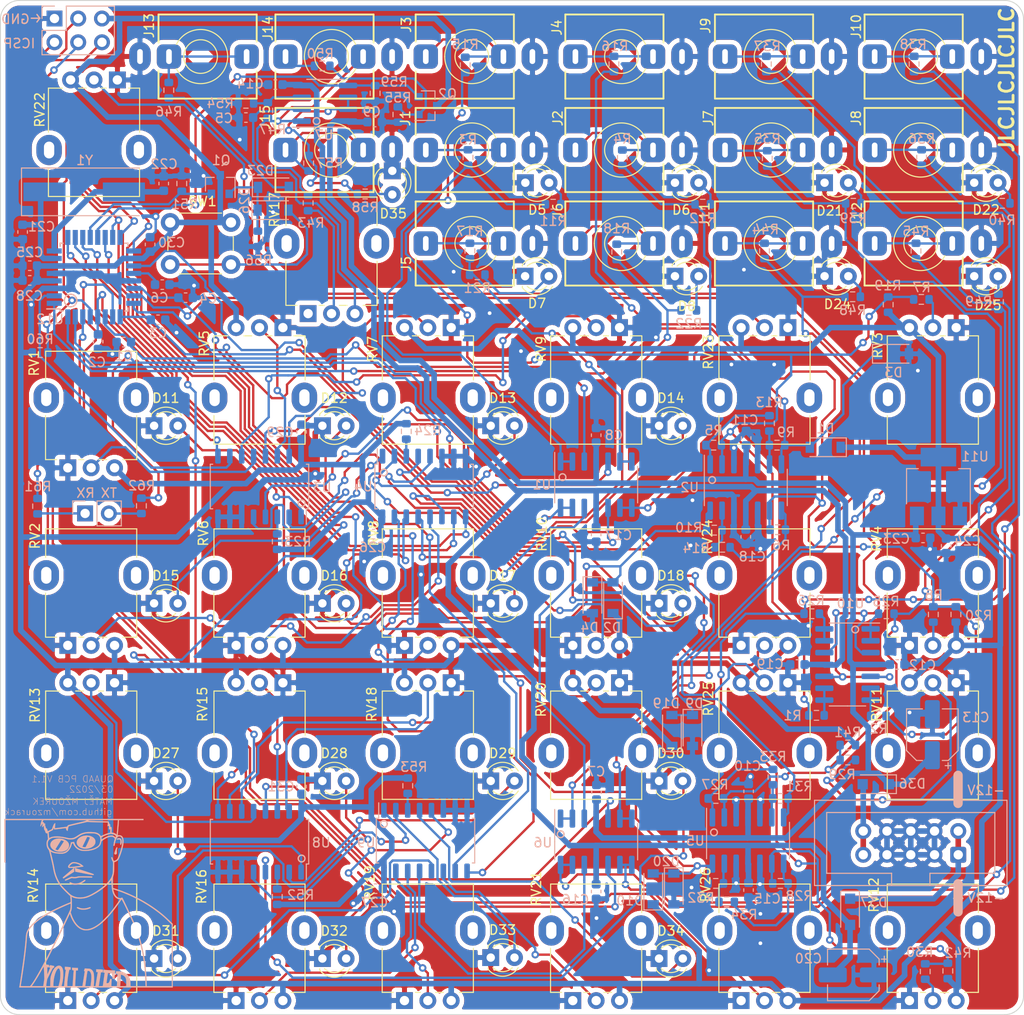
<source format=kicad_pcb>
(kicad_pcb (version 20171130) (host pcbnew "(5.1.9)-1")
  (layers (0 F.Cu signal) (31 B.Cu signal) (34 B.Paste user) (35 F.Paste user) (36 B.SilkS user) (37 F.SilkS user) (38 B.Mask user) (39 F.Mask user) (44 Edge.Cuts user))
  (net 0 "")
  (net 1 GND)
  (net 2 PTRN_A)
  (net 3 PTRN_B)
  (net 4 PTRN_C)
  (net 5 PTRN_D)
  (net 6 "Net-(C5-Pad1)")
  (net 7 +12V)
  (net 8 -12V)
  (net 9 +5V)
  (net 10 "Net-(CON1-Pad10)")
  (net 11 "Net-(CON1-Pad1)")
  (net 12 "Net-(D5-Pad2)")
  (net 13 "Net-(D6-Pad2)")
  (net 14 "Net-(D7-Pad2)")
  (net 15 "Net-(D8-Pad2)")
  (net 16 "Net-(D11-Pad2)")
  (net 17 "Net-(D12-Pad2)")
  (net 18 "Net-(D13-Pad2)")
  (net 19 "Net-(D14-Pad2)")
  (net 20 "Net-(D15-Pad2)")
  (net 21 "Net-(D16-Pad2)")
  (net 22 "Net-(D17-Pad2)")
  (net 23 "Net-(D18-Pad2)")
  (net 24 "Net-(D21-Pad2)")
  (net 25 "Net-(D22-Pad2)")
  (net 26 "Net-(D23-Pad2)")
  (net 27 "Net-(D24-Pad2)")
  (net 28 "Net-(D25-Pad2)")
  (net 29 "Net-(D26-Pad2)")
  (net 30 "Net-(D27-Pad2)")
  (net 31 "Net-(J1-PadT)")
  (net 32 "Net-(J2-PadT)")
  (net 33 "Net-(J3-PadT)")
  (net 34 "Net-(J4-PadT)")
  (net 35 "Net-(J5-PadT)")
  (net 36 "Net-(J6-PadT)")
  (net 37 "Net-(J7-PadT)")
  (net 38 "Net-(J8-PadT)")
  (net 39 "Net-(J9-PadT)")
  (net 40 "Net-(J10-PadT)")
  (net 41 "Net-(J11-PadT)")
  (net 42 "Net-(J12-PadT)")
  (net 43 "Net-(J13-PadT)")
  (net 44 "Net-(J14-PadTN)")
  (net 45 "Net-(J14-PadT)")
  (net 46 "Net-(J15-PadT)")
  (net 47 RES)
  (net 48 D11_MOSI)
  (net 49 D13_SCK)
  (net 50 D12_MISO)
  (net 51 RESET)
  (net 52 CLOCK)
  (net 53 "Net-(Q2-Pad1)")
  (net 54 MASTER_PTRN_A)
  (net 55 "Net-(R1-Pad1)")
  (net 56 MASTER_PTRN_B)
  (net 57 "Net-(R16-Pad1)")
  (net 58 "Net-(R11-Pad2)")
  (net 59 "Net-(R12-Pad2)")
  (net 60 "Net-(R13-Pad2)")
  (net 61 "Net-(R14-Pad2)")
  (net 62 "Net-(R7-Pad2)")
  (net 63 "Net-(R8-Pad2)")
  (net 64 "Net-(R13-Pad1)")
  (net 65 "Net-(R10-Pad2)")
  (net 66 "Net-(R17-Pad2)")
  (net 67 "Net-(R18-Pad2)")
  (net 68 "Net-(R23-Pad2)")
  (net 69 "Net-(R24-Pad2)")
  (net 70 MASTER_PTRN_C)
  (net 71 "Net-(R25-Pad1)")
  (net 72 MASTER_PTRN_D)
  (net 73 "Net-(R26-Pad1)")
  (net 74 "Net-(R27-Pad1)")
  (net 75 "Net-(R28-Pad1)")
  (net 76 "Net-(R29-Pad2)")
  (net 77 "Net-(R30-Pad2)")
  (net 78 "Net-(R31-Pad2)")
  (net 79 "Net-(R32-Pad2)")
  (net 80 "Net-(R35-Pad2)")
  (net 81 "Net-(R36-Pad2)")
  (net 82 "Net-(R43-Pad2)")
  (net 83 "Net-(R44-Pad2)")
  (net 84 "Net-(R45-Pad2)")
  (net 85 "Net-(R47-Pad2)")
  (net 86 "Net-(R52-Pad2)")
  (net 87 "Net-(R53-Pad2)")
  (net 88 "Net-(R57-Pad2)")
  (net 89 "Net-(RV1-Pad2)")
  (net 90 "Net-(RV2-Pad2)")
  (net 91 "Net-(RV5-Pad2)")
  (net 92 "Net-(RV6-Pad2)")
  (net 93 "Net-(RV7-Pad2)")
  (net 94 "Net-(RV8-Pad2)")
  (net 95 "Net-(RV9-Pad2)")
  (net 96 "Net-(RV10-Pad2)")
  (net 97 "Net-(RV13-Pad2)")
  (net 98 "Net-(RV14-Pad2)")
  (net 99 "Net-(RV15-Pad2)")
  (net 100 "Net-(RV16-Pad2)")
  (net 101 "Net-(RV17-Pad1)")
  (net 102 "Net-(RV18-Pad2)")
  (net 103 "Net-(RV19-Pad2)")
  (net 104 "Net-(RV20-Pad2)")
  (net 105 "Net-(RV21-Pad2)")
  (net 106 "Net-(RV22-Pad2)")
  (net 107 CLK_DIV_IN_A)
  (net 108 CLK_DIV_IN_B)
  (net 109 CLK_DIV_IN_C)
  (net 110 CLK_DIV_IN_D)
  (net 111 "Net-(U1-Pad12)")
  (net 112 CLK_DIV_out_B)
  (net 113 "Net-(U1-Pad5)")
  (net 114 CLK_DIV_out_A)
  (net 115 SEQ_A_A)
  (net 116 SEQ_A_B)
  (net 117 SEQ_B_A)
  (net 118 SEQ_B_B)
  (net 119 "Net-(U6-Pad12)")
  (net 120 CLK_DIV_out_D)
  (net 121 "Net-(U6-Pad5)")
  (net 122 CLK_DIV_out_C)
  (net 123 SEQ_C_A)
  (net 124 "Net-(C21-Pad2)")
  (net 125 "Net-(J17-Pad2)")
  (net 126 "Net-(J17-Pad1)")
  (net 127 "Net-(C6-Pad2)")
  (net 128 "Net-(C22-Pad2)")
  (net 129 "Net-(D23-Pad1)")
  (net 130 "Net-(D28-Pad2)")
  (net 131 "Net-(D29-Pad2)")
  (net 132 "Net-(D30-Pad2)")
  (net 133 "Net-(D31-Pad2)")
  (net 134 "Net-(D32-Pad2)")
  (net 135 "Net-(D33-Pad2)")
  (net 136 "Net-(D34-Pad2)")
  (net 137 "Net-(D35-Pad2)")
  (module logo:logo_18 (layer F.Cu) (at 67.6 139.1)
    (fp_text reference Ref** hide)
    (fp_text value Val** hide)
  )
  (module AlphaPots:Potentiometer_Alpha_RD901F-40-00D_Single_Vertical (layer F.Cu) (at 93.3 133 90)
    (fp_text reference RV16 (at 4.7 -6.2 270) (layer F.SilkS))
    (fp_text value B100K)
    (pad "" thru_hole oval (at 0 -4.8 180) (size 2.72 3.24) (drill oval 1.1 1.8) (layers *.Cu *.Mask))
    (pad "" thru_hole oval (at 0 4.8 180) (size 2.72 3.24) (drill oval 1.1 1.8) (layers *.Cu *.Mask))
    (pad 3 thru_hole circle (at -7.5 2.5 180) (size 1.8 1.8) (drill 1) (layers *.Cu *.Mask) (net 9 +5V))
    (pad 2 thru_hole circle (at -7.5 0 180) (size 1.8 1.8) (drill 1) (layers *.Cu *.Mask) (net 100 "Net-(RV16-Pad2)"))
    (pad 1 thru_hole rect (at -7.5 -2.5 180) (size 1.8 1.8) (drill 1) (layers *.Cu *.Mask) (net 1 GND))
  )
  (module AlphaPots:Potentiometer_Alpha_RD901F-40-00D_Single_Vertical (layer F.Cu) (at 147.3 95 90)
    (fp_text reference RV24 (at 4.1 -6.1 270) (layer F.SilkS))
    (fp_text value B100K)
    (pad "" thru_hole oval (at 0 -4.8 180) (size 2.72 3.24) (drill oval 1.1 1.8) (layers *.Cu *.Mask))
    (pad "" thru_hole oval (at 0 4.8 180) (size 2.72 3.24) (drill oval 1.1 1.8) (layers *.Cu *.Mask))
    (pad 3 thru_hole circle (at -7.5 2.5 180) (size 1.8 1.8) (drill 1) (layers *.Cu *.Mask) (net 9 +5V))
    (pad 2 thru_hole circle (at -7.5 0 180) (size 1.8 1.8) (drill 1) (layers *.Cu *.Mask) (net 108 CLK_DIV_IN_B))
    (pad 1 thru_hole rect (at -7.5 -2.5 180) (size 1.8 1.8) (drill 1) (layers *.Cu *.Mask) (net 1 GND))
  )
  (module Diode_SMD:D_SOD-123 (layer B.Cu) (at 137.6 128.55 270)
    (fp_text reference D20 (at -2.95 0.8) (layer B.SilkS) (effects (justify mirror)))
    (fp_text value BAT42)
    (pad 2 smd rect (at 1.65 0 270) (size 0.9 1.2) (layers B.Cu B.Paste B.Mask) (net 1 GND))
    (pad 1 smd rect (at -1.65 0 270) (size 0.9 1.2) (layers B.Cu B.Paste B.Mask) (net 5 PTRN_D))
  )
  (module Diode_SMD:D_SOD-123 (layer B.Cu) (at 139.6 111.6 270)
    (fp_text reference D19 (at -2.9 2.8) (layer B.SilkS) (effects (justify mirror)))
    (fp_text value BAT42)
    (pad 2 smd rect (at 1.65 0 270) (size 0.9 1.2) (layers B.Cu B.Paste B.Mask) (net 1 GND))
    (pad 1 smd rect (at -1.65 0 270) (size 0.9 1.2) (layers B.Cu B.Paste B.Mask) (net 4 PTRN_C))
  )
  (module Diode_SMD:D_SOD-123 (layer B.Cu) (at 135.4 128.55 90)
    (fp_text reference D10 (at -1.25 -2.5 180) (layer B.SilkS) (effects (justify mirror)))
    (fp_text value BAT42)
    (pad 2 smd rect (at 1.65 0 90) (size 0.9 1.2) (layers B.Cu B.Paste B.Mask) (net 5 PTRN_D))
    (pad 1 smd rect (at -1.65 0 90) (size 0.9 1.2) (layers B.Cu B.Paste B.Mask) (net 9 +5V))
  )
  (module Diode_SMD:D_SOD-123 (layer B.Cu) (at 137.4 111.6 90)
    (fp_text reference D9 (at 2.9 2.4) (layer B.SilkS) (effects (justify mirror)))
    (fp_text value BAT42)
    (pad 2 smd rect (at 1.65 0 90) (size 0.9 1.2) (layers B.Cu B.Paste B.Mask) (net 4 PTRN_C))
    (pad 1 smd rect (at -1.65 0 90) (size 0.9 1.2) (layers B.Cu B.Paste B.Mask) (net 9 +5V))
  )
  (module Diode_SMD:D_SOD-123 (layer B.Cu) (at 128.9 97.4 270)
    (fp_text reference D4 (at 3.2 0.3) (layer B.SilkS) (effects (justify mirror)))
    (fp_text value BAT42)
    (pad 2 smd rect (at 1.65 0 270) (size 0.9 1.2) (layers B.Cu B.Paste B.Mask) (net 1 GND))
    (pad 1 smd rect (at -1.65 0 270) (size 0.9 1.2) (layers B.Cu B.Paste B.Mask) (net 3 PTRN_B))
  )
  (module Diode_SMD:D_SOD-123 (layer B.Cu) (at 161.1 71.3)
    (fp_text reference D3 (at 0 2) (layer B.SilkS) (effects (justify mirror)))
    (fp_text value BAT42)
    (pad 2 smd rect (at 1.65 0) (size 0.9 1.2) (layers B.Cu B.Paste B.Mask) (net 1 GND))
    (pad 1 smd rect (at -1.65 0) (size 0.9 1.2) (layers B.Cu B.Paste B.Mask) (net 2 PTRN_A))
  )
  (module Diode_SMD:D_SOD-123 (layer B.Cu) (at 131.1 97.4 90)
    (fp_text reference D2 (at -3.2 -0.1 180) (layer B.SilkS) (effects (justify mirror)))
    (fp_text value BAT42)
    (pad 2 smd rect (at 1.65 0 90) (size 0.9 1.2) (layers B.Cu B.Paste B.Mask) (net 3 PTRN_B))
    (pad 1 smd rect (at -1.65 0 90) (size 0.9 1.2) (layers B.Cu B.Paste B.Mask) (net 9 +5V))
  )
  (module Diode_SMD:D_SOD-123 (layer B.Cu) (at 153.8 81.3 180)
    (fp_text reference D1 (at 0 2) (layer B.SilkS) (effects (justify mirror)))
    (fp_text value BAT42)
    (pad 2 smd rect (at 1.65 0 180) (size 0.9 1.2) (layers B.Cu B.Paste B.Mask) (net 2 PTRN_A))
    (pad 1 smd rect (at -1.65 0 180) (size 0.9 1.2) (layers B.Cu B.Paste B.Mask) (net 9 +5V))
  )
  (module Capacitor_SMD:C_0603_1608Metric (layer B.Cu) (at 82.9 63.9 180)
    (fp_text reference C6 (at 0.3 -1.4) (layer B.SilkS) (effects (justify mirror)))
    (fp_text value 100n)
    (pad 2 smd roundrect (at 0.775 0 180) (size 0.9 0.95) (layers B.Cu B.Paste B.Mask) (net 127 "Net-(C6-Pad2)"))
    (pad 1 smd roundrect (at -0.775 0 180) (size 0.9 0.95) (layers B.Cu B.Paste B.Mask) (net 1 GND))
  )
  (module Resistor_SMD:R_0603_1608Metric (layer B.Cu) (at 80.6704 87.567 90)
    (fp_text reference R62 (at 2.167 0.0296 180) (layer B.SilkS) (effects (justify mirror)))
    (fp_text value 1K)
    (pad 2 smd roundrect (at 0.825 0 90) (size 0.8 0.95) (layers B.Cu B.Paste B.Mask) (net 122 CLK_DIV_out_C))
    (pad 1 smd roundrect (at -0.825 0 90) (size 0.8 0.95) (layers B.Cu B.Paste B.Mask) (net 125 "Net-(J17-Pad2)"))
  )
  (module Resistor_SMD:R_0603_1608Metric (layer B.Cu) (at 69.5706 87.6046 270)
    (fp_text reference R61 (at -2.1046 -0.0294 180) (layer B.SilkS) (effects (justify mirror)))
    (fp_text value 1K)
    (pad 2 smd roundrect (at 0.825 0 270) (size 0.8 0.95) (layers B.Cu B.Paste B.Mask) (net 126 "Net-(J17-Pad1)"))
    (pad 1 smd roundrect (at -0.825 0 270) (size 0.8 0.95) (layers B.Cu B.Paste B.Mask) (net 120 CLK_DIV_out_D))
  )
  (module Connector_PinHeader_2.54mm:PinHeader_1x02_P2.54mm_Vertical (layer B.Cu) (at 74.6506 88.3793 270)
    (fp_text reference J17 hide)
    (fp_text value Conn_01x02)
    (pad 2 thru_hole oval (at 0 -2.54 270) (size 1.7 1.7) (drill 1) (layers *.Cu *.Mask) (net 125 "Net-(J17-Pad2)"))
    (pad 1 thru_hole rect (at 0 0 270) (size 1.7 1.7) (drill 1) (layers *.Cu *.Mask) (net 126 "Net-(J17-Pad1)"))
  )
  (module custom_footprints_QUAAD:CENTERED_FLAT_LED (layer F.Cu) (at 107.5 53 270)
    (fp_text reference D35 (at 3.3 -0.1 180) (layer F.SilkS))
    (fp_text value LED)
    (pad 1 thru_hole rect (at -1.275 0 270) (size 1.8 1.8) (drill 0.9) (layers *.Cu *.Mask) (net 1 GND))
    (pad 2 thru_hole circle (at 1.265 0 270) (size 1.8 1.8) (drill 0.9) (layers *.Cu *.Mask) (net 137 "Net-(D35-Pad2)"))
  )
  (module custom_footprints_QUAAD:CENTERED_FLAT_LED (layer F.Cu) (at 137.3 136)
    (fp_text reference D34 (at -0.005 -2.96) (layer F.SilkS))
    (fp_text value LED)
    (pad 1 thru_hole rect (at -1.275 0) (size 1.8 1.8) (drill 0.9) (layers *.Cu *.Mask) (net 1 GND))
    (pad 2 thru_hole circle (at 1.265 0) (size 1.8 1.8) (drill 0.9) (layers *.Cu *.Mask) (net 136 "Net-(D34-Pad2)"))
  )
  (module custom_footprints_QUAAD:CENTERED_FLAT_LED (layer F.Cu) (at 119.3 135.9)
    (fp_text reference D33 (at -0.005 -2.96) (layer F.SilkS))
    (fp_text value LED)
    (pad 1 thru_hole rect (at -1.275 0) (size 1.8 1.8) (drill 0.9) (layers *.Cu *.Mask) (net 1 GND))
    (pad 2 thru_hole circle (at 1.265 0) (size 1.8 1.8) (drill 0.9) (layers *.Cu *.Mask) (net 135 "Net-(D33-Pad2)"))
  )
  (module custom_footprints_QUAAD:CENTERED_FLAT_LED (layer F.Cu) (at 101.3 136)
    (fp_text reference D32 (at -0.005 -2.96) (layer F.SilkS))
    (fp_text value LED)
    (pad 1 thru_hole rect (at -1.275 0) (size 1.8 1.8) (drill 0.9) (layers *.Cu *.Mask) (net 1 GND))
    (pad 2 thru_hole circle (at 1.265 0) (size 1.8 1.8) (drill 0.9) (layers *.Cu *.Mask) (net 134 "Net-(D32-Pad2)"))
  )
  (module custom_footprints_QUAAD:CENTERED_FLAT_LED (layer F.Cu) (at 83.3 136)
    (fp_text reference D31 (at -0.005 -2.96) (layer F.SilkS))
    (fp_text value LED)
    (pad 1 thru_hole rect (at -1.275 0) (size 1.8 1.8) (drill 0.9) (layers *.Cu *.Mask) (net 1 GND))
    (pad 2 thru_hole circle (at 1.265 0) (size 1.8 1.8) (drill 0.9) (layers *.Cu *.Mask) (net 133 "Net-(D31-Pad2)"))
  )
  (module custom_footprints_QUAAD:CENTERED_FLAT_LED (layer F.Cu) (at 137.3 117)
    (fp_text reference D30 (at -0.005 -2.96) (layer F.SilkS))
    (fp_text value LED)
    (pad 1 thru_hole rect (at -1.275 0) (size 1.8 1.8) (drill 0.9) (layers *.Cu *.Mask) (net 1 GND))
    (pad 2 thru_hole circle (at 1.265 0) (size 1.8 1.8) (drill 0.9) (layers *.Cu *.Mask) (net 132 "Net-(D30-Pad2)"))
  )
  (module custom_footprints_QUAAD:CENTERED_FLAT_LED (layer F.Cu) (at 119.3 117)
    (fp_text reference D29 (at -0.005 -2.96) (layer F.SilkS))
    (fp_text value LED)
    (pad 1 thru_hole rect (at -1.275 0) (size 1.8 1.8) (drill 0.9) (layers *.Cu *.Mask) (net 1 GND))
    (pad 2 thru_hole circle (at 1.265 0) (size 1.8 1.8) (drill 0.9) (layers *.Cu *.Mask) (net 131 "Net-(D29-Pad2)"))
  )
  (module custom_footprints_QUAAD:CENTERED_FLAT_LED (layer F.Cu) (at 101.3 117)
    (fp_text reference D28 (at -0.005 -2.96) (layer F.SilkS))
    (fp_text value LED)
    (pad 1 thru_hole rect (at -1.275 0) (size 1.8 1.8) (drill 0.9) (layers *.Cu *.Mask) (net 1 GND))
    (pad 2 thru_hole circle (at 1.265 0) (size 1.8 1.8) (drill 0.9) (layers *.Cu *.Mask) (net 130 "Net-(D28-Pad2)"))
  )
  (module custom_footprints_QUAAD:CENTERED_FLAT_LED (layer F.Cu) (at 83.3 117)
    (fp_text reference D27 (at -0.005 -2.96) (layer F.SilkS))
    (fp_text value LED)
    (pad 1 thru_hole rect (at -1.275 0) (size 1.8 1.8) (drill 0.9) (layers *.Cu *.Mask) (net 1 GND))
    (pad 2 thru_hole circle (at 1.265 0) (size 1.8 1.8) (drill 0.9) (layers *.Cu *.Mask) (net 30 "Net-(D27-Pad2)"))
  )
  (module Diode_SMD:D_SOD-123 (layer B.Cu) (at 94.742 55.9308)
    (fp_text reference D26 (at -3.042 -1.0308 90) (layer B.SilkS) (effects (justify mirror)))
    (fp_text value 1N4148W)
    (pad 2 smd rect (at 1.65 0) (size 0.9 1.2) (layers B.Cu B.Paste B.Mask) (net 29 "Net-(D26-Pad2)"))
    (pad 1 smd rect (at -1.65 0) (size 0.9 1.2) (layers B.Cu B.Paste B.Mask) (net 129 "Net-(D23-Pad1)"))
  )
  (module custom_footprints_QUAAD:CENTERED_FLAT_LED (layer F.Cu) (at 171 63)
    (fp_text reference D25 (at 0.2 3.1) (layer F.SilkS))
    (fp_text value LED)
    (pad 1 thru_hole rect (at -1.275 0) (size 1.8 1.8) (drill 0.9) (layers *.Cu *.Mask) (net 1 GND))
    (pad 2 thru_hole circle (at 1.265 0) (size 1.8 1.8) (drill 0.9) (layers *.Cu *.Mask) (net 28 "Net-(D25-Pad2)"))
  )
  (module custom_footprints_QUAAD:CENTERED_FLAT_LED (layer F.Cu) (at 155 63)
    (fp_text reference D24 (at 0.1 3) (layer F.SilkS))
    (fp_text value LED)
    (pad 1 thru_hole rect (at -1.275 0) (size 1.8 1.8) (drill 0.9) (layers *.Cu *.Mask) (net 1 GND))
    (pad 2 thru_hole circle (at 1.265 0) (size 1.8 1.8) (drill 0.9) (layers *.Cu *.Mask) (net 27 "Net-(D24-Pad2)"))
  )
  (module Diode_SMD:D_SOD-123 (layer B.Cu) (at 94.7928 53.4924)
    (fp_text reference D23 (at -1.3928 -1.7924) (layer B.SilkS) (effects (justify mirror)))
    (fp_text value 1N4148W)
    (pad 2 smd rect (at 1.65 0) (size 0.9 1.2) (layers B.Cu B.Paste B.Mask) (net 26 "Net-(D23-Pad2)"))
    (pad 1 smd rect (at -1.65 0) (size 0.9 1.2) (layers B.Cu B.Paste B.Mask) (net 129 "Net-(D23-Pad1)"))
  )
  (module custom_footprints_QUAAD:CENTERED_FLAT_LED (layer F.Cu) (at 171 53)
    (fp_text reference D22 (at 0 2.9) (layer F.SilkS))
    (fp_text value LED)
    (pad 1 thru_hole rect (at -1.275 0) (size 1.8 1.8) (drill 0.9) (layers *.Cu *.Mask) (net 1 GND))
    (pad 2 thru_hole circle (at 1.265 0) (size 1.8 1.8) (drill 0.9) (layers *.Cu *.Mask) (net 25 "Net-(D22-Pad2)"))
  )
  (module custom_footprints_QUAAD:CENTERED_FLAT_LED (layer F.Cu) (at 155 53)
    (fp_text reference D21 (at -0.7 3) (layer F.SilkS))
    (fp_text value LED)
    (pad 1 thru_hole rect (at -1.275 0) (size 1.8 1.8) (drill 0.9) (layers *.Cu *.Mask) (net 1 GND))
    (pad 2 thru_hole circle (at 1.265 0) (size 1.8 1.8) (drill 0.9) (layers *.Cu *.Mask) (net 24 "Net-(D21-Pad2)"))
  )
  (module custom_footprints_QUAAD:CENTERED_FLAT_LED (layer F.Cu) (at 137.3 98)
    (fp_text reference D18 (at -0.005 -2.96) (layer F.SilkS))
    (fp_text value LED)
    (pad 1 thru_hole rect (at -1.275 0) (size 1.8 1.8) (drill 0.9) (layers *.Cu *.Mask) (net 1 GND))
    (pad 2 thru_hole circle (at 1.265 0) (size 1.8 1.8) (drill 0.9) (layers *.Cu *.Mask) (net 23 "Net-(D18-Pad2)"))
  )
  (module custom_footprints_QUAAD:CENTERED_FLAT_LED (layer F.Cu) (at 119.3 98)
    (fp_text reference D17 (at -0.005 -2.96) (layer F.SilkS))
    (fp_text value LED)
    (pad 1 thru_hole rect (at -1.275 0) (size 1.8 1.8) (drill 0.9) (layers *.Cu *.Mask) (net 1 GND))
    (pad 2 thru_hole circle (at 1.265 0) (size 1.8 1.8) (drill 0.9) (layers *.Cu *.Mask) (net 22 "Net-(D17-Pad2)"))
  )
  (module custom_footprints_QUAAD:CENTERED_FLAT_LED (layer F.Cu) (at 101.3 98)
    (fp_text reference D16 (at -0.005 -2.96) (layer F.SilkS))
    (fp_text value LED)
    (pad 1 thru_hole rect (at -1.275 0) (size 1.8 1.8) (drill 0.9) (layers *.Cu *.Mask) (net 1 GND))
    (pad 2 thru_hole circle (at 1.265 0) (size 1.8 1.8) (drill 0.9) (layers *.Cu *.Mask) (net 21 "Net-(D16-Pad2)"))
  )
  (module custom_footprints_QUAAD:CENTERED_FLAT_LED (layer F.Cu) (at 83.3 98)
    (fp_text reference D15 (at -0.005 -2.96) (layer F.SilkS))
    (fp_text value LED)
    (pad 1 thru_hole rect (at -1.275 0) (size 1.8 1.8) (drill 0.9) (layers *.Cu *.Mask) (net 1 GND))
    (pad 2 thru_hole circle (at 1.265 0) (size 1.8 1.8) (drill 0.9) (layers *.Cu *.Mask) (net 20 "Net-(D15-Pad2)"))
  )
  (module custom_footprints_QUAAD:CENTERED_FLAT_LED (layer F.Cu) (at 137.3 79)
    (fp_text reference D14 (at -0.005 -2.96) (layer F.SilkS))
    (fp_text value LED)
    (pad 1 thru_hole rect (at -1.275 0) (size 1.8 1.8) (drill 0.9) (layers *.Cu *.Mask) (net 1 GND))
    (pad 2 thru_hole circle (at 1.265 0) (size 1.8 1.8) (drill 0.9) (layers *.Cu *.Mask) (net 19 "Net-(D14-Pad2)"))
  )
  (module custom_footprints_QUAAD:CENTERED_FLAT_LED (layer F.Cu) (at 119.3 79)
    (fp_text reference D13 (at -0.005 -2.96) (layer F.SilkS))
    (fp_text value LED)
    (pad 1 thru_hole rect (at -1.275 0) (size 1.8 1.8) (drill 0.9) (layers *.Cu *.Mask) (net 1 GND))
    (pad 2 thru_hole circle (at 1.265 0) (size 1.8 1.8) (drill 0.9) (layers *.Cu *.Mask) (net 18 "Net-(D13-Pad2)"))
  )
  (module custom_footprints_QUAAD:CENTERED_FLAT_LED (layer F.Cu) (at 101.3 79)
    (fp_text reference D12 (at -0.005 -2.96) (layer F.SilkS))
    (fp_text value LED)
    (pad 1 thru_hole rect (at -1.275 0) (size 1.8 1.8) (drill 0.9) (layers *.Cu *.Mask) (net 1 GND))
    (pad 2 thru_hole circle (at 1.265 0) (size 1.8 1.8) (drill 0.9) (layers *.Cu *.Mask) (net 17 "Net-(D12-Pad2)"))
  )
  (module custom_footprints_QUAAD:CENTERED_FLAT_LED (layer F.Cu) (at 83.3 79)
    (fp_text reference D11 (at -0.005 -2.96) (layer F.SilkS))
    (fp_text value LED)
    (pad 1 thru_hole rect (at -1.275 0) (size 1.8 1.8) (drill 0.9) (layers *.Cu *.Mask) (net 1 GND))
    (pad 2 thru_hole circle (at 1.265 0) (size 1.8 1.8) (drill 0.9) (layers *.Cu *.Mask) (net 16 "Net-(D11-Pad2)"))
  )
  (module custom_footprints_QUAAD:CENTERED_FLAT_LED (layer F.Cu) (at 139 63)
    (fp_text reference D8 (at 0 3.2) (layer F.SilkS))
    (fp_text value LED)
    (pad 1 thru_hole rect (at -1.275 0) (size 1.8 1.8) (drill 0.9) (layers *.Cu *.Mask) (net 1 GND))
    (pad 2 thru_hole circle (at 1.265 0) (size 1.8 1.8) (drill 0.9) (layers *.Cu *.Mask) (net 15 "Net-(D8-Pad2)"))
  )
  (module custom_footprints_QUAAD:CENTERED_FLAT_LED (layer F.Cu) (at 122.975 63)
    (fp_text reference D7 (at -0.005 2.9) (layer F.SilkS))
    (fp_text value LED)
    (pad 1 thru_hole rect (at -1.275 0) (size 1.8 1.8) (drill 0.9) (layers *.Cu *.Mask) (net 1 GND))
    (pad 2 thru_hole circle (at 1.265 0) (size 1.8 1.8) (drill 0.9) (layers *.Cu *.Mask) (net 14 "Net-(D7-Pad2)"))
  )
  (module custom_footprints_QUAAD:CENTERED_FLAT_LED (layer F.Cu) (at 139 53)
    (fp_text reference D6 (at -0.6 2.9) (layer F.SilkS))
    (fp_text value LED)
    (pad 1 thru_hole rect (at -1.275 0) (size 1.8 1.8) (drill 0.9) (layers *.Cu *.Mask) (net 1 GND))
    (pad 2 thru_hole circle (at 1.265 0) (size 1.8 1.8) (drill 0.9) (layers *.Cu *.Mask) (net 13 "Net-(D6-Pad2)"))
  )
  (module custom_footprints_QUAAD:CENTERED_FLAT_LED (layer F.Cu) (at 123 53)
    (fp_text reference D5 (at -0.005 2.9) (layer F.SilkS))
    (fp_text value LED)
    (pad 1 thru_hole rect (at -1.275 0) (size 1.8 1.8) (drill 0.9) (layers *.Cu *.Mask) (net 1 GND))
    (pad 2 thru_hole circle (at 1.265 0) (size 1.8 1.8) (drill 0.9) (layers *.Cu *.Mask) (net 12 "Net-(D5-Pad2)"))
  )
  (module Capacitor_SMD:C_0603_1608Metric (layer B.Cu) (at 78.7908 70.0532 180)
    (fp_text reference C1 (at 0 -1.4468) (layer B.SilkS) (effects (justify mirror)))
    (fp_text value 470n)
    (pad 2 smd roundrect (at 0.775 0 180) (size 0.9 0.95) (layers B.Cu B.Paste B.Mask) (net 1 GND))
    (pad 1 smd roundrect (at -0.775 0 180) (size 0.9 0.95) (layers B.Cu B.Paste B.Mask) (net 2 PTRN_A))
  )
  (module Capacitor_SMD:C_0603_1608Metric (layer B.Cu) (at 76.0476 70.0024 270)
    (fp_text reference C2 (at 2.1976 0.1476 180) (layer B.SilkS) (effects (justify mirror)))
    (fp_text value 470n)
    (pad 2 smd roundrect (at 0.775 0 270) (size 0.9 0.95) (layers B.Cu B.Paste B.Mask) (net 1 GND))
    (pad 1 smd roundrect (at -0.775 0 270) (size 0.9 0.95) (layers B.Cu B.Paste B.Mask) (net 3 PTRN_B))
  )
  (module Capacitor_SMD:C_0603_1608Metric (layer B.Cu) (at 82.4484 67.6656)
    (fp_text reference C3 (at 0 1.43) (layer B.SilkS) (effects (justify mirror)))
    (fp_text value 470n)
    (pad 2 smd roundrect (at 0.775 0) (size 0.9 0.95) (layers B.Cu B.Paste B.Mask) (net 1 GND))
    (pad 1 smd roundrect (at -0.775 0) (size 0.9 0.95) (layers B.Cu B.Paste B.Mask) (net 4 PTRN_C))
  )
  (module Capacitor_SMD:C_0603_1608Metric (layer B.Cu) (at 85.4 65.3)
    (fp_text reference C4 (at 2.4 0.1) (layer B.SilkS) (effects (justify mirror)))
    (fp_text value 470n)
    (pad 2 smd roundrect (at 0.775 0) (size 0.9 0.95) (layers B.Cu B.Paste B.Mask) (net 1 GND))
    (pad 1 smd roundrect (at -0.775 0) (size 0.9 0.95) (layers B.Cu B.Paste B.Mask) (net 5 PTRN_D))
  )
  (module Capacitor_SMD:C_0603_1608Metric (layer B.Cu) (at 91.8464 46.0248 180)
    (fp_text reference C5 (at 2.3464 -0.0752) (layer B.SilkS) (effects (justify mirror)))
    (fp_text value 470n)
    (pad 2 smd roundrect (at 0.775 0 180) (size 0.9 0.95) (layers B.Cu B.Paste B.Mask) (net 1 GND))
    (pad 1 smd roundrect (at -0.775 0 180) (size 0.9 0.95) (layers B.Cu B.Paste B.Mask) (net 6 "Net-(C5-Pad1)"))
  )
  (module Capacitor_SMD:C_0603_1608Metric (layer B.Cu) (at 129.3368 118.2116 90)
    (fp_text reference C7 (at 2.2116 -0.0368 180) (layer B.SilkS) (effects (justify mirror)))
    (fp_text value 100n)
    (pad 2 smd roundrect (at 0.775 0 90) (size 0.9 0.95) (layers B.Cu B.Paste B.Mask) (net 1 GND))
    (pad 1 smd roundrect (at -0.775 0 90) (size 0.9 0.95) (layers B.Cu B.Paste B.Mask) (net 7 +12V))
  )
  (module Capacitor_SMD:C_0603_1608Metric (layer B.Cu) (at 129.3 80.01 90)
    (fp_text reference C8 (at 0 1.9 180) (layer B.SilkS) (effects (justify mirror)))
    (fp_text value 100n)
    (pad 2 smd roundrect (at 0.775 0 90) (size 0.9 0.95) (layers B.Cu B.Paste B.Mask) (net 1 GND))
    (pad 1 smd roundrect (at -0.775 0 90) (size 0.9 0.95) (layers B.Cu B.Paste B.Mask) (net 7 +12V))
  )
  (module Capacitor_SMD:C_0603_1608Metric (layer B.Cu) (at 105.6132 46.5)
    (fp_text reference C9 (at -0.3132 -1.1) (layer B.SilkS) (effects (justify mirror)))
    (fp_text value 100n)
    (pad 2 smd roundrect (at 0.775 0) (size 0.9 0.95) (layers B.Cu B.Paste B.Mask) (net 1 GND))
    (pad 1 smd roundrect (at -0.775 0) (size 0.9 0.95) (layers B.Cu B.Paste B.Mask) (net 7 +12V))
  )
  (module Capacitor_SMD:C_0603_1608Metric (layer B.Cu) (at 145.6 118.11 90)
    (fp_text reference C10 (at 2.71 -0.1 180) (layer B.SilkS) (effects (justify mirror)))
    (fp_text value 100n)
    (pad 2 smd roundrect (at 0.775 0 90) (size 0.9 0.95) (layers B.Cu B.Paste B.Mask) (net 1 GND))
    (pad 1 smd roundrect (at -0.775 0 90) (size 0.9 0.95) (layers B.Cu B.Paste B.Mask) (net 7 +12V))
  )
  (module Capacitor_SMD:C_0603_1608Metric (layer B.Cu) (at 145.3388 80.3148 90)
    (fp_text reference C11 (at 1.9148 -0.1388 180) (layer B.SilkS) (effects (justify mirror)))
    (fp_text value 100n)
    (pad 2 smd roundrect (at 0.775 0 90) (size 0.9 0.95) (layers B.Cu B.Paste B.Mask) (net 1 GND))
    (pad 1 smd roundrect (at -0.775 0 90) (size 0.9 0.95) (layers B.Cu B.Paste B.Mask) (net 7 +12V))
  )
  (module Capacitor_SMD:C_0603_1608Metric (layer B.Cu) (at 161.4932 104.542)
    (fp_text reference C12 (at 2.7068 0.058) (layer B.SilkS) (effects (justify mirror)))
    (fp_text value 100n)
    (pad 2 smd roundrect (at 0.775 0) (size 0.9 0.95) (layers B.Cu B.Paste B.Mask) (net 1 GND))
    (pad 1 smd roundrect (at -0.775 0) (size 0.9 0.95) (layers B.Cu B.Paste B.Mask) (net 7 +12V))
  )
  (module Capacitor_SMD:CP_Elec_5x5.8 (layer B.Cu) (at 165.25 112.05 90)
    (fp_text reference C13 (at 1.85 4.65 180) (layer B.SilkS) (effects (justify mirror)))
    (fp_text value 22u)
    (pad 2 smd roundrect (at 2.2 0 90) (size 3 1.6) (layers B.Cu B.Paste B.Mask) (roundrect_rratio 0.15625) (net 1 GND))
    (pad 1 smd roundrect (at -2.2 0 90) (size 3 1.6) (layers B.Cu B.Paste B.Mask) (roundrect_rratio 0.15625) (net 7 +12V))
  )
  (module Capacitor_SMD:C_0603_1608Metric (layer B.Cu) (at 145.5928 128.6764 90)
    (fp_text reference C15 (at -0.9236 2.0072 180) (layer B.SilkS) (effects (justify mirror)))
    (fp_text value 100n)
    (pad 2 smd roundrect (at 0.775 0 90) (size 0.9 0.95) (layers B.Cu B.Paste B.Mask) (net 8 -12V))
    (pad 1 smd roundrect (at -0.775 0 90) (size 0.9 0.95) (layers B.Cu B.Paste B.Mask) (net 1 GND))
  )
  (module Capacitor_SMD:C_0603_1608Metric (layer B.Cu) (at 129.3 128.8288 90)
    (fp_text reference C16 (at -0.8712 -2.2 180) (layer B.SilkS) (effects (justify mirror)))
    (fp_text value 100n)
    (pad 2 smd roundrect (at 0.775 0 90) (size 0.9 0.95) (layers B.Cu B.Paste B.Mask) (net 8 -12V))
    (pad 1 smd roundrect (at -0.775 0 90) (size 0.9 0.95) (layers B.Cu B.Paste B.Mask) (net 1 GND))
  )
  (module Capacitor_SMD:C_0603_1608Metric (layer B.Cu) (at 129.3 90.6272 90)
    (fp_text reference C17 (at -0.0728 2.4 180) (layer B.SilkS) (effects (justify mirror)))
    (fp_text value 100n)
    (pad 2 smd roundrect (at 0.775 0 90) (size 0.9 0.95) (layers B.Cu B.Paste B.Mask) (net 8 -12V))
    (pad 1 smd roundrect (at -0.775 0 90) (size 0.9 0.95) (layers B.Cu B.Paste B.Mask) (net 1 GND))
  )
  (module Capacitor_SMD:C_0603_1608Metric (layer B.Cu) (at 145.3 90.8812 90)
    (fp_text reference C18 (at -2.1188 0.7 180) (layer B.SilkS) (effects (justify mirror)))
    (fp_text value 100n)
    (pad 2 smd roundrect (at 0.775 0 90) (size 0.9 0.95) (layers B.Cu B.Paste B.Mask) (net 8 -12V))
    (pad 1 smd roundrect (at -0.775 0 90) (size 0.9 0.95) (layers B.Cu B.Paste B.Mask) (net 1 GND))
  )
  (module Capacitor_SMD:C_0603_1608Metric (layer B.Cu) (at 150.8252 104.542)
    (fp_text reference C19 (at -2.9252 -0.042) (layer B.SilkS) (effects (justify mirror)))
    (fp_text value 100n)
    (pad 2 smd roundrect (at 0.775 0) (size 0.9 0.95) (layers B.Cu B.Paste B.Mask) (net 8 -12V))
    (pad 1 smd roundrect (at -0.775 0) (size 0.9 0.95) (layers B.Cu B.Paste B.Mask) (net 1 GND))
  )
  (module Capacitor_SMD:CP_Elec_5x5.8 (layer B.Cu) (at 156.8 137.75 180)
    (fp_text reference C20 (at 4.8 1.75) (layer B.SilkS) (effects (justify mirror)))
    (fp_text value 22u)
    (pad 2 smd roundrect (at 2.2 0 180) (size 3 1.6) (layers B.Cu B.Paste B.Mask) (roundrect_rratio 0.15625) (net 8 -12V))
    (pad 1 smd roundrect (at -2.2 0 180) (size 3 1.6) (layers B.Cu B.Paste B.Mask) (roundrect_rratio 0.15625) (net 1 GND))
  )
  (module Capacitor_SMD:C_0603_1608Metric (layer B.Cu) (at 67.9704 58.2676 90)
    (fp_text reference C21 (at 0.5676 2.0296 180) (layer B.SilkS) (effects (justify mirror)))
    (fp_text value 18p)
    (pad 2 smd roundrect (at 0.775 0 90) (size 0.9 0.95) (layers B.Cu B.Paste B.Mask) (net 124 "Net-(C21-Pad2)"))
    (pad 1 smd roundrect (at -0.775 0 90) (size 0.9 0.95) (layers B.Cu B.Paste B.Mask) (net 1 GND))
  )
  (module Capacitor_SMD:C_0603_1608Metric (layer B.Cu) (at 83.058 53.086 270)
    (fp_text reference C22 (at -2.086 -0.042 180) (layer B.SilkS) (effects (justify mirror)))
    (fp_text value 18p)
    (pad 2 smd roundrect (at 0.775 0 270) (size 0.9 0.95) (layers B.Cu B.Paste B.Mask) (net 128 "Net-(C22-Pad2)"))
    (pad 1 smd roundrect (at -0.775 0 270) (size 0.9 0.95) (layers B.Cu B.Paste B.Mask) (net 1 GND))
  )
  (module Capacitor_SMD:C_0603_1608Metric (layer B.Cu) (at 164.25 91)
    (fp_text reference C23 (at -2.85 0.1) (layer B.SilkS) (effects (justify mirror)))
    (fp_text value 1u)
    (pad 2 smd roundrect (at 0.775 0) (size 0.9 0.95) (layers B.Cu B.Paste B.Mask) (net 1 GND))
    (pad 1 smd roundrect (at -0.775 0) (size 0.9 0.95) (layers B.Cu B.Paste B.Mask) (net 7 +12V))
  )
  (module Capacitor_SMD:C_0603_1608Metric (layer B.Cu) (at 166.7256 91.8464 270)
    (fp_text reference C24 (at -0.5464 -2.2744 180) (layer B.SilkS) (effects (justify mirror)))
    (fp_text value 1u)
    (pad 2 smd roundrect (at 0.775 0 270) (size 0.9 0.95) (layers B.Cu B.Paste B.Mask) (net 1 GND))
    (pad 1 smd roundrect (at -0.775 0 270) (size 0.9 0.95) (layers B.Cu B.Paste B.Mask) (net 9 +5V))
  )
  (module Capacitor_SMD:C_0603_1608Metric (layer B.Cu) (at 68.7324 61.8744 180)
    (fp_text reference C25 (at 0 1.43) (layer B.SilkS) (effects (justify mirror)))
    (fp_text value 100n)
    (pad 2 smd roundrect (at 0.775 0 180) (size 0.9 0.95) (layers B.Cu B.Paste B.Mask) (net 1 GND))
    (pad 1 smd roundrect (at -0.775 0 180) (size 0.9 0.95) (layers B.Cu B.Paste B.Mask) (net 9 +5V))
  )
  (module Capacitor_SMD:C_0603_1608Metric (layer B.Cu) (at 105.5 90.6 180)
    (fp_text reference C26 (at 0.1 -1.4) (layer B.SilkS) (effects (justify mirror)))
    (fp_text value 100n)
    (pad 2 smd roundrect (at 0.775 0 180) (size 0.9 0.95) (layers B.Cu B.Paste B.Mask) (net 1 GND))
    (pad 1 smd roundrect (at -0.775 0 180) (size 0.9 0.95) (layers B.Cu B.Paste B.Mask) (net 9 +5V))
  )
  (module Capacitor_SMD:C_0603_1608Metric (layer B.Cu) (at 105.7148 128.524 180)
    (fp_text reference C27 (at 0.1148 -1.476) (layer B.SilkS) (effects (justify mirror)))
    (fp_text value 100n)
    (pad 2 smd roundrect (at 0.775 0 180) (size 0.9 0.95) (layers B.Cu B.Paste B.Mask) (net 1 GND))
    (pad 1 smd roundrect (at -0.775 0 180) (size 0.9 0.95) (layers B.Cu B.Paste B.Mask) (net 9 +5V))
  )
  (module Capacitor_SMD:C_0603_1608Metric (layer B.Cu) (at 68.7324 63.4492 180)
    (fp_text reference C28 (at 0.0324 -1.6508) (layer B.SilkS) (effects (justify mirror)))
    (fp_text value 100n)
    (pad 2 smd roundrect (at 0.775 0 180) (size 0.9 0.95) (layers B.Cu B.Paste B.Mask) (net 1 GND))
    (pad 1 smd roundrect (at -0.775 0 180) (size 0.9 0.95) (layers B.Cu B.Paste B.Mask) (net 9 +5V))
  )
  (module Capacitor_SMD:C_0603_1608Metric (layer B.Cu) (at 97.8027 79.6544 90)
    (fp_text reference C29 (at -0.0456 -2.3027 180) (layer B.SilkS) (effects (justify mirror)))
    (fp_text value 100n)
    (pad 2 smd roundrect (at 0.775 0 90) (size 0.9 0.95) (layers B.Cu B.Paste B.Mask) (net 1 GND))
    (pad 1 smd roundrect (at -0.775 0 90) (size 0.9 0.95) (layers B.Cu B.Paste B.Mask) (net 9 +5V))
  )
  (module Capacitor_SMD:C_0603_1608Metric (layer B.Cu) (at 81.6 59.6 90)
    (fp_text reference C30 (at 0.2 2.3) (layer B.SilkS) (effects (justify mirror)))
    (fp_text value 100n)
    (pad 2 smd roundrect (at 0.775 0 90) (size 0.9 0.95) (layers B.Cu B.Paste B.Mask) (net 1 GND))
    (pad 1 smd roundrect (at -0.775 0 90) (size 0.9 0.95) (layers B.Cu B.Paste B.Mask) (net 9 +5V))
  )
  (module Capacitor_SMD:C_0603_1608Metric (layer B.Cu) (at 97.8 117.602 90)
    (fp_text reference C31 (at 0.002 -2.2 180) (layer B.SilkS) (effects (justify mirror)))
    (fp_text value 100n)
    (pad 2 smd roundrect (at 0.775 0 90) (size 0.9 0.95) (layers B.Cu B.Paste B.Mask) (net 1 GND))
    (pad 1 smd roundrect (at -0.775 0 90) (size 0.9 0.95) (layers B.Cu B.Paste B.Mask) (net 9 +5V))
  )
  (module Connector_IDC:IDC-Header_2x05_P2.54mm_Vertical (layer B.Cu) (at 168.02 124.9 90)
    (fp_text reference CON1 hide)
    (fp_text value POWER)
    (pad 10 thru_hole circle (at 2.54 -10.16 90) (size 1.7 1.7) (drill 1) (layers *.Cu *.Mask) (net 10 "Net-(CON1-Pad10)"))
    (pad 8 thru_hole circle (at 2.54 -7.62 90) (size 1.7 1.7) (drill 1) (layers *.Cu *.Mask) (net 1 GND))
    (pad 6 thru_hole circle (at 2.54 -5.08 90) (size 1.7 1.7) (drill 1) (layers *.Cu *.Mask) (net 1 GND))
    (pad 4 thru_hole circle (at 2.54 -2.54 90) (size 1.7 1.7) (drill 1) (layers *.Cu *.Mask) (net 1 GND))
    (pad 2 thru_hole circle (at 2.54 0 90) (size 1.7 1.7) (drill 1) (layers *.Cu *.Mask) (net 11 "Net-(CON1-Pad1)"))
    (pad 9 thru_hole circle (at 0 -10.16 90) (size 1.7 1.7) (drill 1) (layers *.Cu *.Mask) (net 10 "Net-(CON1-Pad10)"))
    (pad 7 thru_hole circle (at 0 -7.62 90) (size 1.7 1.7) (drill 1) (layers *.Cu *.Mask) (net 1 GND))
    (pad 5 thru_hole circle (at 0 -5.08 90) (size 1.7 1.7) (drill 1) (layers *.Cu *.Mask) (net 1 GND))
    (pad 3 thru_hole circle (at 0 -2.54 90) (size 1.7 1.7) (drill 1) (layers *.Cu *.Mask) (net 1 GND))
    (pad 1 thru_hole roundrect (at 0 0 90) (size 1.7 1.7) (drill 1) (layers *.Cu *.Mask) (roundrect_rratio 0.1470588235294118) (net 11 "Net-(CON1-Pad1)"))
  )
  (module Diode_SMD:D_SOD-123F (layer B.Cu) (at 159.2 117.35 180)
    (fp_text reference D36 (at -3.9 0.05) (layer B.SilkS) (effects (justify mirror)))
    (fp_text value SM4001)
    (pad 2 smd rect (at 1.4 0 180) (size 1.1 1.1) (layers B.Cu B.Paste B.Mask) (net 10 "Net-(CON1-Pad10)"))
    (pad 1 smd rect (at -1.4 0 180) (size 1.1 1.1) (layers B.Cu B.Paste B.Mask) (net 7 +12V))
  )
  (module Diode_SMD:D_SOD-123F (layer B.Cu) (at 156.45 131 270)
    (fp_text reference D37 (at -1 -2.55 180) (layer B.SilkS) (effects (justify mirror)))
    (fp_text value SM4001)
    (pad 2 smd rect (at 1.4 0 270) (size 1.1 1.1) (layers B.Cu B.Paste B.Mask) (net 8 -12V))
    (pad 1 smd rect (at -1.4 0 270) (size 1.1 1.1) (layers B.Cu B.Paste B.Mask) (net 11 "Net-(CON1-Pad1)"))
  )
  (module AudioJacks:Jack_3.5mm_QingPu_WQP-PJ398SM_Vertical (layer F.Cu) (at 116 49.5 90)
    (fp_text reference J1 (at 3.4 -7.1 90) (layer F.SilkS))
    (fp_text value THONKICONN)
    (pad TN thru_hole roundrect (at 0 3.38 90) (size 2.6 2.6) (drill oval 1.6 0.6) (layers *.Cu *.Mask) (net 31 "Net-(J1-PadT)"))
    (pad S thru_hole oval (at 0 6.48 90) (size 3.1 2.3) (drill oval 1.6 0.6) (layers *.Cu *.Mask) (net 1 GND))
    (pad T thru_hole roundrect (at 0 -4.92 90) (size 2.6 2.6) (drill oval 1.6 0.6) (layers *.Cu *.Mask) (net 31 "Net-(J1-PadT)"))
  )
  (module AudioJacks:Jack_3.5mm_QingPu_WQP-PJ398SM_Vertical (layer F.Cu) (at 132 49.5 90)
    (fp_text reference J2 (at 3.4 -6.8 90) (layer F.SilkS))
    (fp_text value THONKICONN)
    (pad TN thru_hole roundrect (at 0 3.38 90) (size 2.6 2.6) (drill oval 1.6 0.6) (layers *.Cu *.Mask) (net 32 "Net-(J2-PadT)"))
    (pad S thru_hole oval (at 0 6.48 90) (size 3.1 2.3) (drill oval 1.6 0.6) (layers *.Cu *.Mask) (net 1 GND))
    (pad T thru_hole roundrect (at 0 -4.92 90) (size 2.6 2.6) (drill oval 1.6 0.6) (layers *.Cu *.Mask) (net 32 "Net-(J2-PadT)"))
  )
  (module AudioJacks:Jack_3.5mm_QingPu_WQP-PJ398SM_Vertical (layer F.Cu) (at 116 39.5 90)
    (fp_text reference J3 (at 3.4 -7 90) (layer F.SilkS))
    (fp_text value THONKICONN)
    (pad TN thru_hole roundrect (at 0 3.38 90) (size 2.6 2.6) (drill oval 1.6 0.6) (layers *.Cu *.Mask) (net 33 "Net-(J3-PadT)"))
    (pad S thru_hole oval (at 0 6.48 90) (size 3.1 2.3) (drill oval 1.6 0.6) (layers *.Cu *.Mask) (net 1 GND))
    (pad T thru_hole roundrect (at 0 -4.92 90) (size 2.6 2.6) (drill oval 1.6 0.6) (layers *.Cu *.Mask) (net 33 "Net-(J3-PadT)"))
  )
  (module AudioJacks:Jack_3.5mm_QingPu_WQP-PJ398SM_Vertical (layer F.Cu) (at 132 39.5 90)
    (fp_text reference J4 (at 3.1 -6.9 90) (layer F.SilkS))
    (fp_text value THONKICONN)
    (pad TN thru_hole roundrect (at 0 3.38 90) (size 2.6 2.6) (drill oval 1.6 0.6) (layers *.Cu *.Mask) (net 34 "Net-(J4-PadT)"))
    (pad S thru_hole oval (at 0 6.48 90) (size 3.1 2.3) (drill oval 1.6 0.6) (layers *.Cu *.Mask) (net 1 GND))
    (pad T thru_hole roundrect (at 0 -4.92 90) (size 2.6 2.6) (drill oval 1.6 0.6) (layers *.Cu *.Mask) (net 34 "Net-(J4-PadT)"))
  )
  (module AudioJacks:Jack_3.5mm_QingPu_WQP-PJ398SM_Vertical (layer F.Cu) (at 116 59.5 90)
    (fp_text reference J5 (at -2.2 -7 90) (layer F.SilkS))
    (fp_text value THONKICONN)
    (pad TN thru_hole roundrect (at 0 3.38 90) (size 2.6 2.6) (drill oval 1.6 0.6) (layers *.Cu *.Mask) (net 35 "Net-(J5-PadT)"))
    (pad S thru_hole oval (at 0 6.48 90) (size 3.1 2.3) (drill oval 1.6 0.6) (layers *.Cu *.Mask) (net 1 GND))
    (pad T thru_hole roundrect (at 0 -4.92 90) (size 2.6 2.6) (drill oval 1.6 0.6) (layers *.Cu *.Mask) (net 35 "Net-(J5-PadT)"))
  )
  (module AudioJacks:Jack_3.5mm_QingPu_WQP-PJ398SM_Vertical (layer F.Cu) (at 148 49.5 90)
    (fp_text reference J7 (at 3.4 -6.7 90) (layer F.SilkS))
    (fp_text value THONKICONN)
    (pad TN thru_hole roundrect (at 0 3.38 90) (size 2.6 2.6) (drill oval 1.6 0.6) (layers *.Cu *.Mask) (net 37 "Net-(J7-PadT)"))
    (pad S thru_hole oval (at 0 6.48 90) (size 3.1 2.3) (drill oval 1.6 0.6) (layers *.Cu *.Mask) (net 1 GND))
    (pad T thru_hole roundrect (at 0 -4.92 90) (size 2.6 2.6) (drill oval 1.6 0.6) (layers *.Cu *.Mask) (net 37 "Net-(J7-PadT)"))
  )
  (module AudioJacks:Jack_3.5mm_QingPu_WQP-PJ398SM_Vertical (layer F.Cu) (at 164 49.5 90)
    (fp_text reference J8 (at 3.4 -6.9 90) (layer F.SilkS))
    (fp_text value THONKICONN)
    (pad TN thru_hole roundrect (at 0 3.38 90) (size 2.6 2.6) (drill oval 1.6 0.6) (layers *.Cu *.Mask) (net 38 "Net-(J8-PadT)"))
    (pad S thru_hole oval (at 0 6.48 90) (size 3.1 2.3) (drill oval 1.6 0.6) (layers *.Cu *.Mask) (net 1 GND))
    (pad T thru_hole roundrect (at 0 -4.92 90) (size 2.6 2.6) (drill oval 1.6 0.6) (layers *.Cu *.Mask) (net 38 "Net-(J8-PadT)"))
  )
  (module AudioJacks:Jack_3.5mm_QingPu_WQP-PJ398SM_Vertical (layer F.Cu) (at 148 39.5 90)
    (fp_text reference J9 (at 3.3 -7 90) (layer F.SilkS))
    (fp_text value THONKICONN)
    (pad TN thru_hole roundrect (at 0 3.38 90) (size 2.6 2.6) (drill oval 1.6 0.6) (layers *.Cu *.Mask) (net 39 "Net-(J9-PadT)"))
    (pad S thru_hole oval (at 0 6.48 90) (size 3.1 2.3) (drill oval 1.6 0.6) (layers *.Cu *.Mask) (net 1 GND))
    (pad T thru_hole roundrect (at 0 -4.92 90) (size 2.6 2.6) (drill oval 1.6 0.6) (layers *.Cu *.Mask) (net 39 "Net-(J9-PadT)"))
  )
  (module AudioJacks:Jack_3.5mm_QingPu_WQP-PJ398SM_Vertical (layer F.Cu) (at 164 39.5 90)
    (fp_text reference J10 (at 3.2 -6.9 90) (layer F.SilkS))
    (fp_text value THONKICONN)
    (pad TN thru_hole roundrect (at 0 3.38 90) (size 2.6 2.6) (drill oval 1.6 0.6) (layers *.Cu *.Mask) (net 40 "Net-(J10-PadT)"))
    (pad S thru_hole oval (at 0 6.48 90) (size 3.1 2.3) (drill oval 1.6 0.6) (layers *.Cu *.Mask) (net 1 GND))
    (pad T thru_hole roundrect (at 0 -4.92 90) (size 2.6 2.6) (drill oval 1.6 0.6) (layers *.Cu *.Mask) (net 40 "Net-(J10-PadT)"))
  )
  (module AudioJacks:Jack_3.5mm_QingPu_WQP-PJ398SM_Vertical (layer F.Cu) (at 148 59.5 90)
    (fp_text reference J11 (at 3.1 -7.1 90) (layer F.SilkS))
    (fp_text value THONKICONN)
    (pad TN thru_hole roundrect (at 0 3.38 90) (size 2.6 2.6) (drill oval 1.6 0.6) (layers *.Cu *.Mask) (net 41 "Net-(J11-PadT)"))
    (pad S thru_hole oval (at 0 6.48 90) (size 3.1 2.3) (drill oval 1.6 0.6) (layers *.Cu *.Mask) (net 1 GND))
    (pad T thru_hole roundrect (at 0 -4.92 90) (size 2.6 2.6) (drill oval 1.6 0.6) (layers *.Cu *.Mask) (net 41 "Net-(J11-PadT)"))
  )
  (module AudioJacks:Jack_3.5mm_QingPu_WQP-PJ398SM_Vertical (layer F.Cu) (at 164 59.5 90)
    (fp_text reference J12 (at 3.1 -6.8 90) (layer F.SilkS))
    (fp_text value THONKICONN)
    (pad TN thru_hole roundrect (at 0 3.38 90) (size 2.6 2.6) (drill oval 1.6 0.6) (layers *.Cu *.Mask) (net 42 "Net-(J12-PadT)"))
    (pad S thru_hole oval (at 0 6.48 90) (size 3.1 2.3) (drill oval 1.6 0.6) (layers *.Cu *.Mask) (net 1 GND))
    (pad T thru_hole roundrect (at 0 -4.92 90) (size 2.6 2.6) (drill oval 1.6 0.6) (layers *.Cu *.Mask) (net 42 "Net-(J12-PadT)"))
  )
  (module AudioJacks:Jack_3.5mm_QingPu_WQP-PJ398SM_Vertical (layer F.Cu) (at 87 39.5 270)
    (fp_text reference J13 (at -3.3 5.5 270) (layer F.SilkS))
    (fp_text value THONKICONN)
    (pad TN thru_hole roundrect (at 0 3.38 270) (size 2.6 2.6) (drill oval 1.6 0.6) (layers *.Cu *.Mask) (net 43 "Net-(J13-PadT)"))
    (pad S thru_hole oval (at 0 6.48 270) (size 3.1 2.3) (drill oval 1.6 0.6) (layers *.Cu *.Mask) (net 1 GND))
    (pad T thru_hole roundrect (at 0 -4.92 270) (size 2.6 2.6) (drill oval 1.6 0.6) (layers *.Cu *.Mask) (net 43 "Net-(J13-PadT)"))
  )
  (module AudioJacks:Jack_3.5mm_QingPu_WQP-PJ398SM_Vertical (layer F.Cu) (at 101 39.5 90)
    (fp_text reference J14 (at 3 -6.8 270) (layer F.SilkS))
    (fp_text value THONKICONN)
    (pad TN thru_hole roundrect (at 0 3.38 90) (size 2.6 2.6) (drill oval 1.6 0.6) (layers *.Cu *.Mask) (net 44 "Net-(J14-PadTN)"))
    (pad S thru_hole oval (at 0 6.48 90) (size 3.1 2.3) (drill oval 1.6 0.6) (layers *.Cu *.Mask) (net 1 GND))
    (pad T thru_hole roundrect (at 0 -4.92 90) (size 2.6 2.6) (drill oval 1.6 0.6) (layers *.Cu *.Mask) (net 45 "Net-(J14-PadT)"))
  )
  (module AudioJacks:Jack_3.5mm_QingPu_WQP-PJ398SM_Vertical (layer F.Cu) (at 101 49.5 90)
    (fp_text reference J15 (at 3.5 -7.1 90) (layer F.SilkS))
    (fp_text value THONKICONN)
    (pad TN thru_hole roundrect (at 0 3.38 90) (size 2.6 2.6) (drill oval 1.6 0.6) (layers *.Cu *.Mask) (net 46 "Net-(J15-PadT)"))
    (pad S thru_hole oval (at 0 6.48 90) (size 3.1 2.3) (drill oval 1.6 0.6) (layers *.Cu *.Mask) (net 1 GND))
    (pad T thru_hole roundrect (at 0 -4.92 90) (size 2.6 2.6) (drill oval 1.6 0.6) (layers *.Cu *.Mask) (net 46 "Net-(J15-PadT)"))
  )
  (module Connector_PinHeader_2.54mm:PinHeader_2x03_P2.54mm_Vertical (layer B.Cu) (at 71.374 35.433 270)
    (fp_text reference J16 hide)
    (fp_text value ICSP)
    (pad 6 thru_hole oval (at 2.54 -5.08 270) (size 1.7 1.7) (drill 1) (layers *.Cu *.Mask) (net 50 D12_MISO))
    (pad 5 thru_hole oval (at 0 -5.08 270) (size 1.7 1.7) (drill 1) (layers *.Cu *.Mask) (net 9 +5V))
    (pad 4 thru_hole oval (at 2.54 -2.54 270) (size 1.7 1.7) (drill 1) (layers *.Cu *.Mask) (net 49 D13_SCK))
    (pad 3 thru_hole oval (at 0 -2.54 270) (size 1.7 1.7) (drill 1) (layers *.Cu *.Mask) (net 48 D11_MOSI))
    (pad 2 thru_hole oval (at 2.54 0 270) (size 1.7 1.7) (drill 1) (layers *.Cu *.Mask) (net 47 RES))
    (pad 1 thru_hole rect (at 0 0 270) (size 1.7 1.7) (drill 1) (layers *.Cu *.Mask) (net 1 GND))
  )
  (module Package_TO_SOT_SMD:SOT-23 (layer B.Cu) (at 89.1032 53.1876 90)
    (fp_text reference Q1 (at 2.5876 0.0968) (layer B.SilkS) (effects (justify mirror)))
    (fp_text value MMBT3904)
    (pad 3 smd rect (at 1 0 90) (size 0.9 0.8) (layers B.Cu B.Paste B.Mask) (net 9 +5V))
    (pad 2 smd rect (at -1 -0.95 90) (size 0.9 0.8) (layers B.Cu B.Paste B.Mask) (net 51 RESET))
    (pad 1 smd rect (at -1 0.95 90) (size 0.9 0.8) (layers B.Cu B.Paste B.Mask) (net 129 "Net-(D23-Pad1)"))
  )
  (module Package_TO_SOT_SMD:SOT-23 (layer B.Cu) (at 111.3028 44.7548)
    (fp_text reference Q2 (at 2.0972 -1.2548) (layer B.SilkS) (effects (justify mirror)))
    (fp_text value MMBT3904)
    (pad 3 smd rect (at 1 0) (size 0.9 0.8) (layers B.Cu B.Paste B.Mask) (net 9 +5V))
    (pad 2 smd rect (at -1 -0.95) (size 0.9 0.8) (layers B.Cu B.Paste B.Mask) (net 52 CLOCK))
    (pad 1 smd rect (at -1 0.95) (size 0.9 0.8) (layers B.Cu B.Paste B.Mask) (net 53 "Net-(Q2-Pad1)"))
  )
  (module Resistor_SMD:R_0603_1608Metric (layer B.Cu) (at 152.8572 109.982)
    (fp_text reference R1 (at -2.5572 0.018) (layer B.SilkS) (effects (justify mirror)))
    (fp_text value 68K)
    (pad 2 smd roundrect (at 0.825 0) (size 0.8 0.95) (layers B.Cu B.Paste B.Mask) (net 54 MASTER_PTRN_A))
    (pad 1 smd roundrect (at -0.825 0) (size 0.8 0.95) (layers B.Cu B.Paste B.Mask) (net 55 "Net-(R1-Pad1)"))
  )
  (module Resistor_SMD:R_0603_1608Metric (layer B.Cu) (at 159.4724 110.042 180)
    (fp_text reference R2 (at -0.0276 -1.358) (layer B.SilkS) (effects (justify mirror)))
    (fp_text value 68K)
    (pad 2 smd roundrect (at 0.825 0 180) (size 0.8 0.95) (layers B.Cu B.Paste B.Mask) (net 56 MASTER_PTRN_B))
    (pad 1 smd roundrect (at -0.825 0 180) (size 0.8 0.95) (layers B.Cu B.Paste B.Mask) (net 57 "Net-(R16-Pad1)"))
  )
  (module Resistor_SMD:R_0603_1608Metric (layer B.Cu) (at 115.6 50.3 270)
    (fp_text reference R3 (at -1.9 0 180) (layer B.SilkS) (effects (justify mirror)))
    (fp_text value 1K)
    (pad 2 smd roundrect (at 0.825 0 270) (size 0.8 0.95) (layers B.Cu B.Paste B.Mask) (net 58 "Net-(R11-Pad2)"))
    (pad 1 smd roundrect (at -0.825 0 270) (size 0.8 0.95) (layers B.Cu B.Paste B.Mask) (net 31 "Net-(J1-PadT)"))
  )
  (module Resistor_SMD:R_0603_1608Metric (layer B.Cu) (at 132.1 50.325 270)
    (fp_text reference R4 (at -2.025 0 180) (layer B.SilkS) (effects (justify mirror)))
    (fp_text value 1K)
    (pad 2 smd roundrect (at 0.825 0 270) (size 0.8 0.95) (layers B.Cu B.Paste B.Mask) (net 59 "Net-(R12-Pad2)"))
    (pad 1 smd roundrect (at -0.825 0 270) (size 0.8 0.95) (layers B.Cu B.Paste B.Mask) (net 32 "Net-(J2-PadT)"))
  )
  (module Resistor_SMD:R_0603_1608Metric (layer B.Cu) (at 141.859 81.0768)
    (fp_text reference R5 (at 0 -1.5768) (layer B.SilkS) (effects (justify mirror)))
    (fp_text value 10K)
    (pad 2 smd roundrect (at 0.825 0) (size 0.8 0.95) (layers B.Cu B.Paste B.Mask) (net 55 "Net-(R1-Pad1)"))
    (pad 1 smd roundrect (at -0.825 0) (size 0.8 0.95) (layers B.Cu B.Paste B.Mask) (net 60 "Net-(R13-Pad2)"))
  )
  (module Resistor_SMD:R_0603_1608Metric (layer B.Cu) (at 148.717 90.1192 180)
    (fp_text reference R6 (at -0.383 -1.6808) (layer B.SilkS) (effects (justify mirror)))
    (fp_text value 10K)
    (pad 2 smd roundrect (at 0.825 0 180) (size 0.8 0.95) (layers B.Cu B.Paste B.Mask) (net 57 "Net-(R16-Pad1)"))
    (pad 1 smd roundrect (at -0.825 0 180) (size 0.8 0.95) (layers B.Cu B.Paste B.Mask) (net 61 "Net-(R14-Pad2)"))
  )
  (module Resistor_SMD:R_0603_1608Metric (layer B.Cu) (at 164.0718 65.4812)
    (fp_text reference R7 (at 0.0282 -1.2812) (layer B.SilkS) (effects (justify mirror)))
    (fp_text value 68K)
    (pad 2 smd roundrect (at 0.825 0) (size 0.8 0.95) (layers B.Cu B.Paste B.Mask) (net 62 "Net-(R7-Pad2)"))
    (pad 1 smd roundrect (at -0.825 0) (size 0.8 0.95) (layers B.Cu B.Paste B.Mask) (net 55 "Net-(R1-Pad1)"))
  )
  (module Resistor_SMD:R_0603_1608Metric (layer B.Cu) (at 165.354 99.187 270)
    (fp_text reference R8 (at -2.087 -0.046 180) (layer B.SilkS) (effects (justify mirror)))
    (fp_text value 68K)
    (pad 2 smd roundrect (at 0.825 0 270) (size 0.8 0.95) (layers B.Cu B.Paste B.Mask) (net 63 "Net-(R8-Pad2)"))
    (pad 1 smd roundrect (at -0.825 0 270) (size 0.8 0.95) (layers B.Cu B.Paste B.Mask) (net 57 "Net-(R16-Pad1)"))
  )
  (module Resistor_SMD:R_0603_1608Metric (layer B.Cu) (at 148.6408 81.0768 180)
    (fp_text reference R9 (at -0.9592 1.3768) (layer B.SilkS) (effects (justify mirror)))
    (fp_text value 10K)
    (pad 2 smd roundrect (at 0.825 0 180) (size 0.8 0.95) (layers B.Cu B.Paste B.Mask) (net 64 "Net-(R13-Pad1)"))
    (pad 1 smd roundrect (at -0.825 0 180) (size 0.8 0.95) (layers B.Cu B.Paste B.Mask) (net 2 PTRN_A))
  )
  (module Resistor_SMD:R_0603_1608Metric (layer B.Cu) (at 141.9357 90.17)
    (fp_text reference R10 (at -2.7357 -0.27) (layer B.SilkS) (effects (justify mirror)))
    (fp_text value 10K)
    (pad 2 smd roundrect (at 0.825 0) (size 0.8 0.95) (layers B.Cu B.Paste B.Mask) (net 65 "Net-(R10-Pad2)"))
    (pad 1 smd roundrect (at -0.825 0) (size 0.8 0.95) (layers B.Cu B.Paste B.Mask) (net 3 PTRN_B))
  )
  (module Resistor_SMD:R_0603_1608Metric (layer B.Cu) (at 124.7 55.3 180)
    (fp_text reference R11 (at 0 -1.8) (layer B.SilkS) (effects (justify mirror)))
    (fp_text value 1K)
    (pad 2 smd roundrect (at 0.825 0 180) (size 0.8 0.95) (layers B.Cu B.Paste B.Mask) (net 58 "Net-(R11-Pad2)"))
    (pad 1 smd roundrect (at -0.825 0 180) (size 0.8 0.95) (layers B.Cu B.Paste B.Mask) (net 12 "Net-(D5-Pad2)"))
  )
  (module Resistor_SMD:R_0603_1608Metric (layer B.Cu) (at 140.7 55.3 180)
    (fp_text reference R12 (at 0 -1.5) (layer B.SilkS) (effects (justify mirror)))
    (fp_text value 1K)
    (pad 2 smd roundrect (at 0.825 0 180) (size 0.8 0.95) (layers B.Cu B.Paste B.Mask) (net 59 "Net-(R12-Pad2)"))
    (pad 1 smd roundrect (at -0.825 0 180) (size 0.8 0.95) (layers B.Cu B.Paste B.Mask) (net 13 "Net-(D6-Pad2)"))
  )
  (module Resistor_SMD:R_0603_1608Metric (layer B.Cu) (at 147.828 78.74 90)
    (fp_text reference R13 (at 2.24 -0.028 180) (layer B.SilkS) (effects (justify mirror)))
    (fp_text value 10K)
    (pad 2 smd roundrect (at 0.825 0 90) (size 0.8 0.95) (layers B.Cu B.Paste B.Mask) (net 60 "Net-(R13-Pad2)"))
    (pad 1 smd roundrect (at -0.825 0 90) (size 0.8 0.95) (layers B.Cu B.Paste B.Mask) (net 64 "Net-(R13-Pad1)"))
  )
  (module Resistor_SMD:R_0603_1608Metric (layer B.Cu) (at 142.7988 91.9988)
    (fp_text reference R14 (at -2.7988 0.1012) (layer B.SilkS) (effects (justify mirror)))
    (fp_text value 10K)
    (pad 2 smd roundrect (at 0.825 0) (size 0.8 0.95) (layers B.Cu B.Paste B.Mask) (net 61 "Net-(R14-Pad2)"))
    (pad 1 smd roundrect (at -0.825 0) (size 0.8 0.95) (layers B.Cu B.Paste B.Mask) (net 65 "Net-(R10-Pad2)"))
  )
  (module Resistor_SMD:R_0603_1608Metric (layer B.Cu) (at 115.3 40.4 90)
    (fp_text reference R15 (at 2.2 0 180) (layer B.SilkS) (effects (justify mirror)))
    (fp_text value 68K)
    (pad 2 smd roundrect (at 0.825 0 90) (size 0.8 0.95) (layers B.Cu B.Paste B.Mask) (net 33 "Net-(J3-PadT)"))
    (pad 1 smd roundrect (at -0.825 0 90) (size 0.8 0.95) (layers B.Cu B.Paste B.Mask) (net 55 "Net-(R1-Pad1)"))
  )
  (module Resistor_SMD:R_0603_1608Metric (layer B.Cu) (at 131.2 40.3 90)
    (fp_text reference R16 (at 1.9 0.1 180) (layer B.SilkS) (effects (justify mirror)))
    (fp_text value 68K)
    (pad 2 smd roundrect (at 0.825 0 90) (size 0.8 0.95) (layers B.Cu B.Paste B.Mask) (net 34 "Net-(J4-PadT)"))
    (pad 1 smd roundrect (at -0.825 0 90) (size 0.8 0.95) (layers B.Cu B.Paste B.Mask) (net 57 "Net-(R16-Pad1)"))
  )
  (module Resistor_SMD:R_0603_1608Metric (layer B.Cu) (at 115.8 60.3 270)
    (fp_text reference R17 (at -2.1 0 180) (layer B.SilkS) (effects (justify mirror)))
    (fp_text value 1K)
    (pad 2 smd roundrect (at 0.825 0 270) (size 0.8 0.95) (layers B.Cu B.Paste B.Mask) (net 66 "Net-(R17-Pad2)"))
    (pad 1 smd roundrect (at -0.825 0 270) (size 0.8 0.95) (layers B.Cu B.Paste B.Mask) (net 35 "Net-(J5-PadT)"))
  )
  (module Resistor_SMD:R_0603_1608Metric (layer B.Cu) (at 131.5 60.4 270)
    (fp_text reference R18 (at -2.5 0 180) (layer B.SilkS) (effects (justify mirror)))
    (fp_text value 1K)
    (pad 2 smd roundrect (at 0.825 0 270) (size 0.8 0.95) (layers B.Cu B.Paste B.Mask) (net 67 "Net-(R18-Pad2)"))
    (pad 1 smd roundrect (at -0.825 0 270) (size 0.8 0.95) (layers B.Cu B.Paste B.Mask) (net 36 "Net-(J6-PadT)"))
  )
  (module Resistor_SMD:R_0603_1608Metric (layer B.Cu) (at 160.528 66.04 270)
    (fp_text reference R19 (at -2.04 0.028 180) (layer B.SilkS) (effects (justify mirror)))
    (fp_text value 33K)
    (pad 2 smd roundrect (at 0.825 0 270) (size 0.8 0.95) (layers B.Cu B.Paste B.Mask) (net 9 +5V))
    (pad 1 smd roundrect (at -0.825 0 270) (size 0.8 0.95) (layers B.Cu B.Paste B.Mask) (net 55 "Net-(R1-Pad1)"))
  )
  (module Resistor_SMD:R_0603_1608Metric (layer B.Cu) (at 167.767 99.187 270)
    (fp_text reference R20 (at 0.113 -2.433 180) (layer B.SilkS) (effects (justify mirror)))
    (fp_text value 33K)
    (pad 2 smd roundrect (at 0.825 0 270) (size 0.8 0.95) (layers B.Cu B.Paste B.Mask) (net 9 +5V))
    (pad 1 smd roundrect (at -0.825 0 270) (size 0.8 0.95) (layers B.Cu B.Paste B.Mask) (net 57 "Net-(R16-Pad1)"))
  )
  (module Resistor_SMD:R_0603_1608Metric (layer B.Cu) (at 116.586 62.8396)
    (fp_text reference R21 (at 0 1.43) (layer B.SilkS) (effects (justify mirror)))
    (fp_text value 1K)
    (pad 2 smd roundrect (at 0.825 0) (size 0.8 0.95) (layers B.Cu B.Paste B.Mask) (net 14 "Net-(D7-Pad2)"))
    (pad 1 smd roundrect (at -0.825 0) (size 0.8 0.95) (layers B.Cu B.Paste B.Mask) (net 66 "Net-(R17-Pad2)"))
  )
  (module Resistor_SMD:R_0603_1608Metric (layer B.Cu) (at 139.2042 66.6496)
    (fp_text reference R22 (at 0 1.43) (layer B.SilkS) (effects (justify mirror)))
    (fp_text value 1K)
    (pad 2 smd roundrect (at 0.825 0) (size 0.8 0.95) (layers B.Cu B.Paste B.Mask) (net 15 "Net-(D8-Pad2)"))
    (pad 1 smd roundrect (at -0.825 0) (size 0.8 0.95) (layers B.Cu B.Paste B.Mask) (net 67 "Net-(R18-Pad2)"))
  )
  (module Resistor_SMD:R_0603_1608Metric (layer B.Cu) (at 95.2 91.4 90)
    (fp_text reference R23 (at 0 2.2 180) (layer B.SilkS) (effects (justify mirror)))
    (fp_text value 1K)
    (pad 2 smd roundrect (at 0.825 0 90) (size 0.8 0.95) (layers B.Cu B.Paste B.Mask) (net 68 "Net-(R23-Pad2)"))
    (pad 1 smd roundrect (at -0.825 0 90) (size 0.8 0.95) (layers B.Cu B.Paste B.Mask) (net 9 +5V))
  )
  (module Resistor_SMD:R_0603_1608Metric (layer B.Cu) (at 109 79.6036 270)
    (fp_text reference R24 (at -0.1036 -2.3 180) (layer B.SilkS) (effects (justify mirror)))
    (fp_text value 1K)
    (pad 2 smd roundrect (at 0.825 0 270) (size 0.8 0.95) (layers B.Cu B.Paste B.Mask) (net 69 "Net-(R24-Pad2)"))
    (pad 1 smd roundrect (at -0.825 0 270) (size 0.8 0.95) (layers B.Cu B.Paste B.Mask) (net 9 +5V))
  )
  (module Resistor_SMD:R_0603_1608Metric (layer B.Cu) (at 160.3248 99.1108 180)
    (fp_text reference R25 (at 0.0248 1.3108) (layer B.SilkS) (effects (justify mirror)))
    (fp_text value 68K)
    (pad 2 smd roundrect (at 0.825 0 180) (size 0.8 0.95) (layers B.Cu B.Paste B.Mask) (net 70 MASTER_PTRN_C))
    (pad 1 smd roundrect (at -0.825 0 180) (size 0.8 0.95) (layers B.Cu B.Paste B.Mask) (net 71 "Net-(R25-Pad1)"))
  )
  (module Resistor_SMD:R_0603_1608Metric (layer B.Cu) (at 152.3492 99.1108)
    (fp_text reference R26 (at -0.0492 -1.4108) (layer B.SilkS) (effects (justify mirror)))
    (fp_text value 68K)
    (pad 2 smd roundrect (at 0.825 0) (size 0.8 0.95) (layers B.Cu B.Paste B.Mask) (net 72 MASTER_PTRN_D))
    (pad 1 smd roundrect (at -0.825 0) (size 0.8 0.95) (layers B.Cu B.Paste B.Mask) (net 73 "Net-(R26-Pad1)"))
  )
  (module Resistor_SMD:R_0603_1608Metric (layer B.Cu) (at 142.1 118.872)
    (fp_text reference R27 (at -0.1 -1.472) (layer B.SilkS) (effects (justify mirror)))
    (fp_text value 10K)
    (pad 2 smd roundrect (at 0.825 0) (size 0.8 0.95) (layers B.Cu B.Paste B.Mask) (net 71 "Net-(R25-Pad1)"))
    (pad 1 smd roundrect (at -0.825 0) (size 0.8 0.95) (layers B.Cu B.Paste B.Mask) (net 74 "Net-(R27-Pad1)"))
  )
  (module Resistor_SMD:R_0603_1608Metric (layer B.Cu) (at 149 127.9652 180)
    (fp_text reference R28 (at -2 -1.3348) (layer B.SilkS) (effects (justify mirror)))
    (fp_text value 10K)
    (pad 2 smd roundrect (at 0.825 0 180) (size 0.8 0.95) (layers B.Cu B.Paste B.Mask) (net 73 "Net-(R26-Pad1)"))
    (pad 1 smd roundrect (at -0.825 0 180) (size 0.8 0.95) (layers B.Cu B.Paste B.Mask) (net 75 "Net-(R28-Pad1)"))
  )
  (module Resistor_SMD:R_0603_1608Metric (layer B.Cu) (at 156.21 114.7572)
    (fp_text reference R29 (at -0.61 1.5428) (layer B.SilkS) (effects (justify mirror)))
    (fp_text value 68K)
    (pad 2 smd roundrect (at 0.825 0) (size 0.8 0.95) (layers B.Cu B.Paste B.Mask) (net 76 "Net-(R29-Pad2)"))
    (pad 1 smd roundrect (at -0.825 0) (size 0.8 0.95) (layers B.Cu B.Paste B.Mask) (net 71 "Net-(R25-Pad1)"))
  )
  (module Resistor_SMD:R_0603_1608Metric (layer B.Cu) (at 164.4904 137.3886 270)
    (fp_text reference R30 (at -2.0886 0.5904 180) (layer B.SilkS) (effects (justify mirror)))
    (fp_text value 68K)
    (pad 2 smd roundrect (at 0.825 0 270) (size 0.8 0.95) (layers B.Cu B.Paste B.Mask) (net 77 "Net-(R30-Pad2)"))
    (pad 1 smd roundrect (at -0.825 0 270) (size 0.8 0.95) (layers B.Cu B.Paste B.Mask) (net 73 "Net-(R26-Pad1)"))
  )
  (module Resistor_SMD:R_0603_1608Metric (layer B.Cu) (at 149 118.872 180)
    (fp_text reference R31 (at -2 1.272) (layer B.SilkS) (effects (justify mirror)))
    (fp_text value 10K)
    (pad 2 smd roundrect (at 0.825 0 180) (size 0.8 0.95) (layers B.Cu B.Paste B.Mask) (net 78 "Net-(R31-Pad2)"))
    (pad 1 smd roundrect (at -0.825 0 180) (size 0.8 0.95) (layers B.Cu B.Paste B.Mask) (net 4 PTRN_C))
  )
  (module Resistor_SMD:R_0603_1608Metric (layer B.Cu) (at 142.0876 127.9652)
    (fp_text reference R32 (at -1.5876 1.5348) (layer B.SilkS) (effects (justify mirror)))
    (fp_text value 10K)
    (pad 2 smd roundrect (at 0.825 0) (size 0.8 0.95) (layers B.Cu B.Paste B.Mask) (net 79 "Net-(R32-Pad2)"))
    (pad 1 smd roundrect (at -0.825 0) (size 0.8 0.95) (layers B.Cu B.Paste B.Mask) (net 5 PTRN_D))
  )
  (module Resistor_SMD:R_0603_1608Metric (layer B.Cu) (at 148.209 116.586 90)
    (fp_text reference R33 (at 2.186 -0.009 180) (layer B.SilkS) (effects (justify mirror)))
    (fp_text value 10K)
    (pad 2 smd roundrect (at 0.825 0 90) (size 0.8 0.95) (layers B.Cu B.Paste B.Mask) (net 74 "Net-(R27-Pad1)"))
    (pad 1 smd roundrect (at -0.825 0 90) (size 0.8 0.95) (layers B.Cu B.Paste B.Mask) (net 78 "Net-(R31-Pad2)"))
  )
  (module Resistor_SMD:R_0603_1608Metric (layer B.Cu) (at 143.256 129.9464)
    (fp_text reference R34 (at 1.844 1.3536) (layer B.SilkS) (effects (justify mirror)))
    (fp_text value 10K)
    (pad 2 smd roundrect (at 0.825 0) (size 0.8 0.95) (layers B.Cu B.Paste B.Mask) (net 75 "Net-(R28-Pad1)"))
    (pad 1 smd roundrect (at -0.825 0) (size 0.8 0.95) (layers B.Cu B.Paste B.Mask) (net 79 "Net-(R32-Pad2)"))
  )
  (module Resistor_SMD:R_0603_1608Metric (layer B.Cu) (at 147.6 50.4 270)
    (fp_text reference R35 (at -2.1 0 180) (layer B.SilkS) (effects (justify mirror)))
    (fp_text value 1K)
    (pad 2 smd roundrect (at 0.825 0 270) (size 0.8 0.95) (layers B.Cu B.Paste B.Mask) (net 80 "Net-(R35-Pad2)"))
    (pad 1 smd roundrect (at -0.825 0 270) (size 0.8 0.95) (layers B.Cu B.Paste B.Mask) (net 37 "Net-(J7-PadT)"))
  )
  (module Resistor_SMD:R_0603_1608Metric (layer B.Cu) (at 164.1 50.3 270)
    (fp_text reference R36 (at -2 0 180) (layer B.SilkS) (effects (justify mirror)))
    (fp_text value 1K)
    (pad 2 smd roundrect (at 0.825 0 270) (size 0.8 0.95) (layers B.Cu B.Paste B.Mask) (net 81 "Net-(R36-Pad2)"))
    (pad 1 smd roundrect (at -0.825 0 270) (size 0.8 0.95) (layers B.Cu B.Paste B.Mask) (net 38 "Net-(J8-PadT)"))
  )
  (module Resistor_SMD:R_0603_1608Metric (layer B.Cu) (at 147.5 40.3 90)
    (fp_text reference R37 (at 1.9 0.1 180) (layer B.SilkS) (effects (justify mirror)))
    (fp_text value 68K)
    (pad 2 smd roundrect (at 0.825 0 90) (size 0.8 0.95) (layers B.Cu B.Paste B.Mask) (net 39 "Net-(J9-PadT)"))
    (pad 1 smd roundrect (at -0.825 0 90) (size 0.8 0.95) (layers B.Cu B.Paste B.Mask) (net 71 "Net-(R25-Pad1)"))
  )
  (module Resistor_SMD:R_0603_1608Metric (layer B.Cu) (at 163.3 40.3 90)
    (fp_text reference R38 (at 2.1 -0.1 180) (layer B.SilkS) (effects (justify mirror)))
    (fp_text value 68K)
    (pad 2 smd roundrect (at 0.825 0 90) (size 0.8 0.95) (layers B.Cu B.Paste B.Mask) (net 40 "Net-(J10-PadT)"))
    (pad 1 smd roundrect (at -0.825 0 90) (size 0.8 0.95) (layers B.Cu B.Paste B.Mask) (net 73 "Net-(R26-Pad1)"))
  )
  (module Resistor_SMD:R_0603_1608Metric (layer B.Cu) (at 156.8 55.2 180)
    (fp_text reference R39 (at 0 -1.6) (layer B.SilkS) (effects (justify mirror)))
    (fp_text value 1K)
    (pad 2 smd roundrect (at 0.825 0 180) (size 0.8 0.95) (layers B.Cu B.Paste B.Mask) (net 80 "Net-(R35-Pad2)"))
    (pad 1 smd roundrect (at -0.825 0 180) (size 0.8 0.95) (layers B.Cu B.Paste B.Mask) (net 24 "Net-(D21-Pad2)"))
  )
  (module Resistor_SMD:R_0603_1608Metric (layer B.Cu) (at 172.725 55.2 180)
    (fp_text reference R40 (at 0.025 -1.8) (layer B.SilkS) (effects (justify mirror)))
    (fp_text value 1K)
    (pad 2 smd roundrect (at 0.825 0 180) (size 0.8 0.95) (layers B.Cu B.Paste B.Mask) (net 81 "Net-(R36-Pad2)"))
    (pad 1 smd roundrect (at -0.825 0 180) (size 0.8 0.95) (layers B.Cu B.Paste B.Mask) (net 25 "Net-(D22-Pad2)"))
  )
  (module Resistor_SMD:R_0603_1608Metric (layer B.Cu) (at 156.21 113.157)
    (fp_text reference R41 (at 0 -1.357) (layer B.SilkS) (effects (justify mirror)))
    (fp_text value 33K)
    (pad 2 smd roundrect (at 0.825 0) (size 0.8 0.95) (layers B.Cu B.Paste B.Mask) (net 9 +5V))
    (pad 1 smd roundrect (at -0.825 0) (size 0.8 0.95) (layers B.Cu B.Paste B.Mask) (net 71 "Net-(R25-Pad1)"))
  )
  (module Resistor_SMD:R_0603_1608Metric (layer B.Cu) (at 166.9034 137.3256 270)
    (fp_text reference R42 (at -1.9256 -1.0966 180) (layer B.SilkS) (effects (justify mirror)))
    (fp_text value 33K)
    (pad 2 smd roundrect (at 0.825 0 270) (size 0.8 0.95) (layers B.Cu B.Paste B.Mask) (net 9 +5V))
    (pad 1 smd roundrect (at -0.825 0 270) (size 0.8 0.95) (layers B.Cu B.Paste B.Mask) (net 73 "Net-(R26-Pad1)"))
  )
  (module Resistor_SMD:R_0603_1608Metric (layer B.Cu) (at 98.5012 55.1688 270)
    (fp_text reference R43 (at 2.1312 -0.2988 180) (layer B.SilkS) (effects (justify mirror)))
    (fp_text value 33K)
    (pad 2 smd roundrect (at 0.825 0 270) (size 0.8 0.95) (layers B.Cu B.Paste B.Mask) (net 82 "Net-(R43-Pad2)"))
    (pad 1 smd roundrect (at -0.825 0 270) (size 0.8 0.95) (layers B.Cu B.Paste B.Mask) (net 44 "Net-(J14-PadTN)"))
  )
  (module Resistor_SMD:R_0603_1608Metric (layer B.Cu) (at 147.3 60.3 270)
    (fp_text reference R44 (at -2.3 -0.1 180) (layer B.SilkS) (effects (justify mirror)))
    (fp_text value 1K)
    (pad 2 smd roundrect (at 0.825 0 270) (size 0.8 0.95) (layers B.Cu B.Paste B.Mask) (net 83 "Net-(R44-Pad2)"))
    (pad 1 smd roundrect (at -0.825 0 270) (size 0.8 0.95) (layers B.Cu B.Paste B.Mask) (net 41 "Net-(J11-PadT)"))
  )
  (module Resistor_SMD:R_0603_1608Metric (layer B.Cu) (at 163.5 60.3 270)
    (fp_text reference R45 (at -2.1 0 180) (layer B.SilkS) (effects (justify mirror)))
    (fp_text value 1K)
    (pad 2 smd roundrect (at 0.825 0 270) (size 0.8 0.95) (layers B.Cu B.Paste B.Mask) (net 84 "Net-(R45-Pad2)"))
    (pad 1 smd roundrect (at -0.825 0 270) (size 0.8 0.95) (layers B.Cu B.Paste B.Mask) (net 42 "Net-(J12-PadT)"))
  )
  (module Resistor_SMD:R_0603_1608Metric (layer B.Cu) (at 83.6 43.1 270)
    (fp_text reference R46 (at 2.3 0 180) (layer B.SilkS) (effects (justify mirror)))
    (fp_text value 100K)
    (pad 2 smd roundrect (at 0.825 0 270) (size 0.8 0.95) (layers B.Cu B.Paste B.Mask) (net 26 "Net-(D23-Pad2)"))
    (pad 1 smd roundrect (at -0.825 0 270) (size 0.8 0.95) (layers B.Cu B.Paste B.Mask) (net 43 "Net-(J13-PadT)"))
  )
  (module Resistor_SMD:R_0603_1608Metric (layer B.Cu) (at 94.1832 45.2628 90)
    (fp_text reference R47 (at -2.0372 0.5168 180) (layer B.SilkS) (effects (justify mirror)))
    (fp_text value 220K)
    (pad 2 smd roundrect (at 0.825 0 90) (size 0.8 0.95) (layers B.Cu B.Paste B.Mask) (net 85 "Net-(R47-Pad2)"))
    (pad 1 smd roundrect (at -0.825 0 90) (size 0.8 0.95) (layers B.Cu B.Paste B.Mask) (net 44 "Net-(J14-PadTN)"))
  )
  (module Resistor_SMD:R_0603_1608Metric (layer B.Cu) (at 156.725 65.2)
    (fp_text reference R48 (at 0 1.43) (layer B.SilkS) (effects (justify mirror)))
    (fp_text value 1K)
    (pad 2 smd roundrect (at 0.825 0) (size 0.8 0.95) (layers B.Cu B.Paste B.Mask) (net 27 "Net-(D24-Pad2)"))
    (pad 1 smd roundrect (at -0.825 0) (size 0.8 0.95) (layers B.Cu B.Paste B.Mask) (net 83 "Net-(R44-Pad2)"))
  )
  (module Resistor_SMD:R_0603_1608Metric (layer B.Cu) (at 172.3136 65.7352 90)
    (fp_text reference R49 (at 0.0352 -2.1136 180) (layer B.SilkS) (effects (justify mirror)))
    (fp_text value 1K)
    (pad 2 smd roundrect (at 0.825 0 90) (size 0.8 0.95) (layers B.Cu B.Paste B.Mask) (net 28 "Net-(D25-Pad2)"))
    (pad 1 smd roundrect (at -0.825 0 90) (size 0.8 0.95) (layers B.Cu B.Paste B.Mask) (net 84 "Net-(R45-Pad2)"))
  )
  (module Resistor_SMD:R_0603_1608Metric (layer B.Cu) (at 100 40.5)
    (fp_text reference R50 (at -0.2 -1.3) (layer B.SilkS) (effects (justify mirror)))
    (fp_text value 100K)
    (pad 2 smd roundrect (at 0.825 0) (size 0.8 0.95) (layers B.Cu B.Paste B.Mask) (net 53 "Net-(Q2-Pad1)"))
    (pad 1 smd roundrect (at -0.825 0) (size 0.8 0.95) (layers B.Cu B.Paste B.Mask) (net 45 "Net-(J14-PadT)"))
  )
  (module Resistor_SMD:R_0603_1608Metric (layer B.Cu) (at 84.9884 53.086 90)
    (fp_text reference R51 (at -2.214 0.3116 180) (layer B.SilkS) (effects (justify mirror)))
    (fp_text value 10K)
    (pad 2 smd roundrect (at 0.825 0 90) (size 0.8 0.95) (layers B.Cu B.Paste B.Mask) (net 1 GND))
    (pad 1 smd roundrect (at -0.825 0 90) (size 0.8 0.95) (layers B.Cu B.Paste B.Mask) (net 51 RESET))
  )
  (module Resistor_SMD:R_0603_1608Metric (layer B.Cu) (at 95.2 129.3876 90)
    (fp_text reference R52 (at 0.1876 2.5 180) (layer B.SilkS) (effects (justify mirror)))
    (fp_text value 1K)
    (pad 2 smd roundrect (at 0.825 0 90) (size 0.8 0.95) (layers B.Cu B.Paste B.Mask) (net 86 "Net-(R52-Pad2)"))
    (pad 1 smd roundrect (at -0.825 0 90) (size 0.8 0.95) (layers B.Cu B.Paste B.Mask) (net 9 +5V))
  )
  (module Resistor_SMD:R_0603_1608Metric (layer B.Cu) (at 109.1516 117.5126 270)
    (fp_text reference R53 (at -2.0126 -0.6484 180) (layer B.SilkS) (effects (justify mirror)))
    (fp_text value 1K)
    (pad 2 smd roundrect (at 0.825 0 270) (size 0.8 0.95) (layers B.Cu B.Paste B.Mask) (net 87 "Net-(R53-Pad2)"))
    (pad 1 smd roundrect (at -0.825 0 270) (size 0.8 0.95) (layers B.Cu B.Paste B.Mask) (net 9 +5V))
  )
  (module Resistor_SMD:R_0603_1608Metric (layer B.Cu) (at 91.8464 44.5008 180)
    (fp_text reference R54 (at 2.7464 0.0008) (layer B.SilkS) (effects (justify mirror)))
    (fp_text value 1M)
    (pad 2 smd roundrect (at 0.825 0 180) (size 0.8 0.95) (layers B.Cu B.Paste B.Mask) (net 1 GND))
    (pad 1 smd roundrect (at -0.825 0 180) (size 0.8 0.95) (layers B.Cu B.Paste B.Mask) (net 85 "Net-(R47-Pad2)"))
  )
  (module Resistor_SMD:R_0603_1608Metric (layer B.Cu) (at 108.1 45.7 270)
    (fp_text reference R55 (at -1.8 0 180) (layer B.SilkS) (effects (justify mirror)))
    (fp_text value 1M)
    (pad 2 smd roundrect (at 0.825 0 270) (size 0.8 0.95) (layers B.Cu B.Paste B.Mask) (net 1 GND))
    (pad 1 smd roundrect (at -0.825 0 270) (size 0.8 0.95) (layers B.Cu B.Paste B.Mask) (net 53 "Net-(Q2-Pad1)"))
  )
  (module Resistor_SMD:R_0603_1608Metric (layer B.Cu) (at 93.1164 59.0042 270)
    (fp_text reference R56 (at 2.2958 -0.0836 180) (layer B.SilkS) (effects (justify mirror)))
    (fp_text value 1M)
    (pad 2 smd roundrect (at 0.825 0 270) (size 0.8 0.95) (layers B.Cu B.Paste B.Mask) (net 1 GND))
    (pad 1 smd roundrect (at -0.825 0 270) (size 0.8 0.95) (layers B.Cu B.Paste B.Mask) (net 129 "Net-(D23-Pad1)"))
  )
  (module Resistor_SMD:R_0603_1608Metric (layer B.Cu) (at 98.552 50.9016 90)
    (fp_text reference R57 (at 0 2.248 180) (layer B.SilkS) (effects (justify mirror)))
    (fp_text value 1K)
    (pad 2 smd roundrect (at 0.825 0 90) (size 0.8 0.95) (layers B.Cu B.Paste B.Mask) (net 88 "Net-(R57-Pad2)"))
    (pad 1 smd roundrect (at -0.825 0 90) (size 0.8 0.95) (layers B.Cu B.Paste B.Mask) (net 46 "Net-(J15-PadT)"))
  )
  (module Resistor_SMD:R_0603_1608Metric (layer B.Cu) (at 104.5972 54.2036)
    (fp_text reference R58 (at 0 1.43) (layer B.SilkS) (effects (justify mirror)))
    (fp_text value 1K)
    (pad 2 smd roundrect (at 0.825 0) (size 0.8 0.95) (layers B.Cu B.Paste B.Mask) (net 137 "Net-(D35-Pad2)"))
    (pad 1 smd roundrect (at -0.825 0) (size 0.8 0.95) (layers B.Cu B.Paste B.Mask) (net 88 "Net-(R57-Pad2)"))
  )
  (module Resistor_SMD:R_0603_1608Metric (layer B.Cu) (at 105.664 43.434 270)
    (fp_text reference R59 (at -1.234 -2.036 180) (layer B.SilkS) (effects (justify mirror)))
    (fp_text value 10K)
    (pad 2 smd roundrect (at 0.825 0 270) (size 0.8 0.95) (layers B.Cu B.Paste B.Mask) (net 1 GND))
    (pad 1 smd roundrect (at -0.825 0 270) (size 0.8 0.95) (layers B.Cu B.Paste B.Mask) (net 52 CLOCK))
  )
  (module Resistor_SMD:R_0603_1608Metric (layer B.Cu) (at 69.8378 71.1708 180)
    (fp_text reference R60 (at 0 1.43) (layer B.SilkS) (effects (justify mirror)))
    (fp_text value 1K)
    (pad 2 smd roundrect (at 0.825 0 180) (size 0.8 0.95) (layers B.Cu B.Paste B.Mask) (net 9 +5V))
    (pad 1 smd roundrect (at -0.825 0 180) (size 0.8 0.95) (layers B.Cu B.Paste B.Mask) (net 47 RES))
  )
  (module Package_SO:SOP-16_4.55x10.3mm_P1.27mm (layer B.Cu) (at 93.3 85.5 90)
    (fp_text reference U3 (at -0.1 6.7 180) (layer B.SilkS) (effects (justify mirror)))
    (fp_text value CD4052B)
    (pad 16 smd roundrect (at 3.25 4.445 90) (size 1.6 0.6) (layers B.Cu B.Paste B.Mask) (net 9 +5V))
    (pad 15 smd roundrect (at 3.25 3.175 90) (size 1.6 0.6) (layers B.Cu B.Paste B.Mask) (net 93 "Net-(RV7-Pad2)"))
    (pad 14 smd roundrect (at 3.25 1.905 90) (size 1.6 0.6) (layers B.Cu B.Paste B.Mask) (net 91 "Net-(RV5-Pad2)"))
    (pad 13 smd roundrect (at 3.25 0.635 90) (size 1.6 0.6) (layers B.Cu B.Paste B.Mask) (net 113 "Net-(U1-Pad5)"))
    (pad 12 smd roundrect (at 3.25 -0.635 90) (size 1.6 0.6) (layers B.Cu B.Paste B.Mask) (net 89 "Net-(RV1-Pad2)"))
    (pad 11 smd roundrect (at 3.25 -1.905 90) (size 1.6 0.6) (layers B.Cu B.Paste B.Mask) (net 95 "Net-(RV9-Pad2)"))
    (pad 10 smd roundrect (at 3.25 -3.175 90) (size 1.6 0.6) (layers B.Cu B.Paste B.Mask) (net 115 SEQ_A_A))
    (pad 9 smd roundrect (at 3.25 -4.445 90) (size 1.6 0.6) (layers B.Cu B.Paste B.Mask) (net 116 SEQ_A_B))
    (pad 8 smd roundrect (at -3.25 -4.445 90) (size 1.6 0.6) (layers B.Cu B.Paste B.Mask) (net 1 GND))
    (pad 7 smd roundrect (at -3.25 -3.175 90) (size 1.6 0.6) (layers B.Cu B.Paste B.Mask) (net 1 GND))
    (pad 6 smd roundrect (at -3.25 -1.905 90) (size 1.6 0.6) (layers B.Cu B.Paste B.Mask) (net 1 GND))
    (pad 5 smd roundrect (at -3.25 -0.635 90) (size 1.6 0.6) (layers B.Cu B.Paste B.Mask) (net 17 "Net-(D12-Pad2)"))
    (pad 4 smd roundrect (at -3.25 0.635 90) (size 1.6 0.6) (layers B.Cu B.Paste B.Mask) (net 19 "Net-(D14-Pad2)"))
    (pad 3 smd roundrect (at -3.25 1.905 90) (size 1.6 0.6) (layers B.Cu B.Paste B.Mask) (net 68 "Net-(R23-Pad2)"))
    (pad 2 smd roundrect (at -3.25 3.175 90) (size 1.6 0.6) (layers B.Cu B.Paste B.Mask) (net 18 "Net-(D13-Pad2)"))
    (pad 1 smd roundrect (at -3.25 4.445 90) (size 1.6 0.6) (layers B.Cu B.Paste B.Mask) (net 16 "Net-(D11-Pad2)"))
  )
  (module Package_SO:SOP-16_4.55x10.3mm_P1.27mm (layer B.Cu) (at 110.9 85.5 270)
    (fp_text reference U4 (at 0 6.5 180) (layer B.SilkS) (effects (justify mirror)))
    (fp_text value CD4052B)
    (pad 16 smd roundrect (at 3.25 4.445 270) (size 1.6 0.6) (layers B.Cu B.Paste B.Mask) (net 9 +5V))
    (pad 15 smd roundrect (at 3.25 3.175 270) (size 1.6 0.6) (layers B.Cu B.Paste B.Mask) (net 94 "Net-(RV8-Pad2)"))
    (pad 14 smd roundrect (at 3.25 1.905 270) (size 1.6 0.6) (layers B.Cu B.Paste B.Mask) (net 92 "Net-(RV6-Pad2)"))
    (pad 13 smd roundrect (at 3.25 0.635 270) (size 1.6 0.6) (layers B.Cu B.Paste B.Mask) (net 111 "Net-(U1-Pad12)"))
    (pad 12 smd roundrect (at 3.25 -0.635 270) (size 1.6 0.6) (layers B.Cu B.Paste B.Mask) (net 90 "Net-(RV2-Pad2)"))
    (pad 11 smd roundrect (at 3.25 -1.905 270) (size 1.6 0.6) (layers B.Cu B.Paste B.Mask) (net 96 "Net-(RV10-Pad2)"))
    (pad 10 smd roundrect (at 3.25 -3.175 270) (size 1.6 0.6) (layers B.Cu B.Paste B.Mask) (net 117 SEQ_B_A))
    (pad 9 smd roundrect (at 3.25 -4.445 270) (size 1.6 0.6) (layers B.Cu B.Paste B.Mask) (net 118 SEQ_B_B))
    (pad 8 smd roundrect (at -3.25 -4.445 270) (size 1.6 0.6) (layers B.Cu B.Paste B.Mask) (net 1 GND))
    (pad 7 smd roundrect (at -3.25 -3.175 270) (size 1.6 0.6) (layers B.Cu B.Paste B.Mask) (net 1 GND))
    (pad 6 smd roundrect (at -3.25 -1.905 270) (size 1.6 0.6) (layers B.Cu B.Paste B.Mask) (net 1 GND))
    (pad 5 smd roundrect (at -3.25 -0.635 270) (size 1.6 0.6) (layers B.Cu B.Paste B.Mask) (net 21 "Net-(D16-Pad2)"))
    (pad 4 smd roundrect (at -3.25 0.635 270) (size 1.6 0.6) (layers B.Cu B.Paste B.Mask) (net 23 "Net-(D18-Pad2)"))
    (pad 3 smd roundrect (at -3.25 1.905 270) (size 1.6 0.6) (layers B.Cu B.Paste B.Mask) (net 69 "Net-(R24-Pad2)"))
    (pad 2 smd roundrect (at -3.25 3.175 270) (size 1.6 0.6) (layers B.Cu B.Paste B.Mask) (net 22 "Net-(D17-Pad2)"))
    (pad 1 smd roundrect (at -3.25 4.445 270) (size 1.6 0.6) (layers B.Cu B.Paste B.Mask) (net 20 "Net-(D15-Pad2)"))
  )
  (module Package_SO:SOP-16_4.55x10.3mm_P1.27mm (layer B.Cu) (at 93.3 123.5 90)
    (fp_text reference U8 (at -0.1 6.6 180) (layer B.SilkS) (effects (justify mirror)))
    (fp_text value CD4052B)
    (pad 16 smd roundrect (at 3.25 4.445 90) (size 1.6 0.6) (layers B.Cu B.Paste B.Mask) (net 9 +5V))
    (pad 15 smd roundrect (at 3.25 3.175 90) (size 1.6 0.6) (layers B.Cu B.Paste B.Mask) (net 102 "Net-(RV18-Pad2)"))
    (pad 14 smd roundrect (at 3.25 1.905 90) (size 1.6 0.6) (layers B.Cu B.Paste B.Mask) (net 99 "Net-(RV15-Pad2)"))
    (pad 13 smd roundrect (at 3.25 0.635 90) (size 1.6 0.6) (layers B.Cu B.Paste B.Mask) (net 121 "Net-(U6-Pad5)"))
    (pad 12 smd roundrect (at 3.25 -0.635 90) (size 1.6 0.6) (layers B.Cu B.Paste B.Mask) (net 97 "Net-(RV13-Pad2)"))
    (pad 11 smd roundrect (at 3.25 -1.905 90) (size 1.6 0.6) (layers B.Cu B.Paste B.Mask) (net 104 "Net-(RV20-Pad2)"))
    (pad 10 smd roundrect (at 3.25 -3.175 90) (size 1.6 0.6) (layers B.Cu B.Paste B.Mask) (net 123 SEQ_C_A))
    (pad 9 smd roundrect (at 3.25 -4.445 90) (size 1.6 0.6) (layers B.Cu B.Paste B.Mask) (net 48 D11_MOSI))
    (pad 8 smd roundrect (at -3.25 -4.445 90) (size 1.6 0.6) (layers B.Cu B.Paste B.Mask) (net 1 GND))
    (pad 7 smd roundrect (at -3.25 -3.175 90) (size 1.6 0.6) (layers B.Cu B.Paste B.Mask) (net 1 GND))
    (pad 6 smd roundrect (at -3.25 -1.905 90) (size 1.6 0.6) (layers B.Cu B.Paste B.Mask) (net 1 GND))
    (pad 5 smd roundrect (at -3.25 -0.635 90) (size 1.6 0.6) (layers B.Cu B.Paste B.Mask) (net 130 "Net-(D28-Pad2)"))
    (pad 4 smd roundrect (at -3.25 0.635 90) (size 1.6 0.6) (layers B.Cu B.Paste B.Mask) (net 132 "Net-(D30-Pad2)"))
    (pad 3 smd roundrect (at -3.25 1.905 90) (size 1.6 0.6) (layers B.Cu B.Paste B.Mask) (net 86 "Net-(R52-Pad2)"))
    (pad 2 smd roundrect (at -3.25 3.175 90) (size 1.6 0.6) (layers B.Cu B.Paste B.Mask) (net 131 "Net-(D29-Pad2)"))
    (pad 1 smd roundrect (at -3.25 4.445 90) (size 1.6 0.6) (layers B.Cu B.Paste B.Mask) (net 30 "Net-(D27-Pad2)"))
  )
  (module Package_SO:SOP-16_4.55x10.3mm_P1.27mm (layer B.Cu) (at 111.0516 123.388 270)
    (fp_text reference U9 (at 0.212 6.3516 180) (layer B.SilkS) (effects (justify mirror)))
    (fp_text value CD4052B)
    (pad 16 smd roundrect (at 3.25 4.445 270) (size 1.6 0.6) (layers B.Cu B.Paste B.Mask) (net 9 +5V))
    (pad 15 smd roundrect (at 3.25 3.175 270) (size 1.6 0.6) (layers B.Cu B.Paste B.Mask) (net 103 "Net-(RV19-Pad2)"))
    (pad 14 smd roundrect (at 3.25 1.905 270) (size 1.6 0.6) (layers B.Cu B.Paste B.Mask) (net 100 "Net-(RV16-Pad2)"))
    (pad 13 smd roundrect (at 3.25 0.635 270) (size 1.6 0.6) (layers B.Cu B.Paste B.Mask) (net 119 "Net-(U6-Pad12)"))
    (pad 12 smd roundrect (at 3.25 -0.635 270) (size 1.6 0.6) (layers B.Cu B.Paste B.Mask) (net 98 "Net-(RV14-Pad2)"))
    (pad 11 smd roundrect (at 3.25 -1.905 270) (size 1.6 0.6) (layers B.Cu B.Paste B.Mask) (net 105 "Net-(RV21-Pad2)"))
    (pad 10 smd roundrect (at 3.25 -3.175 270) (size 1.6 0.6) (layers B.Cu B.Paste B.Mask) (net 50 D12_MISO))
    (pad 9 smd roundrect (at 3.25 -4.445 270) (size 1.6 0.6) (layers B.Cu B.Paste B.Mask) (net 49 D13_SCK))
    (pad 8 smd roundrect (at -3.25 -4.445 270) (size 1.6 0.6) (layers B.Cu B.Paste B.Mask) (net 1 GND))
    (pad 7 smd roundrect (at -3.25 -3.175 270) (size 1.6 0.6) (layers B.Cu B.Paste B.Mask) (net 1 GND))
    (pad 6 smd roundrect (at -3.25 -1.905 270) (size 1.6 0.6) (layers B.Cu B.Paste B.Mask) (net 1 GND))
    (pad 5 smd roundrect (at -3.25 -0.635 270) (size 1.6 0.6) (layers B.Cu B.Paste B.Mask) (net 134 "Net-(D32-Pad2)"))
    (pad 4 smd roundrect (at -3.25 0.635 270) (size 1.6 0.6) (layers B.Cu B.Paste B.Mask) (net 136 "Net-(D34-Pad2)"))
    (pad 3 smd roundrect (at -3.25 1.905 270) (size 1.6 0.6) (layers B.Cu B.Paste B.Mask) (net 87 "Net-(R53-Pad2)"))
    (pad 2 smd roundrect (at -3.25 3.175 270) (size 1.6 0.6) (layers B.Cu B.Paste B.Mask) (net 135 "Net-(D33-Pad2)"))
    (pad 1 smd roundrect (at -3.25 4.445 270) (size 1.6 0.6) (layers B.Cu B.Paste B.Mask) (net 133 "Net-(D31-Pad2)"))
  )
  (module Package_QFP:TQFP-32_7x7mm_P0.8mm (layer B.Cu) (at 75.6 63.1)
    (fp_text reference U12 (at -4.7 4.5) (layer B.SilkS) (effects (justify mirror)))
    (fp_text value ATmega328P-AU)
    (pad 32 smd rect (at -2.8 4.25 270) (size 1.6 0.55) (layers B.Cu B.Paste B.Mask) (net 112 CLK_DIV_out_B))
    (pad 31 smd rect (at -2 4.25 270) (size 1.6 0.55) (layers B.Cu B.Paste B.Mask) (net 122 CLK_DIV_out_C))
    (pad 30 smd rect (at -1.2 4.25 270) (size 1.6 0.55) (layers B.Cu B.Paste B.Mask) (net 120 CLK_DIV_out_D))
    (pad 29 smd rect (at -0.4 4.25 270) (size 1.6 0.55) (layers B.Cu B.Paste B.Mask) (net 47 RES))
    (pad 28 smd rect (at 0.4 4.25 270) (size 1.6 0.55) (layers B.Cu B.Paste B.Mask) (net 3 PTRN_B))
    (pad 27 smd rect (at 1.2 4.25 270) (size 1.6 0.55) (layers B.Cu B.Paste B.Mask) (net 2 PTRN_A))
    (pad 26 smd rect (at 2 4.25 270) (size 1.6 0.55) (layers B.Cu B.Paste B.Mask) (net 110 CLK_DIV_IN_D))
    (pad 25 smd rect (at 2.8 4.25 270) (size 1.6 0.55) (layers B.Cu B.Paste B.Mask) (net 4 PTRN_C))
    (pad 24 smd rect (at 4.25 2.8) (size 1.6 0.55) (layers B.Cu B.Paste B.Mask) (net 108 CLK_DIV_IN_B))
    (pad 23 smd rect (at 4.25 2) (size 1.6 0.55) (layers B.Cu B.Paste B.Mask) (net 107 CLK_DIV_IN_A))
    (pad 22 smd rect (at 4.25 1.2) (size 1.6 0.55) (layers B.Cu B.Paste B.Mask) (net 5 PTRN_D))
    (pad 21 smd rect (at 4.25 0.4) (size 1.6 0.55) (layers B.Cu B.Paste B.Mask) (net 1 GND))
    (pad 20 smd rect (at 4.25 -0.4) (size 1.6 0.55) (layers B.Cu B.Paste B.Mask) (net 127 "Net-(C6-Pad2)"))
    (pad 19 smd rect (at 4.25 -1.2) (size 1.6 0.55) (layers B.Cu B.Paste B.Mask) (net 109 CLK_DIV_IN_C))
    (pad 18 smd rect (at 4.25 -2) (size 1.6 0.55) (layers B.Cu B.Paste B.Mask) (net 9 +5V))
    (pad 17 smd rect (at 4.25 -2.8) (size 1.6 0.55) (layers B.Cu B.Paste B.Mask) (net 49 D13_SCK))
    (pad 16 smd rect (at 2.8 -4.25 270) (size 1.6 0.55) (layers B.Cu B.Paste B.Mask) (net 50 D12_MISO))
    (pad 15 smd rect (at 2 -4.25 270) (size 1.6 0.55) (layers B.Cu B.Paste B.Mask) (net 48 D11_MOSI))
    (pad 14 smd rect (at 1.2 -4.25 270) (size 1.6 0.55) (layers B.Cu B.Paste B.Mask) (net 123 SEQ_C_A))
    (pad 13 smd rect (at 0.4 -4.25 270) (size 1.6 0.55) (layers B.Cu B.Paste B.Mask) (net 52 CLOCK))
    (pad 12 smd rect (at -0.4 -4.25 270) (size 1.6 0.55) (layers B.Cu B.Paste B.Mask) (net 51 RESET))
    (pad 11 smd rect (at -1.2 -4.25 270) (size 1.6 0.55) (layers B.Cu B.Paste B.Mask) (net 118 SEQ_B_B))
    (pad 10 smd rect (at -2 -4.25 270) (size 1.6 0.55) (layers B.Cu B.Paste B.Mask) (net 117 SEQ_B_A))
    (pad 9 smd rect (at -2.8 -4.25 270) (size 1.6 0.55) (layers B.Cu B.Paste B.Mask) (net 116 SEQ_A_B))
    (pad 8 smd rect (at -4.25 -2.8) (size 1.6 0.55) (layers B.Cu B.Paste B.Mask) (net 128 "Net-(C22-Pad2)"))
    (pad 7 smd rect (at -4.25 -2) (size 1.6 0.55) (layers B.Cu B.Paste B.Mask) (net 124 "Net-(C21-Pad2)"))
    (pad 6 smd rect (at -4.25 -1.2) (size 1.6 0.55) (layers B.Cu B.Paste B.Mask) (net 9 +5V))
    (pad 5 smd rect (at -4.25 -0.4) (size 1.6 0.55) (layers B.Cu B.Paste B.Mask) (net 1 GND))
    (pad 4 smd rect (at -4.25 0.4) (size 1.6 0.55) (layers B.Cu B.Paste B.Mask) (net 9 +5V))
    (pad 3 smd rect (at -4.25 1.2) (size 1.6 0.55) (layers B.Cu B.Paste B.Mask) (net 1 GND))
    (pad 2 smd rect (at -4.25 2) (size 1.6 0.55) (layers B.Cu B.Paste B.Mask) (net 115 SEQ_A_A))
    (pad 1 smd rect (at -4.25 2.8) (size 1.6 0.55) (layers B.Cu B.Paste B.Mask) (net 114 CLK_DIV_out_A))
  )
  (module Crystal:Crystal_SMD_HC49-SD (layer B.Cu) (at 74.549 53.975)
    (fp_text reference Y1 (at 0.051 -3.375) (layer B.SilkS) (effects (justify mirror)))
    (fp_text value 16MHz)
    (pad 2 smd rect (at 4.25 0) (size 4.5 2) (layers B.Cu B.Paste B.Mask) (net 128 "Net-(C22-Pad2)"))
    (pad 1 smd rect (at -4.25 0) (size 4.5 2) (layers B.Cu B.Paste B.Mask) (net 124 "Net-(C21-Pad2)"))
  )
  (module AlphaPots:Potentiometer_Alpha_RD901F-40-00D_Single_Vertical (layer F.Cu) (at 75.3 76 90)
    (fp_text reference RV1 (at 3.7 -6.1 270) (layer F.SilkS))
    (fp_text value B100K)
    (pad "" thru_hole oval (at 0 -4.8 180) (size 2.72 3.24) (drill oval 1.1 1.8) (layers *.Cu *.Mask))
    (pad "" thru_hole oval (at 0 4.8 180) (size 2.72 3.24) (drill oval 1.1 1.8) (layers *.Cu *.Mask))
    (pad 3 thru_hole circle (at -7.5 2.5 180) (size 1.8 1.8) (drill 1) (layers *.Cu *.Mask) (net 9 +5V))
    (pad 2 thru_hole circle (at -7.5 0 180) (size 1.8 1.8) (drill 1) (layers *.Cu *.Mask) (net 89 "Net-(RV1-Pad2)"))
    (pad 1 thru_hole rect (at -7.5 -2.5 180) (size 1.8 1.8) (drill 1) (layers *.Cu *.Mask) (net 1 GND))
  )
  (module AlphaPots:Potentiometer_Alpha_RD901F-40-00D_Single_Vertical (layer F.Cu) (at 75.3 95 90)
    (fp_text reference RV2 (at 4.2 -6 270) (layer F.SilkS))
    (fp_text value B100K)
    (pad "" thru_hole oval (at 0 -4.8 180) (size 2.72 3.24) (drill oval 1.1 1.8) (layers *.Cu *.Mask))
    (pad "" thru_hole oval (at 0 4.8 180) (size 2.72 3.24) (drill oval 1.1 1.8) (layers *.Cu *.Mask))
    (pad 3 thru_hole circle (at -7.5 2.5 180) (size 1.8 1.8) (drill 1) (layers *.Cu *.Mask) (net 9 +5V))
    (pad 2 thru_hole circle (at -7.5 0 180) (size 1.8 1.8) (drill 1) (layers *.Cu *.Mask) (net 90 "Net-(RV2-Pad2)"))
    (pad 1 thru_hole rect (at -7.5 -2.5 180) (size 1.8 1.8) (drill 1) (layers *.Cu *.Mask) (net 1 GND))
  )
  (module AlphaPots:Potentiometer_Alpha_RD901F-40-00D_Single_Vertical (layer F.Cu) (at 165.3 76 270)
    (fp_text reference RV3 (at -5.6 5.9 270) (layer F.SilkS))
    (fp_text value B100K)
    (pad "" thru_hole oval (at 0 -4.8) (size 2.72 3.24) (drill oval 1.1 1.8) (layers *.Cu *.Mask))
    (pad "" thru_hole oval (at 0 4.8) (size 2.72 3.24) (drill oval 1.1 1.8) (layers *.Cu *.Mask))
    (pad 3 thru_hole circle (at -7.5 2.5) (size 1.8 1.8) (drill 1) (layers *.Cu *.Mask) (net 9 +5V))
    (pad 2 thru_hole circle (at -7.5 0) (size 1.8 1.8) (drill 1) (layers *.Cu *.Mask) (net 62 "Net-(R7-Pad2)"))
    (pad 1 thru_hole rect (at -7.5 -2.5) (size 1.8 1.8) (drill 1) (layers *.Cu *.Mask) (net 1 GND))
  )
  (module AlphaPots:Potentiometer_Alpha_RD901F-40-00D_Single_Vertical (layer F.Cu) (at 93.3 76 270)
    (fp_text reference RV5 (at -5.8 5.9 270) (layer F.SilkS))
    (fp_text value B100K)
    (pad "" thru_hole oval (at 0 -4.8) (size 2.72 3.24) (drill oval 1.1 1.8) (layers *.Cu *.Mask))
    (pad "" thru_hole oval (at 0 4.8) (size 2.72 3.24) (drill oval 1.1 1.8) (layers *.Cu *.Mask))
    (pad 3 thru_hole circle (at -7.5 2.5) (size 1.8 1.8) (drill 1) (layers *.Cu *.Mask) (net 9 +5V))
    (pad 2 thru_hole circle (at -7.5 0) (size 1.8 1.8) (drill 1) (layers *.Cu *.Mask) (net 91 "Net-(RV5-Pad2)"))
    (pad 1 thru_hole rect (at -7.5 -2.5) (size 1.8 1.8) (drill 1) (layers *.Cu *.Mask) (net 1 GND))
  )
  (module AlphaPots:Potentiometer_Alpha_RD901F-40-00D_Single_Vertical (layer F.Cu) (at 93.3 95 90)
    (fp_text reference RV6 (at 4.5 -6 270) (layer F.SilkS))
    (fp_text value B100K)
    (pad "" thru_hole oval (at 0 -4.8 180) (size 2.72 3.24) (drill oval 1.1 1.8) (layers *.Cu *.Mask))
    (pad "" thru_hole oval (at 0 4.8 180) (size 2.72 3.24) (drill oval 1.1 1.8) (layers *.Cu *.Mask))
    (pad 3 thru_hole circle (at -7.5 2.5 180) (size 1.8 1.8) (drill 1) (layers *.Cu *.Mask) (net 9 +5V))
    (pad 2 thru_hole circle (at -7.5 0 180) (size 1.8 1.8) (drill 1) (layers *.Cu *.Mask) (net 92 "Net-(RV6-Pad2)"))
    (pad 1 thru_hole rect (at -7.5 -2.5 180) (size 1.8 1.8) (drill 1) (layers *.Cu *.Mask) (net 1 GND))
  )
  (module AlphaPots:Potentiometer_Alpha_RD901F-40-00D_Single_Vertical (layer F.Cu) (at 111.3 76 270)
    (fp_text reference RV7 (at -5.2 5.9 270) (layer F.SilkS))
    (fp_text value B100K)
    (pad "" thru_hole oval (at 0 -4.8) (size 2.72 3.24) (drill oval 1.1 1.8) (layers *.Cu *.Mask))
    (pad "" thru_hole oval (at 0 4.8) (size 2.72 3.24) (drill oval 1.1 1.8) (layers *.Cu *.Mask))
    (pad 3 thru_hole circle (at -7.5 2.5) (size 1.8 1.8) (drill 1) (layers *.Cu *.Mask) (net 9 +5V))
    (pad 2 thru_hole circle (at -7.5 0) (size 1.8 1.8) (drill 1) (layers *.Cu *.Mask) (net 93 "Net-(RV7-Pad2)"))
    (pad 1 thru_hole rect (at -7.5 -2.5) (size 1.8 1.8) (drill 1) (layers *.Cu *.Mask) (net 1 GND))
  )
  (module AlphaPots:Potentiometer_Alpha_RD901F-40-00D_Single_Vertical (layer F.Cu) (at 129.3 95 90)
    (fp_text reference RV10 (at 4.4 -5.8 270) (layer F.SilkS))
    (fp_text value B100K)
    (pad "" thru_hole oval (at 0 -4.8 180) (size 2.72 3.24) (drill oval 1.1 1.8) (layers *.Cu *.Mask))
    (pad "" thru_hole oval (at 0 4.8 180) (size 2.72 3.24) (drill oval 1.1 1.8) (layers *.Cu *.Mask))
    (pad 3 thru_hole circle (at -7.5 2.5 180) (size 1.8 1.8) (drill 1) (layers *.Cu *.Mask) (net 9 +5V))
    (pad 2 thru_hole circle (at -7.5 0 180) (size 1.8 1.8) (drill 1) (layers *.Cu *.Mask) (net 96 "Net-(RV10-Pad2)"))
    (pad 1 thru_hole rect (at -7.5 -2.5 180) (size 1.8 1.8) (drill 1) (layers *.Cu *.Mask) (net 1 GND))
  )
  (module AlphaPots:Potentiometer_Alpha_RD901F-40-00D_Single_Vertical (layer F.Cu) (at 165.3 114 270)
    (fp_text reference RV11 (at -5.2 6 270) (layer F.SilkS))
    (fp_text value B100K)
    (pad "" thru_hole oval (at 0 -4.8) (size 2.72 3.24) (drill oval 1.1 1.8) (layers *.Cu *.Mask))
    (pad "" thru_hole oval (at 0 4.8) (size 2.72 3.24) (drill oval 1.1 1.8) (layers *.Cu *.Mask))
    (pad 3 thru_hole circle (at -7.5 2.5) (size 1.8 1.8) (drill 1) (layers *.Cu *.Mask) (net 9 +5V))
    (pad 2 thru_hole circle (at -7.5 0) (size 1.8 1.8) (drill 1) (layers *.Cu *.Mask) (net 76 "Net-(R29-Pad2)"))
    (pad 1 thru_hole rect (at -7.5 -2.5) (size 1.8 1.8) (drill 1) (layers *.Cu *.Mask) (net 1 GND))
  )
  (module AlphaPots:Potentiometer_Alpha_RD901F-40-00D_Single_Vertical (layer F.Cu) (at 165.3 133 90)
    (fp_text reference RV12 (at 3.8 -6.3 270) (layer F.SilkS))
    (fp_text value B100K)
    (pad "" thru_hole oval (at 0 -4.8 180) (size 2.72 3.24) (drill oval 1.1 1.8) (layers *.Cu *.Mask))
    (pad "" thru_hole oval (at 0 4.8 180) (size 2.72 3.24) (drill oval 1.1 1.8) (layers *.Cu *.Mask))
    (pad 3 thru_hole circle (at -7.5 2.5 180) (size 1.8 1.8) (drill 1) (layers *.Cu *.Mask) (net 9 +5V))
    (pad 2 thru_hole circle (at -7.5 0 180) (size 1.8 1.8) (drill 1) (layers *.Cu *.Mask) (net 77 "Net-(R30-Pad2)"))
    (pad 1 thru_hole rect (at -7.5 -2.5 180) (size 1.8 1.8) (drill 1) (layers *.Cu *.Mask) (net 1 GND))
  )
  (module AlphaPots:Potentiometer_Alpha_RD901F-40-00D_Single_Vertical (layer F.Cu) (at 75.3 114 270)
    (fp_text reference RV13 (at -5.1 6 270) (layer F.SilkS))
    (fp_text value B100K)
    (pad "" thru_hole oval (at 0 -4.8) (size 2.72 3.24) (drill oval 1.1 1.8) (layers *.Cu *.Mask))
    (pad "" thru_hole oval (at 0 4.8) (size 2.72 3.24) (drill oval 1.1 1.8) (layers *.Cu *.Mask))
    (pad 3 thru_hole circle (at -7.5 2.5) (size 1.8 1.8) (drill 1) (layers *.Cu *.Mask) (net 9 +5V))
    (pad 2 thru_hole circle (at -7.5 0) (size 1.8 1.8) (drill 1) (layers *.Cu *.Mask) (net 97 "Net-(RV13-Pad2)"))
    (pad 1 thru_hole rect (at -7.5 -2.5) (size 1.8 1.8) (drill 1) (layers *.Cu *.Mask) (net 1 GND))
  )
  (module AlphaPots:Potentiometer_Alpha_RD901F-40-00D_Single_Vertical (layer F.Cu) (at 75.3 133 90)
    (fp_text reference RV14 (at 4.8 -6.2 270) (layer F.SilkS))
    (fp_text value B100K)
    (pad "" thru_hole oval (at 0 -4.8 180) (size 2.72 3.24) (drill oval 1.1 1.8) (layers *.Cu *.Mask))
    (pad "" thru_hole oval (at 0 4.8 180) (size 2.72 3.24) (drill oval 1.1 1.8) (layers *.Cu *.Mask))
    (pad 3 thru_hole circle (at -7.5 2.5 180) (size 1.8 1.8) (drill 1) (layers *.Cu *.Mask) (net 9 +5V))
    (pad 2 thru_hole circle (at -7.5 0 180) (size 1.8 1.8) (drill 1) (layers *.Cu *.Mask) (net 98 "Net-(RV14-Pad2)"))
    (pad 1 thru_hole rect (at -7.5 -2.5 180) (size 1.8 1.8) (drill 1) (layers *.Cu *.Mask) (net 1 GND))
  )
  (module AlphaPots:Potentiometer_Alpha_RD901F-40-00D_Single_Vertical (layer F.Cu) (at 93.3 114 270)
    (fp_text reference RV15 (at -5.2 6.1 270) (layer F.SilkS))
    (fp_text value B100K)
    (pad "" thru_hole oval (at 0 -4.8) (size 2.72 3.24) (drill oval 1.1 1.8) (layers *.Cu *.Mask))
    (pad "" thru_hole oval (at 0 4.8) (size 2.72 3.24) (drill oval 1.1 1.8) (layers *.Cu *.Mask))
    (pad 3 thru_hole circle (at -7.5 2.5) (size 1.8 1.8) (drill 1) (layers *.Cu *.Mask) (net 9 +5V))
    (pad 2 thru_hole circle (at -7.5 0) (size 1.8 1.8) (drill 1) (layers *.Cu *.Mask) (net 99 "Net-(RV15-Pad2)"))
    (pad 1 thru_hole rect (at -7.5 -2.5) (size 1.8 1.8) (drill 1) (layers *.Cu *.Mask) (net 1 GND))
  )
  (module AlphaPots:Potentiometer_Alpha_RD901F-40-00D_Single_Vertical (layer F.Cu) (at 101 59.5 90)
    (fp_text reference RV17 (at 3.6 -6.1 270) (layer F.SilkS))
    (fp_text value B100K)
    (pad "" thru_hole oval (at 0 -4.8 180) (size 2.72 3.24) (drill oval 1.1 1.8) (layers *.Cu *.Mask))
    (pad "" thru_hole oval (at 0 4.8 180) (size 2.72 3.24) (drill oval 1.1 1.8) (layers *.Cu *.Mask))
    (pad 3 thru_hole circle (at -7.5 2.5 180) (size 1.8 1.8) (drill 1) (layers *.Cu *.Mask) (net 6 "Net-(C5-Pad1)"))
    (pad 2 thru_hole circle (at -7.5 0 180) (size 1.8 1.8) (drill 1) (layers *.Cu *.Mask) (net 82 "Net-(R43-Pad2)"))
    (pad 1 thru_hole rect (at -7.5 -2.5 180) (size 1.8 1.8) (drill 1) (layers *.Cu *.Mask) (net 101 "Net-(RV17-Pad1)"))
  )
  (module AlphaPots:Potentiometer_Alpha_RD901F-40-00D_Single_Vertical (layer F.Cu) (at 111.3 114 270)
    (fp_text reference RV18 (at -5.2 6 270) (layer F.SilkS))
    (fp_text value B100K)
    (pad "" thru_hole oval (at 0 -4.8) (size 2.72 3.24) (drill oval 1.1 1.8) (layers *.Cu *.Mask))
    (pad "" thru_hole oval (at 0 4.8) (size 2.72 3.24) (drill oval 1.1 1.8) (layers *.Cu *.Mask))
    (pad 3 thru_hole circle (at -7.5 2.5) (size 1.8 1.8) (drill 1) (layers *.Cu *.Mask) (net 9 +5V))
    (pad 2 thru_hole circle (at -7.5 0) (size 1.8 1.8) (drill 1) (layers *.Cu *.Mask) (net 102 "Net-(RV18-Pad2)"))
    (pad 1 thru_hole rect (at -7.5 -2.5) (size 1.8 1.8) (drill 1) (layers *.Cu *.Mask) (net 1 GND))
  )
  (module AlphaPots:Potentiometer_Alpha_RD901F-40-00D_Single_Vertical (layer F.Cu) (at 111.3 133 90)
    (fp_text reference RV19 (at 5.1 -6.2 270) (layer F.SilkS))
    (fp_text value B100K)
    (pad "" thru_hole oval (at 0 -4.8 180) (size 2.72 3.24) (drill oval 1.1 1.8) (layers *.Cu *.Mask))
    (pad "" thru_hole oval (at 0 4.8 180) (size 2.72 3.24) (drill oval 1.1 1.8) (layers *.Cu *.Mask))
    (pad 3 thru_hole circle (at -7.5 2.5 180) (size 1.8 1.8) (drill 1) (layers *.Cu *.Mask) (net 9 +5V))
    (pad 2 thru_hole circle (at -7.5 0 180) (size 1.8 1.8) (drill 1) (layers *.Cu *.Mask) (net 103 "Net-(RV19-Pad2)"))
    (pad 1 thru_hole rect (at -7.5 -2.5 180) (size 1.8 1.8) (drill 1) (layers *.Cu *.Mask) (net 1 GND))
  )
  (module AlphaPots:Potentiometer_Alpha_RD901F-40-00D_Single_Vertical (layer F.Cu) (at 129.3 114 270)
    (fp_text reference RV20 (at -5.7 5.9 270) (layer F.SilkS))
    (fp_text value B100K)
    (pad "" thru_hole oval (at 0 -4.8) (size 2.72 3.24) (drill oval 1.1 1.8) (layers *.Cu *.Mask))
    (pad "" thru_hole oval (at 0 4.8) (size 2.72 3.24) (drill oval 1.1 1.8) (layers *.Cu *.Mask))
    (pad 3 thru_hole circle (at -7.5 2.5) (size 1.8 1.8) (drill 1) (layers *.Cu *.Mask) (net 9 +5V))
    (pad 2 thru_hole circle (at -7.5 0) (size 1.8 1.8) (drill 1) (layers *.Cu *.Mask) (net 104 "Net-(RV20-Pad2)"))
    (pad 1 thru_hole rect (at -7.5 -2.5) (size 1.8 1.8) (drill 1) (layers *.Cu *.Mask) (net 1 GND))
  )
  (module AlphaPots:Potentiometer_Alpha_RD901F-40-00D_Single_Vertical (layer F.Cu) (at 129.3 133 90)
    (fp_text reference RV21 (at 4.5 -6.4 270) (layer F.SilkS))
    (fp_text value B100K)
    (pad "" thru_hole oval (at 0 -4.8 180) (size 2.72 3.24) (drill oval 1.1 1.8) (layers *.Cu *.Mask))
    (pad "" thru_hole oval (at 0 4.8 180) (size 2.72 3.24) (drill oval 1.1 1.8) (layers *.Cu *.Mask))
    (pad 3 thru_hole circle (at -7.5 2.5 180) (size 1.8 1.8) (drill 1) (layers *.Cu *.Mask) (net 9 +5V))
    (pad 2 thru_hole circle (at -7.5 0 180) (size 1.8 1.8) (drill 1) (layers *.Cu *.Mask) (net 105 "Net-(RV21-Pad2)"))
    (pad 1 thru_hole rect (at -7.5 -2.5 180) (size 1.8 1.8) (drill 1) (layers *.Cu *.Mask) (net 1 GND))
  )
  (module AlphaPots:Potentiometer_Alpha_RD901F-40-00D_Single_Vertical (layer F.Cu) (at 75.6 49.5 270)
    (fp_text reference RV22 (at -4.3 5.8 90) (layer F.SilkS))
    (fp_text value B100K)
    (pad "" thru_hole oval (at 0 -4.8) (size 2.72 3.24) (drill oval 1.1 1.8) (layers *.Cu *.Mask))
    (pad "" thru_hole oval (at 0 4.8) (size 2.72 3.24) (drill oval 1.1 1.8) (layers *.Cu *.Mask))
    (pad 3 thru_hole circle (at -7.5 2.5) (size 1.8 1.8) (drill 1) (layers *.Cu *.Mask) (net 9 +5V))
    (pad 2 thru_hole circle (at -7.5 0) (size 1.8 1.8) (drill 1) (layers *.Cu *.Mask) (net 106 "Net-(RV22-Pad2)"))
    (pad 1 thru_hole rect (at -7.5 -2.5) (size 1.8 1.8) (drill 1) (layers *.Cu *.Mask) (net 1 GND))
  )
  (module AlphaPots:Potentiometer_Alpha_RD901F-40-00D_Single_Vertical (layer F.Cu) (at 147.3 76 270)
    (fp_text reference RV23 (at -4.9 6 270) (layer F.SilkS))
    (fp_text value B100K)
    (pad "" thru_hole oval (at 0 -4.8) (size 2.72 3.24) (drill oval 1.1 1.8) (layers *.Cu *.Mask))
    (pad "" thru_hole oval (at 0 4.8) (size 2.72 3.24) (drill oval 1.1 1.8) (layers *.Cu *.Mask))
    (pad 3 thru_hole circle (at -7.5 2.5) (size 1.8 1.8) (drill 1) (layers *.Cu *.Mask) (net 9 +5V))
    (pad 2 thru_hole circle (at -7.5 0) (size 1.8 1.8) (drill 1) (layers *.Cu *.Mask) (net 107 CLK_DIV_IN_A))
    (pad 1 thru_hole rect (at -7.5 -2.5) (size 1.8 1.8) (drill 1) (layers *.Cu *.Mask) (net 1 GND))
  )
  (module AlphaPots:Potentiometer_Alpha_RD901F-40-00D_Single_Vertical (layer F.Cu) (at 147.3 133 90)
    (fp_text reference RV26 (at 4.9 -6.3 270) (layer F.SilkS))
    (fp_text value B100K)
    (pad "" thru_hole oval (at 0 -4.8 180) (size 2.72 3.24) (drill oval 1.1 1.8) (layers *.Cu *.Mask))
    (pad "" thru_hole oval (at 0 4.8 180) (size 2.72 3.24) (drill oval 1.1 1.8) (layers *.Cu *.Mask))
    (pad 3 thru_hole circle (at -7.5 2.5 180) (size 1.8 1.8) (drill 1) (layers *.Cu *.Mask) (net 9 +5V))
    (pad 2 thru_hole circle (at -7.5 0 180) (size 1.8 1.8) (drill 1) (layers *.Cu *.Mask) (net 110 CLK_DIV_IN_D))
    (pad 1 thru_hole rect (at -7.5 -2.5 180) (size 1.8 1.8) (drill 1) (layers *.Cu *.Mask) (net 1 GND))
  )
  (module AlphaPots:Potentiometer_Alpha_RD901F-40-00D_Single_Vertical (layer F.Cu) (at 165.3 95 90)
    (fp_text reference RV4 (at 3.9 -6 270) (layer F.SilkS))
    (fp_text value B100K)
    (pad "" thru_hole oval (at 0 -4.8 180) (size 2.72 3.24) (drill oval 1.1 1.8) (layers *.Cu *.Mask))
    (pad "" thru_hole oval (at 0 4.8 180) (size 2.72 3.24) (drill oval 1.1 1.8) (layers *.Cu *.Mask))
    (pad 3 thru_hole circle (at -7.5 2.5 180) (size 1.8 1.8) (drill 1) (layers *.Cu *.Mask) (net 9 +5V))
    (pad 2 thru_hole circle (at -7.5 0 180) (size 1.8 1.8) (drill 1) (layers *.Cu *.Mask) (net 63 "Net-(R8-Pad2)"))
    (pad 1 thru_hole rect (at -7.5 -2.5 180) (size 1.8 1.8) (drill 1) (layers *.Cu *.Mask) (net 1 GND))
  )
  (module AlphaPots:Potentiometer_Alpha_RD901F-40-00D_Single_Vertical (layer F.Cu) (at 147.3 114 270)
    (fp_text reference RV25 (at -5.8 6 270) (layer F.SilkS))
    (fp_text value B100K)
    (pad "" thru_hole oval (at 0 -4.8) (size 2.72 3.24) (drill oval 1.1 1.8) (layers *.Cu *.Mask))
    (pad "" thru_hole oval (at 0 4.8) (size 2.72 3.24) (drill oval 1.1 1.8) (layers *.Cu *.Mask))
    (pad 3 thru_hole circle (at -7.5 2.5) (size 1.8 1.8) (drill 1) (layers *.Cu *.Mask) (net 9 +5V))
    (pad 2 thru_hole circle (at -7.5 0) (size 1.8 1.8) (drill 1) (layers *.Cu *.Mask) (net 109 CLK_DIV_IN_C))
    (pad 1 thru_hole rect (at -7.5 -2.5) (size 1.8 1.8) (drill 1) (layers *.Cu *.Mask) (net 1 GND))
  )
  (module Button_Switch_THT:SW_PUSH_6mm (layer F.Cu) (at 87 59.5)
    (fp_text reference SW1 (at 0.2 -4.5) (layer F.SilkS))
    (fp_text value SW_DIP_x01)
    (pad 1 thru_hole circle (at 3.25 -2.25 90) (size 2 2) (drill 1.1) (layers *.Cu *.Mask) (net 9 +5V))
    (pad 2 thru_hole circle (at 3.25 2.25 90) (size 2 2) (drill 1.1) (layers *.Cu *.Mask) (net 29 "Net-(D26-Pad2)"))
    (pad 1 thru_hole circle (at -3.25 -2.25 90) (size 2 2) (drill 1.1) (layers *.Cu *.Mask) (net 9 +5V))
    (pad 2 thru_hole circle (at -3.25 2.25 90) (size 2 2) (drill 1.1) (layers *.Cu *.Mask) (net 29 "Net-(D26-Pad2)"))
  )
  (module Capacitor_SMD:C_0603_1608Metric (layer B.Cu) (at 94.996 42.5)
    (fp_text reference C14 (at -2.696 -0.1) (layer B.SilkS) (effects (justify mirror)))
    (fp_text value 100n)
    (pad 2 smd roundrect (at 0.775 0) (size 0.9 0.95) (layers B.Cu B.Paste B.Mask) (net 8 -12V))
    (pad 1 smd roundrect (at -0.775 0) (size 0.9 0.95) (layers B.Cu B.Paste B.Mask) (net 1 GND))
  )
  (module Package_TO_SOT_SMD:SOT-223-3_TabPin2 (layer B.Cu) (at 165.9 85.5 90)
    (fp_text reference U11 (at 3.2 3.9 180) (layer B.SilkS) (effects (justify mirror)))
    (fp_text value LM1117-5.0)
    (pad 1 smd rect (at -3.15 2.3 90) (size 2 1.5) (layers B.Cu B.Paste B.Mask) (net 1 GND))
    (pad 3 smd rect (at -3.15 -2.3 90) (size 2 1.5) (layers B.Cu B.Paste B.Mask) (net 7 +12V))
    (pad 2 smd rect (at -3.15 0 90) (size 2 1.5) (layers B.Cu B.Paste B.Mask) (net 9 +5V))
    (pad 2 smd rect (at 3.15 0 90) (size 2 3.8) (layers B.Cu B.Paste B.Mask) (net 9 +5V))
  )
  (module AudioJacks:Jack_3.5mm_QingPu_WQP-PJ398SM_Vertical (layer F.Cu) (at 132 59.5 90)
    (fp_text reference J6 (at 3.5 -6.8 90) (layer F.SilkS))
    (fp_text value THONKICONN)
    (pad TN thru_hole roundrect (at 0 3.38 90) (size 2.6 2.6) (drill oval 1.6 0.6) (layers *.Cu *.Mask) (net 36 "Net-(J6-PadT)"))
    (pad S thru_hole oval (at 0 6.48 90) (size 3.1 2.3) (drill oval 1.6 0.6) (layers *.Cu *.Mask) (net 1 GND))
    (pad T thru_hole roundrect (at 0 -4.92 90) (size 2.6 2.6) (drill oval 1.6 0.6) (layers *.Cu *.Mask) (net 36 "Net-(J6-PadT)"))
  )
  (module AlphaPots:Potentiometer_Alpha_RD901F-40-00D_Single_Vertical (layer F.Cu) (at 129.3 76 270)
    (fp_text reference RV9 (at -5.2 5.9 270) (layer F.SilkS))
    (fp_text value B100K)
    (pad "" thru_hole oval (at 0 -4.8) (size 2.72 3.24) (drill oval 1.1 1.8) (layers *.Cu *.Mask))
    (pad "" thru_hole oval (at 0 4.8) (size 2.72 3.24) (drill oval 1.1 1.8) (layers *.Cu *.Mask))
    (pad 3 thru_hole circle (at -7.5 2.5) (size 1.8 1.8) (drill 1) (layers *.Cu *.Mask) (net 9 +5V))
    (pad 2 thru_hole circle (at -7.5 0) (size 1.8 1.8) (drill 1) (layers *.Cu *.Mask) (net 95 "Net-(RV9-Pad2)"))
    (pad 1 thru_hole rect (at -7.5 -2.5) (size 1.8 1.8) (drill 1) (layers *.Cu *.Mask) (net 1 GND))
  )
  (module AlphaPots:Potentiometer_Alpha_RD901F-40-00D_Single_Vertical (layer F.Cu) (at 111.3 95 90)
    (fp_text reference RV8 (at 4.5 -5.8 270) (layer F.SilkS))
    (fp_text value B100K)
    (pad "" thru_hole oval (at 0 -4.8 180) (size 2.72 3.24) (drill oval 1.1 1.8) (layers *.Cu *.Mask))
    (pad "" thru_hole oval (at 0 4.8 180) (size 2.72 3.24) (drill oval 1.1 1.8) (layers *.Cu *.Mask))
    (pad 3 thru_hole circle (at -7.5 2.5 180) (size 1.8 1.8) (drill 1) (layers *.Cu *.Mask) (net 9 +5V))
    (pad 2 thru_hole circle (at -7.5 0 180) (size 1.8 1.8) (drill 1) (layers *.Cu *.Mask) (net 94 "Net-(RV8-Pad2)"))
    (pad 1 thru_hole rect (at -7.5 -2.5 180) (size 1.8 1.8) (drill 1) (layers *.Cu *.Mask) (net 1 GND))
  )
  (module Package_SO:SOIC-14_3.9x8.7mm_P1.27mm (layer B.Cu) (at 129.3 85.3 270)
    (fp_text reference U1 (at 0 5.8 180) (layer B.SilkS) (effects (justify mirror)))
    (fp_text value TL074)
    (pad 14 smd roundrect (at 2.475 3.81 270) (size 1.95 0.6) (layers B.Cu B.Paste B.Mask) (net 67 "Net-(R18-Pad2)"))
    (pad 13 smd roundrect (at 2.475 2.54 270) (size 1.95 0.6) (layers B.Cu B.Paste B.Mask) (net 67 "Net-(R18-Pad2)"))
    (pad 12 smd roundrect (at 2.475 1.27 270) (size 1.95 0.6) (layers B.Cu B.Paste B.Mask) (net 111 "Net-(U1-Pad12)"))
    (pad 11 smd roundrect (at 2.475 0 270) (size 1.95 0.6) (layers B.Cu B.Paste B.Mask) (net 8 -12V))
    (pad 10 smd roundrect (at 2.475 -1.27 270) (size 1.95 0.6) (layers B.Cu B.Paste B.Mask) (net 112 CLK_DIV_out_B))
    (pad 9 smd roundrect (at 2.475 -2.54 270) (size 1.95 0.6) (layers B.Cu B.Paste B.Mask) (net 59 "Net-(R12-Pad2)"))
    (pad 8 smd roundrect (at 2.475 -3.81 270) (size 1.95 0.6) (layers B.Cu B.Paste B.Mask) (net 59 "Net-(R12-Pad2)"))
    (pad 7 smd roundrect (at -2.475 -3.81 270) (size 1.95 0.6) (layers B.Cu B.Paste B.Mask) (net 66 "Net-(R17-Pad2)"))
    (pad 6 smd roundrect (at -2.475 -2.54 270) (size 1.95 0.6) (layers B.Cu B.Paste B.Mask) (net 66 "Net-(R17-Pad2)"))
    (pad 5 smd roundrect (at -2.475 -1.27 270) (size 1.95 0.6) (layers B.Cu B.Paste B.Mask) (net 113 "Net-(U1-Pad5)"))
    (pad 4 smd roundrect (at -2.475 0 270) (size 1.95 0.6) (layers B.Cu B.Paste B.Mask) (net 7 +12V))
    (pad 3 smd roundrect (at -2.475 1.27 270) (size 1.95 0.6) (layers B.Cu B.Paste B.Mask) (net 114 CLK_DIV_out_A))
    (pad 2 smd roundrect (at -2.475 2.54 270) (size 1.95 0.6) (layers B.Cu B.Paste B.Mask) (net 58 "Net-(R11-Pad2)"))
    (pad 1 smd roundrect (at -2.475 3.81 270) (size 1.95 0.6) (layers B.Cu B.Paste B.Mask) (net 58 "Net-(R11-Pad2)"))
  )
  (module Package_SO:SOIC-14_3.9x8.7mm_P1.27mm (layer B.Cu) (at 145.3 85.6 270)
    (fp_text reference U2 (at 0 6 180) (layer B.SilkS) (effects (justify mirror)))
    (fp_text value TL074)
    (pad 14 smd roundrect (at 2.475 3.81 270) (size 1.95 0.6) (layers B.Cu B.Paste B.Mask) (net 3 PTRN_B))
    (pad 13 smd roundrect (at 2.475 2.54 270) (size 1.95 0.6) (layers B.Cu B.Paste B.Mask) (net 65 "Net-(R10-Pad2)"))
    (pad 12 smd roundrect (at 2.475 1.27 270) (size 1.95 0.6) (layers B.Cu B.Paste B.Mask) (net 1 GND))
    (pad 11 smd roundrect (at 2.475 0 270) (size 1.95 0.6) (layers B.Cu B.Paste B.Mask) (net 8 -12V))
    (pad 10 smd roundrect (at 2.475 -1.27 270) (size 1.95 0.6) (layers B.Cu B.Paste B.Mask) (net 1 GND))
    (pad 9 smd roundrect (at 2.475 -2.54 270) (size 1.95 0.6) (layers B.Cu B.Paste B.Mask) (net 57 "Net-(R16-Pad1)"))
    (pad 8 smd roundrect (at 2.475 -3.81 270) (size 1.95 0.6) (layers B.Cu B.Paste B.Mask) (net 61 "Net-(R14-Pad2)"))
    (pad 7 smd roundrect (at -2.475 -3.81 270) (size 1.95 0.6) (layers B.Cu B.Paste B.Mask) (net 2 PTRN_A))
    (pad 6 smd roundrect (at -2.475 -2.54 270) (size 1.95 0.6) (layers B.Cu B.Paste B.Mask) (net 64 "Net-(R13-Pad1)"))
    (pad 5 smd roundrect (at -2.475 -1.27 270) (size 1.95 0.6) (layers B.Cu B.Paste B.Mask) (net 1 GND))
    (pad 4 smd roundrect (at -2.475 0 270) (size 1.95 0.6) (layers B.Cu B.Paste B.Mask) (net 7 +12V))
    (pad 3 smd roundrect (at -2.475 1.27 270) (size 1.95 0.6) (layers B.Cu B.Paste B.Mask) (net 1 GND))
    (pad 2 smd roundrect (at -2.475 2.54 270) (size 1.95 0.6) (layers B.Cu B.Paste B.Mask) (net 55 "Net-(R1-Pad1)"))
    (pad 1 smd roundrect (at -2.475 3.81 270) (size 1.95 0.6) (layers B.Cu B.Paste B.Mask) (net 60 "Net-(R13-Pad2)"))
  )
  (module Package_SO:SOIC-14_3.9x8.7mm_P1.27mm (layer B.Cu) (at 145.54 123.375 270)
    (fp_text reference U5 (at 0.025 5.64 180) (layer B.SilkS) (effects (justify mirror)))
    (fp_text value TL074)
    (pad 14 smd roundrect (at 2.475 3.81 270) (size 1.95 0.6) (layers B.Cu B.Paste B.Mask) (net 5 PTRN_D))
    (pad 13 smd roundrect (at 2.475 2.54 270) (size 1.95 0.6) (layers B.Cu B.Paste B.Mask) (net 79 "Net-(R32-Pad2)"))
    (pad 12 smd roundrect (at 2.475 1.27 270) (size 1.95 0.6) (layers B.Cu B.Paste B.Mask) (net 1 GND))
    (pad 11 smd roundrect (at 2.475 0 270) (size 1.95 0.6) (layers B.Cu B.Paste B.Mask) (net 8 -12V))
    (pad 10 smd roundrect (at 2.475 -1.27 270) (size 1.95 0.6) (layers B.Cu B.Paste B.Mask) (net 1 GND))
    (pad 9 smd roundrect (at 2.475 -2.54 270) (size 1.95 0.6) (layers B.Cu B.Paste B.Mask) (net 73 "Net-(R26-Pad1)"))
    (pad 8 smd roundrect (at 2.475 -3.81 270) (size 1.95 0.6) (layers B.Cu B.Paste B.Mask) (net 75 "Net-(R28-Pad1)"))
    (pad 7 smd roundrect (at -2.475 -3.81 270) (size 1.95 0.6) (layers B.Cu B.Paste B.Mask) (net 4 PTRN_C))
    (pad 6 smd roundrect (at -2.475 -2.54 270) (size 1.95 0.6) (layers B.Cu B.Paste B.Mask) (net 78 "Net-(R31-Pad2)"))
    (pad 5 smd roundrect (at -2.475 -1.27 270) (size 1.95 0.6) (layers B.Cu B.Paste B.Mask) (net 1 GND))
    (pad 4 smd roundrect (at -2.475 0 270) (size 1.95 0.6) (layers B.Cu B.Paste B.Mask) (net 7 +12V))
    (pad 3 smd roundrect (at -2.475 1.27 270) (size 1.95 0.6) (layers B.Cu B.Paste B.Mask) (net 1 GND))
    (pad 2 smd roundrect (at -2.475 2.54 270) (size 1.95 0.6) (layers B.Cu B.Paste B.Mask) (net 71 "Net-(R25-Pad1)"))
    (pad 1 smd roundrect (at -2.475 3.81 270) (size 1.95 0.6) (layers B.Cu B.Paste B.Mask) (net 74 "Net-(R27-Pad1)"))
  )
  (module Package_SO:SOIC-14_3.9x8.7mm_P1.27mm (layer B.Cu) (at 129.3 123.5 270)
    (fp_text reference U6 (at 0.1 5.7 180) (layer B.SilkS) (effects (justify mirror)))
    (fp_text value TL074)
    (pad 14 smd roundrect (at 2.475 3.81 270) (size 1.95 0.6) (layers B.Cu B.Paste B.Mask) (net 84 "Net-(R45-Pad2)"))
    (pad 13 smd roundrect (at 2.475 2.54 270) (size 1.95 0.6) (layers B.Cu B.Paste B.Mask) (net 84 "Net-(R45-Pad2)"))
    (pad 12 smd roundrect (at 2.475 1.27 270) (size 1.95 0.6) (layers B.Cu B.Paste B.Mask) (net 119 "Net-(U6-Pad12)"))
    (pad 11 smd roundrect (at 2.475 0 270) (size 1.95 0.6) (layers B.Cu B.Paste B.Mask) (net 8 -12V))
    (pad 10 smd roundrect (at 2.475 -1.27 270) (size 1.95 0.6) (layers B.Cu B.Paste B.Mask) (net 120 CLK_DIV_out_D))
    (pad 9 smd roundrect (at 2.475 -2.54 270) (size 1.95 0.6) (layers B.Cu B.Paste B.Mask) (net 81 "Net-(R36-Pad2)"))
    (pad 8 smd roundrect (at 2.475 -3.81 270) (size 1.95 0.6) (layers B.Cu B.Paste B.Mask) (net 81 "Net-(R36-Pad2)"))
    (pad 7 smd roundrect (at -2.475 -3.81 270) (size 1.95 0.6) (layers B.Cu B.Paste B.Mask) (net 83 "Net-(R44-Pad2)"))
    (pad 6 smd roundrect (at -2.475 -2.54 270) (size 1.95 0.6) (layers B.Cu B.Paste B.Mask) (net 83 "Net-(R44-Pad2)"))
    (pad 5 smd roundrect (at -2.475 -1.27 270) (size 1.95 0.6) (layers B.Cu B.Paste B.Mask) (net 121 "Net-(U6-Pad5)"))
    (pad 4 smd roundrect (at -2.475 0 270) (size 1.95 0.6) (layers B.Cu B.Paste B.Mask) (net 7 +12V))
    (pad 3 smd roundrect (at -2.475 1.27 270) (size 1.95 0.6) (layers B.Cu B.Paste B.Mask) (net 122 CLK_DIV_out_C))
    (pad 2 smd roundrect (at -2.475 2.54 270) (size 1.95 0.6) (layers B.Cu B.Paste B.Mask) (net 80 "Net-(R35-Pad2)"))
    (pad 1 smd roundrect (at -2.475 3.81 270) (size 1.95 0.6) (layers B.Cu B.Paste B.Mask) (net 80 "Net-(R35-Pad2)"))
  )
  (module Package_SO:SOIC-14_3.9x8.7mm_P1.27mm (layer B.Cu) (at 156.1724 104.542 180)
    (fp_text reference U10 (at -0.3276 6.542) (layer B.SilkS) (effects (justify mirror)))
    (fp_text value TL074)
    (pad 14 smd roundrect (at 2.475 3.81 180) (size 1.95 0.6) (layers B.Cu B.Paste B.Mask) (net 72 MASTER_PTRN_D))
    (pad 13 smd roundrect (at 2.475 2.54 180) (size 1.95 0.6) (layers B.Cu B.Paste B.Mask) (net 72 MASTER_PTRN_D))
    (pad 12 smd roundrect (at 2.475 1.27 180) (size 1.95 0.6) (layers B.Cu B.Paste B.Mask) (net 106 "Net-(RV22-Pad2)"))
    (pad 11 smd roundrect (at 2.475 0 180) (size 1.95 0.6) (layers B.Cu B.Paste B.Mask) (net 8 -12V))
    (pad 10 smd roundrect (at 2.475 -1.27 180) (size 1.95 0.6) (layers B.Cu B.Paste B.Mask) (net 106 "Net-(RV22-Pad2)"))
    (pad 9 smd roundrect (at 2.475 -2.54 180) (size 1.95 0.6) (layers B.Cu B.Paste B.Mask) (net 54 MASTER_PTRN_A))
    (pad 8 smd roundrect (at 2.475 -3.81 180) (size 1.95 0.6) (layers B.Cu B.Paste B.Mask) (net 54 MASTER_PTRN_A))
    (pad 7 smd roundrect (at -2.475 -3.81 180) (size 1.95 0.6) (layers B.Cu B.Paste B.Mask) (net 56 MASTER_PTRN_B))
    (pad 6 smd roundrect (at -2.475 -2.54 180) (size 1.95 0.6) (layers B.Cu B.Paste B.Mask) (net 56 MASTER_PTRN_B))
    (pad 5 smd roundrect (at -2.475 -1.27 180) (size 1.95 0.6) (layers B.Cu B.Paste B.Mask) (net 106 "Net-(RV22-Pad2)"))
    (pad 4 smd roundrect (at -2.475 0 180) (size 1.95 0.6) (layers B.Cu B.Paste B.Mask) (net 7 +12V))
    (pad 3 smd roundrect (at -2.475 1.27 180) (size 1.95 0.6) (layers B.Cu B.Paste B.Mask) (net 106 "Net-(RV22-Pad2)"))
    (pad 2 smd roundrect (at -2.475 2.54 180) (size 1.95 0.6) (layers B.Cu B.Paste B.Mask) (net 70 MASTER_PTRN_C))
    (pad 1 smd roundrect (at -2.475 3.81 180) (size 1.95 0.6) (layers B.Cu B.Paste B.Mask) (net 70 MASTER_PTRN_C))
  )
  (module Package_SO:SOIC-8_3.9x4.9mm_P1.27mm (layer B.Cu) (at 100.3 44.5)
    (fp_text reference U7 (at -0.1 3.4) (layer B.SilkS) (effects (justify mirror)))
    (fp_text value TL072)
    (pad 8 smd roundrect (at 2.475 1.905) (size 1.95 0.6) (layers B.Cu B.Paste B.Mask) (net 7 +12V))
    (pad 7 smd roundrect (at 2.475 0.635) (size 1.95 0.6) (layers B.Cu B.Paste B.Mask) (net 88 "Net-(R57-Pad2)"))
    (pad 6 smd roundrect (at 2.475 -0.635) (size 1.95 0.6) (layers B.Cu B.Paste B.Mask) (net 88 "Net-(R57-Pad2)"))
    (pad 5 smd roundrect (at 2.475 -1.905) (size 1.95 0.6) (layers B.Cu B.Paste B.Mask) (net 52 CLOCK))
    (pad 4 smd roundrect (at -2.475 -1.905) (size 1.95 0.6) (layers B.Cu B.Paste B.Mask) (net 8 -12V))
    (pad 3 smd roundrect (at -2.475 -0.635) (size 1.95 0.6) (layers B.Cu B.Paste B.Mask) (net 85 "Net-(R47-Pad2)"))
    (pad 2 smd roundrect (at -2.475 0.635) (size 1.95 0.6) (layers B.Cu B.Paste B.Mask) (net 6 "Net-(C5-Pad1)"))
    (pad 1 smd roundrect (at -2.475 1.905) (size 1.95 0.6) (layers B.Cu B.Paste B.Mask) (net 44 "Net-(J14-PadTN)"))
  )
  (gr_text github.com/mzourack (at 71.8 120.3) (layer B.SilkS) (effects (font (size 0.7 0.7) (thickness 0.05)) (justify mirror)))
  (gr_line (start 168 116.4) (end 168 119.4) (layer B.SilkS) (width 1))
  (gr_text JLCJLCJLCJLC (at 173.2 42 90) (layer F.SilkS) (effects (font (size 1.5 1.5) (thickness 0.3))))
  (gr_text "MATĚJ MŽOUREK" (at 73.3 119.2) (layer B.SilkS) (effects (font (size 0.7 0.7) (thickness 0.05)) (justify mirror)))
  (gr_text 03/2022 (at 75.3 117.9) (layer B.SilkS) (effects (font (size 0.7 0.7) (thickness 0.05)) (justify mirror)))
  (gr_text "QUAAD PCB V1.1" (at 73.3 116.8) (layer B.SilkS) (effects (font (size 0.7 0.7) (thickness 0.05)) (justify mirror)))
  (gr_text -12V (at 171 129.5) (layer B.SilkS) (effects (font (size 1 1)) (justify mirror)))
  (gr_text -12V (at 171 118) (layer B.SilkS) (effects (font (size 1 1)) (justify mirror)))
  (gr_line (start 168 128) (end 168 131) (layer B.SilkS) (width 1))
  (gr_text ICSP (at 67.6 38.1) (layer B.SilkS) (effects (font (size 1 1)) (justify mirror)))
  (gr_circle (center 97.8 125.3) (end 97.5 125.5) (layer B.SilkS) (width 0.15))
  (gr_circle (center 106.6 121.6) (end 106.3 121.8) (layer B.SilkS) (width 0.15))
  (gr_circle (center 125.5 122.7) (end 125.2 122.9) (layer B.SilkS) (width 0.15))
  (gr_circle (center 141.9 122.5) (end 141.6 122.7) (layer B.SilkS) (width 0.15))
  (gr_circle (center 157 100.8) (end 156.7 101) (layer B.SilkS) (width 0.15))
  (gr_circle (center 97.8 87.3) (end 97.5 87.5) (layer B.SilkS) (width 0.15))
  (gr_circle (center 106.6 84) (end 106.3 84.2) (layer B.SilkS) (width 0.15))
  (gr_circle (center 125.7 84.5) (end 125.4 84.7) (layer B.SilkS) (width 0.15))
  (gr_circle (center 141.7 84.8) (end 141.4 85) (layer B.SilkS) (width 0.15))
  (gr_circle (center 99.4 46.4) (end 99.1 46.6) (layer B.SilkS) (width 0.15))
  (gr_text TX (at 77.2 86.2) (layer B.SilkS) (effects (font (size 1 1)) (justify mirror)))
  (gr_text RX (at 74.7 86.2) (layer B.SilkS) (effects (font (size 1 1)) (justify mirror)))
  (gr_circle (center 73.1 65.6) (end 72.5 65.9) (layer B.SilkS) (width 0.15))
  (gr_line (start 69.8 35.4) (end 69.5 35.8) (layer B.SilkS) (width 0.15))
  (gr_line (start 69.8 35.4) (end 69.5 35) (layer B.SilkS) (width 0.15))
  (gr_line (start 68.9 35.4) (end 69.8 35.4) (layer B.SilkS) (width 0.15))
  (gr_text GND (at 67.2 35.5) (layer B.SilkS) (effects (font (size 1 1)) (justify mirror)))
  (gr_line (start 67.6 142) (end 173 142) (layer Edge.Cuts) (width 0.1))
  (gr_line (start 65.6 35.5) (end 65.6 140) (layer Edge.Cuts) (width 0.1))
  (gr_line (start 173 33.5) (end 67.6 33.5) (layer Edge.Cuts) (width 0.1))
  (gr_line (start 175 140) (end 175 35.5) (layer Edge.Cuts) (width 0.1))
  (gr_arc (start 67.6 140) (end 65.6 140) (angle -90) (layer Edge.Cuts) (width 0.1))
  (gr_arc (start 173 140) (end 173 142) (angle -90) (layer Edge.Cuts) (width 0.1))
  (gr_arc (start 173 35.5) (end 175 35.5) (angle -90) (layer Edge.Cuts) (width 0.1))
  (gr_arc (start 67.6 35.5) (end 67.6 33.5) (angle -90) (layer Edge.Cuts) (width 0.1))
  (segment (start 84.9884 52.261) (end 87.313 52.261) (width 0.6) (layer B.Cu) (net 1))
  (segment (start 87.313 52.261) (end 87.313 52.261) (width 0.6) (layer B.Cu) (net 1))
  (via (at 87.313 52.261) (size 0.8) (drill 0.4) (layers F.Cu B.Cu) (net 1))
  (segment (start 87.313 52.261) (end 91.186 48.388) (width 0.6) (layer F.Cu) (net 1))
  (segment (start 91.186 48.388) (end 91.186 48.388) (width 0.6) (layer F.Cu) (net 1))
  (via (at 91.186 48.388) (size 0.8) (drill 0.4) (layers F.Cu B.Cu) (net 1))
  (segment (start 91.186 46.1394) (end 91.0714 46.0248) (width 0.6) (layer B.Cu) (net 1))
  (segment (start 91.186 48.388) (end 91.186 46.1394) (width 0.6) (layer B.Cu) (net 1))
  (segment (start 114.059784 62.521016) (end 114.059784 62.521016) (width 0.6) (layer B.Cu) (net 1))
  (via (at 114.059784 62.521016) (size 0.8) (drill 0.4) (layers F.Cu B.Cu) (net 1))
  (segment (start 114.1476 62.4332) (end 114.059784 62.521016) (width 0.6) (layer F.Cu) (net 1))
  (segment (start 121.221016 62.521016) (end 121.7 63) (width 0.6) (layer F.Cu) (net 1))
  (segment (start 114.059784 62.521016) (end 121.221016 62.521016) (width 0.6) (layer F.Cu) (net 1))
  (segment (start 131.8 68.5) (end 134.6416 68.5) (width 0.6) (layer B.Cu) (net 1))
  (segment (start 134.6416 68.5) (end 135.6868 69.5452) (width 0.6) (layer B.Cu) (net 1))
  (segment (start 135.6868 69.5452) (end 135.6868 69.5452) (width 0.6) (layer B.Cu) (net 1))
  (via (at 135.6868 69.5452) (size 0.8) (drill 0.4) (layers F.Cu B.Cu) (net 1))
  (segment (start 153.725 60.255) (end 154.48 59.5) (width 0.6) (layer B.Cu) (net 1))
  (segment (start 153.725 63) (end 153.725 60.255) (width 0.6) (layer B.Cu) (net 1))
  (segment (start 149.8 68.5) (end 149.8 70.9768) (width 0.6) (layer F.Cu) (net 1))
  (segment (start 149.8 70.9768) (end 148.336 72.4408) (width 0.6) (layer F.Cu) (net 1))
  (segment (start 148.336 72.4408) (end 148.336 72.4408) (width 0.6) (layer F.Cu) (net 1))
  (via (at 148.336 72.4408) (size 0.8) (drill 0.4) (layers F.Cu B.Cu) (net 1))
  (segment (start 142.5842 72.4408) (end 136.025 79) (width 0.6) (layer B.Cu) (net 1))
  (segment (start 148.336 72.4408) (end 143.764 72.4408) (width 0.6) (layer B.Cu) (net 1))
  (segment (start 143.764 72.4408) (end 142.5842 72.4408) (width 0.6) (layer B.Cu) (net 1))
  (via (at 143.764 72.4408) (size 0.8) (drill 0.4) (layers F.Cu B.Cu) (net 1))
  (via (at 84.4296 69.0372) (size 0.8) (drill 0.4) (layers F.Cu B.Cu) (net 1))
  (segment (start 83.2234 67.831) (end 84.4296 69.0372) (width 0.6) (layer B.Cu) (net 1))
  (segment (start 83.2234 67.6656) (end 83.2234 67.831) (width 0.6) (layer B.Cu) (net 1))
  (via (at 77.5716 71.3232) (size 0.8) (drill 0.4) (layers F.Cu B.Cu) (net 1))
  (segment (start 78.0158 70.879) (end 77.5716 71.3232) (width 0.6) (layer B.Cu) (net 1))
  (segment (start 78.0158 70.0532) (end 78.0158 70.879) (width 0.6) (layer B.Cu) (net 1))
  (segment (start 77.0258 70.7774) (end 77.5716 71.3232) (width 0.6) (layer B.Cu) (net 1))
  (segment (start 76.0476 70.7774) (end 77.0258 70.7774) (width 0.6) (layer B.Cu) (net 1))
  (segment (start 97.9233 79) (end 97.8027 78.8794) (width 0.6) (layer B.Cu) (net 1))
  (segment (start 100.025 79) (end 97.9233 79) (width 0.6) (layer B.Cu) (net 1))
  (segment (start 100.025 79) (end 99.2632 79.7618) (width 0.6) (layer F.Cu) (net 1))
  (segment (start 99.2632 79.7618) (end 99.2632 84.1248) (width 0.6) (layer F.Cu) (net 1))
  (segment (start 99.2632 84.1248) (end 99.2632 84.1248) (width 0.6) (layer F.Cu) (net 1))
  (via (at 99.2632 84.1248) (size 0.8) (drill 0.4) (layers F.Cu B.Cu) (net 1))
  (segment (start 99.2632 84.1248) (end 98.6028 84.7852) (width 0.6) (layer B.Cu) (net 1))
  (segment (start 98.6028 84.7852) (end 93.8784 84.7852) (width 0.6) (layer B.Cu) (net 1))
  (segment (start 91.395 87.2686) (end 91.395 88.75) (width 0.6) (layer B.Cu) (net 1))
  (segment (start 93.8784 84.7852) (end 91.395 87.2686) (width 0.6) (layer B.Cu) (net 1))
  (segment (start 104.725 90.6) (end 104.725 93.2934) (width 0.6) (layer B.Cu) (net 1))
  (segment (start 104.725 93.2934) (end 104.4956 93.5228) (width 0.6) (layer B.Cu) (net 1))
  (segment (start 104.4956 93.5228) (end 104.4956 93.5228) (width 0.6) (layer B.Cu) (net 1))
  (via (at 104.4956 93.5228) (size 0.8) (drill 0.4) (layers F.Cu B.Cu) (net 1))
  (segment (start 100.025 97.9934) (end 100.025 98) (width 0.6) (layer F.Cu) (net 1))
  (via (at 145.796 116.5352) (size 0.8) (drill 0.4) (layers F.Cu B.Cu) (net 1))
  (segment (start 145.6 116.7312) (end 145.796 116.5352) (width 0.6) (layer B.Cu) (net 1))
  (segment (start 145.6 117.335) (end 145.6 116.7312) (width 0.6) (layer B.Cu) (net 1))
  (segment (start 145.796 116.5352) (end 141.3764 116.5352) (width 0.6) (layer F.Cu) (net 1))
  (segment (start 141.3764 116.5352) (end 139.9032 115.062) (width 0.6) (layer F.Cu) (net 1))
  (segment (start 137.963 115.062) (end 136.025 117) (width 0.6) (layer F.Cu) (net 1))
  (segment (start 139.9032 115.062) (end 137.963 115.062) (width 0.6) (layer F.Cu) (net 1))
  (via (at 146.8628 118.9736) (size 0.8) (drill 0.4) (layers F.Cu B.Cu) (net 1))
  (via (at 144.272 119.0244) (size 0.8) (drill 0.4) (layers F.Cu B.Cu) (net 1))
  (segment (start 144.27 119.0264) (end 144.272 119.0244) (width 0.6) (layer B.Cu) (net 1))
  (segment (start 144.27 120.9) (end 144.27 119.0264) (width 0.6) (layer B.Cu) (net 1))
  (segment (start 146.81 119.0264) (end 146.8628 118.9736) (width 0.6) (layer B.Cu) (net 1))
  (segment (start 146.81 120.9) (end 146.81 119.0264) (width 0.6) (layer B.Cu) (net 1))
  (segment (start 145.5928 129.4514) (end 145.5928 129.9464) (width 0.6) (layer B.Cu) (net 1))
  (segment (start 145.5928 129.9464) (end 146.8628 131.2164) (width 0.6) (layer B.Cu) (net 1))
  (segment (start 146.8628 131.2164) (end 146.8628 131.2164) (width 0.6) (layer B.Cu) (net 1))
  (via (at 146.8628 131.2164) (size 0.8) (drill 0.4) (layers F.Cu B.Cu) (net 1))
  (segment (start 146.8628 134.366) (end 146.8628 134.366) (width 0.25) (layer F.Cu) (net 1))
  (via (at 146.8628 134.366) (size 0.8) (drill 0.4) (layers F.Cu B.Cu) (net 1))
  (segment (start 146.8628 134.366) (end 146.8628 131.2164) (width 0.6) (layer F.Cu) (net 1))
  (segment (start 141.3764 137.2616) (end 141.3764 137.2616) (width 0.6) (layer B.Cu) (net 1))
  (via (at 141.3764 137.2616) (size 0.8) (drill 0.4) (layers F.Cu B.Cu) (net 1))
  (segment (start 103.3272 130.0988) (end 103.3272 130.0988) (width 0.6) (layer F.Cu) (net 1))
  (via (at 103.3272 130.0988) (size 0.8) (drill 0.4) (layers F.Cu B.Cu) (net 1))
  (segment (start 103.365 130.0988) (end 104.9398 128.524) (width 0.6) (layer B.Cu) (net 1))
  (segment (start 103.3272 130.0988) (end 103.365 130.0988) (width 0.6) (layer B.Cu) (net 1))
  (segment (start 99.852 116.827) (end 100.025 117) (width 0.6) (layer B.Cu) (net 1))
  (segment (start 97.8 116.827) (end 99.852 116.827) (width 0.6) (layer B.Cu) (net 1))
  (segment (start 167.8 106.5) (end 167.8 108.806) (width 0.6) (layer F.Cu) (net 1))
  (segment (start 167.8 108.806) (end 166.9288 109.6772) (width 0.6) (layer F.Cu) (net 1))
  (segment (start 166.9288 109.6772) (end 162.814 109.6772) (width 0.6) (layer F.Cu) (net 1))
  (segment (start 162.814 109.6772) (end 162.814 109.6772) (width 0.6) (layer F.Cu) (net 1))
  (via (at 162.814 109.6772) (size 0.8) (drill 0.4) (layers F.Cu B.Cu) (net 1))
  (segment (start 165.0772 109.6772) (end 165.25 109.85) (width 0.6) (layer B.Cu) (net 1))
  (segment (start 162.814 109.6772) (end 165.0772 109.6772) (width 0.6) (layer B.Cu) (net 1))
  (segment (start 162.2682 103.0318) (end 162.8 102.5) (width 0.6) (layer B.Cu) (net 1))
  (segment (start 162.2682 104.542) (end 162.2682 103.0318) (width 0.6) (layer B.Cu) (net 1))
  (segment (start 149.8 104.7922) (end 150.0502 104.542) (width 0.6) (layer B.Cu) (net 1))
  (segment (start 149.8 106.5) (end 149.8 104.7922) (width 0.6) (layer B.Cu) (net 1))
  (segment (start 146.57 90.3862) (end 145.3 91.6562) (width 0.6) (layer B.Cu) (net 1))
  (segment (start 146.57 88.075) (end 146.57 90.3862) (width 0.6) (layer B.Cu) (net 1))
  (segment (start 145.3 91.6562) (end 145.1486 91.6562) (width 0.6) (layer B.Cu) (net 1))
  (segment (start 144.03 90.5376) (end 144.03 88.075) (width 0.6) (layer B.Cu) (net 1))
  (segment (start 145.1486 91.6562) (end 144.03 90.5376) (width 0.6) (layer B.Cu) (net 1))
  (segment (start 144.03 80.8486) (end 145.3388 79.5398) (width 0.6) (layer B.Cu) (net 1))
  (segment (start 144.03 83.125) (end 144.03 81.3696) (width 0.6) (layer B.Cu) (net 1))
  (segment (start 146.57 80.771) (end 146.57 83.125) (width 0.6) (layer B.Cu) (net 1))
  (segment (start 145.3388 79.5398) (end 146.57 80.771) (width 0.6) (layer B.Cu) (net 1))
  (segment (start 145.3 91.6562) (end 146.3678 91.6562) (width 0.6) (layer B.Cu) (net 1))
  (segment (start 146.3678 91.6562) (end 146.8628 92.1512) (width 0.6) (layer B.Cu) (net 1))
  (segment (start 146.8628 92.1512) (end 146.8628 92.1512) (width 0.6) (layer B.Cu) (net 1))
  (via (at 146.8628 92.1512) (size 0.8) (drill 0.4) (layers F.Cu B.Cu) (net 1))
  (segment (start 144.03 81.3696) (end 144.03 80.8486) (width 0.6) (layer B.Cu) (net 1))
  (via (at 144.03 81.3696) (size 0.8) (drill 0.4) (layers F.Cu B.Cu) (net 1))
  (via (at 117.9068 66.9544) (size 0.8) (drill 0.4) (layers F.Cu B.Cu) (net 1))
  (segment (start 114.059784 63.107384) (end 114.059784 62.521016) (width 0.6) (layer B.Cu) (net 1))
  (segment (start 117.9068 66.9544) (end 114.059784 63.107384) (width 0.6) (layer B.Cu) (net 1))
  (segment (start 117.9068 66.9544) (end 118.618 66.2432) (width 0.6) (layer F.Cu) (net 1))
  (segment (start 129.5432 66.2432) (end 131.8 68.5) (width 0.6) (layer F.Cu) (net 1))
  (segment (start 118.618 66.2432) (end 129.5432 66.2432) (width 0.6) (layer F.Cu) (net 1))
  (segment (start 117.9068 66.9544) (end 117.9068 70.2056) (width 0.6) (layer F.Cu) (net 1))
  (segment (start 117.9068 70.2056) (end 118.7196 71.0184) (width 0.6) (layer F.Cu) (net 1))
  (segment (start 118.7196 71.0184) (end 121.2596 71.0184) (width 0.6) (layer F.Cu) (net 1))
  (segment (start 121.2596 71.0184) (end 121.2596 71.0184) (width 0.6) (layer F.Cu) (net 1))
  (via (at 121.2596 71.0184) (size 0.8) (drill 0.4) (layers F.Cu B.Cu) (net 1))
  (via (at 107.696 130.9624) (size 0.8) (drill 0.4) (layers F.Cu B.Cu) (net 1))
  (via (at 164.9984 92.202) (size 0.8) (drill 0.4) (layers F.Cu B.Cu) (net 1))
  (segment (start 164.9984 91.0266) (end 165.025 91) (width 0.6) (layer B.Cu) (net 1))
  (segment (start 164.9984 92.202) (end 164.9984 91.0266) (width 0.6) (layer B.Cu) (net 1))
  (segment (start 165.4178 92.6214) (end 164.9984 92.202) (width 0.6) (layer B.Cu) (net 1))
  (segment (start 166.7256 92.6214) (end 165.4178 92.6214) (width 0.6) (layer B.Cu) (net 1))
  (segment (start 70.15692 64.3) (end 68.8848 65.57212) (width 0.6) (layer B.Cu) (net 1))
  (segment (start 71.35 64.3) (end 70.15692 64.3) (width 0.6) (layer B.Cu) (net 1))
  (segment (start 68.8848 65.57212) (end 68.8848 66.04) (width 0.6) (layer B.Cu) (net 1))
  (segment (start 68.8848 66.04) (end 68.8848 66.04) (width 0.6) (layer B.Cu) (net 1))
  (via (at 68.8848 66.04) (size 0.8) (drill 0.4) (layers F.Cu B.Cu) (net 1))
  (segment (start 116.3612 68.5) (end 113.8 68.5) (width 0.6) (layer B.Cu) (net 1))
  (segment (start 117.9068 66.9544) (end 116.3612 68.5) (width 0.6) (layer B.Cu) (net 1))
  (segment (start 146.81 125.85) (end 146.81 128.0394) (width 0.6) (layer B.Cu) (net 1))
  (segment (start 146.81 128.0394) (end 146.81 128.0394) (width 0.6) (layer B.Cu) (net 1))
  (via (at 146.81 128.0394) (size 0.8) (drill 0.4) (layers F.Cu B.Cu) (net 1))
  (segment (start 144.27 125.85) (end 144.27 127.9378) (width 0.6) (layer B.Cu) (net 1))
  (segment (start 144.27 127.9378) (end 144.27 127.9378) (width 0.6) (layer B.Cu) (net 1))
  (via (at 144.27 127.9378) (size 0.8) (drill 0.4) (layers F.Cu B.Cu) (net 1))
  (segment (start 84.4296 69.0372) (end 86.27381 69.0372) (width 0.6) (layer F.Cu) (net 1))
  (segment (start 86.27381 69.0372) (end 89.3572 65.95381) (width 0.6) (layer F.Cu) (net 1))
  (segment (start 93.25381 65.95381) (end 95.8 68.5) (width 0.6) (layer F.Cu) (net 1))
  (segment (start 89.3572 65.95381) (end 93.25381 65.95381) (width 0.6) (layer F.Cu) (net 1))
  (segment (start 144.03 88.075) (end 144.03 86.5752) (width 0.6) (layer B.Cu) (net 1))
  (segment (start 143.7894 86.3346) (end 140.2334 86.3346) (width 0.6) (layer B.Cu) (net 1))
  (segment (start 144.03 86.5752) (end 143.7894 86.3346) (width 0.6) (layer B.Cu) (net 1))
  (segment (start 140.2334 86.3346) (end 139.5984 86.9696) (width 0.6) (layer B.Cu) (net 1))
  (segment (start 139.5984 86.9696) (end 139.5984 86.9696) (width 0.6) (layer B.Cu) (net 1))
  (via (at 139.5984 86.9696) (size 0.8) (drill 0.4) (layers F.Cu B.Cu) (net 1))
  (segment (start 91.186 48.388) (end 94.742 51.944) (width 0.6) (layer F.Cu) (net 1))
  (segment (start 94.742 51.944) (end 94.742 56.1594) (width 0.6) (layer F.Cu) (net 1))
  (segment (start 94.742 56.1594) (end 94.742 56.1594) (width 0.6) (layer F.Cu) (net 1))
  (via (at 94.742 56.1594) (size 0.8) (drill 0.4) (layers F.Cu B.Cu) (net 1))
  (segment (start 94.09141 56.80999) (end 94.742 56.1594) (width 0.6) (layer B.Cu) (net 1))
  (segment (start 94.09141 58.85419) (end 94.09141 56.80999) (width 0.6) (layer B.Cu) (net 1))
  (segment (start 104.4956 93.5228) (end 102.6922 95.3262) (width 0.6) (layer F.Cu) (net 1))
  (segment (start 102.6922 95.3262) (end 102.743 95.3262) (width 0.6) (layer F.Cu) (net 1))
  (segment (start 102.6922 95.3262) (end 100.025 97.9934) (width 0.6) (layer F.Cu) (net 1))
  (segment (start 102.743 95.3262) (end 104.988769 97.571969) (width 0.6) (layer F.Cu) (net 1))
  (segment (start 104.988769 97.571969) (end 109.570135 97.571969) (width 0.6) (layer F.Cu) (net 1))
  (segment (start 109.570135 97.571969) (end 110.5662 96.575904) (width 0.6) (layer F.Cu) (net 1))
  (segment (start 110.5662 96.575904) (end 110.5662 94.9198) (width 0.6) (layer F.Cu) (net 1))
  (segment (start 110.5662 94.9198) (end 110.5662 94.9198) (width 0.6) (layer F.Cu) (net 1))
  (via (at 110.5662 94.9198) (size 0.8) (drill 0.4) (layers F.Cu B.Cu) (net 1))
  (segment (start 160.4 122.36) (end 162.94 122.36) (width 0.6) (layer B.Cu) (net 1))
  (segment (start 162.94 122.36) (end 165.48 122.36) (width 0.6) (layer B.Cu) (net 1))
  (segment (start 165.48 122.36) (end 165.48 124.9) (width 0.6) (layer B.Cu) (net 1))
  (segment (start 165.48 124.9) (end 162.94 124.9) (width 0.6) (layer B.Cu) (net 1))
  (segment (start 162.94 124.9) (end 160.4 124.9) (width 0.6) (layer B.Cu) (net 1))
  (segment (start 160.4 124.9) (end 160.4 122.36) (width 0.6) (layer B.Cu) (net 1))
  (segment (start 162.94 122.36) (end 162.94 124.9) (width 0.6) (layer B.Cu) (net 1))
  (segment (start 93.1164 59.8292) (end 94.09141 58.85419) (width 0.6) (layer B.Cu) (net 1))
  (segment (start 143.9672 137.2616) (end 146.8628 134.366) (width 0.6) (layer B.Cu) (net 1))
  (segment (start 141.3764 137.2616) (end 143.9672 137.2616) (width 0.6) (layer B.Cu) (net 1))
  (segment (start 129.3876 79.1474) (end 129.3 79.235) (width 0.6) (layer B.Cu) (net 1))
  (segment (start 115.345 82.25) (end 116.4578 83.3628) (width 0.6) (layer B.Cu) (net 1))
  (segment (start 116.4578 83.3628) (end 116.4578 83.3628) (width 0.6) (layer B.Cu) (net 1))
  (via (at 116.4578 83.3628) (size 0.8) (drill 0.4) (layers F.Cu B.Cu) (net 1))
  (segment (start 90.8 102.5) (end 90.8 103.0047) (width 0.6) (layer F.Cu) (net 1))
  (segment (start 90.8 103.0047) (end 92.1766 104.3813) (width 0.6) (layer F.Cu) (net 1))
  (segment (start 93.6813 104.3813) (end 95.8 106.5) (width 0.6) (layer F.Cu) (net 1))
  (segment (start 92.1766 104.3813) (end 93.6813 104.3813) (width 0.6) (layer F.Cu) (net 1))
  (via (at 129.3368 131.6736) (size 0.8) (drill 0.4) (layers F.Cu B.Cu) (net 1))
  (segment (start 100.025 136) (end 100.025 135.575) (width 0.6) (layer F.Cu) (net 1))
  (segment (start 101.93999 131.48601) (end 102.113 131.313) (width 0.6) (layer F.Cu) (net 1))
  (segment (start 101.93999 133.66001) (end 101.93999 131.48601) (width 0.6) (layer F.Cu) (net 1))
  (segment (start 100.025 135.575) (end 101.93999 133.66001) (width 0.6) (layer F.Cu) (net 1))
  (segment (start 102.113 131.313) (end 103.3272 130.0988) (width 0.6) (layer F.Cu) (net 1))
  (segment (start 162.8 102.5) (end 162.8 103.6) (width 0.6) (layer F.Cu) (net 1))
  (segment (start 163.85 104.65) (end 165.95 104.65) (width 0.6) (layer F.Cu) (net 1))
  (segment (start 162.8 103.6) (end 163.85 104.65) (width 0.6) (layer F.Cu) (net 1))
  (segment (start 165.95 104.65) (end 167.8 106.5) (width 0.6) (layer F.Cu) (net 1))
  (via (at 139.4 91.8) (size 0.8) (drill 0.4) (layers F.Cu B.Cu) (net 1))
  (via (at 152 100.4) (size 0.8) (drill 0.4) (layers F.Cu B.Cu) (net 1))
  (segment (start 72.525002 62.7) (end 71.35 62.7) (width 0.6) (layer B.Cu) (net 1))
  (segment (start 77.083897 63.5) (end 76.283897 62.7) (width 0.6) (layer B.Cu) (net 1))
  (segment (start 79.85 63.5) (end 77.083897 63.5) (width 0.6) (layer B.Cu) (net 1))
  (segment (start 73.4 63.65) (end 73.4 62.7) (width 0.6) (layer B.Cu) (net 1))
  (segment (start 72.75 64.3) (end 73.4 63.65) (width 0.6) (layer B.Cu) (net 1))
  (segment (start 71.35 64.3) (end 72.75 64.3) (width 0.6) (layer B.Cu) (net 1))
  (segment (start 73.4 62.7) (end 71.35 62.7) (width 0.6) (layer B.Cu) (net 1))
  (segment (start 76.283897 62.7) (end 73.4 62.7) (width 0.6) (layer B.Cu) (net 1))
  (via (at 86.3 64) (size 0.8) (drill 0.4) (layers F.Cu B.Cu) (net 1))
  (via (at 82.2 56.6) (size 0.8) (drill 0.4) (layers F.Cu B.Cu) (net 1))
  (segment (start 82.2 58.225) (end 82.2 56.6) (width 0.25) (layer B.Cu) (net 1))
  (segment (start 81.6 58.825) (end 82.2 58.225) (width 0.25) (layer B.Cu) (net 1))
  (via (at 145.1 62.3) (size 0.8) (drill 0.4) (layers F.Cu B.Cu) (net 1))
  (via (at 163.7 73.1) (size 0.8) (drill 0.4) (layers F.Cu B.Cu) (net 1))
  (via (at 139.5 128.4) (size 0.8) (drill 0.4) (layers F.Cu B.Cu) (net 1))
  (segment (start 100.45801 71.80197) (end 100.902983 71.356999) (width 0.25) (layer B.Cu) (net 2))
  (segment (start 100.902983 71.356999) (end 102.582201 71.356999) (width 0.25) (layer B.Cu) (net 2))
  (segment (start 102.582201 71.356999) (end 103.5812 70.358) (width 0.25) (layer B.Cu) (net 2))
  (segment (start 103.5812 70.358) (end 103.5812 70.358) (width 0.25) (layer B.Cu) (net 2))
  (via (at 103.5812 70.358) (size 0.8) (drill 0.4) (layers F.Cu B.Cu) (net 2))
  (segment (start 149.11 81.4326) (end 149.4658 81.0768) (width 0.25) (layer B.Cu) (net 2))
  (segment (start 149.11 83.125) (end 149.11 81.4326) (width 0.25) (layer B.Cu) (net 2))
  (segment (start 149.4536 81.0646) (end 149.4536 76.3778) (width 0.25) (layer B.Cu) (net 2))
  (segment (start 149.4658 81.0768) (end 149.4536 81.0646) (width 0.25) (layer B.Cu) (net 2))
  (segment (start 105.92519 72.70199) (end 103.5812 70.358) (width 0.25) (layer F.Cu) (net 2))
  (segment (start 126.3736 72.70199) (end 105.92519 72.70199) (width 0.25) (layer F.Cu) (net 2))
  (segment (start 127.07761 73.406) (end 126.3736 72.70199) (width 0.25) (layer F.Cu) (net 2))
  (segment (start 130.488401 72.965599) (end 130.048 73.406) (width 0.25) (layer F.Cu) (net 2))
  (segment (start 130.502781 72.965599) (end 130.488401 72.965599) (width 0.25) (layer F.Cu) (net 2))
  (segment (start 134.87017 68.59821) (end 130.502781 72.965599) (width 0.25) (layer F.Cu) (net 2))
  (segment (start 130.048 73.406) (end 127.07761 73.406) (width 0.25) (layer F.Cu) (net 2))
  (segment (start 141.61219 68.59821) (end 147.51218 74.4982) (width 0.25) (layer F.Cu) (net 2))
  (segment (start 141.61219 68.59821) (end 134.87017 68.59821) (width 0.25) (layer F.Cu) (net 2))
  (segment (start 78.76579 69.25319) (end 79.5658 70.0532) (width 0.25) (layer B.Cu) (net 2))
  (segment (start 77.843188 69.25319) (end 78.76579 69.25319) (width 0.25) (layer B.Cu) (net 2))
  (segment (start 76.8 68.210002) (end 77.843188 69.25319) (width 0.25) (layer B.Cu) (net 2))
  (segment (start 76.8 67.35) (end 76.8 68.210002) (width 0.25) (layer B.Cu) (net 2))
  (segment (start 80.83957 71.80197) (end 86.64323 71.80197) (width 0.25) (layer B.Cu) (net 2))
  (segment (start 79.5658 70.5282) (end 80.83957 71.80197) (width 0.25) (layer B.Cu) (net 2))
  (segment (start 79.5658 70.0532) (end 79.5658 70.5282) (width 0.25) (layer B.Cu) (net 2))
  (segment (start 86.64323 71.80197) (end 100.45801 71.80197) (width 0.25) (layer B.Cu) (net 2))
  (via (at 149.4536 76.3778) (size 0.8) (drill 0.4) (layers F.Cu B.Cu) (net 2))
  (segment (start 149.39178 76.3778) (end 141.61219 68.59821) (width 0.25) (layer F.Cu) (net 2))
  (segment (start 149.4536 76.3778) (end 149.39178 76.3778) (width 0.25) (layer F.Cu) (net 2))
  (segment (start 151.9268 81.0768) (end 152.15 81.3) (width 0.25) (layer B.Cu) (net 2))
  (segment (start 149.4658 81.0768) (end 151.9268 81.0768) (width 0.25) (layer B.Cu) (net 2))
  (segment (start 159.45 71.3) (end 159.1 71.3) (width 0.25) (layer B.Cu) (net 2))
  (segment (start 155.725 74.675) (end 155.725 77.725) (width 0.25) (layer B.Cu) (net 2))
  (segment (start 159.1 71.3) (end 155.725 74.675) (width 0.25) (layer B.Cu) (net 2))
  (segment (start 155.725 77.725) (end 152.15 81.3) (width 0.25) (layer B.Cu) (net 2))
  (segment (start 76 69.1798) (end 76.0476 69.2274) (width 0.25) (layer B.Cu) (net 3))
  (segment (start 76 67.35) (end 76 69.1798) (width 0.25) (layer B.Cu) (net 3))
  (segment (start 141.1107 88.4543) (end 141.49 88.075) (width 0.25) (layer B.Cu) (net 3))
  (segment (start 141.1107 90.17) (end 141.1107 88.4543) (width 0.25) (layer B.Cu) (net 3))
  (via (at 76.5048 64.9732) (size 0.8) (drill 0.4) (layers F.Cu B.Cu) (net 3))
  (segment (start 76 65.478) (end 76 67.35) (width 0.25) (layer B.Cu) (net 3))
  (segment (start 76.5048 64.9732) (end 76 65.478) (width 0.25) (layer B.Cu) (net 3))
  (via (at 128.258753 94.042047) (size 0.8) (drill 0.4) (layers F.Cu B.Cu) (net 3))
  (segment (start 141.0091 90.2716) (end 141.1107 90.17) (width 0.25) (layer B.Cu) (net 3))
  (segment (start 135.658494 90.2716) (end 141.0091 90.2716) (width 0.25) (layer B.Cu) (net 3))
  (segment (start 131.888047 94.042047) (end 135.658494 90.2716) (width 0.25) (layer B.Cu) (net 3))
  (segment (start 128.258753 94.042047) (end 131.888047 94.042047) (width 0.25) (layer B.Cu) (net 3))
  (segment (start 83.520923 73.663887) (end 76.5048 66.647764) (width 0.25) (layer F.Cu) (net 3))
  (segment (start 99.3648 100.6348) (end 95.9104 97.1804) (width 0.25) (layer F.Cu) (net 3))
  (segment (start 128.258753 97.902847) (end 126.143591 100.018009) (width 0.25) (layer F.Cu) (net 3))
  (segment (start 106.846201 99.096999) (end 105.3084 100.6348) (width 0.25) (layer F.Cu) (net 3))
  (segment (start 76.5048 66.647764) (end 76.5048 64.9732) (width 0.25) (layer F.Cu) (net 3))
  (segment (start 126.143591 100.018009) (end 113.226009 100.018009) (width 0.25) (layer F.Cu) (net 3))
  (segment (start 112.304999 99.096999) (end 106.846201 99.096999) (width 0.25) (layer F.Cu) (net 3))
  (segment (start 83.520923 75.315313) (end 83.520923 73.663887) (width 0.25) (layer F.Cu) (net 3))
  (segment (start 113.226009 100.018009) (end 112.304999 99.096999) (width 0.25) (layer F.Cu) (net 3))
  (segment (start 128.258753 94.042047) (end 128.258753 97.902847) (width 0.25) (layer F.Cu) (net 3))
  (segment (start 95.9104 86.053364) (end 89.408918 79.551882) (width 0.25) (layer F.Cu) (net 3))
  (segment (start 105.3084 100.6348) (end 99.3648 100.6348) (width 0.25) (layer F.Cu) (net 3))
  (segment (start 89.408918 79.551882) (end 87.757492 79.551882) (width 0.25) (layer F.Cu) (net 3))
  (segment (start 95.9104 97.1804) (end 95.9104 86.053364) (width 0.25) (layer F.Cu) (net 3))
  (segment (start 87.757492 79.551882) (end 83.520923 75.315313) (width 0.25) (layer F.Cu) (net 3))
  (segment (start 131.888047 94.961953) (end 131.1 95.75) (width 0.25) (layer B.Cu) (net 3))
  (segment (start 131.888047 94.042047) (end 131.888047 94.961953) (width 0.25) (layer B.Cu) (net 3))
  (segment (start 131.1 95.75) (end 128.9 95.75) (width 0.25) (layer B.Cu) (net 3))
  (segment (start 149.825 120.425) (end 149.35 120.9) (width 0.25) (layer B.Cu) (net 4))
  (segment (start 149.825 118.872) (end 149.825 120.425) (width 0.25) (layer B.Cu) (net 4))
  (via (at 140.824001 100.069599) (size 0.8) (drill 0.4) (layers F.Cu B.Cu) (net 4))
  (segment (start 81.3578 67.35) (end 81.6734 67.6656) (width 0.25) (layer B.Cu) (net 4))
  (segment (start 78.4 67.35) (end 81.3578 67.35) (width 0.25) (layer B.Cu) (net 4))
  (segment (start 81.6734 67.6656) (end 85.35976 71.35196) (width 0.25) (layer B.Cu) (net 4))
  (segment (start 149.825 118.4498) (end 149.825 118.872) (width 0.25) (layer B.Cu) (net 4))
  (segment (start 138.056896 107.729296) (end 138.566608 108.239008) (width 0.25) (layer B.Cu) (net 4))
  (segment (start 138.056895 104.229475) (end 138.056896 107.729296) (width 0.25) (layer B.Cu) (net 4))
  (segment (start 150.4696 117.8052) (end 149.825 118.4498) (width 0.25) (layer B.Cu) (net 4))
  (segment (start 140.824001 101.462369) (end 138.056895 104.229475) (width 0.25) (layer B.Cu) (net 4))
  (segment (start 140.824001 100.069599) (end 140.824001 101.462369) (width 0.25) (layer B.Cu) (net 4))
  (segment (start 85.35976 71.35196) (end 96.03404 71.35196) (width 0.25) (layer B.Cu) (net 4))
  (segment (start 96.03404 71.35196) (end 96.52 70.866) (width 0.25) (layer B.Cu) (net 4))
  (via (at 96.52 70.866) (size 0.8) (drill 0.4) (layers F.Cu B.Cu) (net 4))
  (segment (start 97.6376 70.866) (end 99.7458 72.9742) (width 0.25) (layer F.Cu) (net 4))
  (segment (start 96.52 70.866) (end 97.6376 70.866) (width 0.25) (layer F.Cu) (net 4))
  (segment (start 99.7458 72.9742) (end 99.5426 72.771) (width 0.25) (layer F.Cu) (net 4))
  (segment (start 142.28121 108.239008) (end 138.566608 108.239008) (width 0.25) (layer B.Cu) (net 4))
  (segment (start 150.4696 116.427398) (end 142.28121 108.239008) (width 0.25) (layer B.Cu) (net 4))
  (segment (start 150.4696 117.8052) (end 150.4696 116.427398) (width 0.25) (layer B.Cu) (net 4))
  (segment (start 111.753389 84.981789) (end 99.7458 72.9742) (width 0.25) (layer F.Cu) (net 4))
  (segment (start 128.217218 91.94081) (end 121.3272 91.94081) (width 0.25) (layer F.Cu) (net 4))
  (segment (start 128.492209 92.215801) (end 128.217218 91.94081) (width 0.25) (layer F.Cu) (net 4))
  (segment (start 134.684601 92.215801) (end 128.492209 92.215801) (width 0.25) (layer F.Cu) (net 4))
  (segment (start 138.3844 95.9156) (end 134.684601 92.215801) (width 0.25) (layer F.Cu) (net 4))
  (segment (start 139.5156 95.9156) (end 138.3844 95.9156) (width 0.25) (layer F.Cu) (net 4))
  (segment (start 121.3272 91.94081) (end 114.368179 84.981789) (width 0.25) (layer F.Cu) (net 4))
  (segment (start 140.824001 97.224001) (end 139.5156 95.9156) (width 0.25) (layer F.Cu) (net 4))
  (segment (start 114.368179 84.981789) (end 111.753389 84.981789) (width 0.25) (layer F.Cu) (net 4))
  (segment (start 140.824001 100.069599) (end 140.824001 97.224001) (width 0.25) (layer F.Cu) (net 4))
  (segment (start 137.4 109.95) (end 139.6 109.95) (width 0.25) (layer B.Cu) (net 4))
  (segment (start 139.6 109.2724) (end 138.566608 108.239008) (width 0.25) (layer B.Cu) (net 4))
  (segment (start 139.6 109.95) (end 139.6 109.2724) (width 0.25) (layer B.Cu) (net 4))
  (segment (start 88.5952 69.85) (end 88.5952 69.85) (width 0.25) (layer B.Cu) (net 5))
  (via (at 88.5952 69.85) (size 0.8) (drill 0.4) (layers F.Cu B.Cu) (net 5))
  (segment (start 111.506 90.932) (end 111.506 90.932) (width 0.25) (layer F.Cu) (net 5))
  (via (at 111.506 90.932) (size 0.8) (drill 0.4) (layers F.Cu B.Cu) (net 5))
  (segment (start 121.2088 106.5276) (end 121.2088 106.5276) (width 0.25) (layer B.Cu) (net 5))
  (via (at 121.2088 106.5276) (size 0.8) (drill 0.4) (layers F.Cu B.Cu) (net 5))
  (segment (start 140.1064 126.0856) (end 140.1064 126.0856) (width 0.25) (layer F.Cu) (net 5))
  (via (at 140.1064 126.0856) (size 0.8) (drill 0.4) (layers F.Cu B.Cu) (net 5))
  (segment (start 141.2626 126.3174) (end 141.73 125.85) (width 0.25) (layer B.Cu) (net 5))
  (segment (start 141.2626 127.9652) (end 141.2626 126.3174) (width 0.25) (layer B.Cu) (net 5))
  (segment (start 141.4944 126.0856) (end 141.73 125.85) (width 0.25) (layer B.Cu) (net 5))
  (segment (start 140.1064 126.0856) (end 141.4944 126.0856) (width 0.25) (layer B.Cu) (net 5))
  (segment (start 110.0836 89.5096) (end 111.506 90.932) (width 0.25) (layer F.Cu) (net 5))
  (segment (start 106.052612 89.5096) (end 110.0836 89.5096) (width 0.25) (layer F.Cu) (net 5))
  (segment (start 103.672203 87.129191) (end 106.052612 89.5096) (width 0.25) (layer F.Cu) (net 5))
  (segment (start 100.804686 87.12919) (end 103.672203 87.129191) (width 0.25) (layer F.Cu) (net 5))
  (segment (start 92.627963 74.678458) (end 92.627963 78.952467) (width 0.25) (layer F.Cu) (net 5))
  (segment (start 92.627963 78.952467) (end 100.804686 87.12919) (width 0.25) (layer F.Cu) (net 5))
  (segment (start 88.5952 70.645695) (end 92.627963 74.678458) (width 0.25) (layer F.Cu) (net 5))
  (segment (start 88.5952 69.85) (end 88.5952 70.645695) (width 0.25) (layer F.Cu) (net 5))
  (segment (start 121.2088 114.57239) (end 121.2088 106.5276) (width 0.25) (layer F.Cu) (net 5))
  (segment (start 124.811011 118.174601) (end 121.2088 114.57239) (width 0.25) (layer F.Cu) (net 5))
  (segment (start 132.957401 118.174601) (end 124.811011 118.174601) (width 0.25) (layer F.Cu) (net 5))
  (segment (start 133.5532 118.7704) (end 132.957401 118.174601) (width 0.25) (layer F.Cu) (net 5))
  (segment (start 133.5532 121.011802) (end 133.5532 118.7704) (width 0.25) (layer F.Cu) (net 5))
  (segment (start 138.626998 126.0856) (end 133.5532 121.011802) (width 0.25) (layer F.Cu) (net 5))
  (segment (start 140.1064 126.0856) (end 138.626998 126.0856) (width 0.25) (layer F.Cu) (net 5))
  (segment (start 111.506 96.8248) (end 111.506 96.294) (width 0.25) (layer B.Cu) (net 5))
  (segment (start 121.2088 106.5276) (end 111.506 96.8248) (width 0.25) (layer B.Cu) (net 5))
  (segment (start 111.506 90.932) (end 111.506 96.294) (width 0.25) (layer B.Cu) (net 5))
  (segment (start 80.710002 64.3) (end 79.85 64.3) (width 0.25) (layer B.Cu) (net 5))
  (segment (start 81.710002 65.3) (end 80.710002 64.3) (width 0.25) (layer B.Cu) (net 5))
  (segment (start 84.625 65.3) (end 81.710002 65.3) (width 0.25) (layer B.Cu) (net 5))
  (segment (start 84.711802 65.3) (end 84.625 65.3) (width 0.25) (layer B.Cu) (net 5))
  (segment (start 88.5952 69.183398) (end 84.711802 65.3) (width 0.25) (layer B.Cu) (net 5))
  (segment (start 88.5952 69.85) (end 88.5952 69.183398) (width 0.25) (layer B.Cu) (net 5))
  (segment (start 135.4 126.9) (end 137.6 126.9) (width 0.25) (layer B.Cu) (net 5))
  (segment (start 139.292 126.9) (end 140.1064 126.0856) (width 0.25) (layer B.Cu) (net 5))
  (segment (start 137.6 126.9) (end 139.292 126.9) (width 0.25) (layer B.Cu) (net 5))
  (segment (start 97.76 45.2) (end 97.825 45.135) (width 0.25) (layer B.Cu) (net 6))
  (segment (start 97.825 45.135) (end 95.2254 45.135) (width 0.25) (layer B.Cu) (net 6))
  (segment (start 93.28341 45.36279) (end 92.6214 46.0248) (width 0.25) (layer B.Cu) (net 6))
  (segment (start 94.99761 45.36279) (end 93.28341 45.36279) (width 0.25) (layer B.Cu) (net 6))
  (segment (start 95.2254 45.135) (end 94.99761 45.36279) (width 0.25) (layer B.Cu) (net 6))
  (segment (start 92.6214 48.3786) (end 92.6214 46.0248) (width 0.25) (layer B.Cu) (net 6))
  (segment (start 92.6214 50.699588) (end 92.6214 48.3786) (width 0.25) (layer B.Cu) (net 6))
  (segment (start 93.806822 51.88501) (end 92.6214 50.699588) (width 0.25) (layer B.Cu) (net 6))
  (segment (start 96.470412 51.88501) (end 93.806822 51.88501) (width 0.25) (layer B.Cu) (net 6))
  (segment (start 97.217802 52.6324) (end 96.470412 51.88501) (width 0.25) (layer B.Cu) (net 6))
  (segment (start 97.217802 54.799802) (end 97.217802 52.6324) (width 0.25) (layer B.Cu) (net 6))
  (segment (start 97.618885 55.200885) (end 97.217802 54.799802) (width 0.25) (layer B.Cu) (net 6))
  (segment (start 99.40019 55.200885) (end 97.618885 55.200885) (width 0.25) (layer B.Cu) (net 6))
  (segment (start 101.697318 57.498012) (end 99.40019 55.200885) (width 0.25) (layer B.Cu) (net 6))
  (segment (start 101.697318 62.500015) (end 101.697318 57.498012) (width 0.25) (layer B.Cu) (net 6))
  (segment (start 103.5 64.302696) (end 101.697318 62.500015) (width 0.25) (layer B.Cu) (net 6))
  (segment (start 103.5 67) (end 103.5 64.302696) (width 0.25) (layer B.Cu) (net 6))
  (segment (start 162.15 117.35) (end 165.25 114.25) (width 0.6) (layer B.Cu) (net 7))
  (segment (start 160.6 117.35) (end 162.15 117.35) (width 0.6) (layer B.Cu) (net 7))
  (segment (start 159.4296 116.1796) (end 160.6 117.35) (width 0.6) (layer B.Cu) (net 7))
  (segment (start 149.62683 123.10119) (end 156.54842 116.1796) (width 0.6) (layer B.Cu) (net 7))
  (segment (start 145.54 123.0396) (end 145.47841 123.10119) (width 0.6) (layer B.Cu) (net 7))
  (segment (start 145.54 120.9) (end 145.54 123.0396) (width 0.6) (layer B.Cu) (net 7))
  (segment (start 145.47841 123.10119) (end 149.62683 123.10119) (width 0.6) (layer B.Cu) (net 7))
  (segment (start 145.54 118.945) (end 145.6 118.885) (width 0.6) (layer B.Cu) (net 7))
  (segment (start 145.54 120.9) (end 145.54 118.945) (width 0.6) (layer B.Cu) (net 7))
  (segment (start 129.3 119.0234) (end 129.3368 118.9866) (width 0.6) (layer B.Cu) (net 7))
  (segment (start 129.3 121.025) (end 129.3 119.0234) (width 0.6) (layer B.Cu) (net 7))
  (segment (start 156.54842 116.1796) (end 158.3944 116.1796) (width 0.6) (layer B.Cu) (net 7))
  (segment (start 158.3944 116.1796) (end 159.4296 116.1796) (width 0.6) (layer B.Cu) (net 7))
  (segment (start 158.3944 111.253964) (end 156.7688 109.628364) (width 0.6) (layer B.Cu) (net 7))
  (segment (start 158.3944 116.1796) (end 158.3944 111.253964) (width 0.6) (layer B.Cu) (net 7))
  (segment (start 163.475 88.775) (end 163.6 88.65) (width 0.6) (layer B.Cu) (net 7))
  (segment (start 163.475 91) (end 163.475 88.775) (width 0.6) (layer B.Cu) (net 7))
  (segment (start 145.3388 83.0862) (end 145.3 83.125) (width 0.6) (layer B.Cu) (net 7))
  (segment (start 145.3388 81.0898) (end 145.3388 83.0862) (width 0.6) (layer B.Cu) (net 7))
  (segment (start 129.3 85.104) (end 129.3368 85.1408) (width 0.6) (layer B.Cu) (net 7))
  (segment (start 129.3 82.825) (end 129.3 85.104) (width 0.6) (layer B.Cu) (net 7))
  (segment (start 129.3 80.785) (end 129.3 82.825) (width 0.6) (layer B.Cu) (net 7))
  (segment (start 156.7732 104.542) (end 156.7688 104.5464) (width 0.6) (layer B.Cu) (net 7))
  (segment (start 158.6474 104.542) (end 156.7732 104.542) (width 0.6) (layer B.Cu) (net 7))
  (segment (start 160.7182 104.542) (end 158.6474 104.542) (width 0.6) (layer B.Cu) (net 7))
  (segment (start 102.87 46.5) (end 102.775 46.405) (width 0.6) (layer B.Cu) (net 7))
  (segment (start 104.8382 46.5) (end 102.87 46.5) (width 0.6) (layer B.Cu) (net 7))
  (segment (start 156.7732 104.542) (end 156.42243 104.19123) (width 0.6) (layer B.Cu) (net 7))
  (segment (start 156.7688 104.5376) (end 156.42243 104.19123) (width 0.6) (layer B.Cu) (net 7))
  (segment (start 156.7688 105.3592) (end 156.7688 104.5376) (width 0.6) (layer B.Cu) (net 7))
  (segment (start 156.7688 109.628364) (end 156.7688 105.3592) (width 0.6) (layer B.Cu) (net 7))
  (segment (start 156.7688 105.3592) (end 156.7688 104.5464) (width 0.6) (layer B.Cu) (net 7))
  (segment (start 145.3 83.125) (end 145.3 84.721) (width 0.6) (layer B.Cu) (net 7))
  (segment (start 146.6356 85.1408) (end 153.937964 85.1408) (width 0.6) (layer B.Cu) (net 7))
  (segment (start 146.2158 84.721) (end 146.6356 85.1408) (width 0.6) (layer B.Cu) (net 7))
  (segment (start 145.3 84.721) (end 146.2158 84.721) (width 0.6) (layer B.Cu) (net 7))
  (segment (start 138.5704 84.721) (end 140.7548 84.721) (width 0.6) (layer B.Cu) (net 7))
  (segment (start 140.7548 84.721) (end 145.3 84.721) (width 0.6) (layer B.Cu) (net 7))
  (segment (start 138.1506 85.1408) (end 138.5704 84.721) (width 0.6) (layer B.Cu) (net 7))
  (segment (start 129.3368 85.1408) (end 138.1506 85.1408) (width 0.6) (layer B.Cu) (net 7))
  (segment (start 156.7688 96.774) (end 156.7688 90.678) (width 0.6) (layer B.Cu) (net 7))
  (segment (start 156.7688 90.678) (end 163.153 90.678) (width 0.6) (layer B.Cu) (net 7))
  (segment (start 156.42243 104.19123) (end 156.42243 99.990156) (width 0.6) (layer B.Cu) (net 7))
  (segment (start 156.42243 99.990156) (end 156.7688 99.643786) (width 0.6) (layer B.Cu) (net 7))
  (segment (start 163.153 90.678) (end 163.475 91) (width 0.6) (layer B.Cu) (net 7))
  (segment (start 156.7688 99.643786) (end 156.7688 96.774) (width 0.6) (layer B.Cu) (net 7))
  (segment (start 153.937964 85.1408) (end 155.956 87.158836) (width 0.6) (layer B.Cu) (net 7))
  (segment (start 155.956 89.8652) (end 156.7688 90.678) (width 0.6) (layer B.Cu) (net 7))
  (segment (start 155.956 87.158836) (end 155.956 89.8652) (width 0.6) (layer B.Cu) (net 7))
  (segment (start 129.286 121.039) (end 129.3 121.025) (width 0.6) (layer B.Cu) (net 7))
  (segment (start 129.286 122.428) (end 129.286 121.039) (width 0.6) (layer B.Cu) (net 7))
  (segment (start 129.95919 123.10119) (end 129.286 122.428) (width 0.6) (layer B.Cu) (net 7))
  (segment (start 145.47841 123.10119) (end 129.95919 123.10119) (width 0.6) (layer B.Cu) (net 7))
  (segment (start 101.3214 46.405) (end 102.775 46.405) (width 0.6) (layer B.Cu) (net 7))
  (segment (start 100.82521 54.610623) (end 100.82521 46.90119) (width 0.6) (layer B.Cu) (net 7))
  (segment (start 108.366923 72.01442) (end 106.33701 69.984507) (width 0.6) (layer B.Cu) (net 7))
  (segment (start 110.51442 72.01442) (end 108.366923 72.01442) (width 0.6) (layer B.Cu) (net 7))
  (segment (start 106.33701 65.124426) (end 103.122338 61.909754) (width 0.6) (layer B.Cu) (net 7))
  (segment (start 111.97484 73.47484) (end 110.51442 72.01442) (width 0.6) (layer B.Cu) (net 7))
  (segment (start 100.82521 46.90119) (end 101.3214 46.405) (width 0.6) (layer B.Cu) (net 7))
  (segment (start 103.122338 56.907751) (end 100.82521 54.610623) (width 0.6) (layer B.Cu) (net 7))
  (segment (start 106.33701 69.984507) (end 106.33701 65.124426) (width 0.6) (layer B.Cu) (net 7))
  (segment (start 111.97484 76.02516) (end 111.97484 73.47484) (width 0.6) (layer B.Cu) (net 7))
  (segment (start 121.09048 85.1408) (end 111.97484 76.02516) (width 0.6) (layer B.Cu) (net 7))
  (segment (start 103.122338 61.909754) (end 103.122338 56.907751) (width 0.6) (layer B.Cu) (net 7))
  (segment (start 129.3368 85.1408) (end 121.09048 85.1408) (width 0.6) (layer B.Cu) (net 7))
  (segment (start 156.45 135.9) (end 154.6 137.75) (width 0.6) (layer B.Cu) (net 8))
  (segment (start 156.45 132.4) (end 156.45 135.9) (width 0.6) (layer B.Cu) (net 8))
  (segment (start 145.54 124.0008) (end 145.4404 123.9012) (width 0.6) (layer B.Cu) (net 8))
  (segment (start 145.54 125.85) (end 145.54 124.0008) (width 0.6) (layer B.Cu) (net 8))
  (segment (start 145.4404 123.9012) (end 129.286 123.9012) (width 0.6) (layer B.Cu) (net 8))
  (segment (start 145.5928 125.9028) (end 145.54 125.85) (width 0.6) (layer B.Cu) (net 8))
  (segment (start 145.5928 127.9014) (end 145.5928 125.9028) (width 0.6) (layer B.Cu) (net 8))
  (segment (start 129.3 123.9152) (end 129.286 123.9012) (width 0.6) (layer B.Cu) (net 8))
  (segment (start 129.3 125.975) (end 129.3 123.9152) (width 0.6) (layer B.Cu) (net 8))
  (segment (start 129.3 128.0538) (end 129.3 125.975) (width 0.6) (layer B.Cu) (net 8))
  (segment (start 153.6974 104.542) (end 151.6002 104.542) (width 0.6) (layer B.Cu) (net 8))
  (segment (start 129.3 89.8522) (end 129.3 87.775) (width 0.6) (layer B.Cu) (net 8))
  (segment (start 129.3 87.775) (end 129.3 85.96482) (width 0.6) (layer B.Cu) (net 8))
  (segment (start 129.3 85.96482) (end 129.32401 85.94081) (width 0.6) (layer B.Cu) (net 8))
  (segment (start 97.73 42.5) (end 97.825 42.595) (width 0.6) (layer B.Cu) (net 8))
  (segment (start 95.771 42.5) (end 97.73 42.5) (width 0.6) (layer B.Cu) (net 8))
  (segment (start 155.96879 99.312412) (end 155.96879 91.009374) (width 0.6) (layer B.Cu) (net 8))
  (segment (start 155.62242 99.658782) (end 155.96879 99.312412) (width 0.6) (layer B.Cu) (net 8))
  (segment (start 155.62242 103.96558) (end 155.62242 99.658782) (width 0.6) (layer B.Cu) (net 8))
  (segment (start 154.9908 104.5972) (end 155.62242 103.96558) (width 0.6) (layer B.Cu) (net 8))
  (segment (start 153.7526 104.5972) (end 154.9908 104.5972) (width 0.6) (layer B.Cu) (net 8))
  (segment (start 153.6974 104.542) (end 153.7526 104.5972) (width 0.6) (layer B.Cu) (net 8))
  (segment (start 145.3 90.1062) (end 145.3 88.075) (width 0.6) (layer B.Cu) (net 8))
  (segment (start 155.96879 91.009374) (end 155.15599 90.196574) (width 0.6) (layer B.Cu) (net 8))
  (segment (start 152.4 123.9012) (end 147.6248 123.9012) (width 0.6) (layer B.Cu) (net 8))
  (segment (start 153.6192 125.1204) (end 152.4 123.9012) (width 0.6) (layer B.Cu) (net 8))
  (segment (start 147.6248 123.9012) (end 145.4404 123.9012) (width 0.6) (layer B.Cu) (net 8))
  (segment (start 153.6192 129.5692) (end 153.6192 125.1204) (width 0.6) (layer B.Cu) (net 8))
  (segment (start 156.45 132.4) (end 153.6192 129.5692) (width 0.6) (layer B.Cu) (net 8))
  (segment (start 129.32401 85.94081) (end 124.44721 85.94081) (width 0.6) (layer B.Cu) (net 8))
  (segment (start 155.15599 87.49021) (end 153.60659 85.94081) (width 0.6) (layer B.Cu) (net 8))
  (segment (start 153.60659 85.94081) (end 150.30441 85.94081) (width 0.6) (layer B.Cu) (net 8))
  (segment (start 155.15599 90.196574) (end 155.15599 87.49021) (width 0.6) (layer B.Cu) (net 8))
  (segment (start 150.30441 85.94081) (end 146.39299 85.94081) (width 0.6) (layer B.Cu) (net 8))
  (segment (start 145.3 87.0338) (end 146.39299 85.94081) (width 0.6) (layer B.Cu) (net 8))
  (segment (start 145.3 88.075) (end 145.3 87.0338) (width 0.6) (layer B.Cu) (net 8))
  (segment (start 146.304226 85.94081) (end 146.39299 85.94081) (width 0.6) (layer B.Cu) (net 8))
  (segment (start 145.884426 85.52101) (end 146.304226 85.94081) (width 0.6) (layer B.Cu) (net 8))
  (segment (start 138.901774 85.52101) (end 145.884426 85.52101) (width 0.6) (layer B.Cu) (net 8))
  (segment (start 138.481974 85.94081) (end 138.901774 85.52101) (width 0.6) (layer B.Cu) (net 8))
  (segment (start 129.32401 85.94081) (end 138.481974 85.94081) (width 0.6) (layer B.Cu) (net 8))
  (segment (start 121.88199 85.94081) (end 122.92321 85.94081) (width 0.6) (layer B.Cu) (net 8))
  (segment (start 122.92321 85.94081) (end 124.44721 85.94081) (width 0.6) (layer B.Cu) (net 8))
  (segment (start 122.92321 85.94081) (end 121.83119 85.94081) (width 0.6) (layer B.Cu) (net 8))
  (segment (start 99.4156 48.5648) (end 99.4156 43.2106) (width 0.6) (layer B.Cu) (net 8))
  (segment (start 121.83119 85.94081) (end 120.759106 85.94081) (width 0.6) (layer B.Cu) (net 8))
  (segment (start 120.759106 85.94081) (end 111.17483 76.356534) (width 0.6) (layer B.Cu) (net 8))
  (segment (start 98.8 42.595) (end 97.825 42.595) (width 0.6) (layer B.Cu) (net 8))
  (segment (start 108.046287 72.825168) (end 105.537 70.315881) (width 0.6) (layer B.Cu) (net 8))
  (segment (start 99.4156 43.2106) (end 98.8 42.595) (width 0.6) (layer B.Cu) (net 8))
  (segment (start 111.17483 76.356534) (end 111.17483 73.806214) (width 0.6) (layer B.Cu) (net 8))
  (segment (start 105.537 65.4558) (end 102.322328 62.241128) (width 0.6) (layer B.Cu) (net 8))
  (segment (start 100.0252 54.941997) (end 100.0252 49.1744) (width 0.6) (layer B.Cu) (net 8))
  (segment (start 111.17483 73.806214) (end 110.183046 72.81443) (width 0.6) (layer B.Cu) (net 8))
  (segment (start 105.537 70.315881) (end 105.537 65.4558) (width 0.6) (layer B.Cu) (net 8))
  (segment (start 110.183046 72.81443) (end 110.172308 72.825168) (width 0.6) (layer B.Cu) (net 8))
  (segment (start 110.172308 72.825168) (end 108.046287 72.825168) (width 0.6) (layer B.Cu) (net 8))
  (segment (start 102.322328 57.239125) (end 100.0252 54.941997) (width 0.6) (layer B.Cu) (net 8))
  (segment (start 102.322328 62.241128) (end 102.322328 57.239125) (width 0.6) (layer B.Cu) (net 8))
  (segment (start 100.0252 49.1744) (end 99.4156 48.5648) (width 0.6) (layer B.Cu) (net 8))
  (segment (start 121.381511 112.718489) (end 121.381511 114.367655) (width 0.6) (layer B.Cu) (net 8))
  (segment (start 122.63999 115.626134) (end 122.63999 120.069246) (width 0.6) (layer B.Cu) (net 8))
  (segment (start 122.63999 111.46001) (end 121.381511 112.718489) (width 0.6) (layer B.Cu) (net 8))
  (segment (start 122.63999 106.23999) (end 122.63999 111.46001) (width 0.6) (layer B.Cu) (net 8))
  (segment (start 121.381511 114.367655) (end 122.63999 115.626134) (width 0.6) (layer B.Cu) (net 8))
  (segment (start 126.485944 123.9152) (end 129.3 123.9152) (width 0.6) (layer B.Cu) (net 8))
  (segment (start 122.63999 120.069246) (end 126.485944 123.9152) (width 0.6) (layer B.Cu) (net 8))
  (segment (start 121.37399 85.94081) (end 113.4872 93.8276) (width 0.6) (layer B.Cu) (net 8))
  (segment (start 121.83119 85.94081) (end 121.37399 85.94081) (width 0.6) (layer B.Cu) (net 8))
  (segment (start 113.4872 97.0872) (end 122.63999 106.23999) (width 0.6) (layer B.Cu) (net 8))
  (segment (start 113.4872 93.8276) (end 113.4872 97.0872) (width 0.6) (layer B.Cu) (net 8))
  (segment (start 165.9 88.65) (end 165.9 82.35) (width 0.6) (layer B.Cu) (net 9))
  (segment (start 79.4004 138.684) (end 77.3684 136.652) (width 0.6) (layer B.Cu) (net 9))
  (segment (start 77.3684 136.652) (end 77.3684 124.6632) (width 0.6) (layer B.Cu) (net 9))
  (segment (start 113.8 103.9288) (end 113.8 102.5) (width 0.6) (layer B.Cu) (net 9))
  (segment (start 113.0808 104.648) (end 113.8 103.9288) (width 0.6) (layer B.Cu) (net 9))
  (segment (start 67.7672 65.1894) (end 69.5074 63.4492) (width 0.6) (layer B.Cu) (net 9))
  (segment (start 106.6066 128.4072) (end 106.4898 128.524) (width 0.6) (layer B.Cu) (net 9))
  (segment (start 106.6066 126.638) (end 106.6066 128.4072) (width 0.6) (layer B.Cu) (net 9))
  (segment (start 97.8 120.195) (end 97.745 120.25) (width 0.6) (layer B.Cu) (net 9))
  (segment (start 97.8 118.377) (end 97.8 120.195) (width 0.6) (layer B.Cu) (net 9))
  (segment (start 131.8 138.71) (end 131.826 138.684) (width 0.6) (layer B.Cu) (net 9))
  (segment (start 131.8 140.5) (end 131.8 138.71) (width 0.6) (layer B.Cu) (net 9))
  (segment (start 95.8 138.726) (end 95.758 138.684) (width 0.6) (layer B.Cu) (net 9))
  (segment (start 95.8 140.5) (end 95.8 138.726) (width 0.6) (layer B.Cu) (net 9))
  (segment (start 95.758 138.684) (end 79.4004 138.684) (width 0.6) (layer B.Cu) (net 9))
  (segment (start 113.538 138.684) (end 95.758 138.684) (width 0.6) (layer B.Cu) (net 9))
  (segment (start 79.4004 138.8996) (end 79.4004 138.684) (width 0.6) (layer B.Cu) (net 9))
  (segment (start 77.8 140.5) (end 79.4004 138.8996) (width 0.6) (layer B.Cu) (net 9))
  (segment (start 72.8 104.7968) (end 72.9488 104.648) (width 0.6) (layer B.Cu) (net 9))
  (segment (start 72.8 106.5) (end 72.8 104.7968) (width 0.6) (layer B.Cu) (net 9))
  (segment (start 77.8 104.4704) (end 77.6224 104.648) (width 0.6) (layer B.Cu) (net 9))
  (segment (start 77.8 102.5) (end 77.8 104.4704) (width 0.6) (layer B.Cu) (net 9))
  (segment (start 72.9488 104.648) (end 77.6224 104.648) (width 0.6) (layer B.Cu) (net 9))
  (segment (start 95.8 104.5376) (end 95.9104 104.648) (width 0.6) (layer B.Cu) (net 9))
  (segment (start 95.8 102.5) (end 95.8 104.5376) (width 0.6) (layer B.Cu) (net 9))
  (segment (start 90.8 104.6784) (end 90.8304 104.648) (width 0.6) (layer B.Cu) (net 9))
  (segment (start 90.8 106.5) (end 90.8 104.6784) (width 0.6) (layer B.Cu) (net 9))
  (segment (start 90.8304 104.648) (end 95.9104 104.648) (width 0.6) (layer B.Cu) (net 9))
  (segment (start 77.6224 104.648) (end 90.8304 104.648) (width 0.6) (layer B.Cu) (net 9))
  (segment (start 108.8 104.8648) (end 109.0168 104.648) (width 0.6) (layer B.Cu) (net 9))
  (segment (start 108.8 106.5) (end 108.8 104.8648) (width 0.6) (layer B.Cu) (net 9))
  (segment (start 109.0168 104.648) (end 113.0808 104.648) (width 0.6) (layer B.Cu) (net 9))
  (segment (start 95.9104 104.648) (end 109.0168 104.648) (width 0.6) (layer B.Cu) (net 9))
  (segment (start 113.8 102.5) (end 121.1944 102.5) (width 0.6) (layer F.Cu) (net 9))
  (segment (start 121.1944 102.5) (end 123.2408 104.5464) (width 0.6) (layer F.Cu) (net 9))
  (segment (start 147.7536 104.5464) (end 149.8 102.5) (width 0.6) (layer F.Cu) (net 9))
  (segment (start 131.8 104.3692) (end 131.6228 104.5464) (width 0.6) (layer F.Cu) (net 9))
  (segment (start 131.8 102.5) (end 131.8 104.3692) (width 0.6) (layer F.Cu) (net 9))
  (segment (start 126.8 104.8036) (end 126.5428 104.5464) (width 0.6) (layer F.Cu) (net 9))
  (segment (start 126.8 106.5) (end 126.8 104.8036) (width 0.6) (layer F.Cu) (net 9))
  (segment (start 126.5428 104.5464) (end 131.6228 104.5464) (width 0.6) (layer F.Cu) (net 9))
  (segment (start 123.2408 104.5464) (end 126.5428 104.5464) (width 0.6) (layer F.Cu) (net 9))
  (segment (start 97.745 80.4871) (end 97.8027 80.4294) (width 0.6) (layer B.Cu) (net 9))
  (segment (start 97.745 82.25) (end 97.745 80.4871) (width 0.6) (layer B.Cu) (net 9))
  (segment (start 106.275 88.93) (end 106.455 88.75) (width 0.6) (layer B.Cu) (net 9))
  (segment (start 106.275 90.6) (end 106.275 88.93) (width 0.6) (layer B.Cu) (net 9))
  (segment (start 162.8 106.5) (end 164.8552 104.4448) (width 0.6) (layer B.Cu) (net 9))
  (segment (start 165.8552 104.4448) (end 167.8 102.5) (width 0.6) (layer B.Cu) (net 9))
  (segment (start 164.8552 104.4448) (end 165.8552 104.4448) (width 0.6) (layer B.Cu) (net 9))
  (segment (start 167.8 100.045) (end 167.767 100.012) (width 0.6) (layer B.Cu) (net 9))
  (segment (start 167.8 102.5) (end 167.8 100.045) (width 0.6) (layer B.Cu) (net 9))
  (segment (start 144.8 106.5) (end 149.7552 111.4552) (width 0.6) (layer B.Cu) (net 9))
  (segment (start 155.3332 111.4552) (end 157.035 113.157) (width 0.6) (layer B.Cu) (net 9))
  (segment (start 149.7552 111.4552) (end 155.3332 111.4552) (width 0.6) (layer B.Cu) (net 9))
  (segment (start 167.8 139.0472) (end 166.9034 138.1506) (width 0.6) (layer B.Cu) (net 9))
  (segment (start 167.8 140.5) (end 167.8 139.0472) (width 0.6) (layer B.Cu) (net 9))
  (segment (start 167.8 139.0472) (end 168.0388 139.0472) (width 0.6) (layer B.Cu) (net 9))
  (segment (start 165.9 71.6) (end 162.8 68.5) (width 0.6) (layer B.Cu) (net 9))
  (segment (start 165.9 82.35) (end 165.9 71.6) (width 0.6) (layer B.Cu) (net 9))
  (segment (start 162.163 68.5) (end 160.528 66.865) (width 0.6) (layer B.Cu) (net 9))
  (segment (start 162.8 68.5) (end 162.163 68.5) (width 0.6) (layer B.Cu) (net 9))
  (segment (start 162.8 68.5) (end 154.3596 68.5) (width 0.6) (layer B.Cu) (net 9))
  (segment (start 154.3596 68.5) (end 152.0952 70.7644) (width 0.6) (layer B.Cu) (net 9))
  (segment (start 126.8 68.5) (end 126.8 70.666) (width 0.6) (layer B.Cu) (net 9))
  (segment (start 126.8 70.666) (end 126.8984 70.7644) (width 0.6) (layer B.Cu) (net 9))
  (segment (start 144.8 70.6828) (end 144.8816 70.7644) (width 0.6) (layer B.Cu) (net 9))
  (segment (start 144.8 68.5) (end 144.8 70.6828) (width 0.6) (layer B.Cu) (net 9))
  (segment (start 144.8816 70.7644) (end 126.8984 70.7644) (width 0.6) (layer B.Cu) (net 9))
  (segment (start 152.0952 70.7644) (end 144.8816 70.7644) (width 0.6) (layer B.Cu) (net 9))
  (segment (start 69.5074 63.4492) (end 69.5074 61.8744) (width 0.6) (layer B.Cu) (net 9))
  (segment (start 69.533 61.9) (end 71.35 61.9) (width 0.6) (layer B.Cu) (net 9))
  (segment (start 69.5074 61.8744) (end 69.533 61.9) (width 0.6) (layer B.Cu) (net 9))
  (segment (start 69.5582 63.5) (end 69.5074 63.4492) (width 0.6) (layer B.Cu) (net 9))
  (segment (start 71.35 63.5) (end 69.5582 63.5) (width 0.6) (layer B.Cu) (net 9))
  (segment (start 78.674998 61.1) (end 79.85 61.1) (width 0.6) (layer B.Cu) (net 9))
  (segment (start 77.874998 61.9) (end 78.674998 61.1) (width 0.6) (layer B.Cu) (net 9))
  (segment (start 71.35 61.9) (end 77.874998 61.9) (width 0.6) (layer B.Cu) (net 9))
  (segment (start 77.074 45.974) (end 73.1 42) (width 0.6) (layer B.Cu) (net 9))
  (segment (start 73.1 42) (end 75.0696 40.0304) (width 0.6) (layer B.Cu) (net 9))
  (segment (start 75.0696 40.0304) (end 77.216 40.0304) (width 0.6) (layer B.Cu) (net 9))
  (segment (start 77.216 40.0304) (end 78.3336 38.9128) (width 0.6) (layer B.Cu) (net 9))
  (segment (start 78.3336 38.9128) (end 78.3336 37.3126) (width 0.6) (layer B.Cu) (net 9))
  (segment (start 112.0902 35.433) (end 113.4872 36.83) (width 0.6) (layer B.Cu) (net 9))
  (segment (start 113.4872 43.5704) (end 112.3028 44.7548) (width 0.6) (layer B.Cu) (net 9))
  (segment (start 113.4872 36.83) (end 113.4872 43.5704) (width 0.6) (layer B.Cu) (net 9))
  (segment (start 67.818 71.1708) (end 67.7672 71.12) (width 0.6) (layer B.Cu) (net 9))
  (segment (start 69.0128 71.1708) (end 67.818 71.1708) (width 0.6) (layer B.Cu) (net 9))
  (segment (start 67.7672 71.12) (end 67.7672 65.1894) (width 0.6) (layer B.Cu) (net 9))
  (segment (start 89.1032 57.15) (end 89.2032 57.25) (width 0.6) (layer B.Cu) (net 9))
  (segment (start 89.1032 52.1876) (end 89.1032 57.15) (width 0.6) (layer B.Cu) (net 9))
  (segment (start 89.2032 57.25) (end 90.25 57.25) (width 0.6) (layer B.Cu) (net 9))
  (segment (start 88.1396 57.25) (end 89.2032 57.25) (width 0.6) (layer B.Cu) (net 9))
  (segment (start 82.8896 45.974) (end 77.074 45.974) (width 0.6) (layer B.Cu) (net 9))
  (segment (start 89.1032 52.1876) (end 82.8896 45.974) (width 0.6) (layer B.Cu) (net 9))
  (segment (start 78.3336 35.5092) (end 78.2574 35.433) (width 0.6) (layer B.Cu) (net 9))
  (segment (start 78.3336 37.3126) (end 78.3336 35.5092) (width 0.6) (layer B.Cu) (net 9))
  (segment (start 78.2574 35.433) (end 112.0902 35.433) (width 0.6) (layer B.Cu) (net 9))
  (segment (start 76.454 35.433) (end 78.2574 35.433) (width 0.6) (layer B.Cu) (net 9))
  (segment (start 167.8 102.5) (end 172.4804 102.5) (width 0.6) (layer B.Cu) (net 9))
  (segment (start 170.5356 128.3716) (end 166.243 132.6642) (width 0.6) (layer B.Cu) (net 9))
  (segment (start 170.5356 121.3612) (end 170.5356 128.3716) (width 0.6) (layer B.Cu) (net 9))
  (segment (start 172.4804 119.4164) (end 170.5356 121.3612) (width 0.6) (layer B.Cu) (net 9))
  (segment (start 172.4804 102.5) (end 172.4804 119.4164) (width 0.6) (layer B.Cu) (net 9))
  (segment (start 98.365398 92.225) (end 103.4167 87.173698) (width 0.6) (layer B.Cu) (net 9))
  (segment (start 95.2 92.225) (end 98.365398 92.225) (width 0.6) (layer B.Cu) (net 9))
  (segment (start 97.745 82.25) (end 97.745 83.1538) (width 0.6) (layer B.Cu) (net 9))
  (segment (start 104.9407 85.967998) (end 104.306799 85.334098) (width 0.6) (layer B.Cu) (net 9))
  (segment (start 104.9407 87.2357) (end 104.9407 85.967998) (width 0.6) (layer B.Cu) (net 9))
  (segment (start 106.455 88.75) (end 104.9407 87.2357) (width 0.6) (layer B.Cu) (net 9))
  (segment (start 104.878698 87.173698) (end 104.9407 87.2357) (width 0.6) (layer B.Cu) (net 9))
  (segment (start 103.4167 87.173698) (end 104.878698 87.173698) (width 0.6) (layer B.Cu) (net 9))
  (segment (start 101.75088 130.2126) (end 106.6066 125.35688) (width 0.6) (layer B.Cu) (net 9))
  (segment (start 95.2 130.2126) (end 101.75088 130.2126) (width 0.6) (layer B.Cu) (net 9))
  (segment (start 77.3684 124.6632) (end 77.3684 123.1392) (width 0.6) (layer B.Cu) (net 9))
  (segment (start 106.5276 116.6876) (end 109.1516 116.6876) (width 0.6) (layer B.Cu) (net 9))
  (segment (start 105.2576 117.9576) (end 106.5276 116.6876) (width 0.6) (layer B.Cu) (net 9))
  (segment (start 98.2086 119.7864) (end 97.745 120.25) (width 0.6) (layer B.Cu) (net 9))
  (segment (start 105.2576 119.7864) (end 98.2086 119.7864) (width 0.6) (layer B.Cu) (net 9))
  (segment (start 105.2576 119.7864) (end 105.2576 117.9576) (width 0.6) (layer B.Cu) (net 9))
  (segment (start 77.597 123.3678) (end 77.3684 123.1392) (width 0.6) (layer B.Cu) (net 9))
  (segment (start 95.4272 123.3678) (end 77.597 123.3678) (width 0.6) (layer B.Cu) (net 9))
  (segment (start 97.745 121.05) (end 95.4272 123.3678) (width 0.6) (layer B.Cu) (net 9))
  (segment (start 97.745 120.25) (end 97.745 121.05) (width 0.6) (layer B.Cu) (net 9))
  (segment (start 106.6066 126.2606) (end 106.6066 125.35688) (width 0.6) (layer B.Cu) (net 9))
  (segment (start 106.6066 126.638) (end 106.6066 126.2606) (width 0.6) (layer B.Cu) (net 9))
  (segment (start 106.6066 125.3462) (end 107.442 124.5108) (width 0.6) (layer B.Cu) (net 9))
  (segment (start 106.6066 125.35688) (end 106.6066 125.3462) (width 0.6) (layer B.Cu) (net 9))
  (segment (start 105.2576 120.9548) (end 105.2576 119.7864) (width 0.6) (layer B.Cu) (net 9))
  (segment (start 107.442 123.1392) (end 105.2576 120.9548) (width 0.6) (layer B.Cu) (net 9))
  (segment (start 107.442 124.5108) (end 107.442 123.1392) (width 0.6) (layer B.Cu) (net 9))
  (segment (start 88.646 85.1916) (end 90.4748 85.1916) (width 0.6) (layer B.Cu) (net 9))
  (segment (start 165.9 90.2458) (end 166.7256 91.0714) (width 0.6) (layer B.Cu) (net 9))
  (segment (start 165.9 88.65) (end 165.9 90.2458) (width 0.6) (layer B.Cu) (net 9))
  (segment (start 172.5168 102.4636) (end 172.4804 102.5) (width 0.6) (layer B.Cu) (net 9))
  (segment (start 172.5168 93.218) (end 172.5168 102.4636) (width 0.6) (layer B.Cu) (net 9))
  (segment (start 170.3702 91.0714) (end 172.5168 93.218) (width 0.6) (layer B.Cu) (net 9))
  (segment (start 166.7256 91.0714) (end 170.3702 91.0714) (width 0.6) (layer B.Cu) (net 9))
  (segment (start 120.9796 68.8268) (end 122.9172 70.7644) (width 0.6) (layer B.Cu) (net 9))
  (segment (start 118.7268 68.8268) (end 120.9796 68.8268) (width 0.6) (layer B.Cu) (net 9))
  (segment (start 122.9172 70.7644) (end 126.8984 70.7644) (width 0.6) (layer B.Cu) (net 9))
  (segment (start 116.7892 70.7644) (end 118.7268 68.8268) (width 0.6) (layer B.Cu) (net 9))
  (segment (start 111.0644 70.7644) (end 116.7892 70.7644) (width 0.6) (layer B.Cu) (net 9))
  (segment (start 108.8 68.5) (end 111.0644 70.7644) (width 0.6) (layer B.Cu) (net 9))
  (segment (start 85.65 57.25) (end 88.1396 57.25) (width 0.6) (layer B.Cu) (net 9))
  (segment (start 83.75 57.25) (end 85.65 57.25) (width 0.6) (layer B.Cu) (net 9))
  (segment (start 67.8434 85.1916) (end 67.7672 85.1154) (width 0.6) (layer B.Cu) (net 9))
  (segment (start 67.7672 85.1154) (end 67.7672 71.12) (width 0.6) (layer B.Cu) (net 9))
  (segment (start 67.7672 88.0872) (end 67.7672 85.1154) (width 0.6) (layer B.Cu) (net 9))
  (segment (start 88.1396 63.919598) (end 88.1396 57.25) (width 0.6) (layer B.Cu) (net 9))
  (segment (start 90.8 66.579998) (end 88.1396 63.919598) (width 0.6) (layer B.Cu) (net 9))
  (segment (start 90.8 68.5) (end 90.8 66.579998) (width 0.6) (layer B.Cu) (net 9))
  (segment (start 97.745 83.1538) (end 104.225398 83.1538) (width 0.6) (layer B.Cu) (net 9))
  (segment (start 104.225398 83.1538) (end 104.306799 83.072399) (width 0.6) (layer B.Cu) (net 9))
  (segment (start 104.306799 85.334098) (end 104.306799 83.072399) (width 0.6) (layer B.Cu) (net 9))
  (segment (start 104.306799 82.447412) (end 104.306799 83.072399) (width 0.6) (layer B.Cu) (net 9))
  (segment (start 107.975611 78.7786) (end 104.306799 82.447412) (width 0.6) (layer B.Cu) (net 9))
  (segment (start 109 78.7786) (end 107.975611 78.7786) (width 0.6) (layer B.Cu) (net 9))
  (segment (start 97.745 83.1538) (end 97.155 83.7438) (width 0.6) (layer B.Cu) (net 9))
  (segment (start 91.8464 85.1916) (end 93.2942 83.7438) (width 0.6) (layer B.Cu) (net 9))
  (segment (start 93.2942 83.7438) (end 97.155 83.7438) (width 0.6) (layer B.Cu) (net 9))
  (segment (start 149.8 140.5) (end 158.2294 140.5) (width 0.6) (layer B.Cu) (net 9))
  (segment (start 162.2806 136.6266) (end 166.243 132.6642) (width 0.6) (layer B.Cu) (net 9))
  (segment (start 162.2806 137.795) (end 162.2806 136.6266) (width 0.6) (layer B.Cu) (net 9))
  (segment (start 159.5756 140.5) (end 162.2806 137.795) (width 0.6) (layer B.Cu) (net 9))
  (segment (start 158.2294 140.5) (end 159.5756 140.5) (width 0.6) (layer B.Cu) (net 9))
  (segment (start 147.984 138.684) (end 146.7866 138.684) (width 0.6) (layer B.Cu) (net 9))
  (segment (start 149.8 140.5) (end 147.984 138.684) (width 0.6) (layer B.Cu) (net 9))
  (segment (start 113.8 138.803) (end 113.919 138.684) (width 0.6) (layer B.Cu) (net 9))
  (segment (start 113.8 140.5) (end 113.8 138.803) (width 0.6) (layer B.Cu) (net 9))
  (segment (start 113.919 138.684) (end 113.538 138.684) (width 0.6) (layer B.Cu) (net 9))
  (segment (start 131.826 138.684) (end 113.919 138.684) (width 0.6) (layer B.Cu) (net 9))
  (segment (start 77.3684 111.0684) (end 72.8 106.5) (width 0.6) (layer B.Cu) (net 9))
  (segment (start 77.3684 118.5164) (end 77.3684 111.0684) (width 0.6) (layer B.Cu) (net 9))
  (segment (start 77.3684 123.1392) (end 77.3684 118.5164) (width 0.6) (layer B.Cu) (net 9))
  (segment (start 77.3684 118.5164) (end 77.3684 115.8748) (width 0.6) (layer B.Cu) (net 9))
  (segment (start 71.5264 104.648) (end 67.7672 100.8888) (width 0.6) (layer B.Cu) (net 9))
  (segment (start 72.9488 104.648) (end 71.5264 104.648) (width 0.6) (layer B.Cu) (net 9))
  (segment (start 168.0388 134.526) (end 168.0718 134.493) (width 0.6) (layer B.Cu) (net 9))
  (segment (start 168.0388 139.0472) (end 168.0388 134.526) (width 0.6) (layer B.Cu) (net 9))
  (segment (start 168.0718 134.493) (end 166.243 132.6642) (width 0.6) (layer B.Cu) (net 9))
  (segment (start 84.484502 90.9066) (end 90.199502 85.1916) (width 0.6) (layer B.Cu) (net 9))
  (segment (start 67.7672 90.9066) (end 84.484502 90.9066) (width 0.6) (layer B.Cu) (net 9))
  (segment (start 91.3765 85.1916) (end 91.8464 85.1916) (width 0.6) (layer B.Cu) (net 9))
  (segment (start 88.646 85.1916) (end 91.3765 85.1916) (width 0.6) (layer B.Cu) (net 9))
  (segment (start 67.7672 100.8888) (end 67.7672 90.9066) (width 0.6) (layer B.Cu) (net 9))
  (segment (start 90.199502 85.1916) (end 91.3765 85.1916) (width 0.6) (layer B.Cu) (net 9))
  (segment (start 67.7672 90.9066) (end 67.7672 88.0872) (width 0.6) (layer B.Cu) (net 9))
  (segment (start 79.4916 85.1916) (end 84.963 85.1916) (width 0.6) (layer B.Cu) (net 9))
  (segment (start 77.8 83.5) (end 79.4916 85.1916) (width 0.6) (layer B.Cu) (net 9))
  (segment (start 84.963 85.1916) (end 88.646 85.1916) (width 0.6) (layer B.Cu) (net 9))
  (segment (start 147.7536 104.5464) (end 146.8536 104.5464) (width 0.6) (layer F.Cu) (net 9))
  (segment (start 144.9 106.5) (end 144.8 106.5) (width 0.6) (layer F.Cu) (net 9))
  (segment (start 146.8536 104.5464) (end 144.9 106.5) (width 0.6) (layer F.Cu) (net 9))
  (segment (start 136.6 104.4) (end 136 105) (width 0.6) (layer F.Cu) (net 9))
  (segment (start 134.3 105) (end 131.8 102.5) (width 0.6) (layer F.Cu) (net 9))
  (segment (start 136 105) (end 134.3 105) (width 0.6) (layer F.Cu) (net 9))
  (segment (start 144.8 106) (end 143.2 104.4) (width 0.6) (layer F.Cu) (net 9))
  (segment (start 144.8 106.5) (end 144.8 106) (width 0.6) (layer F.Cu) (net 9))
  (segment (start 143.2 104.4) (end 136.6 104.4) (width 0.6) (layer F.Cu) (net 9))
  (segment (start 80.875 61.1) (end 81.6 60.375) (width 0.6) (layer B.Cu) (net 9))
  (segment (start 79.85 61.1) (end 80.875 61.1) (width 0.6) (layer B.Cu) (net 9))
  (segment (start 81.6 60.375) (end 81.825 60.375) (width 0.6) (layer B.Cu) (net 9))
  (segment (start 83.75 58.45) (end 83.75 57.25) (width 0.6) (layer B.Cu) (net 9))
  (segment (start 81.825 60.375) (end 83.75 58.45) (width 0.6) (layer B.Cu) (net 9))
  (segment (start 155.45 81.3) (end 161.3 81.3) (width 0.6) (layer B.Cu) (net 9))
  (segment (start 162.35 82.35) (end 165.9 82.35) (width 0.6) (layer B.Cu) (net 9))
  (segment (start 161.3 81.3) (end 162.35 82.35) (width 0.6) (layer B.Cu) (net 9))
  (segment (start 129.775 109.475) (end 133.625 109.475) (width 0.6) (layer B.Cu) (net 9))
  (segment (start 126.8 106.5) (end 129.775 109.475) (width 0.6) (layer B.Cu) (net 9))
  (segment (start 137.4 113.25) (end 133.625 109.475) (width 0.6) (layer B.Cu) (net 9))
  (segment (start 131.8 99.75) (end 131.1 99.05) (width 0.6) (layer B.Cu) (net 9))
  (segment (start 131.8 102.5) (end 131.8 99.75) (width 0.6) (layer B.Cu) (net 9))
  (segment (start 135.4 130.2) (end 135.4 130.3) (width 0.6) (layer B.Cu) (net 9))
  (segment (start 140.316 135.216) (end 140.316 138.684) (width 0.6) (layer B.Cu) (net 9))
  (segment (start 135.4 130.3) (end 140.316 135.216) (width 0.6) (layer B.Cu) (net 9))
  (segment (start 140.316 138.684) (end 131.826 138.684) (width 0.6) (layer B.Cu) (net 9))
  (segment (start 146.7866 138.684) (end 140.316 138.684) (width 0.6) (layer B.Cu) (net 9))
  (segment (start 157.86 117.41) (end 157.8 117.35) (width 0.6) (layer B.Cu) (net 10))
  (segment (start 157.86 122.36) (end 157.86 117.41) (width 0.6) (layer B.Cu) (net 10))
  (segment (start 157.86 124.9) (end 157.86 122.36) (width 0.6) (layer F.Cu) (net 10))
  (segment (start 168.02 124.9) (end 168.02 122.36) (width 0.6) (layer F.Cu) (net 11))
  (segment (start 168.02 124.9) (end 168.02 126.98) (width 0.6) (layer B.Cu) (net 11))
  (segment (start 165.4 129.6) (end 161.9 129.6) (width 0.6) (layer B.Cu) (net 11))
  (segment (start 168.02 126.98) (end 165.4 129.6) (width 0.6) (layer B.Cu) (net 11))
  (segment (start 161.9 129.6) (end 156.45 129.6) (width 0.6) (layer B.Cu) (net 11))
  (segment (start 125.525 54.26) (end 124.265 53) (width 0.25) (layer B.Cu) (net 12))
  (segment (start 125.525 55.3) (end 125.525 54.26) (width 0.25) (layer B.Cu) (net 12))
  (segment (start 141.525 54.26) (end 140.265 53) (width 0.25) (layer B.Cu) (net 13))
  (segment (start 141.525 55.3) (end 141.525 54.26) (width 0.25) (layer B.Cu) (net 13))
  (segment (start 123.9642 63.2758) (end 124.24 63) (width 0.25) (layer B.Cu) (net 14))
  (segment (start 118.9728 64.82) (end 117.411 63.2582) (width 0.25) (layer B.Cu) (net 14))
  (segment (start 117.411 63.2582) (end 117.411 62.8396) (width 0.25) (layer B.Cu) (net 14))
  (segment (start 122.42 64.82) (end 118.9728 64.82) (width 0.25) (layer B.Cu) (net 14))
  (segment (start 124.24 63) (end 122.42 64.82) (width 0.25) (layer B.Cu) (net 14))
  (segment (start 140.0292 63.2358) (end 140.265 63) (width 0.25) (layer B.Cu) (net 15))
  (segment (start 140.0292 66.6496) (end 140.0292 63.2358) (width 0.25) (layer B.Cu) (net 15))
  (segment (start 95.0976 86.9188) (end 95.0976 86.9188) (width 0.25) (layer F.Cu) (net 16))
  (segment (start 96.7138 86.9188) (end 97.745 87.95) (width 0.25) (layer B.Cu) (net 16))
  (segment (start 97.745 87.95) (end 97.745 88.75) (width 0.25) (layer B.Cu) (net 16))
  (via (at 95.0976 86.614) (size 0.8) (drill 0.4) (layers F.Cu B.Cu) (net 16))
  (segment (start 96.7138 86.9188) (end 96.7138 86.9094) (width 0.25) (layer B.Cu) (net 16))
  (segment (start 96.4184 86.614) (end 95.0976 86.614) (width 0.25) (layer B.Cu) (net 16))
  (segment (start 96.7138 86.9094) (end 96.4184 86.614) (width 0.25) (layer B.Cu) (net 16))
  (segment (start 95.0976 86.614) (end 95.0976 85.876974) (width 0.25) (layer F.Cu) (net 16))
  (segment (start 90.842326 81.6217) (end 87.1867 81.6217) (width 0.25) (layer F.Cu) (net 16))
  (segment (start 95.0976 85.876974) (end 90.842326 81.6217) (width 0.25) (layer F.Cu) (net 16))
  (segment (start 87.1867 81.6217) (end 84.565 79) (width 0.25) (layer F.Cu) (net 16))
  (segment (start 102.5144 86.106) (end 102.5144 86.106) (width 0.25) (layer B.Cu) (net 17))
  (via (at 102.5144 86.106) (size 0.8) (drill 0.4) (layers F.Cu B.Cu) (net 17))
  (segment (start 102.5144 86.106) (end 101.941219 86.679181) (width 0.25) (layer F.Cu) (net 17))
  (segment (start 98.967011 89.653389) (end 98.949789 89.653389) (width 0.25) (layer B.Cu) (net 17))
  (segment (start 102.5144 86.106) (end 98.967011 89.653389) (width 0.25) (layer B.Cu) (net 17))
  (segment (start 98.949789 89.653389) (end 98.278158 90.32502) (width 0.25) (layer B.Cu) (net 17))
  (segment (start 96.578252 90.32502) (end 95.84999 89.596758) (width 0.25) (layer B.Cu) (net 17))
  (segment (start 98.278158 90.32502) (end 96.578252 90.32502) (width 0.25) (layer B.Cu) (net 17))
  (segment (start 95.84999 89.596758) (end 95.84999 87.62039) (width 0.25) (layer B.Cu) (net 17))
  (segment (start 95.84999 87.62039) (end 95.7072 87.4776) (width 0.25) (layer B.Cu) (net 17))
  (segment (start 95.7072 87.4776) (end 95.005632 87.4776) (width 0.25) (layer B.Cu) (net 17))
  (segment (start 94.57999 87.903242) (end 94.57999 89.85559) (width 0.25) (layer B.Cu) (net 17))
  (segment (start 95.005632 87.4776) (end 94.57999 87.903242) (width 0.25) (layer B.Cu) (net 17))
  (segment (start 94.57999 89.85559) (end 94.41798 90.0176) (width 0.25) (layer B.Cu) (net 17))
  (segment (start 92.665 89.55) (end 92.665 88.75) (width 0.25) (layer B.Cu) (net 17))
  (segment (start 93.1326 90.0176) (end 92.665 89.55) (width 0.25) (layer B.Cu) (net 17))
  (segment (start 94.41798 90.0176) (end 93.1326 90.0176) (width 0.25) (layer B.Cu) (net 17))
  (segment (start 100.366999 85.816161) (end 101.230019 86.679181) (width 0.25) (layer F.Cu) (net 17))
  (segment (start 100.366999 81.198001) (end 100.366999 85.816161) (width 0.25) (layer F.Cu) (net 17))
  (segment (start 102.565 79) (end 100.366999 81.198001) (width 0.25) (layer F.Cu) (net 17))
  (segment (start 101.941219 86.679181) (end 101.230019 86.679181) (width 0.25) (layer F.Cu) (net 17))
  (segment (start 120.565 79) (end 120.565 81.2126) (width 0.25) (layer F.Cu) (net 18))
  (segment (start 120.565 81.2126) (end 117.602 84.1756) (width 0.25) (layer F.Cu) (net 18))
  (segment (start 117.602 84.1756) (end 117.602 84.1756) (width 0.25) (layer F.Cu) (net 18))
  (via (at 117.602 84.1756) (size 0.8) (drill 0.4) (layers F.Cu B.Cu) (net 18))
  (segment (start 105.7656 84.836) (end 105.7656 84.836) (width 0.25) (layer B.Cu) (net 18))
  (via (at 105.7656 84.836) (size 0.8) (drill 0.4) (layers F.Cu B.Cu) (net 18))
  (segment (start 102.4128 84.836) (end 102.4128 84.836) (width 0.25) (layer F.Cu) (net 18))
  (via (at 102.4128 84.836) (size 0.8) (drill 0.4) (layers F.Cu B.Cu) (net 18))
  (segment (start 98.091758 89.87501) (end 96.80001 89.87501) (width 0.25) (layer B.Cu) (net 18))
  (segment (start 101.789399 86.177369) (end 98.091758 89.87501) (width 0.25) (layer B.Cu) (net 18))
  (segment (start 101.789399 85.459401) (end 101.789399 86.177369) (width 0.25) (layer B.Cu) (net 18))
  (segment (start 102.4128 84.836) (end 101.789399 85.459401) (width 0.25) (layer B.Cu) (net 18))
  (segment (start 106.361399 85.431799) (end 105.7656 84.836) (width 0.25) (layer B.Cu) (net 18))
  (segment (start 116.345801 85.431799) (end 106.361399 85.431799) (width 0.25) (layer B.Cu) (net 18))
  (segment (start 117.602 84.1756) (end 116.345801 85.431799) (width 0.25) (layer B.Cu) (net 18))
  (segment (start 96.475 89.55) (end 96.475 88.75) (width 0.25) (layer B.Cu) (net 18))
  (segment (start 96.80001 89.87501) (end 96.475 89.55) (width 0.25) (layer B.Cu) (net 18))
  (segment (start 102.4128 83.9724) (end 102.4128 84.836) (width 0.25) (layer F.Cu) (net 18))
  (segment (start 104.2924 82.0928) (end 102.4128 83.9724) (width 0.25) (layer F.Cu) (net 18))
  (segment (start 105.664 82.0928) (end 104.2924 82.0928) (width 0.25) (layer F.Cu) (net 18))
  (segment (start 106.165599 82.594399) (end 105.664 82.0928) (width 0.25) (layer F.Cu) (net 18))
  (segment (start 106.165599 84.436001) (end 106.165599 82.594399) (width 0.25) (layer F.Cu) (net 18))
  (segment (start 105.7656 84.836) (end 106.165599 84.436001) (width 0.25) (layer F.Cu) (net 18))
  (segment (start 128.251409 89.313591) (end 125.035599 89.313591) (width 0.25) (layer F.Cu) (net 19))
  (segment (start 124.20842 90.14077) (end 122.0728 90.14077) (width 0.25) (layer F.Cu) (net 19))
  (segment (start 125.035599 89.313591) (end 124.20842 90.14077) (width 0.25) (layer F.Cu) (net 19))
  (segment (start 122.0728 90.14077) (end 115.61361 83.68158) (width 0.25) (layer F.Cu) (net 19))
  (segment (start 115.613609 80.534799) (end 113.4704 78.39159) (width 0.25) (layer F.Cu) (net 19))
  (segment (start 115.61361 83.68158) (end 115.613609 80.534799) (width 0.25) (layer F.Cu) (net 19))
  (segment (start 113.4704 78.39159) (end 110.19239 78.39159) (width 0.25) (layer F.Cu) (net 19))
  (segment (start 110.19239 78.39159) (end 109.1184 77.3176) (width 0.25) (layer F.Cu) (net 19))
  (segment (start 109.1184 77.3176) (end 109.1184 77.3176) (width 0.25) (layer F.Cu) (net 19))
  (via (at 109.1184 77.3176) (size 0.8) (drill 0.4) (layers F.Cu B.Cu) (net 19))
  (segment (start 109.1184 77.3176) (end 108.552715 77.3176) (width 0.25) (layer B.Cu) (net 19))
  (segment (start 108.552715 77.3176) (end 103.879115 81.9912) (width 0.25) (layer B.Cu) (net 19))
  (segment (start 103.879115 81.9912) (end 102.4636 81.9912) (width 0.25) (layer B.Cu) (net 19))
  (segment (start 102.4636 81.9912) (end 102.4636 81.9912) (width 0.25) (layer B.Cu) (net 19))
  (via (at 102.4636 81.9912) (size 0.8) (drill 0.4) (layers F.Cu B.Cu) (net 19))
  (segment (start 101.092 84.4804) (end 101.092 84.4804) (width 0.25) (layer F.Cu) (net 19))
  (via (at 101.092 84.4804) (size 0.8) (drill 0.4) (layers F.Cu B.Cu) (net 19))
  (segment (start 101.092 83.3628) (end 102.4636 81.9912) (width 0.25) (layer F.Cu) (net 19))
  (segment (start 101.092 84.4804) (end 101.092 83.3628) (width 0.25) (layer F.Cu) (net 19))
  (segment (start 93.935 88.75) (end 93.935 86.51202) (width 0.25) (layer B.Cu) (net 19))
  (segment (start 93.935 86.151) (end 94.67579 85.41021) (width 0.25) (layer B.Cu) (net 19))
  (segment (start 93.935 86.51202) (end 93.935 86.151) (width 0.25) (layer B.Cu) (net 19))
  (segment (start 100.16219 85.41021) (end 101.092 84.4804) (width 0.25) (layer B.Cu) (net 19))
  (segment (start 94.67579 85.41021) (end 100.16219 85.41021) (width 0.25) (layer B.Cu) (net 19))
  (segment (start 138.565 79) (end 138.565 81.235) (width 0.25) (layer F.Cu) (net 19))
  (segment (start 137.0175 82.7825) (end 134.7825 82.7825) (width 0.25) (layer F.Cu) (net 19))
  (segment (start 138.565 81.235) (end 137.0175 82.7825) (width 0.25) (layer F.Cu) (net 19))
  (segment (start 134.7825 82.7825) (end 128.251409 89.313591) (width 0.25) (layer F.Cu) (net 19))
  (segment (start 106.455 82.25) (end 105.4438 83.2612) (width 0.25) (layer B.Cu) (net 20))
  (segment (start 105.4438 83.2612) (end 105.2068 83.2612) (width 0.25) (layer B.Cu) (net 20))
  (segment (start 105.2068 83.2612) (end 105.2068 83.2612) (width 0.25) (layer B.Cu) (net 20))
  (via (at 105.2068 83.2612) (size 0.8) (drill 0.4) (layers F.Cu B.Cu) (net 20))
  (segment (start 105.2068 83.2612) (end 103.6828 84.7852) (width 0.25) (layer F.Cu) (net 20))
  (segment (start 103.6828 84.7852) (end 103.6828 86.2076) (width 0.25) (layer F.Cu) (net 20))
  (segment (start 103.6828 86.2076) (end 103.6828 86.2076) (width 0.25) (layer F.Cu) (net 20))
  (via (at 103.6828 86.2076) (size 0.8) (drill 0.4) (layers F.Cu B.Cu) (net 20))
  (segment (start 89.14159 91.30001) (end 84.565 95.8766) (width 0.25) (layer B.Cu) (net 20))
  (segment (start 95.692468 91.30001) (end 89.14159 91.30001) (width 0.25) (layer B.Cu) (net 20))
  (segment (start 95.704878 91.2876) (end 95.692468 91.30001) (width 0.25) (layer B.Cu) (net 20))
  (segment (start 98.405802 91.2876) (end 95.704878 91.2876) (width 0.25) (layer B.Cu) (net 20))
  (segment (start 84.565 95.8766) (end 84.565 98) (width 0.25) (layer B.Cu) (net 20))
  (segment (start 103.144714 86.548688) (end 98.405802 91.2876) (width 0.25) (layer B.Cu) (net 20))
  (segment (start 103.494112 86.548688) (end 103.144714 86.548688) (width 0.25) (layer B.Cu) (net 20))
  (segment (start 103.6828 86.36) (end 103.494112 86.548688) (width 0.25) (layer B.Cu) (net 20))
  (segment (start 103.6828 86.2076) (end 103.6828 86.36) (width 0.25) (layer B.Cu) (net 20))
  (segment (start 111.535 83.05) (end 109.603211 84.981789) (width 0.25) (layer B.Cu) (net 21))
  (segment (start 111.535 82.25) (end 111.535 83.05) (width 0.25) (layer B.Cu) (net 21))
  (segment (start 109.603211 84.981789) (end 107.689389 84.981789) (width 0.25) (layer B.Cu) (net 21))
  (segment (start 107.689389 84.981789) (end 107.1372 84.4296) (width 0.25) (layer B.Cu) (net 21))
  (via (at 107.1372 84.4296) (size 0.8) (drill 0.4) (layers F.Cu B.Cu) (net 21))
  (segment (start 102.565 99.65119) (end 102.565 98) (width 0.25) (layer F.Cu) (net 21))
  (segment (start 103.0986 100.18479) (end 102.565 99.65119) (width 0.25) (layer F.Cu) (net 21))
  (segment (start 107.1372 84.4296) (end 107.1372 84.995285) (width 0.25) (layer F.Cu) (net 21))
  (segment (start 114.622571 87.781821) (end 121.790001 94.949251) (width 0.25) (layer F.Cu) (net 21))
  (segment (start 109.923736 87.781821) (end 114.622571 87.781821) (width 0.25) (layer F.Cu) (net 21))
  (segment (start 121.790001 96.386391) (end 122.302805 96.899195) (width 0.25) (layer F.Cu) (net 21))
  (segment (start 105.122 100.18479) (end 103.0986 100.18479) (width 0.25) (layer F.Cu) (net 21))
  (segment (start 107.1372 84.995285) (end 109.923736 87.781821) (width 0.25) (layer F.Cu) (net 21))
  (segment (start 121.790001 94.949251) (end 121.790001 96.386391) (width 0.25) (layer F.Cu) (net 21))
  (segment (start 113.41241 99.568) (end 112.491399 98.646989) (width 0.25) (layer F.Cu) (net 21))
  (segment (start 112.491399 98.646989) (end 106.659801 98.646989) (width 0.25) (layer F.Cu) (net 21))
  (segment (start 106.659801 98.646989) (end 105.122 100.18479) (width 0.25) (layer F.Cu) (net 21))
  (segment (start 122.302805 98.677195) (end 121.412 99.568) (width 0.25) (layer F.Cu) (net 21))
  (segment (start 121.412 99.568) (end 113.41241 99.568) (width 0.25) (layer F.Cu) (net 21))
  (segment (start 122.302805 96.899195) (end 122.302805 98.677195) (width 0.25) (layer F.Cu) (net 21))
  (segment (start 106.978598 87.122) (end 106.978598 87.122) (width 0.25) (layer B.Cu) (net 22))
  (via (at 106.978598 87.122) (size 0.8) (drill 0.4) (layers F.Cu B.Cu) (net 22))
  (segment (start 107.725 82.6734) (end 107.725 82.25) (width 0.25) (layer B.Cu) (net 22))
  (segment (start 106.287401 84.110999) (end 107.725 82.6734) (width 0.25) (layer B.Cu) (net 22))
  (segment (start 105.417599 84.110999) (end 106.287401 84.110999) (width 0.25) (layer B.Cu) (net 22))
  (segment (start 105.040599 84.487999) (end 105.417599 84.110999) (width 0.25) (layer B.Cu) (net 22))
  (segment (start 105.040599 85.184001) (end 105.040599 84.487999) (width 0.25) (layer B.Cu) (net 22))
  (segment (start 106.978598 87.122) (end 105.040599 85.184001) (width 0.25) (layer B.Cu) (net 22))
  (segment (start 108.172744 88.316146) (end 106.978598 87.122) (width 0.25) (layer F.Cu) (net 22))
  (segment (start 114.520486 88.316146) (end 108.172744 88.316146) (width 0.25) (layer F.Cu) (net 22))
  (segment (start 120.565 94.36066) (end 114.520486 88.316146) (width 0.25) (layer F.Cu) (net 22))
  (segment (start 120.565 98) (end 120.565 94.36066) (width 0.25) (layer F.Cu) (net 22))
  (segment (start 110.265 83.05) (end 109.3426 83.9724) (width 0.25) (layer B.Cu) (net 23))
  (segment (start 110.265 82.25) (end 110.265 83.05) (width 0.25) (layer B.Cu) (net 23))
  (segment (start 109.3426 83.9724) (end 108.5088 83.9724) (width 0.25) (layer B.Cu) (net 23))
  (segment (start 108.5088 83.9724) (end 108.3056 83.9724) (width 0.25) (layer B.Cu) (net 23))
  (segment (start 108.3056 83.9724) (end 108.3056 83.9724) (width 0.25) (layer B.Cu) (net 23))
  (via (at 108.3056 83.9724) (size 0.8) (drill 0.4) (layers F.Cu B.Cu) (net 23))
  (segment (start 126.7968 97.6376) (end 126.7968 97.6376) (width 0.25) (layer F.Cu) (net 23))
  (via (at 126.7968 97.6376) (size 0.8) (drill 0.4) (layers F.Cu B.Cu) (net 23))
  (segment (start 111.215001 86.881801) (end 108.3056 83.9724) (width 0.25) (layer F.Cu) (net 23))
  (segment (start 114.995371 86.881801) (end 111.215001 86.881801) (width 0.25) (layer F.Cu) (net 23))
  (segment (start 120.96358 92.85001) (end 114.995371 86.881801) (width 0.25) (layer F.Cu) (net 23))
  (segment (start 125.95001 92.85001) (end 120.96358 92.85001) (width 0.25) (layer F.Cu) (net 23))
  (segment (start 126.7968 93.6968) (end 125.95001 92.85001) (width 0.25) (layer F.Cu) (net 23))
  (segment (start 126.7968 97.6376) (end 126.7968 93.6968) (width 0.25) (layer F.Cu) (net 23))
  (segment (start 129.1624 97.6376) (end 126.7968 97.6376) (width 0.25) (layer B.Cu) (net 23))
  (segment (start 131.9376 97.6376) (end 129.1624 97.6376) (width 0.25) (layer B.Cu) (net 23))
  (segment (start 134.7 100.4) (end 131.9376 97.6376) (width 0.25) (layer B.Cu) (net 23))
  (segment (start 137.6 100.4) (end 134.7 100.4) (width 0.25) (layer B.Cu) (net 23))
  (segment (start 138.565 99.435) (end 137.6 100.4) (width 0.25) (layer B.Cu) (net 23))
  (segment (start 138.565 98) (end 138.565 99.435) (width 0.25) (layer B.Cu) (net 23))
  (segment (start 157.625 54.36) (end 156.265 53) (width 0.25) (layer B.Cu) (net 24))
  (segment (start 157.625 55.2) (end 157.625 54.36) (width 0.25) (layer B.Cu) (net 24))
  (segment (start 173.55 54.285) (end 172.265 53) (width 0.25) (layer B.Cu) (net 25))
  (segment (start 173.55 55.2) (end 173.55 54.285) (width 0.25) (layer B.Cu) (net 25))
  (segment (start 94.777802 53.4924) (end 96.4428 53.4924) (width 0.25) (layer B.Cu) (net 26))
  (segment (start 85.210402 43.925) (end 94.777802 53.4924) (width 0.25) (layer B.Cu) (net 26))
  (segment (start 83.6 43.925) (end 85.210402 43.925) (width 0.25) (layer B.Cu) (net 26))
  (segment (start 157.55 64.285) (end 156.265 63) (width 0.25) (layer B.Cu) (net 27))
  (segment (start 157.55 65.2) (end 157.55 64.285) (width 0.25) (layer B.Cu) (net 27))
  (segment (start 172.3136 63.0486) (end 172.265 63) (width 0.25) (layer B.Cu) (net 28))
  (segment (start 172.3136 64.9102) (end 172.3136 63.0486) (width 0.25) (layer B.Cu) (net 28))
  (segment (start 83.75 61.75) (end 90.25 61.75) (width 0.25) (layer F.Cu) (net 29))
  (segment (start 90.25 61.75) (end 97.2794 61.75) (width 0.25) (layer B.Cu) (net 29))
  (segment (start 97.2794 61.75) (end 98.3742 60.6552) (width 0.25) (layer B.Cu) (net 29))
  (segment (start 98.3742 57.913) (end 96.392 55.9308) (width 0.25) (layer B.Cu) (net 29))
  (segment (start 98.3742 60.6552) (end 98.3742 57.913) (width 0.25) (layer B.Cu) (net 29))
  (segment (start 84.565 117) (end 84.565 124.5446) (width 0.25) (layer F.Cu) (net 30))
  (segment (start 84.565 124.5446) (end 84.565 124.5446) (width 0.25) (layer F.Cu) (net 30))
  (via (at 84.565 124.5446) (size 0.8) (drill 0.4) (layers F.Cu B.Cu) (net 30))
  (segment (start 97.745 125.01461) (end 97.745 126.75) (width 0.25) (layer B.Cu) (net 30))
  (segment (start 96.7232 123.99281) (end 97.745 125.01461) (width 0.25) (layer B.Cu) (net 30))
  (segment (start 86.92879 123.99281) (end 96.7232 123.99281) (width 0.25) (layer B.Cu) (net 30))
  (segment (start 86.377 124.5446) (end 86.92879 123.99281) (width 0.25) (layer B.Cu) (net 30))
  (segment (start 84.565 124.5446) (end 86.377 124.5446) (width 0.25) (layer B.Cu) (net 30))
  (segment (start 115.575 49.5) (end 115.6 49.475) (width 0.25) (layer B.Cu) (net 31))
  (segment (start 111.08 49.5) (end 115.575 49.5) (width 0.25) (layer B.Cu) (net 31))
  (segment (start 115.625 49.5) (end 115.6 49.475) (width 0.25) (layer B.Cu) (net 31))
  (segment (start 119.38 49.5) (end 115.625 49.5) (width 0.25) (layer B.Cu) (net 31))
  (segment (start 135.38 49.5) (end 132.1 49.5) (width 0.25) (layer B.Cu) (net 32))
  (segment (start 128.90501 47.67499) (end 127.08 49.5) (width 0.25) (layer F.Cu) (net 32))
  (segment (start 133.55499 47.67499) (end 128.90501 47.67499) (width 0.25) (layer F.Cu) (net 32))
  (segment (start 135.38 49.5) (end 133.55499 47.67499) (width 0.25) (layer F.Cu) (net 32))
  (segment (start 112.90501 37.67499) (end 111.08 39.5) (width 0.25) (layer F.Cu) (net 33))
  (segment (start 117.55499 37.67499) (end 112.90501 37.67499) (width 0.25) (layer F.Cu) (net 33))
  (segment (start 119.38 39.5) (end 117.55499 37.67499) (width 0.25) (layer F.Cu) (net 33))
  (segment (start 115.375 39.5) (end 115.3 39.575) (width 0.25) (layer B.Cu) (net 33))
  (segment (start 119.38 39.5) (end 115.375 39.5) (width 0.25) (layer B.Cu) (net 33))
  (segment (start 131.175 39.5) (end 131.2 39.475) (width 0.25) (layer B.Cu) (net 34))
  (segment (start 127.08 39.5) (end 131.175 39.5) (width 0.25) (layer B.Cu) (net 34))
  (segment (start 135.355 39.475) (end 135.38 39.5) (width 0.25) (layer B.Cu) (net 34))
  (segment (start 131.2 39.475) (end 135.355 39.475) (width 0.25) (layer B.Cu) (net 34))
  (segment (start 115.825 59.5) (end 115.8 59.475) (width 0.25) (layer B.Cu) (net 35))
  (segment (start 119.38 59.5) (end 115.825 59.5) (width 0.25) (layer B.Cu) (net 35))
  (segment (start 111.105 59.475) (end 111.08 59.5) (width 0.25) (layer B.Cu) (net 35))
  (segment (start 115.8 59.475) (end 111.105 59.475) (width 0.25) (layer B.Cu) (net 35))
  (segment (start 131.575 59.5) (end 131.5 59.575) (width 0.25) (layer B.Cu) (net 36))
  (segment (start 135.38 59.5) (end 131.575 59.5) (width 0.25) (layer B.Cu) (net 36))
  (segment (start 133.55499 57.67499) (end 135.38 59.5) (width 0.25) (layer F.Cu) (net 36))
  (segment (start 128.90501 57.67499) (end 133.55499 57.67499) (width 0.25) (layer F.Cu) (net 36))
  (segment (start 127.08 59.5) (end 128.90501 57.67499) (width 0.25) (layer F.Cu) (net 36))
  (segment (start 147.675 49.5) (end 147.6 49.575) (width 0.25) (layer B.Cu) (net 37))
  (segment (start 151.38 49.5) (end 147.675 49.5) (width 0.25) (layer B.Cu) (net 37))
  (segment (start 143.155 49.575) (end 143.08 49.5) (width 0.25) (layer B.Cu) (net 37))
  (segment (start 147.6 49.575) (end 143.155 49.575) (width 0.25) (layer B.Cu) (net 37))
  (segment (start 164.125 49.5) (end 164.1 49.475) (width 0.25) (layer B.Cu) (net 38))
  (segment (start 167.38 49.5) (end 164.125 49.5) (width 0.25) (layer B.Cu) (net 38))
  (segment (start 159.105 49.475) (end 159.08 49.5) (width 0.25) (layer B.Cu) (net 38))
  (segment (start 164.1 49.475) (end 159.105 49.475) (width 0.25) (layer B.Cu) (net 38))
  (segment (start 147.475 39.5) (end 147.5 39.475) (width 0.25) (layer B.Cu) (net 39))
  (segment (start 143.08 39.5) (end 147.475 39.5) (width 0.25) (layer B.Cu) (net 39))
  (segment (start 151.355 39.475) (end 151.38 39.5) (width 0.25) (layer B.Cu) (net 39))
  (segment (start 147.5 39.475) (end 151.355 39.475) (width 0.25) (layer B.Cu) (net 39))
  (segment (start 163.275 39.5) (end 163.3 39.475) (width 0.25) (layer B.Cu) (net 40))
  (segment (start 159.08 39.5) (end 163.275 39.5) (width 0.25) (layer B.Cu) (net 40))
  (segment (start 167.355 39.475) (end 167.38 39.5) (width 0.25) (layer B.Cu) (net 40))
  (segment (start 163.3 39.475) (end 167.355 39.475) (width 0.25) (layer B.Cu) (net 40))
  (segment (start 147.325 59.5) (end 147.3 59.475) (width 0.25) (layer B.Cu) (net 41))
  (segment (start 151.38 59.5) (end 147.325 59.5) (width 0.25) (layer B.Cu) (net 41))
  (segment (start 143.105 59.475) (end 143.08 59.5) (width 0.25) (layer B.Cu) (net 41))
  (segment (start 147.3 59.475) (end 143.105 59.475) (width 0.25) (layer B.Cu) (net 41))
  (segment (start 163.525 59.5) (end 163.5 59.475) (width 0.25) (layer B.Cu) (net 42))
  (segment (start 167.38 59.5) (end 163.525 59.5) (width 0.25) (layer B.Cu) (net 42))
  (segment (start 159.105 59.475) (end 159.08 59.5) (width 0.25) (layer B.Cu) (net 42))
  (segment (start 163.5 59.475) (end 159.105 59.475) (width 0.25) (layer B.Cu) (net 42))
  (segment (start 83.6 39.52) (end 83.62 39.5) (width 0.25) (layer B.Cu) (net 43))
  (segment (start 83.6 42.275) (end 83.6 39.52) (width 0.25) (layer B.Cu) (net 43))
  (segment (start 83.62 39.5) (end 91.92 39.5) (width 0.25) (layer B.Cu) (net 43))
  (segment (start 94.5004 46.405) (end 94.1832 46.0878) (width 0.25) (layer B.Cu) (net 44))
  (segment (start 97.825 46.405) (end 95.2762 46.405) (width 0.25) (layer B.Cu) (net 44))
  (segment (start 95.2762 46.405) (end 94.5004 46.405) (width 0.25) (layer B.Cu) (net 44))
  (via (at 95.2762 46.405) (size 0.8) (drill 0.4) (layers F.Cu B.Cu) (net 44))
  (segment (start 98.965609 44.914391) (end 104.38 39.5) (width 0.25) (layer F.Cu) (net 44))
  (segment (start 96.766809 44.914391) (end 98.965609 44.914391) (width 0.25) (layer F.Cu) (net 44))
  (segment (start 95.2762 46.405) (end 96.766809 44.914391) (width 0.25) (layer F.Cu) (net 44))
  (segment (start 93.07141 50.513188) (end 93.07141 47.19959) (width 0.25) (layer B.Cu) (net 44))
  (segment (start 93.07141 47.19959) (end 94.1832 46.0878) (width 0.25) (layer B.Cu) (net 44))
  (segment (start 93.993222 51.435) (end 93.07141 50.513188) (width 0.25) (layer B.Cu) (net 44))
  (segment (start 96.656812 51.435) (end 93.993222 51.435) (width 0.25) (layer B.Cu) (net 44))
  (segment (start 97.66781 52.445998) (end 96.656812 51.435) (width 0.25) (layer B.Cu) (net 44))
  (segment (start 97.667811 53.510411) (end 97.66781 52.445998) (width 0.25) (layer B.Cu) (net 44))
  (segment (start 98.5012 54.3438) (end 97.667811 53.510411) (width 0.25) (layer B.Cu) (net 44))
  (segment (start 96.08 39.5) (end 96.6318 39.5) (width 0.25) (layer B.Cu) (net 45))
  (segment (start 97.08 40.5) (end 96.08 39.5) (width 0.25) (layer B.Cu) (net 45))
  (segment (start 99.175 40.5) (end 97.08 40.5) (width 0.25) (layer B.Cu) (net 45))
  (segment (start 102.55499 47.67499) (end 104.38 49.5) (width 0.25) (layer F.Cu) (net 46))
  (segment (start 97.90501 47.67499) (end 102.55499 47.67499) (width 0.25) (layer F.Cu) (net 46))
  (segment (start 96.08 49.5) (end 97.90501 47.67499) (width 0.25) (layer F.Cu) (net 46))
  (segment (start 98.3066 51.7266) (end 96.08 49.5) (width 0.25) (layer B.Cu) (net 46))
  (segment (start 98.552 51.7266) (end 98.3066 51.7266) (width 0.25) (layer B.Cu) (net 46))
  (segment (start 70.6628 71.1708) (end 70.6628 68.2752) (width 0.25) (layer B.Cu) (net 47))
  (segment (start 70.6628 68.2752) (end 70.5612 68.1736) (width 0.25) (layer B.Cu) (net 47))
  (segment (start 70.5612 68.1736) (end 70.5358 68.1482) (width 0.25) (layer B.Cu) (net 47))
  (segment (start 70.5358 68.1482) (end 70.5104 68.1228) (width 0.25) (layer B.Cu) (net 47))
  (via (at 70.5358 68.1482) (size 0.8) (drill 0.4) (layers F.Cu B.Cu) (net 47))
  (segment (start 75.2 66.489998) (end 74.292802 65.5828) (width 0.25) (layer B.Cu) (net 47))
  (segment (start 75.2 67.35) (end 75.2 66.489998) (width 0.25) (layer B.Cu) (net 47))
  (segment (start 74.292802 65.5828) (end 73.2536 65.5828) (width 0.25) (layer B.Cu) (net 47))
  (segment (start 73.2536 65.5828) (end 73.2536 65.5828) (width 0.25) (layer B.Cu) (net 47))
  (via (at 73.2536 65.5828) (size 0.8) (drill 0.4) (layers F.Cu B.Cu) (net 47))
  (segment (start 70.6882 68.1482) (end 70.5358 68.1482) (width 0.25) (layer F.Cu) (net 47))
  (segment (start 73.2536 65.5828) (end 70.6882 68.1482) (width 0.25) (layer F.Cu) (net 47))
  (segment (start 69.2404 40.1066) (end 71.374 37.973) (width 0.25) (layer F.Cu) (net 47))
  (segment (start 69.2404 44.01477) (end 69.2404 40.1066) (width 0.25) (layer F.Cu) (net 47))
  (segment (start 72.6694 52.7558) (end 72.6694 47.44377) (width 0.25) (layer F.Cu) (net 47))
  (segment (start 72.6694 47.44377) (end 69.2404 44.01477) (width 0.25) (layer F.Cu) (net 47))
  (segment (start 72.376199 53.049001) (end 72.6694 52.7558) (width 0.25) (layer F.Cu) (net 47))
  (segment (start 72.376199 64.705399) (end 72.376199 53.049001) (width 0.25) (layer F.Cu) (net 47))
  (segment (start 73.2536 65.5828) (end 72.376199 64.705399) (width 0.25) (layer F.Cu) (net 47))
  (segment (start 77.6 58.85) (end 77.6 57.6296) (width 0.25) (layer B.Cu) (net 48))
  (segment (start 77.6 57.6296) (end 78.232 56.9976) (width 0.25) (layer B.Cu) (net 48))
  (segment (start 78.232 56.9976) (end 78.232 56.9976) (width 0.25) (layer B.Cu) (net 48))
  (via (at 78.232 56.9976) (size 0.8) (drill 0.4) (layers F.Cu B.Cu) (net 48))
  (segment (start 102.3112 89.6112) (end 102.3112 89.6112) (width 0.25) (layer F.Cu) (net 48))
  (via (at 102.3112 89.6112) (size 0.8) (drill 0.4) (layers F.Cu B.Cu) (net 48))
  (segment (start 96.07679 92.95001) (end 85.00381 104.02299) (width 0.25) (layer B.Cu) (net 48))
  (segment (start 98.97239 92.95001) (end 96.07679 92.95001) (width 0.25) (layer B.Cu) (net 48))
  (segment (start 102.3112 89.6112) (end 98.97239 92.95001) (width 0.25) (layer B.Cu) (net 48))
  (segment (start 85.00381 104.02299) (end 80.35019 104.02299) (width 0.25) (layer B.Cu) (net 48))
  (segment (start 80.35019 104.02299) (end 79.8576 103.5304) (width 0.25) (layer B.Cu) (net 48))
  (segment (start 79.8576 103.5304) (end 79.8576 103.5304) (width 0.25) (layer B.Cu) (net 48))
  (via (at 79.8576 103.5304) (size 0.8) (drill 0.4) (layers F.Cu B.Cu) (net 48))
  (segment (start 79.8576 103.5304) (end 81.036953 103.5304) (width 0.25) (layer F.Cu) (net 48))
  (segment (start 81.036953 103.5304) (end 91.3892 113.882647) (width 0.25) (layer F.Cu) (net 48))
  (segment (start 91.3892 113.882647) (end 91.3892 115.2652) (width 0.25) (layer F.Cu) (net 48))
  (segment (start 91.3892 115.2652) (end 90.3224 116.332) (width 0.25) (layer F.Cu) (net 48))
  (segment (start 90.3224 116.332) (end 90.3224 116.332) (width 0.25) (layer F.Cu) (net 48))
  (via (at 90.3224 116.332) (size 0.8) (drill 0.4) (layers F.Cu B.Cu) (net 48))
  (segment (start 88.855 117.7994) (end 88.855 120.25) (width 0.25) (layer B.Cu) (net 48))
  (segment (start 90.3224 116.332) (end 88.855 117.7994) (width 0.25) (layer B.Cu) (net 48))
  (segment (start 72.644 36.703) (end 73.914 35.433) (width 0.25) (layer F.Cu) (net 48))
  (segment (start 72.644 38.6588) (end 72.644 36.703) (width 0.25) (layer F.Cu) (net 48))
  (segment (start 71.874999 39.427801) (end 72.644 38.6588) (width 0.25) (layer F.Cu) (net 48))
  (segment (start 70.655799 39.427801) (end 71.874999 39.427801) (width 0.25) (layer F.Cu) (net 48))
  (segment (start 69.69041 43.82837) (end 69.69041 40.39319) (width 0.25) (layer F.Cu) (net 48))
  (segment (start 73.11941 47.25737) (end 69.69041 43.82837) (width 0.25) (layer F.Cu) (net 48))
  (segment (start 69.69041 40.39319) (end 70.655799 39.427801) (width 0.25) (layer F.Cu) (net 48))
  (segment (start 73.11941 53.02942) (end 73.11941 47.25737) (width 0.25) (layer F.Cu) (net 48))
  (segment (start 76.127195 56.037205) (end 73.11941 53.02942) (width 0.25) (layer F.Cu) (net 48))
  (segment (start 77.271605 56.037205) (end 76.127195 56.037205) (width 0.25) (layer F.Cu) (net 48))
  (segment (start 78.232 56.9976) (end 77.271605 56.037205) (width 0.25) (layer F.Cu) (net 48))
  (segment (start 91.277933 79.511667) (end 101.377466 89.6112) (width 0.25) (layer F.Cu) (net 48))
  (segment (start 91.277933 75.278753) (end 91.277933 79.511667) (width 0.25) (layer F.Cu) (net 48))
  (segment (start 89.65918 73.66) (end 91.277933 75.278753) (width 0.25) (layer F.Cu) (net 48))
  (segment (start 86.101116 73.66) (end 89.65918 73.66) (width 0.25) (layer F.Cu) (net 48))
  (segment (start 101.377466 89.6112) (end 102.3112 89.6112) (width 0.25) (layer F.Cu) (net 48))
  (segment (start 79.728158 67.287042) (end 86.101116 73.66) (width 0.25) (layer F.Cu) (net 48))
  (segment (start 79.756 67.2592) (end 79.728158 67.287042) (width 0.25) (layer F.Cu) (net 48))
  (segment (start 79.756 64.91676) (end 79.756 67.2592) (width 0.25) (layer F.Cu) (net 48))
  (segment (start 78.232 63.39276) (end 79.756 64.91676) (width 0.25) (layer F.Cu) (net 48))
  (segment (start 78.232 56.9976) (end 78.232 63.39276) (width 0.25) (layer F.Cu) (net 48))
  (segment (start 79.85 60.3) (end 79.85 59.2404) (width 0.25) (layer B.Cu) (net 49))
  (segment (start 79.85 59.2404) (end 81.4324 57.658) (width 0.25) (layer B.Cu) (net 49))
  (segment (start 81.4324 57.658) (end 81.4324 57.658) (width 0.25) (layer B.Cu) (net 49))
  (via (at 81.4324 57.658) (size 0.8) (drill 0.4) (layers F.Cu B.Cu) (net 49))
  (segment (start 71.3232 40.9448) (end 71.3232 40.9448) (width 0.25) (layer F.Cu) (net 49))
  (via (at 71.3232 40.9448) (size 0.8) (drill 0.4) (layers F.Cu B.Cu) (net 49))
  (segment (start 73.914 38.354) (end 73.914 37.973) (width 0.25) (layer B.Cu) (net 49))
  (segment (start 71.3232 40.9448) (end 73.914 38.354) (width 0.25) (layer B.Cu) (net 49))
  (segment (start 109.6772 90.7796) (end 109.6772 90.7796) (width 0.25) (layer F.Cu) (net 49))
  (via (at 109.6772 90.7796) (size 0.8) (drill 0.4) (layers F.Cu B.Cu) (net 49))
  (segment (start 109.6772 90.7796) (end 109.6772 97.3836) (width 0.25) (layer B.Cu) (net 49))
  (segment (start 117.1448 126.7968) (end 117.1448 126.7968) (width 0.25) (layer F.Cu) (net 49))
  (via (at 117.1448 126.7968) (size 0.8) (drill 0.4) (layers F.Cu B.Cu) (net 49))
  (segment (start 115.6554 126.7968) (end 115.4966 126.638) (width 0.25) (layer B.Cu) (net 49))
  (segment (start 117.1448 126.7968) (end 115.6554 126.7968) (width 0.25) (layer B.Cu) (net 49))
  (segment (start 109.6772 97.3836) (end 109.6772 99.6696) (width 0.25) (layer B.Cu) (net 49))
  (segment (start 109.6772 99.6696) (end 109.4232 99.9236) (width 0.25) (layer B.Cu) (net 49))
  (via (at 109.4232 99.9236) (size 0.8) (drill 0.4) (layers F.Cu B.Cu) (net 49))
  (segment (start 70.59043 41.67757) (end 71.3232 40.9448) (width 0.25) (layer F.Cu) (net 49))
  (segment (start 70.59043 43.45557) (end 70.59043 41.67757) (width 0.25) (layer F.Cu) (net 49))
  (segment (start 74.019428 46.884568) (end 70.59043 43.45557) (width 0.25) (layer F.Cu) (net 49))
  (segment (start 74.019428 52.656618) (end 74.019428 46.884568) (width 0.25) (layer F.Cu) (net 49))
  (segment (start 76.499995 55.137185) (end 74.019428 52.656618) (width 0.25) (layer F.Cu) (net 49))
  (segment (start 79.47727 55.137185) (end 76.499995 55.137185) (width 0.25) (layer F.Cu) (net 49))
  (segment (start 81.4324 57.092315) (end 79.47727 55.137185) (width 0.25) (layer F.Cu) (net 49))
  (segment (start 81.4324 57.658) (end 81.4324 57.092315) (width 0.25) (layer F.Cu) (net 49))
  (segment (start 106.686202 90.7796) (end 109.6772 90.7796) (width 0.25) (layer F.Cu) (net 49))
  (segment (start 81.4324 57.658) (end 81.4324 57.7088) (width 0.25) (layer F.Cu) (net 49))
  (segment (start 90.031981 72.759981) (end 92.177953 74.905953) (width 0.25) (layer F.Cu) (net 49))
  (segment (start 81.4324 57.7088) (end 79.1464 59.9948) (width 0.25) (layer F.Cu) (net 49))
  (segment (start 101.336676 88.29759) (end 102.30401 88.29759) (width 0.25) (layer F.Cu) (net 49))
  (segment (start 79.1464 59.9948) (end 79.1464 63.03434) (width 0.25) (layer F.Cu) (net 49))
  (segment (start 79.1464 63.03434) (end 80.65602 64.54396) (width 0.25) (layer F.Cu) (net 49))
  (segment (start 92.177953 74.905953) (end 92.177953 79.138867) (width 0.25) (layer F.Cu) (net 49))
  (segment (start 80.65602 64.54396) (end 80.65602 66.942084) (width 0.25) (layer F.Cu) (net 49))
  (segment (start 80.65602 66.942084) (end 86.473917 72.759981) (width 0.25) (layer F.Cu) (net 49))
  (segment (start 86.473917 72.759981) (end 90.031981 72.759981) (width 0.25) (layer F.Cu) (net 49))
  (segment (start 92.177953 79.138867) (end 101.336676 88.29759) (width 0.25) (layer F.Cu) (net 49))
  (segment (start 103.485802 87.5792) (end 106.686202 90.7796) (width 0.25) (layer F.Cu) (net 49))
  (segment (start 102.30401 88.29759) (end 103.0224 87.5792) (width 0.25) (layer F.Cu) (net 49))
  (segment (start 103.0224 87.5792) (end 103.485802 87.5792) (width 0.25) (layer F.Cu) (net 49))
  (segment (start 122.6 121.3416) (end 117.1448 126.7968) (width 0.25) (layer F.Cu) (net 49))
  (segment (start 122.6 116.6) (end 122.6 121.3416) (width 0.25) (layer F.Cu) (net 49))
  (segment (start 117.687199 111.687199) (end 122.6 116.6) (width 0.25) (layer F.Cu) (net 49))
  (segment (start 107.0102 110.4392) (end 108.258199 111.687199) (width 0.25) (layer F.Cu) (net 49))
  (segment (start 107.0102 101.5238) (end 107.0102 110.4392) (width 0.25) (layer F.Cu) (net 49))
  (segment (start 108.258199 111.687199) (end 117.687199 111.687199) (width 0.25) (layer F.Cu) (net 49))
  (segment (start 108.6104 99.9236) (end 107.0102 101.5238) (width 0.25) (layer F.Cu) (net 49))
  (segment (start 109.4232 99.9236) (end 108.6104 99.9236) (width 0.25) (layer F.Cu) (net 49))
  (segment (start 79.9084 57.0992) (end 79.9084 57.0992) (width 0.25) (layer B.Cu) (net 50))
  (via (at 79.9084 57.0992) (size 0.8) (drill 0.4) (layers F.Cu B.Cu) (net 50))
  (segment (start 103.5812 88.7476) (end 103.5812 88.7476) (width 0.25) (layer F.Cu) (net 50))
  (via (at 103.5812 88.7476) (size 0.8) (drill 0.4) (layers F.Cu B.Cu) (net 50))
  (segment (start 78.4 58.6076) (end 79.9084 57.0992) (width 0.25) (layer B.Cu) (net 50))
  (segment (start 78.4 58.85) (end 78.4 58.6076) (width 0.25) (layer B.Cu) (net 50))
  (segment (start 74.549189 39.877811) (end 76.454 37.973) (width 0.25) (layer F.Cu) (net 50))
  (segment (start 70.842199 39.877811) (end 74.549189 39.877811) (width 0.25) (layer F.Cu) (net 50))
  (segment (start 70.14042 40.57959) (end 70.842199 39.877811) (width 0.25) (layer F.Cu) (net 50))
  (segment (start 70.14042 43.64197) (end 70.14042 40.57959) (width 0.25) (layer F.Cu) (net 50))
  (segment (start 73.569419 47.070969) (end 70.14042 43.64197) (width 0.25) (layer F.Cu) (net 50))
  (segment (start 73.56942 52.84302) (end 73.569419 47.070969) (width 0.25) (layer F.Cu) (net 50))
  (segment (start 76.313595 55.587195) (end 73.56942 52.84302) (width 0.25) (layer F.Cu) (net 50))
  (segment (start 78.396395 55.587195) (end 76.313595 55.587195) (width 0.25) (layer F.Cu) (net 50))
  (segment (start 79.9084 57.0992) (end 78.396395 55.587195) (width 0.25) (layer F.Cu) (net 50))
  (segment (start 101.150276 88.7476) (end 103.5812 88.7476) (width 0.25) (layer F.Cu) (net 50))
  (segment (start 91.727943 75.092353) (end 91.727943 79.325267) (width 0.25) (layer F.Cu) (net 50))
  (segment (start 89.84558 73.20999) (end 91.727943 75.092353) (width 0.25) (layer F.Cu) (net 50))
  (segment (start 86.287516 73.20999) (end 89.84558 73.20999) (width 0.25) (layer F.Cu) (net 50))
  (segment (start 80.20601 67.128484) (end 86.287516 73.20999) (width 0.25) (layer F.Cu) (net 50))
  (segment (start 80.20601 64.73036) (end 80.20601 67.128484) (width 0.25) (layer F.Cu) (net 50))
  (segment (start 91.727943 79.325267) (end 101.150276 88.7476) (width 0.25) (layer F.Cu) (net 50))
  (segment (start 78.6892 63.21355) (end 80.20601 64.73036) (width 0.25) (layer F.Cu) (net 50))
  (segment (start 78.6892 58.3184) (end 78.6892 63.21355) (width 0.25) (layer F.Cu) (net 50))
  (segment (start 79.9084 57.0992) (end 78.6892 58.3184) (width 0.25) (layer F.Cu) (net 50))
  (segment (start 114.2266 125.838) (end 114.2266 126.638) (width 0.25) (layer B.Cu) (net 50))
  (segment (start 122.01498 118.04962) (end 114.2266 125.838) (width 0.25) (layer B.Cu) (net 50))
  (segment (start 114.78119 100.7364) (end 119.456501 105.411711) (width 0.25) (layer B.Cu) (net 50))
  (segment (start 103.5812 91.9988) (end 103.341001 92.238999) (width 0.25) (layer B.Cu) (net 50))
  (segment (start 103.341001 92.238999) (end 103.341001 95.009801) (width 0.25) (layer B.Cu) (net 50))
  (segment (start 106.426 98.0948) (end 106.426 100.33) (width 0.25) (layer B.Cu) (net 50))
  (segment (start 120.756501 107.643499) (end 120.756501 114.626541) (width 0.25) (layer B.Cu) (net 50))
  (segment (start 103.341001 95.009801) (end 106.426 98.0948) (width 0.25) (layer B.Cu) (net 50))
  (segment (start 106.426 100.33) (end 106.8324 100.7364) (width 0.25) (layer B.Cu) (net 50))
  (segment (start 106.8324 100.7364) (end 114.78119 100.7364) (width 0.25) (layer B.Cu) (net 50))
  (segment (start 120.756501 114.626541) (end 122.01498 115.88502) (width 0.25) (layer B.Cu) (net 50))
  (segment (start 119.456501 105.411711) (end 119.456501 106.343499) (width 0.25) (layer B.Cu) (net 50))
  (segment (start 103.5812 88.7476) (end 103.5812 91.9988) (width 0.25) (layer B.Cu) (net 50))
  (segment (start 122.01498 115.88502) (end 122.01498 118.04962) (width 0.25) (layer B.Cu) (net 50))
  (segment (start 119.456501 106.343499) (end 120.756501 107.643499) (width 0.25) (layer B.Cu) (net 50))
  (segment (start 85.265 54.1876) (end 84.9884 53.911) (width 0.25) (layer B.Cu) (net 51))
  (segment (start 88.1532 54.1876) (end 85.265 54.1876) (width 0.25) (layer B.Cu) (net 51))
  (segment (start 83.599399 55.300001) (end 84.9884 53.911) (width 0.25) (layer B.Cu) (net 51))
  (segment (start 77.699999 55.300001) (end 83.599399 55.300001) (width 0.25) (layer B.Cu) (net 51))
  (segment (start 75.2 57.8) (end 77.699999 55.300001) (width 0.25) (layer B.Cu) (net 51))
  (segment (start 75.2 58.85) (end 75.2 57.8) (width 0.25) (layer B.Cu) (net 51))
  (segment (start 86.4616 55.372) (end 86.4616 55.372) (width 0.25) (layer B.Cu) (net 52))
  (via (at 86.4616 55.372) (size 0.8) (drill 0.4) (layers F.Cu B.Cu) (net 52))
  (segment (start 86.4616 55.372) (end 86.4616 46.1264) (width 0.25) (layer F.Cu) (net 52))
  (segment (start 86.4616 46.1264) (end 90.932 41.656) (width 0.25) (layer F.Cu) (net 52))
  (segment (start 90.932 41.656) (end 90.932 41.656) (width 0.25) (layer F.Cu) (net 52))
  (via (at 90.932 41.656) (size 0.8) (drill 0.4) (layers F.Cu B.Cu) (net 52))
  (segment (start 99.683896 42.595) (end 102.775 42.595) (width 0.25) (layer B.Cu) (net 52))
  (segment (start 98.744896 41.656) (end 99.683896 42.595) (width 0.25) (layer B.Cu) (net 52))
  (segment (start 90.932 41.656) (end 98.744896 41.656) (width 0.25) (layer B.Cu) (net 52))
  (segment (start 110.2998 43.8018) (end 110.3028 43.8048) (width 0.25) (layer B.Cu) (net 52))
  (segment (start 105.65 42.595) (end 105.664 42.609) (width 0.25) (layer B.Cu) (net 52))
  (segment (start 102.775 42.595) (end 105.65 42.595) (width 0.25) (layer B.Cu) (net 52))
  (segment (start 109.107 42.609) (end 110.3028 43.8048) (width 0.25) (layer B.Cu) (net 52))
  (segment (start 105.664 42.609) (end 109.107 42.609) (width 0.25) (layer B.Cu) (net 52))
  (segment (start 76 57.989998) (end 76 58.85) (width 0.25) (layer B.Cu) (net 52))
  (segment (start 78.239987 55.750011) (end 76 57.989998) (width 0.25) (layer B.Cu) (net 52))
  (segment (start 83.785799 55.750011) (end 78.239987 55.750011) (width 0.25) (layer B.Cu) (net 52))
  (segment (start 84.16381 55.372) (end 83.785799 55.750011) (width 0.25) (layer B.Cu) (net 52))
  (segment (start 86.4616 55.372) (end 84.16381 55.372) (width 0.25) (layer B.Cu) (net 52))
  (segment (start 108.9298 45.7048) (end 108.1 44.875) (width 0.25) (layer B.Cu) (net 53))
  (segment (start 110.3028 45.7048) (end 108.9298 45.7048) (width 0.25) (layer B.Cu) (net 53))
  (segment (start 102.177499 41.852499) (end 100.825 40.5) (width 0.25) (layer B.Cu) (net 53))
  (segment (start 109.785501 41.852499) (end 102.177499 41.852499) (width 0.25) (layer B.Cu) (net 53))
  (segment (start 111.077801 43.144799) (end 109.785501 41.852499) (width 0.25) (layer B.Cu) (net 53))
  (segment (start 111.077801 44.929799) (end 111.077801 43.144799) (width 0.25) (layer B.Cu) (net 53))
  (segment (start 110.3028 45.7048) (end 111.077801 44.929799) (width 0.25) (layer B.Cu) (net 53))
  (segment (start 153.6974 107.082) (end 153.6974 108.352) (width 0.25) (layer B.Cu) (net 54))
  (segment (start 153.6974 109.9668) (end 153.6822 109.982) (width 0.25) (layer B.Cu) (net 54))
  (segment (start 153.6974 108.352) (end 153.6974 109.9668) (width 0.25) (layer B.Cu) (net 54))
  (segment (start 142.76 81.1528) (end 142.684 81.0768) (width 0.25) (layer B.Cu) (net 55))
  (segment (start 142.76 83.125) (end 142.76 81.1528) (width 0.25) (layer B.Cu) (net 55))
  (segment (start 142.684 80.6018) (end 143.6469 79.6389) (width 0.25) (layer B.Cu) (net 55))
  (segment (start 142.684 81.0768) (end 142.684 80.6018) (width 0.25) (layer B.Cu) (net 55))
  (segment (start 157.8356 70.104) (end 157.8356 70.104) (width 0.25) (layer B.Cu) (net 55))
  (via (at 157.8356 70.104) (size 0.8) (drill 0.4) (layers F.Cu B.Cu) (net 55))
  (segment (start 158.496 67.31) (end 158.496 67.31) (width 0.25) (layer F.Cu) (net 55))
  (via (at 158.496 67.31) (size 0.8) (drill 0.4) (layers F.Cu B.Cu) (net 55))
  (segment (start 160.528 65.278) (end 160.528 65.215) (width 0.25) (layer B.Cu) (net 55))
  (segment (start 158.496 67.31) (end 160.528 65.278) (width 0.25) (layer B.Cu) (net 55))
  (segment (start 162.9806 65.215) (end 163.2468 65.4812) (width 0.25) (layer B.Cu) (net 55))
  (segment (start 160.528 65.215) (end 162.9806 65.215) (width 0.25) (layer B.Cu) (net 55))
  (via (at 143.6469 79.6389) (size 0.8) (drill 0.4) (layers F.Cu B.Cu) (net 55))
  (segment (start 151.5364 108.2548) (end 151.5364 108.2548) (width 0.25) (layer F.Cu) (net 55))
  (via (at 151.5364 108.2548) (size 0.8) (drill 0.4) (layers F.Cu B.Cu) (net 55))
  (segment (start 152.0322 108.7506) (end 151.5364 108.2548) (width 0.25) (layer B.Cu) (net 55))
  (segment (start 152.0322 109.982) (end 152.0322 108.7506) (width 0.25) (layer B.Cu) (net 55))
  (segment (start 122.7328 71.9328) (end 122.7328 71.9328) (width 0.25) (layer B.Cu) (net 55))
  (via (at 122.7328 71.9328) (size 0.8) (drill 0.4) (layers F.Cu B.Cu) (net 55))
  (segment (start 114.9604 45.5168) (end 115.0112 45.466) (width 0.25) (layer F.Cu) (net 55))
  (via (at 114.9604 45.5168) (size 0.8) (drill 0.4) (layers F.Cu B.Cu) (net 55))
  (segment (start 114.9604 41.5646) (end 115.3 41.225) (width 0.25) (layer B.Cu) (net 55))
  (segment (start 114.9604 45.5168) (end 114.9604 41.5646) (width 0.25) (layer B.Cu) (net 55))
  (segment (start 114.001601 46.475599) (end 114.9604 45.5168) (width 0.25) (layer F.Cu) (net 55))
  (segment (start 108.95881 58.4026) (end 108.95881 60.59721) (width 0.25) (layer B.Cu) (net 55))
  (segment (start 116.14318 72.25198) (end 115.5192 71.628) (width 0.25) (layer F.Cu) (net 55))
  (segment (start 122.31202 72.25198) (end 116.14318 72.25198) (width 0.25) (layer F.Cu) (net 55))
  (segment (start 122.6312 71.9328) (end 122.31202 72.25198) (width 0.25) (layer F.Cu) (net 55))
  (segment (start 122.7328 71.9328) (end 122.6312 71.9328) (width 0.25) (layer F.Cu) (net 55))
  (segment (start 112.484305 54.877105) (end 113.449505 54.877105) (width 0.25) (layer B.Cu) (net 55))
  (segment (start 112.484305 54.877105) (end 108.95881 58.4026) (width 0.25) (layer B.Cu) (net 55))
  (segment (start 113.449505 54.877105) (end 113.449505 54.877105) (width 0.25) (layer B.Cu) (net 55))
  (via (at 113.449505 54.877105) (size 0.8) (drill 0.4) (layers F.Cu B.Cu) (net 55))
  (segment (start 113.449505 47.027695) (end 114.001601 46.475599) (width 0.25) (layer F.Cu) (net 55))
  (segment (start 113.449505 54.877105) (end 113.449505 47.027695) (width 0.25) (layer F.Cu) (net 55))
  (segment (start 144.5458 78.74) (end 143.6469 79.6389) (width 0.25) (layer B.Cu) (net 55))
  (segment (start 148.220478 78.74) (end 144.5458 78.74) (width 0.25) (layer B.Cu) (net 55))
  (segment (start 148.62801 75.115486) (end 148.62801 78.332468) (width 0.25) (layer B.Cu) (net 55))
  (segment (start 148.62801 78.332468) (end 148.220478 78.74) (width 0.25) (layer B.Cu) (net 55))
  (segment (start 157.8356 70.104) (end 158.4198 69.5198) (width 0.25) (layer F.Cu) (net 55))
  (segment (start 158.4198 67.3862) (end 158.496 67.31) (width 0.25) (layer F.Cu) (net 55))
  (segment (start 158.4198 69.5198) (end 158.4198 67.3862) (width 0.25) (layer F.Cu) (net 55))
  (segment (start 114.5032 66.1416) (end 115.5192 67.1576) (width 0.25) (layer B.Cu) (net 55))
  (segment (start 108.95881 60.59721) (end 114.5032 66.1416) (width 0.25) (layer B.Cu) (net 55))
  (segment (start 114.5032 66.1416) (end 114.8588 66.4972) (width 0.25) (layer B.Cu) (net 55))
  (via (at 115.5192 67.1576) (size 0.8) (drill 0.4) (layers F.Cu B.Cu) (net 55))
  (segment (start 115.5192 67.1576) (end 115.5192 71.628) (width 0.25) (layer F.Cu) (net 55))
  (segment (start 156.55019 71.38941) (end 157.8356 70.104) (width 0.25) (layer B.Cu) (net 55))
  (segment (start 122.7328 71.9328) (end 123.27619 71.38941) (width 0.25) (layer B.Cu) (net 55))
  (segment (start 150.14939 73.594106) (end 150.14939 71.38941) (width 0.25) (layer B.Cu) (net 55))
  (segment (start 148.62801 75.115486) (end 150.14939 73.594106) (width 0.25) (layer B.Cu) (net 55))
  (segment (start 150.14939 71.38941) (end 156.55019 71.38941) (width 0.25) (layer B.Cu) (net 55))
  (segment (start 123.27619 71.38941) (end 150.14939 71.38941) (width 0.25) (layer B.Cu) (net 55))
  (segment (start 148.152901 84.144901) (end 143.6469 79.6389) (width 0.25) (layer F.Cu) (net 55))
  (segment (start 148.152901 97.852901) (end 148.152901 84.144901) (width 0.25) (layer F.Cu) (net 55))
  (segment (start 151.5364 101.2364) (end 148.152901 97.852901) (width 0.25) (layer F.Cu) (net 55))
  (segment (start 151.5364 108.2548) (end 151.5364 101.2364) (width 0.25) (layer F.Cu) (net 55))
  (segment (start 158.6474 110.042) (end 158.6474 108.352) (width 0.25) (layer B.Cu) (net 56))
  (segment (start 158.6474 108.352) (end 158.6474 107.082) (width 0.25) (layer B.Cu) (net 56))
  (segment (start 147.84 90.0672) (end 147.892 90.1192) (width 0.25) (layer B.Cu) (net 57))
  (segment (start 147.84 88.075) (end 147.84 90.0672) (width 0.25) (layer B.Cu) (net 57))
  (segment (start 147.84 87.1) (end 148.37418 86.56582) (width 0.25) (layer B.Cu) (net 57))
  (segment (start 147.84 88.075) (end 147.84 87.1) (width 0.25) (layer B.Cu) (net 57))
  (segment (start 133.096 66.3956) (end 133.096 66.3956) (width 0.25) (layer F.Cu) (net 57))
  (via (at 133.096 66.3956) (size 0.8) (drill 0.4) (layers F.Cu B.Cu) (net 57))
  (segment (start 157.8864 91.948) (end 157.8864 91.948) (width 0.25) (layer F.Cu) (net 57))
  (via (at 157.8864 91.948) (size 0.8) (drill 0.4) (layers F.Cu B.Cu) (net 57))
  (segment (start 165.354 98.362) (end 167.767 98.362) (width 0.25) (layer B.Cu) (net 57))
  (segment (start 159.8168 91.948) (end 157.8864 91.948) (width 0.25) (layer B.Cu) (net 57))
  (segment (start 161.798 91.948) (end 159.8168 91.948) (width 0.25) (layer B.Cu) (net 57))
  (segment (start 165.354 95.504) (end 161.798 91.948) (width 0.25) (layer B.Cu) (net 57))
  (segment (start 165.354 98.362) (end 165.354 95.504) (width 0.25) (layer B.Cu) (net 57))
  (segment (start 167.767 98.362) (end 167.8056 98.362) (width 0.25) (layer B.Cu) (net 57))
  (segment (start 167.8056 98.362) (end 169.9006 100.457) (width 0.25) (layer B.Cu) (net 57))
  (segment (start 169.9006 100.457) (end 169.926 100.4824) (width 0.25) (layer B.Cu) (net 57))
  (via (at 169.9006 100.457) (size 0.8) (drill 0.4) (layers F.Cu B.Cu) (net 57))
  (segment (start 169.9006 100.457) (end 169.9006 108.6358) (width 0.25) (layer F.Cu) (net 57))
  (segment (start 169.9006 108.6358) (end 169.9006 108.839) (width 0.25) (layer F.Cu) (net 57))
  (segment (start 169.9006 108.839) (end 166.7256 112.014) (width 0.25) (layer F.Cu) (net 57))
  (segment (start 166.7256 112.014) (end 163.068 112.014) (width 0.25) (layer F.Cu) (net 57))
  (segment (start 163.068 112.014) (end 163.068 112.014) (width 0.25) (layer F.Cu) (net 57))
  (via (at 163.068 112.014) (size 0.8) (drill 0.4) (layers F.Cu B.Cu) (net 57))
  (segment (start 162.2694 112.014) (end 160.2974 110.042) (width 0.25) (layer B.Cu) (net 57))
  (segment (start 163.068 112.014) (end 162.2694 112.014) (width 0.25) (layer B.Cu) (net 57))
  (segment (start 133.096 66.3956) (end 129.286 62.5856) (width 0.25) (layer B.Cu) (net 57))
  (segment (start 130.1218 41.125) (end 131.2 41.125) (width 0.25) (layer B.Cu) (net 57))
  (segment (start 129.286 41.9608) (end 130.1218 41.125) (width 0.25) (layer B.Cu) (net 57))
  (segment (start 129.286 62.5856) (end 129.286 41.9608) (width 0.25) (layer B.Cu) (net 57))
  (via (at 153.4668 87.2744) (size 0.8) (drill 0.4) (layers F.Cu B.Cu) (net 57))
  (segment (start 152.75822 86.56582) (end 153.4668 87.2744) (width 0.25) (layer B.Cu) (net 57))
  (segment (start 148.37418 86.56582) (end 149.09538 86.56582) (width 0.25) (layer B.Cu) (net 57))
  (segment (start 149.09538 86.56582) (end 152.75822 86.56582) (width 0.25) (layer B.Cu) (net 57))
  (segment (start 149.09538 86.56582) (end 149.71022 86.56582) (width 0.25) (layer B.Cu) (net 57))
  (segment (start 152.0444 88.6968) (end 153.4668 87.2744) (width 0.25) (layer F.Cu) (net 57))
  (segment (start 152.0444 91.2876) (end 152.0444 88.6968) (width 0.25) (layer F.Cu) (net 57))
  (segment (start 152.7048 91.948) (end 152.0444 91.2876) (width 0.25) (layer F.Cu) (net 57))
  (segment (start 157.8864 91.948) (end 152.7048 91.948) (width 0.25) (layer F.Cu) (net 57))
  (segment (start 134.8486 68.1482) (end 133.096 66.3956) (width 0.25) (layer F.Cu) (net 57))
  (segment (start 141.79859 68.1482) (end 134.8486 68.1482) (width 0.25) (layer F.Cu) (net 57))
  (segment (start 153.9 73.2) (end 150.2 73.2) (width 0.25) (layer F.Cu) (net 57))
  (segment (start 154.8 74.1) (end 153.9 73.2) (width 0.25) (layer F.Cu) (net 57))
  (segment (start 154.8 77.2) (end 154.8 74.1) (width 0.25) (layer F.Cu) (net 57))
  (segment (start 153.4668 78.5332) (end 154.8 77.2) (width 0.25) (layer F.Cu) (net 57))
  (segment (start 153.4668 87.2744) (end 153.4668 78.5332) (width 0.25) (layer F.Cu) (net 57))
  (segment (start 149.45 73.95) (end 147.65 73.95) (width 0.25) (layer F.Cu) (net 57))
  (segment (start 147.625195 73.974805) (end 141.79859 68.1482) (width 0.25) (layer F.Cu) (net 57))
  (segment (start 147.65 73.95) (end 147.625195 73.974805) (width 0.25) (layer F.Cu) (net 57))
  (segment (start 150.2 73.2) (end 149.45 73.95) (width 0.25) (layer F.Cu) (net 57))
  (segment (start 126.76 82.825) (end 125.49 82.825) (width 0.25) (layer B.Cu) (net 58))
  (segment (start 119.775 55.3) (end 115.6 51.125) (width 0.25) (layer B.Cu) (net 58))
  (segment (start 123.875 55.3) (end 119.775 55.3) (width 0.25) (layer B.Cu) (net 58))
  (segment (start 106.96202 69.72562) (end 108.62581 71.38941) (width 0.25) (layer B.Cu) (net 58))
  (segment (start 108.62581 71.38941) (end 114.767412 71.38941) (width 0.25) (layer B.Cu) (net 58))
  (segment (start 106.96202 64.865539) (end 106.96202 69.72562) (width 0.25) (layer B.Cu) (net 58))
  (segment (start 108.5088 58.2162) (end 108.5088 63.318759) (width 0.25) (layer B.Cu) (net 58))
  (segment (start 108.5088 63.318759) (end 106.96202 64.865539) (width 0.25) (layer B.Cu) (net 58))
  (segment (start 115.6 51.125) (end 108.5088 58.2162) (width 0.25) (layer B.Cu) (net 58))
  (segment (start 125.49 82.825) (end 125.49 81.09) (width 0.25) (layer B.Cu) (net 58))
  (segment (start 120.260999 75.860999) (end 119.239001 75.860999) (width 0.25) (layer B.Cu) (net 58))
  (segment (start 125.49 81.09) (end 120.260999 75.860999) (width 0.25) (layer B.Cu) (net 58))
  (segment (start 114.767412 71.38941) (end 119.239001 75.860999) (width 0.25) (layer B.Cu) (net 58))
  (segment (start 131.84 87.775) (end 133.11 87.775) (width 0.25) (layer B.Cu) (net 59))
  (segment (start 136.25 55.3) (end 132.1 51.15) (width 0.25) (layer B.Cu) (net 59))
  (segment (start 139.875 55.3) (end 136.25 55.3) (width 0.25) (layer B.Cu) (net 59))
  (segment (start 140.853001 56.278001) (end 140.853001 60.843001) (width 0.25) (layer B.Cu) (net 59))
  (segment (start 139.875 55.3) (end 140.853001 56.278001) (width 0.25) (layer B.Cu) (net 59))
  (segment (start 141.490001 61.480001) (end 141.490001 69.634799) (width 0.25) (layer B.Cu) (net 59))
  (segment (start 140.853001 60.843001) (end 141.490001 61.480001) (width 0.25) (layer B.Cu) (net 59))
  (segment (start 141.490001 69.634799) (end 141.490001 69.634799) (width 0.25) (layer B.Cu) (net 59))
  (via (at 141.490001 69.634799) (size 0.8) (drill 0.4) (layers F.Cu B.Cu) (net 59))
  (segment (start 134.8232 87.7824) (end 134.8232 87.7824) (width 0.25) (layer F.Cu) (net 59))
  (via (at 134.8232 87.7824) (size 0.8) (drill 0.4) (layers F.Cu B.Cu) (net 59))
  (segment (start 133.1174 87.7824) (end 133.11 87.775) (width 0.25) (layer B.Cu) (net 59))
  (segment (start 134.8232 87.7824) (end 133.1174 87.7824) (width 0.25) (layer B.Cu) (net 59))
  (segment (start 139.790001 80.590001) (end 139.790001 82.815599) (width 0.25) (layer F.Cu) (net 59))
  (segment (start 140.6 79.780002) (end 139.790001 80.590001) (width 0.25) (layer F.Cu) (net 59))
  (segment (start 140.6 78.1) (end 140.6 79.780002) (width 0.25) (layer F.Cu) (net 59))
  (segment (start 139.790001 77.290001) (end 140.6 78.1) (width 0.25) (layer F.Cu) (net 59))
  (segment (start 139.790001 71.334799) (end 139.790001 77.290001) (width 0.25) (layer F.Cu) (net 59))
  (segment (start 139.790001 82.815599) (end 134.8232 87.7824) (width 0.25) (layer F.Cu) (net 59))
  (segment (start 141.490001 69.634799) (end 139.790001 71.334799) (width 0.25) (layer F.Cu) (net 59))
  (segment (start 144.1958 77.915) (end 141.034 81.0768) (width 0.25) (layer B.Cu) (net 60))
  (segment (start 147.828 77.915) (end 144.1958 77.915) (width 0.25) (layer B.Cu) (net 60))
  (segment (start 141.49 81.5328) (end 141.034 81.0768) (width 0.25) (layer B.Cu) (net 60))
  (segment (start 141.49 83.125) (end 141.49 81.5328) (width 0.25) (layer B.Cu) (net 60))
  (segment (start 149.542 88.507) (end 149.11 88.075) (width 0.25) (layer B.Cu) (net 61))
  (segment (start 149.542 90.1192) (end 149.542 88.507) (width 0.25) (layer B.Cu) (net 61))
  (segment (start 149.542 91.123) (end 149.542 90.1192) (width 0.25) (layer B.Cu) (net 61))
  (segment (start 147.6187 93.0463) (end 149.542 91.123) (width 0.25) (layer B.Cu) (net 61))
  (segment (start 144.6713 93.0463) (end 143.6238 91.9988) (width 0.25) (layer B.Cu) (net 61))
  (segment (start 147.6187 93.0463) (end 144.6713 93.0463) (width 0.25) (layer B.Cu) (net 61))
  (segment (start 165.3 65.8844) (end 164.8968 65.4812) (width 0.25) (layer B.Cu) (net 62))
  (segment (start 165.3 68.5) (end 165.3 65.8844) (width 0.25) (layer B.Cu) (net 62))
  (segment (start 165.354 102.446) (end 165.3 102.5) (width 0.25) (layer B.Cu) (net 63))
  (segment (start 165.354 100.012) (end 165.354 102.446) (width 0.25) (layer B.Cu) (net 63))
  (segment (start 147.84 81.101) (end 147.8158 81.0768) (width 0.25) (layer B.Cu) (net 64))
  (segment (start 147.84 83.125) (end 147.84 81.101) (width 0.25) (layer B.Cu) (net 64))
  (segment (start 147.8158 79.5772) (end 147.828 79.565) (width 0.25) (layer B.Cu) (net 64))
  (segment (start 147.8158 81.0768) (end 147.8158 79.5772) (width 0.25) (layer B.Cu) (net 64))
  (segment (start 142.7607 88.0757) (end 142.76 88.075) (width 0.25) (layer B.Cu) (net 65))
  (segment (start 142.7607 90.17) (end 142.7607 88.0757) (width 0.25) (layer B.Cu) (net 65))
  (segment (start 142.7607 91.2119) (end 141.9738 91.9988) (width 0.25) (layer B.Cu) (net 65))
  (segment (start 142.7607 90.17) (end 142.7607 91.2119) (width 0.25) (layer B.Cu) (net 65))
  (segment (start 131.84 82.825) (end 133.11 82.825) (width 0.25) (layer B.Cu) (net 66))
  (segment (start 124.587 69.1134) (end 124.6124 69.1388) (width 0.25) (layer B.Cu) (net 66))
  (via (at 124.587 69.1134) (size 0.8) (drill 0.4) (layers F.Cu B.Cu) (net 66))
  (segment (start 124.587 69.1134) (end 125.1966 69.1134) (width 0.25) (layer F.Cu) (net 66))
  (segment (start 125.1966 69.1134) (end 128.524 72.4408) (width 0.25) (layer F.Cu) (net 66))
  (segment (start 128.524 72.4408) (end 128.524 72.4408) (width 0.25) (layer F.Cu) (net 66))
  (via (at 128.524 72.4408) (size 0.8) (drill 0.4) (layers F.Cu B.Cu) (net 66))
  (segment (start 131.84 75.7568) (end 131.84 82.825) (width 0.25) (layer B.Cu) (net 66))
  (segment (start 128.524 72.4408) (end 131.84 75.7568) (width 0.25) (layer B.Cu) (net 66))
  (segment (start 115.761 61.164) (end 115.8 61.125) (width 0.25) (layer B.Cu) (net 66))
  (segment (start 115.761 62.8396) (end 115.761 61.164) (width 0.25) (layer B.Cu) (net 66))
  (segment (start 122.4348 69.1134) (end 124.587 69.1134) (width 0.25) (layer B.Cu) (net 66))
  (segment (start 116.161 62.8396) (end 122.4348 69.1134) (width 0.25) (layer B.Cu) (net 66))
  (segment (start 115.761 62.8396) (end 116.161 62.8396) (width 0.25) (layer B.Cu) (net 66))
  (segment (start 126.76 87.775) (end 125.49 87.775) (width 0.25) (layer B.Cu) (net 67))
  (segment (start 136.9246 66.6496) (end 131.5 61.225) (width 0.25) (layer B.Cu) (net 67))
  (segment (start 138.3792 66.6496) (end 136.9246 66.6496) (width 0.25) (layer B.Cu) (net 67))
  (segment (start 136.9246 66.6496) (end 136.9246 69.5266) (width 0.25) (layer B.Cu) (net 67))
  (segment (start 136.9246 69.5266) (end 136.9246 69.5266) (width 0.25) (layer B.Cu) (net 67))
  (via (at 136.9246 69.5266) (size 0.8) (drill 0.4) (layers F.Cu B.Cu) (net 67))
  (segment (start 123.7996 88.9) (end 123.7996 88.9) (width 0.25) (layer F.Cu) (net 67))
  (via (at 123.7996 88.9) (size 0.8) (drill 0.4) (layers F.Cu B.Cu) (net 67))
  (segment (start 124.365 88.9) (end 125.49 87.775) (width 0.25) (layer B.Cu) (net 67))
  (segment (start 123.7996 88.9) (end 124.365 88.9) (width 0.25) (layer B.Cu) (net 67))
  (segment (start 123.9012 88.7984) (end 123.7996 88.9) (width 0.25) (layer F.Cu) (net 67))
  (segment (start 128.13019 88.7984) (end 123.9012 88.7984) (width 0.25) (layer F.Cu) (net 67))
  (segment (start 132.08 84.84859) (end 128.13019 88.7984) (width 0.25) (layer F.Cu) (net 67))
  (segment (start 132.08 74.3712) (end 132.08 84.84859) (width 0.25) (layer F.Cu) (net 67))
  (segment (start 136.9246 69.5266) (end 132.08 74.3712) (width 0.25) (layer F.Cu) (net 67))
  (segment (start 95.2 88.755) (end 95.205 88.75) (width 0.25) (layer B.Cu) (net 68))
  (segment (start 95.2 90.575) (end 95.2 88.755) (width 0.25) (layer B.Cu) (net 68))
  (segment (start 108.995 80.4336) (end 109 80.4286) (width 0.25) (layer B.Cu) (net 69))
  (segment (start 108.995 82.25) (end 108.995 80.4336) (width 0.25) (layer B.Cu) (net 69))
  (segment (start 158.6474 102.002) (end 158.6474 100.732) (width 0.25) (layer B.Cu) (net 70))
  (segment (start 158.6474 99.9632) (end 159.4998 99.1108) (width 0.25) (layer B.Cu) (net 70))
  (segment (start 158.6474 100.732) (end 158.6474 99.9632) (width 0.25) (layer B.Cu) (net 70))
  (segment (start 164.4904 96.6724) (end 164.4904 96.6724) (width 0.25) (layer F.Cu) (net 71))
  (via (at 164.4904 96.6724) (size 0.8) (drill 0.4) (layers F.Cu B.Cu) (net 71))
  (segment (start 162.769402 99.1108) (end 161.1498 99.1108) (width 0.25) (layer B.Cu) (net 71))
  (segment (start 164.4904 97.389802) (end 162.769402 99.1108) (width 0.25) (layer B.Cu) (net 71))
  (segment (start 164.4904 96.6724) (end 164.4904 97.389802) (width 0.25) (layer B.Cu) (net 71))
  (segment (start 155.385 114.7572) (end 155.385 113.157) (width 0.25) (layer B.Cu) (net 71))
  (segment (start 161.2392 100.7364) (end 161.2392 100.7364) (width 0.25) (layer F.Cu) (net 71))
  (via (at 161.2392 100.7364) (size 0.8) (drill 0.4) (layers F.Cu B.Cu) (net 71))
  (segment (start 161.2392 99.2002) (end 161.1498 99.1108) (width 0.25) (layer B.Cu) (net 71))
  (segment (start 161.2392 100.7364) (end 161.2392 99.2002) (width 0.25) (layer B.Cu) (net 71))
  (segment (start 171.2468 87.9856) (end 171.2468 87.9856) (width 0.25) (layer B.Cu) (net 71))
  (via (at 171.2468 87.9856) (size 0.8) (drill 0.4) (layers F.Cu B.Cu) (net 71))
  (segment (start 143 118.947) (end 142.925 118.872) (width 0.25) (layer B.Cu) (net 71))
  (segment (start 143 120.9) (end 143 118.947) (width 0.25) (layer B.Cu) (net 71))
  (segment (start 164.4904 94.742) (end 171.2468 87.9856) (width 0.25) (layer F.Cu) (net 71))
  (segment (start 164.4904 96.6724) (end 164.4904 94.742) (width 0.25) (layer F.Cu) (net 71))
  (segment (start 155.2194 114.681) (end 161.405401 108.494999) (width 0.25) (layer F.Cu) (net 71))
  (segment (start 154.1272 115.7732) (end 161.405401 108.494999) (width 0.25) (layer F.Cu) (net 71))
  (via (at 154.1272 115.7732) (size 0.8) (drill 0.4) (layers F.Cu B.Cu) (net 71))
  (segment (start 154.369 115.7732) (end 155.385 114.7572) (width 0.25) (layer B.Cu) (net 71))
  (segment (start 154.1272 115.7732) (end 154.369 115.7732) (width 0.25) (layer B.Cu) (net 71))
  (segment (start 146.292522 118.11) (end 147.867322 116.5352) (width 0.25) (layer B.Cu) (net 71))
  (segment (start 143.687 118.11) (end 146.292522 118.11) (width 0.25) (layer B.Cu) (net 71))
  (segment (start 142.925 118.872) (end 143.687 118.11) (width 0.25) (layer B.Cu) (net 71))
  (segment (start 147.867322 116.5352) (end 149.098 116.5352) (width 0.25) (layer B.Cu) (net 71))
  (segment (start 149.098 116.5352) (end 149.5044 116.5352) (width 0.25) (layer B.Cu) (net 71))
  (segment (start 149.5044 116.5352) (end 149.5044 116.5352) (width 0.25) (layer B.Cu) (net 71))
  (via (at 149.5044 116.5352) (size 0.8) (drill 0.4) (layers F.Cu B.Cu) (net 71))
  (segment (start 153.765199 116.135201) (end 154.1272 115.7732) (width 0.25) (layer F.Cu) (net 71))
  (segment (start 149.904399 116.135201) (end 153.765199 116.135201) (width 0.25) (layer F.Cu) (net 71))
  (segment (start 149.5044 116.5352) (end 149.904399 116.135201) (width 0.25) (layer F.Cu) (net 71))
  (segment (start 173.490001 85.742399) (end 171.2468 87.9856) (width 0.25) (layer B.Cu) (net 71))
  (segment (start 172.86481 65.83519) (end 173.490001 66.460381) (width 0.25) (layer B.Cu) (net 71))
  (segment (start 147.5 41.125) (end 148.821 41.125) (width 0.25) (layer B.Cu) (net 71))
  (segment (start 173.390001 59.809999) (end 171.6 61.6) (width 0.25) (layer B.Cu) (net 71))
  (segment (start 169.63519 65.83519) (end 172.86481 65.83519) (width 0.25) (layer B.Cu) (net 71))
  (segment (start 148.821 41.125) (end 156.9212 49.2252) (width 0.25) (layer B.Cu) (net 71))
  (segment (start 156.9212 51.1212) (end 162.018205 56.218205) (width 0.25) (layer B.Cu) (net 71))
  (segment (start 162.018205 56.218205) (end 172.681795 56.218205) (width 0.25) (layer B.Cu) (net 71))
  (segment (start 168.7 61.6) (end 168.2 62.1) (width 0.25) (layer B.Cu) (net 71))
  (segment (start 173.490001 57.026411) (end 173.490001 59.809999) (width 0.25) (layer B.Cu) (net 71))
  (segment (start 173.490001 59.809999) (end 173.390001 59.809999) (width 0.25) (layer B.Cu) (net 71))
  (segment (start 156.9212 49.2252) (end 156.9212 51.1212) (width 0.25) (layer B.Cu) (net 71))
  (segment (start 171.6 61.6) (end 168.7 61.6) (width 0.25) (layer B.Cu) (net 71))
  (segment (start 168.2 62.1) (end 168.2 64.4) (width 0.25) (layer B.Cu) (net 71))
  (segment (start 173.490001 66.460381) (end 173.490001 85.742399) (width 0.25) (layer B.Cu) (net 71))
  (segment (start 172.681795 56.218205) (end 173.490001 57.026411) (width 0.25) (layer B.Cu) (net 71))
  (segment (start 168.2 64.4) (end 169.63519 65.83519) (width 0.25) (layer B.Cu) (net 71))
  (segment (start 161.2392 100.7364) (end 160.4 101.5756) (width 0.25) (layer F.Cu) (net 71))
  (segment (start 160.4 103.5) (end 161.405401 104.505401) (width 0.25) (layer F.Cu) (net 71))
  (segment (start 160.4 101.5756) (end 160.4 103.5) (width 0.25) (layer F.Cu) (net 71))
  (segment (start 161.405401 108.494999) (end 161.405401 104.505401) (width 0.25) (layer F.Cu) (net 71))
  (segment (start 153.6974 102.002) (end 153.6974 100.732) (width 0.25) (layer B.Cu) (net 72))
  (segment (start 153.6974 99.634) (end 153.1742 99.1108) (width 0.25) (layer B.Cu) (net 72))
  (segment (start 153.6974 100.732) (end 153.6974 99.634) (width 0.25) (layer B.Cu) (net 72))
  (segment (start 163.2204 97.5868) (end 163.2204 97.5868) (width 0.25) (layer F.Cu) (net 73))
  (via (at 163.2204 97.5868) (size 0.8) (drill 0.4) (layers F.Cu B.Cu) (net 73))
  (segment (start 163.2204 97.5868) (end 158.4452 97.5868) (width 0.25) (layer B.Cu) (net 73))
  (segment (start 158.4452 97.5868) (end 158.4452 97.5868) (width 0.25) (layer B.Cu) (net 73))
  (via (at 158.4452 97.5868) (size 0.8) (drill 0.4) (layers F.Cu B.Cu) (net 73))
  (segment (start 158.4452 97.5868) (end 151.638 97.5868) (width 0.25) (layer F.Cu) (net 73))
  (segment (start 151.638 97.5868) (end 151.638 97.5868) (width 0.25) (layer F.Cu) (net 73))
  (via (at 151.638 97.5868) (size 0.8) (drill 0.4) (layers F.Cu B.Cu) (net 73))
  (segment (start 151.638 98.997) (end 151.5242 99.1108) (width 0.25) (layer B.Cu) (net 73))
  (segment (start 151.638 97.5868) (end 151.638 98.997) (width 0.25) (layer B.Cu) (net 73))
  (via (at 172.9994 90.043) (size 0.8) (drill 0.4) (layers F.Cu B.Cu) (net 73))
  (segment (start 148.08 127.8702) (end 148.175 127.9652) (width 0.25) (layer B.Cu) (net 73))
  (segment (start 148.08 125.85) (end 148.08 127.8702) (width 0.25) (layer B.Cu) (net 73))
  (segment (start 152.11061 124.52621) (end 152.99419 125.40979) (width 0.25) (layer B.Cu) (net 73))
  (segment (start 152.99419 129.828087) (end 154.2796 131.113497) (width 0.25) (layer B.Cu) (net 73))
  (segment (start 154.2796 134.0104) (end 154.2796 134.0104) (width 0.25) (layer B.Cu) (net 73))
  (segment (start 154.2796 131.113497) (end 154.2796 134.0104) (width 0.25) (layer B.Cu) (net 73))
  (via (at 154.2796 134.0104) (size 0.8) (drill 0.4) (layers F.Cu B.Cu) (net 73))
  (segment (start 155.21421 134.94501) (end 166.09579 134.94501) (width 0.25) (layer F.Cu) (net 73))
  (segment (start 154.2796 134.0104) (end 155.21421 134.94501) (width 0.25) (layer F.Cu) (net 73))
  (segment (start 166.09579 134.94501) (end 166.09579 134.94501) (width 0.25) (layer F.Cu) (net 73))
  (via (at 166.09579 134.94501) (size 0.8) (drill 0.4) (layers F.Cu B.Cu) (net 73))
  (segment (start 166.9034 135.75262) (end 166.09579 134.94501) (width 0.25) (layer B.Cu) (net 73))
  (segment (start 166.9034 136.5006) (end 166.9034 135.75262) (width 0.25) (layer B.Cu) (net 73))
  (segment (start 166.09579 134.94501) (end 166.09579 134.95821) (width 0.25) (layer B.Cu) (net 73))
  (segment (start 142.6464 105.6132) (end 142.6464 105.6132) (width 0.25) (layer B.Cu) (net 73))
  (via (at 142.6464 105.6132) (size 0.8) (drill 0.4) (layers F.Cu B.Cu) (net 73))
  (segment (start 150.9268 125.8316) (end 150.9268 125.8316) (width 0.25) (layer F.Cu) (net 73))
  (via (at 150.9268 125.8316) (size 0.8) (drill 0.4) (layers F.Cu B.Cu) (net 73))
  (segment (start 152.9588 125.8316) (end 152.99419 125.79621) (width 0.25) (layer B.Cu) (net 73))
  (segment (start 150.9268 125.8316) (end 152.9588 125.8316) (width 0.25) (layer B.Cu) (net 73))
  (segment (start 152.99419 125.79621) (end 152.99419 129.828087) (width 0.25) (layer B.Cu) (net 73))
  (segment (start 152.99419 125.40979) (end 152.99419 125.79621) (width 0.25) (layer B.Cu) (net 73))
  (segment (start 166.8404 136.5636) (end 166.9034 136.5006) (width 0.25) (layer B.Cu) (net 73))
  (segment (start 164.4904 136.5636) (end 166.8404 136.5636) (width 0.25) (layer B.Cu) (net 73))
  (segment (start 148.59 123.4948) (end 150.9268 125.8316) (width 0.25) (layer F.Cu) (net 73))
  (segment (start 148.59 116.1542) (end 148.59 123.4948) (width 0.25) (layer F.Cu) (net 73))
  (segment (start 142.6464 110.2106) (end 148.59 116.1542) (width 0.25) (layer F.Cu) (net 73))
  (segment (start 142.6464 105.6132) (end 142.6464 110.2106) (width 0.25) (layer F.Cu) (net 73))
  (segment (start 148.08 125.85) (end 148.08 124.8176) (width 0.25) (layer B.Cu) (net 73))
  (segment (start 148.08 124.8176) (end 148.37139 124.52621) (width 0.25) (layer B.Cu) (net 73))
  (segment (start 148.37139 124.52621) (end 152.11061 124.52621) (width 0.25) (layer B.Cu) (net 73))
  (segment (start 142.6464 102.6536) (end 142.6464 105.6132) (width 0.25) (layer B.Cu) (net 73))
  (segment (start 143.209667 101.622343) (end 142.6464 102.18561) (width 0.25) (layer B.Cu) (net 73))
  (segment (start 145.2892 99.1108) (end 143.209667 101.190333) (width 0.25) (layer B.Cu) (net 73))
  (segment (start 142.6464 102.18561) (end 142.6464 102.6536) (width 0.25) (layer B.Cu) (net 73))
  (segment (start 143.209667 101.190333) (end 143.209667 101.622343) (width 0.25) (layer B.Cu) (net 73))
  (segment (start 151.5242 99.1108) (end 145.2892 99.1108) (width 0.25) (layer B.Cu) (net 73))
  (segment (start 172.9994 90.043) (end 172.9994 96.4006) (width 0.25) (layer F.Cu) (net 73))
  (segment (start 171.8132 97.5868) (end 169.5132 97.5868) (width 0.25) (layer F.Cu) (net 73))
  (segment (start 172.9994 96.4006) (end 171.8132 97.5868) (width 0.25) (layer F.Cu) (net 73))
  (segment (start 169.5132 97.5868) (end 163.2204 97.5868) (width 0.25) (layer F.Cu) (net 73))
  (segment (start 172.9994 90.043) (end 174.498 88.5444) (width 0.25) (layer B.Cu) (net 73))
  (segment (start 165.425 41.125) (end 174.498 50.198) (width 0.25) (layer B.Cu) (net 73))
  (segment (start 163.3 41.125) (end 165.425 41.125) (width 0.25) (layer B.Cu) (net 73))
  (segment (start 174.498 88.5444) (end 174.498 50.198) (width 0.25) (layer B.Cu) (net 73))
  (segment (start 141.73 119.327) (end 141.275 118.872) (width 0.25) (layer B.Cu) (net 74))
  (segment (start 141.73 120.9) (end 141.73 119.327) (width 0.25) (layer B.Cu) (net 74))
  (segment (start 144.386 115.761) (end 148.209 115.761) (width 0.25) (layer B.Cu) (net 74))
  (segment (start 141.275 118.872) (end 144.386 115.761) (width 0.25) (layer B.Cu) (net 74))
  (segment (start 149.35 127.4902) (end 149.825 127.9652) (width 0.25) (layer B.Cu) (net 75))
  (segment (start 149.35 125.85) (end 149.35 127.4902) (width 0.25) (layer B.Cu) (net 75))
  (segment (start 149.825 131.1498) (end 149.825 127.9652) (width 0.25) (layer B.Cu) (net 75))
  (segment (start 148.5392 132.4356) (end 149.825 131.1498) (width 0.25) (layer B.Cu) (net 75))
  (segment (start 144.081 130.3522) (end 146.1644 132.4356) (width 0.25) (layer B.Cu) (net 75))
  (segment (start 144.081 129.9464) (end 144.081 130.3522) (width 0.25) (layer B.Cu) (net 75))
  (segment (start 146.1644 132.4356) (end 148.5392 132.4356) (width 0.25) (layer B.Cu) (net 75))
  (segment (start 159.9184 119.0244) (end 159.9184 119.0244) (width 0.25) (layer B.Cu) (net 76))
  (via (at 159.9184 119.0244) (size 0.8) (drill 0.4) (layers F.Cu B.Cu) (net 76))
  (segment (start 159.9184 119.0244) (end 156.0576 119.0244) (width 0.25) (layer F.Cu) (net 76))
  (segment (start 156.0576 119.0244) (end 153.9748 116.9416) (width 0.25) (layer F.Cu) (net 76))
  (segment (start 153.9748 116.9416) (end 153.9748 116.9416) (width 0.25) (layer F.Cu) (net 76))
  (via (at 153.9748 116.9416) (size 0.8) (drill 0.4) (layers F.Cu B.Cu) (net 76))
  (segment (start 156.724885 114.7572) (end 157.035 114.7572) (width 0.25) (layer B.Cu) (net 76))
  (segment (start 154.540485 116.9416) (end 156.724885 114.7572) (width 0.25) (layer B.Cu) (net 76))
  (segment (start 153.9748 116.9416) (end 154.540485 116.9416) (width 0.25) (layer B.Cu) (net 76))
  (segment (start 165.3 106.7) (end 165.3 106.5) (width 0.25) (layer B.Cu) (net 76))
  (segment (start 167.2 108.6) (end 165.3 106.7) (width 0.25) (layer B.Cu) (net 76))
  (segment (start 163.9756 119.0244) (end 167.2 115.8) (width 0.25) (layer B.Cu) (net 76))
  (segment (start 167.2 115.8) (end 167.2 108.6) (width 0.25) (layer B.Cu) (net 76))
  (segment (start 159.9184 119.0244) (end 163.9756 119.0244) (width 0.25) (layer B.Cu) (net 76))
  (segment (start 165.3 139.0232) (end 164.4904 138.2136) (width 0.25) (layer B.Cu) (net 77))
  (segment (start 165.3 140.5) (end 165.3 139.0232) (width 0.25) (layer B.Cu) (net 77))
  (segment (start 148.08 118.967) (end 148.175 118.872) (width 0.25) (layer B.Cu) (net 78))
  (segment (start 148.08 120.9) (end 148.08 118.967) (width 0.25) (layer B.Cu) (net 78))
  (segment (start 148.175 117.445) (end 148.209 117.411) (width 0.25) (layer B.Cu) (net 78))
  (segment (start 148.175 118.872) (end 148.175 117.445) (width 0.25) (layer B.Cu) (net 78))
  (segment (start 142.431 128.4468) (end 142.9126 127.9652) (width 0.25) (layer B.Cu) (net 79))
  (segment (start 142.431 129.9464) (end 142.431 128.4468) (width 0.25) (layer B.Cu) (net 79))
  (segment (start 142.9126 125.9374) (end 143 125.85) (width 0.25) (layer B.Cu) (net 79))
  (segment (start 142.9126 127.9652) (end 142.9126 125.9374) (width 0.25) (layer B.Cu) (net 79))
  (segment (start 151.575 55.2) (end 147.6 51.225) (width 0.25) (layer B.Cu) (net 80))
  (segment (start 155.975 55.2) (end 151.575 55.2) (width 0.25) (layer B.Cu) (net 80))
  (segment (start 168.7488 67.01021) (end 170.463 67.01021) (width 0.25) (layer B.Cu) (net 80))
  (segment (start 165.34019 63.6016) (end 168.7488 67.01021) (width 0.25) (layer B.Cu) (net 80))
  (segment (start 160.502726 63.6016) (end 165.34019 63.6016) (width 0.25) (layer B.Cu) (net 80))
  (segment (start 155.975 59.073874) (end 160.502726 63.6016) (width 0.25) (layer B.Cu) (net 80))
  (segment (start 155.975 55.2) (end 155.975 59.073874) (width 0.25) (layer B.Cu) (net 80))
  (segment (start 171.15021 67.01021) (end 172.57479 68.43479) (width 0.25) (layer B.Cu) (net 80))
  (segment (start 170.463 67.01021) (end 171.15021 67.01021) (width 0.25) (layer B.Cu) (net 80))
  (segment (start 172.57479 68.43479) (end 172.57479 83.45721) (width 0.25) (layer B.Cu) (net 80))
  (segment (start 172.57479 83.45721) (end 170.5864 85.4456) (width 0.25) (layer B.Cu) (net 80))
  (segment (start 170.5864 85.4456) (end 170.5864 85.4456) (width 0.25) (layer B.Cu) (net 80))
  (via (at 170.5864 85.4456) (size 0.8) (drill 0.4) (layers F.Cu B.Cu) (net 80))
  (segment (start 170.5864 85.4456) (end 160.4772 85.4456) (width 0.25) (layer F.Cu) (net 80))
  (segment (start 160.4772 85.4456) (end 159.3088 86.614) (width 0.25) (layer F.Cu) (net 80))
  (segment (start 159.3088 86.614) (end 159.3088 86.614) (width 0.25) (layer F.Cu) (net 80))
  (via (at 159.3088 86.614) (size 0.8) (drill 0.4) (layers F.Cu B.Cu) (net 80))
  (segment (start 159.3088 86.614) (end 156.972 88.9508) (width 0.25) (layer B.Cu) (net 80))
  (segment (start 156.972 88.9508) (end 156.972 88.9508) (width 0.25) (layer B.Cu) (net 80))
  (via (at 156.972 88.9508) (size 0.8) (drill 0.4) (layers F.Cu B.Cu) (net 80))
  (segment (start 156.972 88.9508) (end 154.7368 91.186) (width 0.25) (layer F.Cu) (net 80))
  (segment (start 154.7368 91.186) (end 154.7368 91.186) (width 0.25) (layer F.Cu) (net 80))
  (via (at 154.7368 91.186) (size 0.8) (drill 0.4) (layers F.Cu B.Cu) (net 80))
  (segment (start 141.3764 105.7148) (end 141.3764 105.7148) (width 0.25) (layer B.Cu) (net 80))
  (via (at 141.3764 105.7148) (size 0.8) (drill 0.4) (layers F.Cu B.Cu) (net 80))
  (segment (start 141.3764 105.7148) (end 138.4808 105.7148) (width 0.25) (layer F.Cu) (net 80))
  (segment (start 138.4808 105.7148) (end 131.4196 112.776) (width 0.25) (layer F.Cu) (net 80))
  (segment (start 131.4196 112.776) (end 126.746 117.4496) (width 0.25) (layer F.Cu) (net 80))
  (segment (start 126.746 117.4496) (end 126.746 117.4496) (width 0.25) (layer F.Cu) (net 80))
  (via (at 126.746 117.4496) (size 0.8) (drill 0.4) (layers F.Cu B.Cu) (net 80))
  (segment (start 126.76 117.4636) (end 126.746 117.4496) (width 0.25) (layer B.Cu) (net 80))
  (segment (start 126.76 121.025) (end 126.76 117.4636) (width 0.25) (layer B.Cu) (net 80))
  (segment (start 125.49 121.025) (end 126.76 121.025) (width 0.25) (layer B.Cu) (net 80))
  (segment (start 141.3764 102.8192) (end 141.3764 105.7148) (width 0.25) (layer B.Cu) (net 80))
  (segment (start 142.759657 101.435943) (end 141.3764 102.8192) (width 0.25) (layer B.Cu) (net 80))
  (segment (start 142.759657 100.976753) (end 142.759657 101.435943) (width 0.25) (layer B.Cu) (net 80))
  (segment (start 151.28041 92.456) (end 142.759657 100.976753) (width 0.25) (layer B.Cu) (net 80))
  (segment (start 153.4668 92.456) (end 151.28041 92.456) (width 0.25) (layer B.Cu) (net 80))
  (segment (start 154.7368 91.186) (end 153.4668 92.456) (width 0.25) (layer B.Cu) (net 80))
  (segment (start 168.175 55.2) (end 164.1 51.125) (width 0.25) (layer B.Cu) (net 81))
  (segment (start 171.9 55.2) (end 168.175 55.2) (width 0.25) (layer B.Cu) (net 81))
  (segment (start 172.3 55.2) (end 173.940011 56.840011) (width 0.25) (layer B.Cu) (net 81))
  (segment (start 171.9 55.2) (end 172.3 55.2) (width 0.25) (layer B.Cu) (net 81))
  (segment (start 174.00541 92.82701) (end 174.00541 127.34019) (width 0.25) (layer B.Cu) (net 81))
  (segment (start 171.6532 90.4748) (end 174.00541 92.82701) (width 0.25) (layer B.Cu) (net 81))
  (segment (start 174.00541 127.34019) (end 172.5676 128.778) (width 0.25) (layer B.Cu) (net 81))
  (segment (start 172.5676 128.778) (end 172.5676 128.778) (width 0.25) (layer B.Cu) (net 81))
  (via (at 172.5676 128.778) (size 0.8) (drill 0.4) (layers F.Cu B.Cu) (net 81))
  (segment (start 132.4356 128.0668) (end 132.4356 128.0668) (width 0.25) (layer F.Cu) (net 81))
  (via (at 132.4356 128.0668) (size 0.8) (drill 0.4) (layers F.Cu B.Cu) (net 81))
  (segment (start 132.4356 125.984) (end 132.4446 125.975) (width 0.25) (layer B.Cu) (net 81))
  (segment (start 132.4356 128.0668) (end 132.4356 125.984) (width 0.25) (layer B.Cu) (net 81))
  (segment (start 132.4446 125.975) (end 133.11 125.975) (width 0.25) (layer B.Cu) (net 81))
  (segment (start 131.84 125.975) (end 132.4446 125.975) (width 0.25) (layer B.Cu) (net 81))
  (segment (start 171.6532 89.460422) (end 173.940011 87.173611) (width 0.25) (layer B.Cu) (net 81))
  (segment (start 171.6532 90.4748) (end 171.6532 89.460422) (width 0.25) (layer B.Cu) (net 81))
  (segment (start 173.940011 56.840011) (end 173.940011 87.173611) (width 0.25) (layer B.Cu) (net 81))
  (segment (start 133.00159 128.63279) (end 132.4356 128.0668) (width 0.25) (layer F.Cu) (net 81))
  (segment (start 136.98361 130.4544) (end 135.162 128.63279) (width 0.25) (layer F.Cu) (net 81))
  (segment (start 153.0604 130.4544) (end 136.98361 130.4544) (width 0.25) (layer F.Cu) (net 81))
  (segment (start 135.162 128.63279) (end 133.00159 128.63279) (width 0.25) (layer F.Cu) (net 81))
  (segment (start 154.88201 128.63279) (end 153.0604 130.4544) (width 0.25) (layer F.Cu) (net 81))
  (segment (start 172.42239 128.63279) (end 154.88201 128.63279) (width 0.25) (layer F.Cu) (net 81))
  (segment (start 172.5676 128.778) (end 172.42239 128.63279) (width 0.25) (layer F.Cu) (net 81))
  (segment (start 98.5012 55.9938) (end 99.556696 55.9938) (width 0.25) (layer B.Cu) (net 82))
  (segment (start 101.247308 66.752692) (end 101 67) (width 0.25) (layer B.Cu) (net 82))
  (segment (start 101.247308 57.684412) (end 101.247308 66.752692) (width 0.25) (layer B.Cu) (net 82))
  (segment (start 99.556696 55.9938) (end 101.247308 57.684412) (width 0.25) (layer B.Cu) (net 82))
  (segment (start 151.375 65.2) (end 147.3 61.125) (width 0.25) (layer B.Cu) (net 83))
  (segment (start 155.9 65.2) (end 151.375 65.2) (width 0.25) (layer B.Cu) (net 83))
  (segment (start 151.375 65.2) (end 151.375 68.825) (width 0.25) (layer B.Cu) (net 83))
  (segment (start 151.375 68.825) (end 151.6888 69.1388) (width 0.25) (layer B.Cu) (net 83))
  (segment (start 151.6888 69.1388) (end 151.6888 69.1388) (width 0.25) (layer B.Cu) (net 83))
  (via (at 151.6888 69.1388) (size 0.8) (drill 0.4) (layers F.Cu B.Cu) (net 83))
  (segment (start 151.6888 69.1388) (end 152.42399 69.1388) (width 0.25) (layer F.Cu) (net 83))
  (segment (start 152.42399 69.1388) (end 157.48719 74.202) (width 0.25) (layer F.Cu) (net 83))
  (segment (start 157.48719 74.202) (end 157.48719 85.89561) (width 0.25) (layer F.Cu) (net 83))
  (segment (start 157.48719 85.89561) (end 154.2288 89.154) (width 0.25) (layer F.Cu) (net 83))
  (segment (start 154.2288 89.154) (end 153.3652 90.0176) (width 0.25) (layer F.Cu) (net 83))
  (segment (start 153.3652 90.0176) (end 153.3652 90.0176) (width 0.25) (layer F.Cu) (net 83))
  (via (at 153.3652 90.0176) (size 0.8) (drill 0.4) (layers F.Cu B.Cu) (net 83))
  (segment (start 139.4968 106.7816) (end 139.4968 106.7816) (width 0.25) (layer B.Cu) (net 83))
  (via (at 139.4968 106.7816) (size 0.8) (drill 0.4) (layers F.Cu B.Cu) (net 83))
  (segment (start 139.4968 106.7816) (end 138.05041 106.7816) (width 0.25) (layer F.Cu) (net 83))
  (segment (start 138.05041 106.7816) (end 131.4704 113.36161) (width 0.25) (layer F.Cu) (net 83))
  (segment (start 131.4704 113.36161) (end 131.4704 115.2652) (width 0.25) (layer F.Cu) (net 83))
  (segment (start 131.4704 115.2652) (end 131.4704 115.2652) (width 0.25) (layer F.Cu) (net 83))
  (via (at 131.4704 115.2652) (size 0.8) (drill 0.4) (layers F.Cu B.Cu) (net 83))
  (segment (start 131.84 115.6348) (end 131.4704 115.2652) (width 0.25) (layer B.Cu) (net 83))
  (segment (start 131.84 121.025) (end 131.84 115.6348) (width 0.25) (layer B.Cu) (net 83))
  (segment (start 131.84 121.025) (end 133.11 121.025) (width 0.25) (layer B.Cu) (net 83))
  (segment (start 139.4968 104.06239) (end 139.4968 104.9968) (width 0.25) (layer B.Cu) (net 83))
  (segment (start 142.309647 101.249543) (end 139.4968 104.06239) (width 0.25) (layer B.Cu) (net 83))
  (segment (start 142.309647 100.790353) (end 142.309647 101.249543) (width 0.25) (layer B.Cu) (net 83))
  (segment (start 152.6032 92.00599) (end 151.09401 92.00599) (width 0.25) (layer B.Cu) (net 83))
  (segment (start 139.4968 104.9968) (end 139.4968 106.7816) (width 0.25) (layer B.Cu) (net 83))
  (segment (start 153.3652 91.24399) (end 152.6032 92.00599) (width 0.25) (layer B.Cu) (net 83))
  (segment (start 151.09401 92.00599) (end 142.309647 100.790353) (width 0.25) (layer B.Cu) (net 83))
  (segment (start 153.3652 90.0176) (end 153.3652 91.24399) (width 0.25) (layer B.Cu) (net 83))
  (segment (start 168.9352 66.5602) (end 166.5289 64.1539) (width 0.25) (layer B.Cu) (net 84))
  (segment (start 166.5289 64.1539) (end 163.5 61.125) (width 0.25) (layer B.Cu) (net 84))
  (segment (start 172.3136 66.5602) (end 170.6494 66.5602) (width 0.25) (layer B.Cu) (net 84))
  (segment (start 170.6494 66.5602) (end 168.9352 66.5602) (width 0.25) (layer B.Cu) (net 84))
  (segment (start 172.1104 127) (end 172.1104 127) (width 0.25) (layer B.Cu) (net 84))
  (via (at 172.1104 127) (size 0.8) (drill 0.4) (layers F.Cu B.Cu) (net 84))
  (segment (start 126.0348 128.27) (end 126.0348 128.27) (width 0.25) (layer F.Cu) (net 84))
  (via (at 126.0348 128.27) (size 0.8) (drill 0.4) (layers F.Cu B.Cu) (net 84))
  (segment (start 126.76 125.975) (end 125.49 125.975) (width 0.25) (layer B.Cu) (net 84))
  (segment (start 125.49 127.7252) (end 126.0348 128.27) (width 0.25) (layer B.Cu) (net 84))
  (segment (start 125.49 125.975) (end 125.49 127.7252) (width 0.25) (layer B.Cu) (net 84))
  (segment (start 172.7886 66.5602) (end 172.3136 66.5602) (width 0.25) (layer B.Cu) (net 84))
  (segment (start 173.0248 66.7964) (end 172.7886 66.5602) (width 0.25) (layer B.Cu) (net 84))
  (segment (start 170.2308 87.376) (end 173.0248 84.582) (width 0.25) (layer B.Cu) (net 84))
  (segment (start 170.2308 89.916) (end 170.2308 87.376) (width 0.25) (layer B.Cu) (net 84))
  (segment (start 173.5554 93.2406) (end 170.2308 89.916) (width 0.25) (layer B.Cu) (net 84))
  (segment (start 173.5554 125.555) (end 173.5554 93.2406) (width 0.25) (layer B.Cu) (net 84))
  (segment (start 173.0248 84.582) (end 173.0248 66.7964) (width 0.25) (layer B.Cu) (net 84))
  (segment (start 172.1104 127) (end 173.5554 125.555) (width 0.25) (layer B.Cu) (net 84))
  (segment (start 127.3048 127) (end 126.0348 128.27) (width 0.25) (layer F.Cu) (net 84))
  (segment (start 133.2992 127) (end 127.3048 127) (width 0.25) (layer F.Cu) (net 84))
  (segment (start 134.48198 128.18278) (end 133.2992 127) (width 0.25) (layer F.Cu) (net 84))
  (segment (start 137.17001 130.00439) (end 135.3484 128.18278) (width 0.25) (layer F.Cu) (net 84))
  (segment (start 135.3484 128.18278) (end 134.48198 128.18278) (width 0.25) (layer F.Cu) (net 84))
  (segment (start 152.874 130.00439) (end 137.17001 130.00439) (width 0.25) (layer F.Cu) (net 84))
  (segment (start 154.69561 128.18278) (end 152.874 130.00439) (width 0.25) (layer F.Cu) (net 84))
  (segment (start 170.92762 128.18278) (end 154.69561 128.18278) (width 0.25) (layer F.Cu) (net 84))
  (segment (start 172.1104 127) (end 170.92762 128.18278) (width 0.25) (layer F.Cu) (net 84))
  (segment (start 94.756 43.865) (end 94.1832 44.4378) (width 0.25) (layer B.Cu) (net 85))
  (segment (start 97.825 43.865) (end 94.756 43.865) (width 0.25) (layer B.Cu) (net 85))
  (segment (start 94.1202 44.5008) (end 94.1832 44.4378) (width 0.25) (layer B.Cu) (net 85))
  (segment (start 92.6714 44.5008) (end 94.1202 44.5008) (width 0.25) (layer B.Cu) (net 85))
  (segment (start 95.2 126.755) (end 95.205 126.75) (width 0.25) (layer B.Cu) (net 86))
  (segment (start 95.2 128.5626) (end 95.2 126.755) (width 0.25) (layer B.Cu) (net 86))
  (segment (start 109.1466 118.3426) (end 109.1516 118.3376) (width 0.25) (layer B.Cu) (net 87))
  (segment (start 109.1466 120.138) (end 109.1466 118.3426) (width 0.25) (layer B.Cu) (net 87))
  (segment (start 102.775 45.135) (end 102.775 43.865) (width 0.25) (layer B.Cu) (net 88))
  (segment (start 102.775 45.135) (end 100.8642 45.135) (width 0.25) (layer B.Cu) (net 88))
  (segment (start 100.8642 45.135) (end 100.6348 45.3644) (width 0.25) (layer B.Cu) (net 88))
  (segment (start 100.6348 45.3644) (end 100.6348 45.3644) (width 0.25) (layer B.Cu) (net 88))
  (via (at 100.6348 45.3644) (size 0.8) (drill 0.4) (layers F.Cu B.Cu) (net 88))
  (segment (start 100.6348 45.3644) (end 97.8408 45.3644) (width 0.25) (layer F.Cu) (net 88))
  (via (at 96.4184 47.3964) (size 0.8) (drill 0.4) (layers F.Cu B.Cu) (net 88))
  (segment (start 96.4184 46.7868) (end 97.8408 45.3644) (width 0.25) (layer F.Cu) (net 88))
  (segment (start 96.4184 47.3964) (end 96.4184 46.7868) (width 0.25) (layer F.Cu) (net 88))
  (segment (start 96.4184 47.3964) (end 96.655274 47.3964) (width 0.25) (layer B.Cu) (net 88))
  (segment (start 98.552 48.964315) (end 98.552 50.0766) (width 0.25) (layer B.Cu) (net 88))
  (segment (start 96.984085 47.3964) (end 98.552 48.964315) (width 0.25) (layer B.Cu) (net 88))
  (segment (start 96.4184 47.3964) (end 96.984085 47.3964) (width 0.25) (layer B.Cu) (net 88))
  (segment (start 99.35201 51.27661) (end 99.35201 52.43839) (width 0.25) (layer B.Cu) (net 88))
  (segment (start 98.552 50.4766) (end 99.35201 51.27661) (width 0.25) (layer B.Cu) (net 88))
  (segment (start 98.552 50.0766) (end 98.552 50.4766) (width 0.25) (layer B.Cu) (net 88))
  (segment (start 99.35201 52.43839) (end 98.7552 53.0352) (width 0.25) (layer B.Cu) (net 88))
  (segment (start 98.7552 53.0352) (end 98.7552 53.0352) (width 0.25) (layer B.Cu) (net 88))
  (via (at 98.7552 53.0352) (size 0.8) (drill 0.4) (layers F.Cu B.Cu) (net 88))
  (segment (start 98.7552 53.0352) (end 102.4128 53.0352) (width 0.25) (layer F.Cu) (net 88))
  (segment (start 102.4128 53.0352) (end 102.4128 53.0352) (width 0.25) (layer F.Cu) (net 88))
  (via (at 102.4128 53.0352) (size 0.8) (drill 0.4) (layers F.Cu B.Cu) (net 88))
  (segment (start 103.5812 54.2036) (end 102.4128 53.0352) (width 0.25) (layer B.Cu) (net 88))
  (segment (start 103.7722 54.2036) (end 103.5812 54.2036) (width 0.25) (layer B.Cu) (net 88))
  (segment (start 92.665 83.05) (end 92.665 82.25) (width 0.25) (layer B.Cu) (net 89))
  (segment (start 81.566323 83.928211) (end 91.786789 83.928211) (width 0.25) (layer B.Cu) (net 89))
  (segment (start 91.786789 83.928211) (end 92.665 83.05) (width 0.25) (layer B.Cu) (net 89))
  (segment (start 75.3 83.5) (end 77.5 81.3) (width 0.25) (layer B.Cu) (net 89))
  (segment (start 78.938112 81.3) (end 81.566323 83.928211) (width 0.25) (layer B.Cu) (net 89))
  (segment (start 77.5 81.3) (end 78.938112 81.3) (width 0.25) (layer B.Cu) (net 89))
  (segment (start 111.535 89.887998) (end 112.4204 90.773398) (width 0.25) (layer B.Cu) (net 90))
  (segment (start 111.535 88.75) (end 111.535 89.887998) (width 0.25) (layer B.Cu) (net 90))
  (segment (start 112.4204 90.773398) (end 112.4204 95.6056) (width 0.25) (layer B.Cu) (net 90))
  (segment (start 112.4204 95.6056) (end 112.4204 95.6056) (width 0.25) (layer B.Cu) (net 90))
  (via (at 112.4204 95.6056) (size 0.8) (drill 0.4) (layers F.Cu B.Cu) (net 90))
  (segment (start 88.0364 99.568) (end 88.0364 99.568) (width 0.25) (layer F.Cu) (net 90))
  (via (at 88.0364 99.568) (size 0.8) (drill 0.4) (layers F.Cu B.Cu) (net 90))
  (segment (start 78.232 99.568) (end 75.3 102.5) (width 0.25) (layer B.Cu) (net 90))
  (segment (start 88.0364 99.568) (end 78.232 99.568) (width 0.25) (layer B.Cu) (net 90))
  (segment (start 104.6988 99.441) (end 104.6988 99.441) (width 0.25) (layer F.Cu) (net 90))
  (via (at 104.6988 99.441) (size 0.8) (drill 0.4) (layers F.Cu B.Cu) (net 90))
  (segment (start 104.6988 99.441) (end 101.9556 102.1842) (width 0.25) (layer B.Cu) (net 90))
  (segment (start 98.3742 102.1842) (end 96.6216 100.4316) (width 0.25) (layer B.Cu) (net 90))
  (segment (start 101.9556 102.1842) (end 98.3742 102.1842) (width 0.25) (layer B.Cu) (net 90))
  (segment (start 104.6988 99.441) (end 105.22938 99.441) (width 0.25) (layer F.Cu) (net 90))
  (segment (start 105.22938 99.441) (end 106.473401 98.196979) (width 0.25) (layer F.Cu) (net 90))
  (segment (start 109.829021 98.196979) (end 112.4204 95.6056) (width 0.25) (layer F.Cu) (net 90))
  (segment (start 106.473401 98.196979) (end 109.829021 98.196979) (width 0.25) (layer F.Cu) (net 90))
  (segment (start 96.6216 100.4316) (end 96.6216 100.4316) (width 0.25) (layer B.Cu) (net 90))
  (via (at 96.6216 100.4316) (size 0.8) (drill 0.4) (layers F.Cu B.Cu) (net 90))
  (segment (start 88.9 100.4316) (end 88.0364 99.568) (width 0.25) (layer F.Cu) (net 90))
  (segment (start 96.6216 100.4316) (end 88.9 100.4316) (width 0.25) (layer F.Cu) (net 90))
  (via (at 95.205 75.229) (size 0.8) (drill 0.4) (layers F.Cu B.Cu) (net 91))
  (segment (start 95.205 70.405) (end 93.3 68.5) (width 0.25) (layer F.Cu) (net 91))
  (segment (start 95.205 75.229) (end 95.205 70.405) (width 0.25) (layer F.Cu) (net 91))
  (segment (start 95.205 81.45) (end 96.02499 80.63001) (width 0.25) (layer B.Cu) (net 91))
  (segment (start 95.205 82.25) (end 95.205 81.45) (width 0.25) (layer B.Cu) (net 91))
  (segment (start 96.02499 76.04899) (end 95.205 75.229) (width 0.25) (layer B.Cu) (net 91))
  (segment (start 96.02499 80.63001) (end 96.02499 76.04899) (width 0.25) (layer B.Cu) (net 91))
  (segment (start 108.695 89.05) (end 108.695 92.693) (width 0.25) (layer B.Cu) (net 92))
  (segment (start 108.995 88.75) (end 108.695 89.05) (width 0.25) (layer B.Cu) (net 92))
  (segment (start 108.695 92.693) (end 108.695 93.201) (width 0.25) (layer B.Cu) (net 92))
  (segment (start 108.695 93.201) (end 108.9152 93.4212) (width 0.25) (layer B.Cu) (net 92))
  (segment (start 108.9152 93.4212) (end 108.9152 93.4212) (width 0.25) (layer B.Cu) (net 92))
  (via (at 108.9152 93.4212) (size 0.8) (drill 0.4) (layers F.Cu B.Cu) (net 92))
  (segment (start 108.9152 93.4212) (end 108.2548 92.7608) (width 0.25) (layer F.Cu) (net 92))
  (segment (start 108.2548 92.7608) (end 103.5304 92.7608) (width 0.25) (layer F.Cu) (net 92))
  (segment (start 103.5304 92.7608) (end 102.616 93.6752) (width 0.25) (layer F.Cu) (net 92))
  (segment (start 102.616 93.6752) (end 102.616 93.6752) (width 0.25) (layer F.Cu) (net 92))
  (via (at 102.616 93.6752) (size 0.8) (drill 0.4) (layers F.Cu B.Cu) (net 92))
  (segment (start 96.093401 99.706599) (end 103.175901 99.706599) (width 0.25) (layer B.Cu) (net 92))
  (segment (start 93.3 102.5) (end 96.093401 99.706599) (width 0.25) (layer B.Cu) (net 92))
  (segment (start 103.175901 99.706599) (end 104.1654 98.7171) (width 0.25) (layer B.Cu) (net 92))
  (segment (start 104.1654 98.7171) (end 104.1654 97.1296) (width 0.25) (layer B.Cu) (net 92))
  (segment (start 102.616 95.5802) (end 102.616 93.6752) (width 0.25) (layer B.Cu) (net 92))
  (segment (start 104.1654 97.1296) (end 102.616 95.5802) (width 0.25) (layer B.Cu) (net 92))
  (segment (start 102.2096 70.656598) (end 102.2096 74.16518) (width 0.25) (layer F.Cu) (net 93))
  (segment (start 105.591199 67.274999) (end 102.2096 70.656598) (width 0.25) (layer F.Cu) (net 93))
  (segment (start 110.074999 67.274999) (end 105.591199 67.274999) (width 0.25) (layer F.Cu) (net 93))
  (segment (start 111.3 68.5) (end 110.074999 67.274999) (width 0.25) (layer F.Cu) (net 93))
  (segment (start 102.2096 74.16518) (end 103.53322 75.4888) (width 0.25) (layer F.Cu) (net 93))
  (segment (start 103.53322 75.4888) (end 104.2924 75.4888) (width 0.25) (layer F.Cu) (net 93))
  (segment (start 104.2924 75.4888) (end 104.2924 75.4888) (width 0.25) (layer F.Cu) (net 93))
  (via (at 104.2924 75.4888) (size 0.8) (drill 0.4) (layers F.Cu B.Cu) (net 93))
  (segment (start 96.475 78.66822) (end 96.475 82.25) (width 0.25) (layer B.Cu) (net 93))
  (segment (start 97.19821 77.94501) (end 96.475 78.66822) (width 0.25) (layer B.Cu) (net 93))
  (segment (start 98.797953 77.94501) (end 97.19821 77.94501) (width 0.25) (layer B.Cu) (net 93))
  (segment (start 101.254163 75.4888) (end 98.797953 77.94501) (width 0.25) (layer B.Cu) (net 93))
  (segment (start 104.2924 75.4888) (end 101.254163 75.4888) (width 0.25) (layer B.Cu) (net 93))
  (segment (start 107.4928 99.822) (end 107.4928 99.822) (width 0.25) (layer B.Cu) (net 94))
  (via (at 107.4928 99.822) (size 0.8) (drill 0.4) (layers F.Cu B.Cu) (net 94))
  (segment (start 107.4928 99.822) (end 106.0196 101.2952) (width 0.25) (layer F.Cu) (net 94))
  (segment (start 106.0196 101.2952) (end 106.0196 103.2256) (width 0.25) (layer F.Cu) (net 94))
  (segment (start 106.0196 103.2256) (end 106.0196 103.2256) (width 0.25) (layer F.Cu) (net 94))
  (via (at 106.0196 103.2256) (size 0.8) (drill 0.4) (layers F.Cu B.Cu) (net 94))
  (segment (start 109.77701 104.02299) (end 111.3 102.5) (width 0.25) (layer B.Cu) (net 94))
  (segment (start 106.81699 104.02299) (end 109.77701 104.02299) (width 0.25) (layer B.Cu) (net 94))
  (segment (start 106.0196 103.2256) (end 106.81699 104.02299) (width 0.25) (layer B.Cu) (net 94))
  (segment (start 108.18501 99.12979) (end 107.4928 99.822) (width 0.25) (layer B.Cu) (net 94))
  (segment (start 108.18501 96.81499) (end 108.18501 99.12979) (width 0.25) (layer B.Cu) (net 94))
  (segment (start 108.9 96.1) (end 108.18501 96.81499) (width 0.25) (layer B.Cu) (net 94))
  (segment (start 108.18501 93.764012) (end 108.9 94.479002) (width 0.25) (layer B.Cu) (net 94))
  (segment (start 108.18501 89.21001) (end 108.18501 93.764012) (width 0.25) (layer B.Cu) (net 94))
  (segment (start 108.9 94.479002) (end 108.9 96.1) (width 0.25) (layer B.Cu) (net 94))
  (segment (start 107.725 88.75) (end 108.18501 89.21001) (width 0.25) (layer B.Cu) (net 94))
  (segment (start 128.074999 67.274999) (end 121.955001 67.274999) (width 0.25) (layer F.Cu) (net 95))
  (segment (start 129.3 68.5) (end 128.074999 67.274999) (width 0.25) (layer F.Cu) (net 95))
  (segment (start 121.955001 67.274999) (end 119.3292 69.9008) (width 0.25) (layer F.Cu) (net 95))
  (segment (start 119.3292 69.9008) (end 119.3292 69.9008) (width 0.25) (layer F.Cu) (net 95))
  (via (at 119.3292 69.9008) (size 0.8) (drill 0.4) (layers F.Cu B.Cu) (net 95))
  (segment (start 119.3292 69.9008) (end 119.3292 73.8632) (width 0.25) (layer B.Cu) (net 95))
  (segment (start 119.3292 73.8632) (end 119.3292 74.3712) (width 0.25) (layer B.Cu) (net 95))
  (segment (start 119.3292 74.3712) (end 119.3292 74.3712) (width 0.25) (layer B.Cu) (net 95))
  (via (at 119.3292 74.3712) (size 0.8) (drill 0.4) (layers F.Cu B.Cu) (net 95))
  (segment (start 119.3292 74.3712) (end 118.56001 73.60201) (width 0.25) (layer F.Cu) (net 95))
  (segment (start 118.56001 73.60201) (end 104.40119 73.60201) (width 0.25) (layer F.Cu) (net 95))
  (segment (start 104.40119 73.60201) (end 103.6828 74.3204) (width 0.25) (layer F.Cu) (net 95))
  (segment (start 103.6828 74.3204) (end 103.6828 74.3204) (width 0.25) (layer F.Cu) (net 95))
  (via (at 103.6828 74.3204) (size 0.8) (drill 0.4) (layers F.Cu B.Cu) (net 95))
  (segment (start 103.6828 74.3204) (end 101.30239 74.3204) (width 0.25) (layer B.Cu) (net 95))
  (segment (start 101.30239 74.3204) (end 100.59119 73.6092) (width 0.25) (layer B.Cu) (net 95))
  (segment (start 100.59119 73.6092) (end 96.3676 73.6092) (width 0.25) (layer B.Cu) (net 95))
  (segment (start 96.3676 73.6092) (end 94.6404 73.6092) (width 0.25) (layer B.Cu) (net 95))
  (segment (start 94.6404 73.6092) (end 94.2848 73.9648) (width 0.25) (layer B.Cu) (net 95))
  (segment (start 94.2848 73.9648) (end 94.2848 73.9648) (width 0.25) (layer B.Cu) (net 95))
  (via (at 94.2848 73.9648) (size 0.8) (drill 0.4) (layers F.Cu B.Cu) (net 95))
  (segment (start 94.2848 73.9648) (end 94.2848 78.0796) (width 0.25) (layer B.Cu) (net 95))
  (segment (start 91.395 80.9694) (end 91.395 82.25) (width 0.25) (layer B.Cu) (net 95))
  (segment (start 94.2848 78.0796) (end 91.395 80.9694) (width 0.25) (layer B.Cu) (net 95))
  (segment (start 125.4252 98.7552) (end 125.4252 98.7552) (width 0.25) (layer B.Cu) (net 96))
  (via (at 125.4252 98.7552) (size 0.8) (drill 0.4) (layers F.Cu B.Cu) (net 96))
  (segment (start 109.728 86.5124) (end 109.728 86.5124) (width 0.25) (layer F.Cu) (net 96))
  (via (at 109.728 86.5124) (size 0.8) (drill 0.4) (layers F.Cu B.Cu) (net 96))
  (segment (start 111.3674 86.5124) (end 112.805 87.95) (width 0.25) (layer B.Cu) (net 96))
  (segment (start 112.805 87.95) (end 112.805 88.75) (width 0.25) (layer B.Cu) (net 96))
  (segment (start 109.728 86.5124) (end 111.3674 86.5124) (width 0.25) (layer B.Cu) (net 96))
  (segment (start 124.79522 98.7552) (end 125.4252 98.7552) (width 0.25) (layer F.Cu) (net 96))
  (segment (start 122.24001 96.19999) (end 124.79522 98.7552) (width 0.25) (layer F.Cu) (net 96))
  (segment (start 122.24001 94.76285) (end 122.24001 96.19999) (width 0.25) (layer F.Cu) (net 96))
  (segment (start 114.808971 87.331811) (end 122.24001 94.76285) (width 0.25) (layer F.Cu) (net 96))
  (segment (start 110.547411 87.331811) (end 114.808971 87.331811) (width 0.25) (layer F.Cu) (net 96))
  (segment (start 109.728 86.5124) (end 110.547411 87.331811) (width 0.25) (layer F.Cu) (net 96))
  (segment (start 126.752202 98.7552) (end 125.4252 98.7552) (width 0.25) (layer B.Cu) (net 96))
  (segment (start 129.78761 98.08761) (end 127.419792 98.08761) (width 0.25) (layer B.Cu) (net 96))
  (segment (start 130 98.3) (end 129.78761 98.08761) (width 0.25) (layer B.Cu) (net 96))
  (segment (start 127.419792 98.08761) (end 126.752202 98.7552) (width 0.25) (layer B.Cu) (net 96))
  (segment (start 130 101.8) (end 130 98.3) (width 0.25) (layer B.Cu) (net 96))
  (segment (start 129.3 102.5) (end 130 101.8) (width 0.25) (layer B.Cu) (net 96))
  (segment (start 92.33999 121.37501) (end 92.665 121.05) (width 0.25) (layer B.Cu) (net 97))
  (segment (start 83.32581 121.37501) (end 92.33999 121.37501) (width 0.25) (layer B.Cu) (net 97))
  (segment (start 77.99341 116.04261) (end 83.32581 121.37501) (width 0.25) (layer B.Cu) (net 97))
  (segment (start 77.99341 110.809514) (end 77.99341 116.04261) (width 0.25) (layer B.Cu) (net 97))
  (segment (start 92.665 121.05) (end 92.665 120.25) (width 0.25) (layer B.Cu) (net 97))
  (segment (start 75.3 108.116104) (end 77.99341 110.809514) (width 0.25) (layer B.Cu) (net 97))
  (segment (start 75.3 106.5) (end 75.3 108.116104) (width 0.25) (layer B.Cu) (net 97))
  (segment (start 75.3 140.5) (end 78.0304 137.7696) (width 0.25) (layer F.Cu) (net 98))
  (segment (start 89.5604 137.7696) (end 89.5604 137.7696) (width 0.25) (layer F.Cu) (net 98))
  (segment (start 78.0304 137.7696) (end 89.5604 137.7696) (width 0.25) (layer F.Cu) (net 98))
  (via (at 89.5604 137.7696) (size 0.8) (drill 0.4) (layers F.Cu B.Cu) (net 98))
  (segment (start 104.11239 130.83761) (end 96.49239 130.83761) (width 0.25) (layer B.Cu) (net 98))
  (segment (start 105.462883 129.487117) (end 104.11239 130.83761) (width 0.25) (layer B.Cu) (net 98))
  (segment (start 106.779517 129.487117) (end 105.462883 129.487117) (width 0.25) (layer B.Cu) (net 98))
  (segment (start 107.26481 127.497978) (end 107.26481 129.001824) (width 0.25) (layer B.Cu) (net 98))
  (segment (start 96.012 131.318) (end 89.5604 137.7696) (width 0.25) (layer B.Cu) (net 98))
  (segment (start 107.25159 127.484758) (end 107.26481 127.497978) (width 0.25) (layer B.Cu) (net 98))
  (segment (start 107.529842 125.51299) (end 107.25159 125.791242) (width 0.25) (layer B.Cu) (net 98))
  (segment (start 96.49239 130.83761) (end 96.012 131.318) (width 0.25) (layer B.Cu) (net 98))
  (segment (start 111.36159 125.51299) (end 107.529842 125.51299) (width 0.25) (layer B.Cu) (net 98))
  (segment (start 111.6866 125.838) (end 111.36159 125.51299) (width 0.25) (layer B.Cu) (net 98))
  (segment (start 107.26481 129.001824) (end 106.779517 129.487117) (width 0.25) (layer B.Cu) (net 98))
  (segment (start 107.25159 125.791242) (end 107.25159 127.484758) (width 0.25) (layer B.Cu) (net 98))
  (segment (start 111.6866 126.638) (end 111.6866 125.838) (width 0.25) (layer B.Cu) (net 98))
  (segment (start 95.205 120.25) (end 95.205 113.3406) (width 0.25) (layer B.Cu) (net 99))
  (segment (start 95.205 113.3406) (end 95.205 113.3406) (width 0.25) (layer B.Cu) (net 99))
  (via (at 95.205 113.3406) (size 0.8) (drill 0.4) (layers F.Cu B.Cu) (net 99))
  (segment (start 95.205 108.405) (end 93.3 106.5) (width 0.25) (layer F.Cu) (net 99))
  (segment (start 95.205 113.3406) (end 95.205 108.405) (width 0.25) (layer F.Cu) (net 99))
  (segment (start 109.9312 134.8232) (end 109.9312 134.8232) (width 0.25) (layer B.Cu) (net 100))
  (via (at 109.9312 134.8232) (size 0.8) (drill 0.4) (layers F.Cu B.Cu) (net 100))
  (segment (start 109.9312 134.8232) (end 107.2388 137.5156) (width 0.25) (layer F.Cu) (net 100))
  (segment (start 96.2844 137.5156) (end 93.3 140.5) (width 0.25) (layer F.Cu) (net 100))
  (segment (start 107.2388 137.5156) (end 96.2844 137.5156) (width 0.25) (layer F.Cu) (net 100))
  (segment (start 109.9312 134.8232) (end 109.9312 128.9812) (width 0.25) (layer B.Cu) (net 100))
  (segment (start 109.1466 128.1966) (end 109.1466 126.638) (width 0.25) (layer B.Cu) (net 100))
  (segment (start 109.9312 128.9812) (end 109.1466 128.1966) (width 0.25) (layer B.Cu) (net 100))
  (segment (start 111.3 110.194202) (end 111.3 106.5) (width 0.25) (layer B.Cu) (net 102))
  (segment (start 110.025201 111.469001) (end 111.3 110.194202) (width 0.25) (layer B.Cu) (net 102))
  (segment (start 97.330999 111.469001) (end 110.025201 111.469001) (width 0.25) (layer B.Cu) (net 102))
  (segment (start 96.175 112.625) (end 97.330999 111.469001) (width 0.25) (layer B.Cu) (net 102))
  (segment (start 96.175 119.95) (end 96.175 112.625) (width 0.25) (layer B.Cu) (net 102))
  (segment (start 96.475 120.25) (end 96.175 119.95) (width 0.25) (layer B.Cu) (net 102))
  (segment (start 110.744 137.0076) (end 110.744 137.0076) (width 0.25) (layer B.Cu) (net 103))
  (via (at 110.744 137.0076) (size 0.8) (drill 0.4) (layers F.Cu B.Cu) (net 103))
  (segment (start 111.3 137.5636) (end 110.744 137.0076) (width 0.25) (layer F.Cu) (net 103))
  (segment (start 111.3 140.5) (end 111.3 137.5636) (width 0.25) (layer F.Cu) (net 103))
  (segment (start 109.0676 134.112) (end 109.0676 135.3312) (width 0.25) (layer B.Cu) (net 103))
  (segment (start 109.0676 135.3312) (end 110.744 137.0076) (width 0.25) (layer B.Cu) (net 103))
  (segment (start 109.48119 133.69841) (end 109.0676 134.112) (width 0.25) (layer B.Cu) (net 103))
  (segment (start 109.48119 129.1676) (end 109.48119 133.69841) (width 0.25) (layer B.Cu) (net 103))
  (segment (start 107.8766 127.56301) (end 109.48119 129.1676) (width 0.25) (layer B.Cu) (net 103))
  (segment (start 107.8766 126.638) (end 107.8766 127.56301) (width 0.25) (layer B.Cu) (net 103))
  (segment (start 116.882403 105.802599) (end 111.941002 110.744) (width 0.25) (layer F.Cu) (net 104))
  (segment (start 123.701591 107.947389) (end 121.556801 105.802599) (width 0.25) (layer F.Cu) (net 104))
  (segment (start 127.852611 107.947389) (end 123.701591 107.947389) (width 0.25) (layer F.Cu) (net 104))
  (segment (start 121.556801 105.802599) (end 116.882403 105.802599) (width 0.25) (layer F.Cu) (net 104))
  (segment (start 129.3 106.5) (end 127.852611 107.947389) (width 0.25) (layer F.Cu) (net 104))
  (segment (start 111.941002 110.744) (end 109.6772 110.744) (width 0.25) (layer F.Cu) (net 104))
  (segment (start 109.6772 110.744) (end 109.6772 110.744) (width 0.25) (layer F.Cu) (net 104))
  (via (at 109.6772 110.744) (size 0.8) (drill 0.4) (layers F.Cu B.Cu) (net 104))
  (segment (start 109.6772 110.744) (end 95.75081 110.744) (width 0.25) (layer B.Cu) (net 104))
  (segment (start 93.16001 113.3348) (end 93.160009 116.162801) (width 0.25) (layer B.Cu) (net 104))
  (segment (start 95.75081 110.744) (end 93.16001 113.3348) (width 0.25) (layer B.Cu) (net 104))
  (segment (start 91.395 117.92781) (end 91.395 120.25) (width 0.25) (layer B.Cu) (net 104))
  (segment (start 93.160009 116.162801) (end 91.395 117.92781) (width 0.25) (layer B.Cu) (net 104))
  (segment (start 122.7836 135.5852) (end 122.7836 135.5852) (width 0.25) (layer B.Cu) (net 105))
  (via (at 122.7836 135.5852) (size 0.8) (drill 0.4) (layers F.Cu B.Cu) (net 105))
  (segment (start 124.3852 135.5852) (end 129.3 140.5) (width 0.25) (layer F.Cu) (net 105))
  (segment (start 122.7836 135.5852) (end 124.3852 135.5852) (width 0.25) (layer F.Cu) (net 105))
  (segment (start 112.9566 126.638) (end 112.9566 127.496158) (width 0.25) (layer B.Cu) (net 105))
  (segment (start 122.7836 135.5852) (end 122.7836 134.8836) (width 0.25) (layer B.Cu) (net 105))
  (segment (start 116.769779 128.869779) (end 114.330221 128.869779) (width 0.25) (layer B.Cu) (net 105))
  (segment (start 122.7836 134.8836) (end 116.769779 128.869779) (width 0.25) (layer B.Cu) (net 105))
  (segment (start 112.9566 127.496158) (end 114.330221 128.869779) (width 0.25) (layer B.Cu) (net 105))
  (segment (start 78.25001 44.65001) (end 85.23921 44.65001) (width 0.25) (layer B.Cu) (net 106))
  (segment (start 75.6 42) (end 78.25001 44.65001) (width 0.25) (layer B.Cu) (net 106))
  (segment (start 85.23921 44.65001) (end 91.6432 51.054) (width 0.25) (layer B.Cu) (net 106))
  (segment (start 91.6432 51.054) (end 91.6432 52.324) (width 0.25) (layer B.Cu) (net 106))
  (segment (start 91.6432 52.324) (end 91.6432 52.324) (width 0.25) (layer B.Cu) (net 106))
  (via (at 91.6432 52.324) (size 0.8) (drill 0.4) (layers F.Cu B.Cu) (net 106))
  (segment (start 154.94 99.06) (end 157.4292 99.06) (width 0.25) (layer F.Cu) (net 106))
  (segment (start 157.4292 99.06) (end 157.9372 99.06) (width 0.25) (layer F.Cu) (net 106))
  (segment (start 154.94 99.0092) (end 154.94 99.06) (width 0.25) (layer F.Cu) (net 106))
  (via (at 154.94 99.0092) (size 0.8) (drill 0.4) (layers F.Cu B.Cu) (net 106))
  (segment (start 157.9372 99.06) (end 157.9372 99.06) (width 0.25) (layer F.Cu) (net 106))
  (via (at 157.9372 99.06) (size 0.8) (drill 0.4) (layers F.Cu B.Cu) (net 106))
  (segment (start 154.074168 103.272) (end 153.6974 103.272) (width 0.25) (layer B.Cu) (net 106))
  (segment (start 154.99741 102.348758) (end 154.074168 103.272) (width 0.25) (layer B.Cu) (net 106))
  (segment (start 154.99741 99.06661) (end 154.99741 102.348758) (width 0.25) (layer B.Cu) (net 106))
  (segment (start 154.94 99.0092) (end 154.99741 99.06661) (width 0.25) (layer B.Cu) (net 106))
  (segment (start 157.9372 99.795432) (end 157.04744 100.685192) (width 0.25) (layer B.Cu) (net 106))
  (segment (start 157.9372 99.06) (end 157.9372 99.795432) (width 0.25) (layer B.Cu) (net 106))
  (segment (start 157.6724 103.272) (end 158.6474 103.272) (width 0.25) (layer B.Cu) (net 106))
  (segment (start 157.04744 102.64704) (end 157.6724 103.272) (width 0.25) (layer B.Cu) (net 106))
  (segment (start 157.04744 100.685192) (end 157.04744 102.64704) (width 0.25) (layer B.Cu) (net 106))
  (segment (start 154.94 99.0092) (end 154.94 105.156) (width 0.25) (layer F.Cu) (net 106))
  (segment (start 154.94 105.156) (end 155.6512 105.8672) (width 0.25) (layer F.Cu) (net 106))
  (segment (start 155.6512 105.8672) (end 155.6512 105.8672) (width 0.25) (layer F.Cu) (net 106))
  (via (at 155.6512 105.8672) (size 0.8) (drill 0.4) (layers F.Cu B.Cu) (net 106))
  (segment (start 153.7526 105.8672) (end 153.6974 105.812) (width 0.25) (layer B.Cu) (net 106))
  (segment (start 155.6512 105.8672) (end 153.7526 105.8672) (width 0.25) (layer B.Cu) (net 106))
  (segment (start 155.6512 105.8672) (end 160.6804 105.8672) (width 0.25) (layer F.Cu) (net 106))
  (segment (start 160.6804 105.8672) (end 160.6804 105.8672) (width 0.25) (layer F.Cu) (net 106))
  (via (at 160.6804 105.8672) (size 0.8) (drill 0.4) (layers F.Cu B.Cu) (net 106))
  (segment (start 158.7026 105.8672) (end 158.6474 105.812) (width 0.25) (layer B.Cu) (net 106))
  (segment (start 160.6804 105.8672) (end 158.7026 105.8672) (width 0.25) (layer B.Cu) (net 106))
  (segment (start 159.004 99.06) (end 157.9372 99.06) (width 0.25) (layer F.Cu) (net 106))
  (segment (start 159.512 98.552) (end 159.004 99.06) (width 0.25) (layer F.Cu) (net 106))
  (segment (start 159.512 97.536) (end 159.512 98.552) (width 0.25) (layer F.Cu) (net 106))
  (segment (start 157.9372 95.9612) (end 159.512 97.536) (width 0.25) (layer F.Cu) (net 106))
  (segment (start 91.6432 52.324) (end 91.6432 55.0926) (width 0.25) (layer F.Cu) (net 106))
  (segment (start 91.6432 55.0926) (end 93.2434 56.6928) (width 0.25) (layer F.Cu) (net 106))
  (segment (start 93.2434 56.6928) (end 93.2434 60.4774) (width 0.25) (layer F.Cu) (net 106))
  (segment (start 159.0548 91.5924) (end 159.0548 92.3036) (width 0.25) (layer F.Cu) (net 106))
  (segment (start 93.2434 60.4774) (end 97.644791 64.878791) (width 0.25) (layer F.Cu) (net 106))
  (segment (start 157.9372 93.4212) (end 157.9372 95.9612) (width 0.25) (layer F.Cu) (net 106))
  (segment (start 97.644791 64.878791) (end 144.315201 64.878791) (width 0.25) (layer F.Cu) (net 106))
  (segment (start 144.315201 64.878791) (end 145.98441 66.548) (width 0.25) (layer F.Cu) (net 106))
  (segment (start 150.4696 66.548) (end 157.9372 74.0156) (width 0.25) (layer F.Cu) (net 106))
  (segment (start 145.98441 66.548) (end 150.4696 66.548) (width 0.25) (layer F.Cu) (net 106))
  (segment (start 157.9372 74.0156) (end 157.9372 90.4748) (width 0.25) (layer F.Cu) (net 106))
  (segment (start 159.0548 92.3036) (end 157.9372 93.4212) (width 0.25) (layer F.Cu) (net 106))
  (segment (start 157.9372 90.4748) (end 159.0548 91.5924) (width 0.25) (layer F.Cu) (net 106))
  (segment (start 80.710002 65.1) (end 81.954802 66.3448) (width 0.25) (layer B.Cu) (net 107))
  (segment (start 79.85 65.1) (end 80.710002 65.1) (width 0.25) (layer B.Cu) (net 107))
  (segment (start 81.954802 66.3448) (end 84.6836 66.3448) (width 0.25) (layer B.Cu) (net 107))
  (segment (start 84.6836 66.3448) (end 85.598 67.2592) (width 0.25) (layer B.Cu) (net 107))
  (segment (start 85.598 67.2592) (end 85.598 67.2592) (width 0.25) (layer B.Cu) (net 107))
  (via (at 85.598 67.2592) (size 0.8) (drill 0.4) (layers F.Cu B.Cu) (net 107))
  (segment (start 144.1288 65.3288) (end 147.3 68.5) (width 0.25) (layer F.Cu) (net 107))
  (segment (start 87.5284 65.3288) (end 144.1288 65.3288) (width 0.25) (layer F.Cu) (net 107))
  (segment (start 85.598 67.2592) (end 87.5284 65.3288) (width 0.25) (layer F.Cu) (net 107))
  (segment (start 84.029788 66.86559) (end 88.066148 70.90195) (width 0.25) (layer B.Cu) (net 108))
  (segment (start 80.29059 66.86559) (end 84.029788 66.86559) (width 0.25) (layer B.Cu) (net 108))
  (segment (start 79.85 66.425) (end 80.29059 66.86559) (width 0.25) (layer B.Cu) (net 108))
  (segment (start 79.85 65.9) (end 79.85 66.425) (width 0.25) (layer B.Cu) (net 108))
  (segment (start 88.066148 70.90195) (end 89.47365 70.90195) (width 0.25) (layer B.Cu) (net 108))
  (segment (start 89.47365 70.90195) (end 89.7636 70.612) (width 0.25) (layer B.Cu) (net 108))
  (segment (start 89.7636 70.612) (end 89.7636 70.612) (width 0.25) (layer B.Cu) (net 108))
  (via (at 89.7636 70.612) (size 0.8) (drill 0.4) (layers F.Cu B.Cu) (net 108))
  (segment (start 110.97119 84.836) (end 110.705195 84.570005) (width 0.25) (layer F.Cu) (net 108))
  (segment (start 89.7636 71.177685) (end 89.7636 70.612) (width 0.25) (layer F.Cu) (net 108))
  (segment (start 95.758 76.0476) (end 94.633515 76.0476) (width 0.25) (layer F.Cu) (net 108))
  (segment (start 96.2406 75.565) (end 95.758 76.0476) (width 0.25) (layer F.Cu) (net 108))
  (segment (start 94.633515 76.0476) (end 89.7636 71.177685) (width 0.25) (layer F.Cu) (net 108))
  (segment (start 96.2406 74.5998) (end 96.2406 75.565) (width 0.25) (layer F.Cu) (net 108))
  (segment (start 97.482405 73.382405) (end 97.4702 73.3702) (width 0.25) (layer F.Cu) (net 108))
  (segment (start 99.517595 73.382405) (end 97.482405 73.382405) (width 0.25) (layer F.Cu) (net 108))
  (segment (start 97.4702 73.3702) (end 96.2406 74.5998) (width 0.25) (layer F.Cu) (net 108))
  (segment (start 110.705195 84.570005) (end 99.517595 73.382405) (width 0.25) (layer F.Cu) (net 108))
  (segment (start 139.414988 103.77499) (end 128.039998 92.4) (width 0.25) (layer F.Cu) (net 108))
  (segment (start 114.181779 85.431799) (end 111.566989 85.431799) (width 0.25) (layer F.Cu) (net 108))
  (segment (start 143.458887 103.77499) (end 139.414988 103.77499) (width 0.25) (layer F.Cu) (net 108))
  (segment (start 144.283896 104.6) (end 143.458887 103.77499) (width 0.25) (layer F.Cu) (net 108))
  (segment (start 128.039998 92.4) (end 121.14998 92.4) (width 0.25) (layer F.Cu) (net 108))
  (segment (start 145.916104 104.6) (end 144.283896 104.6) (width 0.25) (layer F.Cu) (net 108))
  (segment (start 111.566989 85.431799) (end 110.705195 84.570005) (width 0.25) (layer F.Cu) (net 108))
  (segment (start 121.14998 92.4) (end 114.181779 85.431799) (width 0.25) (layer F.Cu) (net 108))
  (segment (start 146.594712 103.205288) (end 147.3 102.5) (width 0.25) (layer F.Cu) (net 108))
  (segment (start 146.594712 103.921392) (end 146.594712 103.205288) (width 0.25) (layer F.Cu) (net 108))
  (segment (start 145.916104 104.6) (end 146.594712 103.921392) (width 0.25) (layer F.Cu) (net 108))
  (segment (start 139.896799 95.039762) (end 139.896799 95.039762) (width 0.25) (layer B.Cu) (net 109))
  (via (at 139.896799 95.039762) (size 0.8) (drill 0.4) (layers F.Cu B.Cu) (net 109))
  (segment (start 138.144972 95.039762) (end 139.896799 95.039762) (width 0.25) (layer F.Cu) (net 109))
  (segment (start 127.253682 90.372882) (end 133.478092 90.372882) (width 0.25) (layer F.Cu) (net 109))
  (segment (start 126.6444 89.7636) (end 127.253682 90.372882) (width 0.25) (layer F.Cu) (net 109))
  (segment (start 125.222 89.7636) (end 126.6444 89.7636) (width 0.25) (layer F.Cu) (net 109))
  (segment (start 133.478092 90.372882) (end 138.144972 95.039762) (width 0.25) (layer F.Cu) (net 109))
  (segment (start 124.39482 90.59078) (end 125.222 89.7636) (width 0.25) (layer F.Cu) (net 109))
  (segment (start 115.1636 83.86798) (end 121.8864 90.59078) (width 0.25) (layer F.Cu) (net 109))
  (segment (start 115.1636 80.7212) (end 115.1636 83.86798) (width 0.25) (layer F.Cu) (net 109))
  (segment (start 113.284 78.8416) (end 115.1636 80.7212) (width 0.25) (layer F.Cu) (net 109))
  (segment (start 106.24961 78.8416) (end 113.284 78.8416) (width 0.25) (layer F.Cu) (net 109))
  (segment (start 121.8864 90.59078) (end 124.39482 90.59078) (width 0.25) (layer F.Cu) (net 109))
  (via (at 97.536 70.104) (size 0.8) (drill 0.4) (layers F.Cu B.Cu) (net 109))
  (segment (start 97.536 70.104) (end 101.334005 73.902005) (width 0.25) (layer F.Cu) (net 109))
  (segment (start 101.334005 73.925995) (end 106.24961 78.8416) (width 0.25) (layer F.Cu) (net 109))
  (segment (start 101.334005 73.902005) (end 101.334005 73.925995) (width 0.25) (layer F.Cu) (net 109))
  (segment (start 100.9396 73.53159) (end 101.334005 73.925995) (width 0.25) (layer F.Cu) (net 109))
  (segment (start 138.506905 107.542895) (end 138.506905 104.415875) (width 0.25) (layer B.Cu) (net 109))
  (segment (start 141.693195 107.784195) (end 138.748205 107.784195) (width 0.25) (layer B.Cu) (net 109))
  (segment (start 141.697999 107.788999) (end 141.693195 107.784195) (width 0.25) (layer B.Cu) (net 109))
  (segment (start 143.475999 106.010999) (end 141.697999 107.788999) (width 0.25) (layer B.Cu) (net 109))
  (segment (start 143.475999 105.024001) (end 143.475999 106.010999) (width 0.25) (layer B.Cu) (net 109))
  (segment (start 138.506905 104.415875) (end 141.859637 101.063143) (width 0.25) (layer B.Cu) (net 109))
  (segment (start 144 104.5) (end 143.475999 105.024001) (width 0.25) (layer B.Cu) (net 109))
  (segment (start 138.748205 107.784195) (end 138.506905 107.542895) (width 0.25) (layer B.Cu) (net 109))
  (segment (start 145.3 104.5) (end 144 104.5) (width 0.25) (layer B.Cu) (net 109))
  (segment (start 147.3 106.5) (end 145.3 104.5) (width 0.25) (layer B.Cu) (net 109))
  (segment (start 139.896799 96.196799) (end 141.859637 98.159637) (width 0.25) (layer B.Cu) (net 109))
  (segment (start 139.896799 95.039762) (end 139.896799 96.196799) (width 0.25) (layer B.Cu) (net 109))
  (segment (start 141.859637 101.063143) (end 141.859637 98.159637) (width 0.25) (layer B.Cu) (net 109))
  (segment (start 97.79 70.104) (end 97.536 70.104) (width 0.25) (layer B.Cu) (net 109))
  (segment (start 96.012 70.104) (end 97.79 70.104) (width 0.25) (layer B.Cu) (net 109))
  (segment (start 95.21405 70.90195) (end 96.012 70.104) (width 0.25) (layer B.Cu) (net 109))
  (segment (start 91.388948 70.90195) (end 95.21405 70.90195) (width 0.25) (layer B.Cu) (net 109))
  (segment (start 89.243499 68.756501) (end 91.388948 70.90195) (width 0.25) (layer B.Cu) (net 109))
  (segment (start 89.243499 65.907393) (end 89.243499 68.756501) (width 0.25) (layer B.Cu) (net 109))
  (segment (start 79.85 61.9) (end 81.6 61.9) (width 0.25) (layer B.Cu) (net 109))
  (segment (start 81.6 61.9) (end 83.2 60.3) (width 0.25) (layer B.Cu) (net 109))
  (segment (start 87.51459 64.178484) (end 88.068053 64.731947) (width 0.25) (layer B.Cu) (net 109))
  (segment (start 87.51459 63.553588) (end 87.51459 64.178484) (width 0.25) (layer B.Cu) (net 109))
  (segment (start 84.261002 60.3) (end 87.51459 63.553588) (width 0.25) (layer B.Cu) (net 109))
  (segment (start 83.2 60.3) (end 84.261002 60.3) (width 0.25) (layer B.Cu) (net 109))
  (segment (start 88.068053 64.731947) (end 89.243499 65.907393) (width 0.25) (layer B.Cu) (net 109))
  (segment (start 74.4728 63.9064) (end 74.4728 63.9064) (width 0.25) (layer B.Cu) (net 110))
  (via (at 74.4728 63.9064) (size 0.8) (drill 0.4) (layers F.Cu B.Cu) (net 110))
  (segment (start 76.6064 63.9064) (end 74.4728 63.9064) (width 0.25) (layer B.Cu) (net 110))
  (segment (start 77.6 64.9) (end 76.6064 63.9064) (width 0.25) (layer B.Cu) (net 110))
  (segment (start 77.6 67.35) (end 77.6 64.9) (width 0.25) (layer B.Cu) (net 110))
  (segment (start 74.4728 67.564) (end 74.4728 63.9064) (width 0.25) (layer F.Cu) (net 110))
  (segment (start 75.7936 68.8848) (end 74.4728 67.564) (width 0.25) (layer F.Cu) (net 110))
  (segment (start 74.525009 71.118591) (end 75.7936 69.85) (width 0.25) (layer F.Cu) (net 110))
  (segment (start 74.525009 78.992591) (end 74.525009 71.118591) (width 0.25) (layer F.Cu) (net 110))
  (segment (start 71.2216 82.296) (end 74.525009 78.992591) (width 0.25) (layer F.Cu) (net 110))
  (segment (start 71.19761 82.296) (end 71.2216 82.296) (width 0.25) (layer F.Cu) (net 110))
  (segment (start 71.19761 91.59761) (end 71.19761 82.296) (width 0.25) (layer F.Cu) (net 110))
  (segment (start 143.198 136.398) (end 142.2908 136.398) (width 0.25) (layer F.Cu) (net 110))
  (segment (start 142.2908 136.398) (end 134.9756 129.0828) (width 0.25) (layer F.Cu) (net 110))
  (segment (start 134.9756 129.0828) (end 130.9116 129.0828) (width 0.25) (layer F.Cu) (net 110))
  (segment (start 130.9116 129.0828) (end 129.99001 130.00439) (width 0.25) (layer F.Cu) (net 110))
  (segment (start 129.99001 130.00439) (end 108.783763 130.00439) (width 0.25) (layer F.Cu) (net 110))
  (segment (start 108.783763 130.00439) (end 97.817482 119.038108) (width 0.25) (layer F.Cu) (net 110))
  (segment (start 91.689687 112.910313) (end 91.689687 112.089687) (width 0.25) (layer F.Cu) (net 110))
  (segment (start 97.817482 119.038108) (end 93.536508 119.038108) (width 0.25) (layer F.Cu) (net 110))
  (segment (start 75.7936 69.85) (end 75.7936 68.8848) (width 0.25) (layer F.Cu) (net 110))
  (segment (start 147.3 140.5) (end 143.198 136.398) (width 0.25) (layer F.Cu) (net 110))
  (segment (start 93.536508 119.038108) (end 92.28922 117.79082) (width 0.25) (layer F.Cu) (net 110))
  (segment (start 92.28922 117.79082) (end 92.28922 113.509848) (width 0.25) (layer F.Cu) (net 110))
  (segment (start 92.28922 113.509848) (end 91.689687 112.910313) (width 0.25) (layer F.Cu) (net 110))
  (segment (start 91.689687 112.089687) (end 71.19761 91.59761) (width 0.25) (layer F.Cu) (net 110))
  (segment (start 126.877801 89.902199) (end 124.423001 89.902199) (width 0.25) (layer B.Cu) (net 111))
  (segment (start 128.03 88.75) (end 126.877801 89.902199) (width 0.25) (layer B.Cu) (net 111))
  (segment (start 128.03 87.775) (end 128.03 88.75) (width 0.25) (layer B.Cu) (net 111))
  (segment (start 124.423001 89.902199) (end 119.4816 94.8436) (width 0.25) (layer B.Cu) (net 111))
  (via (at 119.4816 94.8436) (size 0.8) (drill 0.4) (layers F.Cu B.Cu) (net 111))
  (segment (start 117.69299 93.05499) (end 110.70381 93.05499) (width 0.25) (layer F.Cu) (net 111))
  (segment (start 119.4816 94.8436) (end 117.69299 93.05499) (width 0.25) (layer F.Cu) (net 111))
  (segment (start 110.70381 93.05499) (end 110.70381 93.05499) (width 0.25) (layer F.Cu) (net 111))
  (via (at 110.70381 93.05499) (size 0.8) (drill 0.4) (layers F.Cu B.Cu) (net 111))
  (segment (start 110.70381 89.18881) (end 110.265 88.75) (width 0.25) (layer B.Cu) (net 111))
  (segment (start 110.70381 93.05499) (end 110.70381 89.18881) (width 0.25) (layer B.Cu) (net 111))
  (segment (start 112.3188 79.6036) (end 112.3188 79.6036) (width 0.25) (layer B.Cu) (net 112))
  (via (at 112.3188 79.6036) (size 0.8) (drill 0.4) (layers F.Cu B.Cu) (net 112))
  (segment (start 112.3188 79.6036) (end 112.3188 82.296) (width 0.25) (layer F.Cu) (net 112))
  (segment (start 112.3188 82.296) (end 121.5136 91.4908) (width 0.25) (layer F.Cu) (net 112))
  (segment (start 121.5136 91.4908) (end 131.064 91.4908) (width 0.25) (layer F.Cu) (net 112))
  (segment (start 131.064 91.4908) (end 131.064 91.4908) (width 0.25) (layer F.Cu) (net 112))
  (via (at 131.064 91.4908) (size 0.8) (drill 0.4) (layers F.Cu B.Cu) (net 112))
  (segment (start 130.57 90.9968) (end 131.064 91.4908) (width 0.25) (layer B.Cu) (net 112))
  (segment (start 130.57 87.775) (end 130.57 90.9968) (width 0.25) (layer B.Cu) (net 112))
  (segment (start 100.83081 72.70199) (end 75.5228 72.70199) (width 0.25) (layer B.Cu) (net 112))
  (segment (start 75.5228 72.70199) (end 72.8 69.97919) (width 0.25) (layer B.Cu) (net 112))
  (segment (start 107.600999 73.900187) (end 105.957829 72.257017) (width 0.25) (layer B.Cu) (net 112))
  (segment (start 105.957829 72.257017) (end 101.275783 72.257017) (width 0.25) (layer B.Cu) (net 112))
  (segment (start 110 75) (end 108.900188 73.900188) (width 0.25) (layer B.Cu) (net 112))
  (segment (start 110 76.70201) (end 110 75) (width 0.25) (layer B.Cu) (net 112))
  (segment (start 112.3188 79.02081) (end 110 76.70201) (width 0.25) (layer B.Cu) (net 112))
  (segment (start 72.8 69.97919) (end 72.8 67.35) (width 0.25) (layer B.Cu) (net 112))
  (segment (start 101.275783 72.257017) (end 100.83081 72.70199) (width 0.25) (layer B.Cu) (net 112))
  (segment (start 108.900188 73.900188) (end 107.600999 73.900187) (width 0.25) (layer B.Cu) (net 112))
  (segment (start 112.3188 79.6036) (end 112.3188 79.02081) (width 0.25) (layer B.Cu) (net 112))
  (segment (start 93.935 82.25) (end 93.935 79.801) (width 0.25) (layer B.Cu) (net 113))
  (segment (start 93.935 79.801) (end 94.1832 79.5528) (width 0.25) (layer B.Cu) (net 113))
  (segment (start 94.1832 79.5528) (end 94.8944 79.5528) (width 0.25) (layer B.Cu) (net 113))
  (segment (start 94.8944 79.5528) (end 94.8944 79.5528) (width 0.25) (layer B.Cu) (net 113))
  (via (at 94.8944 79.5528) (size 0.8) (drill 0.4) (layers F.Cu B.Cu) (net 113))
  (segment (start 113.3856 86.1568) (end 113.3856 86.1568) (width 0.25) (layer F.Cu) (net 113))
  (via (at 113.3856 86.1568) (size 0.8) (drill 0.4) (layers F.Cu B.Cu) (net 113))
  (segment (start 113.3856 86.1568) (end 117.7036 86.1568) (width 0.25) (layer B.Cu) (net 113))
  (segment (start 117.7036 86.1568) (end 118.5164 85.344) (width 0.25) (layer B.Cu) (net 113))
  (segment (start 118.5164 85.344) (end 118.5164 85.344) (width 0.25) (layer B.Cu) (net 113))
  (via (at 118.5164 85.344) (size 0.8) (drill 0.4) (layers F.Cu B.Cu) (net 113))
  (segment (start 118.5164 85.344) (end 126.71919 85.344) (width 0.25) (layer F.Cu) (net 113))
  (segment (start 126.71919 85.344) (end 129.1844 85.344) (width 0.25) (layer F.Cu) (net 113))
  (segment (start 129.1844 85.344) (end 130.2512 84.2772) (width 0.25) (layer F.Cu) (net 113))
  (segment (start 130.2512 84.2772) (end 130.556 83.9724) (width 0.25) (layer F.Cu) (net 113))
  (segment (start 130.556 83.9724) (end 130.556 83.9724) (width 0.25) (layer F.Cu) (net 113))
  (via (at 130.556 83.9724) (size 0.8) (drill 0.4) (layers F.Cu B.Cu) (net 113))
  (segment (start 130.556 82.839) (end 130.57 82.825) (width 0.25) (layer B.Cu) (net 113))
  (segment (start 130.556 83.9724) (end 130.556 82.839) (width 0.25) (layer B.Cu) (net 113))
  (segment (start 102.49878 77) (end 111.65558 86.1568) (width 0.25) (layer F.Cu) (net 113))
  (segment (start 111.65558 86.1568) (end 113.3856 86.1568) (width 0.25) (layer F.Cu) (net 113))
  (segment (start 99.742964 77) (end 102.49878 77) (width 0.25) (layer F.Cu) (net 113))
  (segment (start 97.190163 79.5528) (end 99.742964 77) (width 0.25) (layer F.Cu) (net 113))
  (segment (start 94.8944 79.5528) (end 97.190163 79.5528) (width 0.25) (layer F.Cu) (net 113))
  (segment (start 71.35 65.9) (end 71.35 69.1656) (width 0.25) (layer B.Cu) (net 114))
  (segment (start 71.35 69.1656) (end 75.3364 73.152) (width 0.25) (layer B.Cu) (net 114))
  (segment (start 75.3364 73.152) (end 102.2096 73.152) (width 0.25) (layer B.Cu) (net 114))
  (segment (start 104.9528 73.152) (end 126.1872 73.152) (width 0.25) (layer F.Cu) (net 114))
  (segment (start 126.1872 73.152) (end 128.016 74.9808) (width 0.25) (layer F.Cu) (net 114))
  (segment (start 128.016 74.9808) (end 128.016 74.9808) (width 0.25) (layer F.Cu) (net 114))
  (via (at 128.016 74.9808) (size 0.8) (drill 0.4) (layers F.Cu B.Cu) (net 114))
  (segment (start 128.03 74.9948) (end 128.016 74.9808) (width 0.25) (layer B.Cu) (net 114))
  (segment (start 128.03 82.825) (end 128.03 74.9948) (width 0.25) (layer B.Cu) (net 114))
  (segment (start 104.9528 73.152) (end 103.378 73.152) (width 0.25) (layer F.Cu) (net 114))
  (via (at 103.378 73.152) (size 0.8) (drill 0.4) (layers F.Cu B.Cu) (net 114))
  (segment (start 102.2096 73.152) (end 103.378 73.152) (width 0.25) (layer B.Cu) (net 114))
  (segment (start 70.3 65.1) (end 71.35 65.1) (width 0.25) (layer B.Cu) (net 115))
  (segment (start 69.7992 65.6008) (end 70.3 65.1) (width 0.25) (layer B.Cu) (net 115))
  (segment (start 69.7992 71.524678) (end 69.7992 65.6008) (width 0.25) (layer B.Cu) (net 115))
  (segment (start 81.752723 83.478201) (end 69.7992 71.524678) (width 0.25) (layer B.Cu) (net 115))
  (segment (start 89.749799 83.478201) (end 81.752723 83.478201) (width 0.25) (layer B.Cu) (net 115))
  (segment (start 90.125 83.103) (end 89.749799 83.478201) (width 0.25) (layer B.Cu) (net 115))
  (segment (start 90.125 82.25) (end 90.125 83.103) (width 0.25) (layer B.Cu) (net 115))
  (segment (start 72.8 58.85) (end 72.8 60.5064) (width 0.25) (layer B.Cu) (net 116))
  (segment (start 72.8 60.5064) (end 73.1012 60.8076) (width 0.25) (layer B.Cu) (net 116))
  (segment (start 73.1012 60.8076) (end 73.1012 60.8076) (width 0.25) (layer B.Cu) (net 116))
  (via (at 73.1012 60.8076) (size 0.8) (drill 0.4) (layers F.Cu B.Cu) (net 116))
  (segment (start 88.7476 80.518) (end 88.7476 80.518) (width 0.25) (layer F.Cu) (net 116))
  (via (at 88.7476 80.518) (size 0.8) (drill 0.4) (layers F.Cu B.Cu) (net 116))
  (segment (start 88.7476 82.1426) (end 88.855 82.25) (width 0.25) (layer B.Cu) (net 116))
  (segment (start 88.7476 80.518) (end 88.7476 82.1426) (width 0.25) (layer B.Cu) (net 116))
  (segment (start 75.184 62.8904) (end 73.1012 60.8076) (width 0.25) (layer F.Cu) (net 116))
  (segment (start 75.779799 66.559172) (end 75.779799 63.486199) (width 0.25) (layer F.Cu) (net 116))
  (segment (start 75.779799 63.486199) (end 75.184 62.8904) (width 0.25) (layer F.Cu) (net 116))
  (segment (start 88.7476 80.518) (end 88.0872 80.518) (width 0.25) (layer F.Cu) (net 116))
  (segment (start 83.070913 75.501713) (end 83.070913 73.850287) (width 0.25) (layer F.Cu) (net 116))
  (segment (start 88.0872 80.518) (end 83.070913 75.501713) (width 0.25) (layer F.Cu) (net 116))
  (segment (start 83.070913 73.850287) (end 75.779799 66.559172) (width 0.25) (layer F.Cu) (net 116))
  (segment (start 73.6 59.9) (end 74.5584 60.8584) (width 0.25) (layer B.Cu) (net 117))
  (segment (start 73.6 58.85) (end 73.6 59.9) (width 0.25) (layer B.Cu) (net 117))
  (segment (start 74.5584 60.8584) (end 74.7268 60.8584) (width 0.25) (layer B.Cu) (net 117))
  (segment (start 74.7268 60.8584) (end 74.7268 60.8584) (width 0.25) (layer B.Cu) (net 117))
  (via (at 74.7268 60.8584) (size 0.8) (drill 0.4) (layers F.Cu B.Cu) (net 117))
  (segment (start 78.378128 65.448118) (end 78.378128 67.884681) (width 0.25) (layer F.Cu) (net 117))
  (segment (start 87.991872 79.101872) (end 89.595319 79.101873) (width 0.25) (layer F.Cu) (net 117))
  (segment (start 83.970933 75.080933) (end 87.991872 79.101872) (width 0.25) (layer F.Cu) (net 117))
  (segment (start 83.970933 73.477487) (end 83.970933 75.080933) (width 0.25) (layer F.Cu) (net 117))
  (segment (start 78.378128 67.884681) (end 83.970933 73.477487) (width 0.25) (layer F.Cu) (net 117))
  (segment (start 89.595319 79.101873) (end 101.715923 91.222476) (width 0.25) (layer F.Cu) (net 117))
  (segment (start 101.715923 91.222476) (end 101.715922 91.222476) (width 0.25) (layer F.Cu) (net 117))
  (segment (start 101.715923 91.222476) (end 102.804236 92.31079) (width 0.25) (layer F.Cu) (net 117))
  (segment (start 102.804236 92.31079) (end 112.9792 92.31079) (width 0.25) (layer F.Cu) (net 117))
  (segment (start 112.9792 92.31079) (end 113.32761 92.31079) (width 0.25) (layer F.Cu) (net 117))
  (segment (start 113.32761 92.31079) (end 114.046 91.5924) (width 0.25) (layer F.Cu) (net 117))
  (segment (start 114.046 91.5924) (end 114.046 91.5924) (width 0.25) (layer F.Cu) (net 117))
  (via (at 114.046 91.5924) (size 0.8) (drill 0.4) (layers F.Cu B.Cu) (net 117))
  (segment (start 114.075 91.5634) (end 114.046 91.5924) (width 0.25) (layer B.Cu) (net 117))
  (segment (start 114.075 88.75) (end 114.075 91.5634) (width 0.25) (layer B.Cu) (net 117))
  (segment (start 74.7268 61.79679) (end 78.378128 65.448118) (width 0.25) (layer F.Cu) (net 117))
  (segment (start 74.7268 60.8584) (end 74.7268 61.79679) (width 0.25) (layer F.Cu) (net 117))
  (segment (start 74.633399 60.133399) (end 75.373399 60.133399) (width 0.25) (layer B.Cu) (net 118))
  (segment (start 74.4 59.9) (end 74.633399 60.133399) (width 0.25) (layer B.Cu) (net 118))
  (segment (start 74.4 58.85) (end 74.4 59.9) (width 0.25) (layer B.Cu) (net 118))
  (segment (start 75.373399 60.133399) (end 75.946 60.706) (width 0.25) (layer B.Cu) (net 118))
  (segment (start 75.946 60.706) (end 75.946 60.706) (width 0.25) (layer B.Cu) (net 118))
  (via (at 75.946 60.706) (size 0.8) (drill 0.4) (layers F.Cu B.Cu) (net 118))
  (segment (start 75.946 60.706) (end 75.946 62.37958) (width 0.25) (layer F.Cu) (net 118))
  (segment (start 75.946 62.37958) (end 78.828138 65.261718) (width 0.25) (layer F.Cu) (net 118))
  (segment (start 78.828138 65.261718) (end 78.828138 67.698281) (width 0.25) (layer F.Cu) (net 118))
  (segment (start 84.420943 73.291087) (end 84.420943 74.894533) (width 0.25) (layer F.Cu) (net 118))
  (segment (start 78.828138 67.698281) (end 84.420943 73.291087) (width 0.25) (layer F.Cu) (net 118))
  (segment (start 89.78172 78.651864) (end 101.902324 90.772468) (width 0.25) (layer F.Cu) (net 118))
  (segment (start 88.178273 78.651863) (end 89.78172 78.651864) (width 0.25) (layer F.Cu) (net 118))
  (segment (start 84.420943 74.894533) (end 88.178273 78.651863) (width 0.25) (layer F.Cu) (net 118))
  (segment (start 101.902324 90.772468) (end 102.990635 91.86078) (width 0.25) (layer F.Cu) (net 118))
  (segment (start 102.990635 91.86078) (end 112.5728 91.86078) (width 0.25) (layer F.Cu) (net 118))
  (segment (start 112.5728 91.86078) (end 112.5728 91.8464) (width 0.25) (layer F.Cu) (net 118))
  (segment (start 112.5728 91.8464) (end 113.792 90.6272) (width 0.25) (layer F.Cu) (net 118))
  (segment (start 113.792 90.6272) (end 115.3668 90.6272) (width 0.25) (layer F.Cu) (net 118))
  (segment (start 115.3668 90.6272) (end 115.3668 90.6272) (width 0.25) (layer F.Cu) (net 118))
  (via (at 115.3668 90.6272) (size 0.8) (drill 0.4) (layers F.Cu B.Cu) (net 118))
  (segment (start 115.345 90.6054) (end 115.3668 90.6272) (width 0.25) (layer B.Cu) (net 118))
  (segment (start 115.345 88.75) (end 115.345 90.6054) (width 0.25) (layer B.Cu) (net 118))
  (segment (start 128.03 127.6236) (end 128.03 125.975) (width 0.25) (layer B.Cu) (net 119))
  (segment (start 128.03 134.98559) (end 128.03 127.6236) (width 0.25) (layer B.Cu) (net 119))
  (segment (start 125.40661 137.60898) (end 128.03 134.98559) (width 0.25) (layer B.Cu) (net 119))
  (segment (start 115.61258 137.60898) (end 125.40661 137.60898) (width 0.25) (layer B.Cu) (net 119))
  (segment (start 110.38121 132.37761) (end 115.61258 137.60898) (width 0.25) (layer B.Cu) (net 119))
  (segment (start 110.38121 126.67339) (end 110.38121 132.37761) (width 0.25) (layer B.Cu) (net 119))
  (segment (start 110.4166 126.638) (end 110.38121 126.67339) (width 0.25) (layer B.Cu) (net 119))
  (segment (start 74.4 67.35) (end 74.4 69.5232) (width 0.25) (layer B.Cu) (net 120))
  (segment (start 74.4 69.5232) (end 74.4 69.5232) (width 0.25) (layer B.Cu) (net 120))
  (via (at 74.4 69.5232) (size 0.8) (drill 0.4) (layers F.Cu B.Cu) (net 120))
  (segment (start 131.318 130.4544) (end 131.318 130.4544) (width 0.25) (layer F.Cu) (net 120))
  (via (at 131.318 130.4544) (size 0.8) (drill 0.4) (layers F.Cu B.Cu) (net 120))
  (segment (start 130.57 125.975) (end 130.57 127.0648) (width 0.25) (layer B.Cu) (net 120))
  (segment (start 131.318 127.8128) (end 131.318 130.4544) (width 0.25) (layer B.Cu) (net 120))
  (segment (start 130.57 127.0648) (end 131.318 127.8128) (width 0.25) (layer B.Cu) (net 120))
  (segment (start 74.074999 69.848201) (end 74.074999 78.782201) (width 0.25) (layer F.Cu) (net 120))
  (segment (start 74.4 69.5232) (end 74.074999 69.848201) (width 0.25) (layer F.Cu) (net 120))
  (segment (start 71.16445 81.69275) (end 69.5579 83.2993) (width 0.25) (layer F.Cu) (net 120))
  (segment (start 74.074999 78.782201) (end 71.16445 81.69275) (width 0.25) (layer F.Cu) (net 120))
  (segment (start 69.5579 83.2993) (end 69.5579 84.1121) (width 0.25) (layer F.Cu) (net 120))
  (segment (start 69.5579 84.1121) (end 69.5579 84.1121) (width 0.25) (layer F.Cu) (net 120))
  (via (at 69.5579 84.1121) (size 0.8) (drill 0.4) (layers F.Cu B.Cu) (net 120))
  (segment (start 69.5579 86.7669) (end 69.5706 86.7796) (width 0.25) (layer B.Cu) (net 120))
  (segment (start 69.5579 84.1121) (end 69.5579 86.7669) (width 0.25) (layer B.Cu) (net 120))
  (segment (start 97.631082 119.488118) (end 108.597363 130.4544) (width 0.25) (layer F.Cu) (net 120))
  (segment (start 93.326118 119.488118) (end 97.631082 119.488118) (width 0.25) (layer F.Cu) (net 120))
  (segment (start 108.597363 130.4544) (end 131.318 130.4544) (width 0.25) (layer F.Cu) (net 120))
  (segment (start 91.83921 118.00121) (end 93.326118 119.488118) (width 0.25) (layer F.Cu) (net 120))
  (segment (start 91.83921 113.696248) (end 91.83921 118.00121) (width 0.25) (layer F.Cu) (net 120))
  (segment (start 91.239677 112.276087) (end 91.239677 113.096715) (width 0.25) (layer F.Cu) (net 120))
  (segment (start 70.6628 91.69921) (end 91.239677 112.276087) (width 0.25) (layer F.Cu) (net 120))
  (segment (start 91.239677 113.096715) (end 91.83921 113.696248) (width 0.25) (layer F.Cu) (net 120))
  (segment (start 70.6628 82.1944) (end 70.6628 91.69921) (width 0.25) (layer F.Cu) (net 120))
  (segment (start 71.16445 81.69275) (end 70.6628 82.1944) (width 0.25) (layer F.Cu) (net 120))
  (segment (start 130.57 121.025) (end 130.57 119.366) (width 0.25) (layer B.Cu) (net 121))
  (segment (start 130.57 119.366) (end 130.81 119.126) (width 0.25) (layer B.Cu) (net 121))
  (segment (start 130.81 119.126) (end 130.81 119.126) (width 0.25) (layer B.Cu) (net 121))
  (via (at 130.81 119.126) (size 0.8) (drill 0.4) (layers F.Cu B.Cu) (net 121))
  (segment (start 93.98 117.602) (end 93.98 117.602) (width 0.25) (layer F.Cu) (net 121))
  (via (at 93.98 117.602) (size 0.8) (drill 0.4) (layers F.Cu B.Cu) (net 121))
  (segment (start 93.98 120.205) (end 93.935 120.25) (width 0.25) (layer B.Cu) (net 121))
  (segment (start 93.98 117.602) (end 93.98 120.205) (width 0.25) (layer B.Cu) (net 121))
  (segment (start 122.414199 127.521801) (end 130.81 119.126) (width 0.25) (layer F.Cu) (net 121))
  (segment (start 106.937584 127.521801) (end 122.414199 127.521801) (width 0.25) (layer F.Cu) (net 121))
  (segment (start 97.017782 117.602) (end 106.937584 127.521801) (width 0.25) (layer F.Cu) (net 121))
  (segment (start 93.98 117.602) (end 97.017782 117.602) (width 0.25) (layer F.Cu) (net 121))
  (segment (start 113.6396 80.3656) (end 113.6396 80.3656) (width 0.25) (layer B.Cu) (net 122))
  (via (at 113.6396 80.3656) (size 0.8) (drill 0.4) (layers F.Cu B.Cu) (net 122))
  (segment (start 113.6396 80.3656) (end 113.6396 82.98039) (width 0.25) (layer F.Cu) (net 122))
  (segment (start 113.6396 82.98039) (end 121.7 91.04079) (width 0.25) (layer F.Cu) (net 122))
  (segment (start 121.7 91.04079) (end 125.31641 91.04079) (width 0.25) (layer F.Cu) (net 122))
  (segment (start 125.31641 91.04079) (end 125.73 90.6272) (width 0.25) (layer F.Cu) (net 122))
  (segment (start 125.73 90.6272) (end 125.73 90.6272) (width 0.25) (layer F.Cu) (net 122))
  (via (at 125.73 90.6272) (size 0.8) (drill 0.4) (layers F.Cu B.Cu) (net 122))
  (segment (start 73.6 70.14278) (end 73.6 67.35) (width 0.25) (layer B.Cu) (net 122))
  (segment (start 75.7092 72.25198) (end 73.6 70.14278) (width 0.25) (layer B.Cu) (net 122))
  (segment (start 78.20828 72.25198) (end 78.39542 72.25198) (width 0.25) (layer B.Cu) (net 122))
  (segment (start 78.20828 72.25198) (end 75.7092 72.25198) (width 0.25) (layer B.Cu) (net 122))
  (segment (start 80.08788 72.25198) (end 79.99898 72.25198) (width 0.25) (layer B.Cu) (net 122))
  (segment (start 80.08788 72.25198) (end 78.20828 72.25198) (width 0.25) (layer B.Cu) (net 122))
  (segment (start 79.99898 72.25198) (end 79.2607 71.5137) (width 0.25) (layer B.Cu) (net 122))
  (segment (start 79.2607 71.5137) (end 79.2607 71.5137) (width 0.25) (layer B.Cu) (net 122))
  (via (at 79.2607 71.5137) (size 0.8) (drill 0.4) (layers F.Cu B.Cu) (net 122))
  (segment (start 79.2607 71.5137) (end 77.6224 73.152) (width 0.25) (layer F.Cu) (net 122))
  (segment (start 77.6224 73.152) (end 77.6224 79.1845) (width 0.25) (layer F.Cu) (net 122))
  (segment (start 77.6224 79.1845) (end 82.4992 84.0613) (width 0.25) (layer F.Cu) (net 122))
  (segment (start 82.4992 84.0613) (end 82.4992 86.7029) (width 0.25) (layer F.Cu) (net 122))
  (segment (start 82.4992 86.7029) (end 82.4992 86.7029) (width 0.25) (layer F.Cu) (net 122))
  (via (at 82.4992 86.7029) (size 0.8) (drill 0.4) (layers F.Cu B.Cu) (net 122))
  (segment (start 80.7095 86.7029) (end 80.6704 86.742) (width 0.25) (layer B.Cu) (net 122))
  (segment (start 82.4992 86.7029) (end 80.7095 86.7029) (width 0.25) (layer B.Cu) (net 122))
  (segment (start 101.089382 71.807008) (end 100.64441 72.25198) (width 0.25) (layer B.Cu) (net 122))
  (segment (start 107.7874 73.450178) (end 106.14423 71.807008) (width 0.25) (layer B.Cu) (net 122))
  (segment (start 106.14423 71.807008) (end 101.089382 71.807008) (width 0.25) (layer B.Cu) (net 122))
  (segment (start 100.64441 72.25198) (end 80.08788 72.25198) (width 0.25) (layer B.Cu) (net 122))
  (segment (start 113.6396 79.7052) (end 110.549822 76.615422) (width 0.25) (layer B.Cu) (net 122))
  (segment (start 113.6396 80.3656) (end 113.6396 79.7052) (width 0.25) (layer B.Cu) (net 122))
  (segment (start 110.549822 74.549822) (end 109.450178 73.450178) (width 0.25) (layer B.Cu) (net 122))
  (segment (start 109.450178 73.450178) (end 107.7874 73.450178) (width 0.25) (layer B.Cu) (net 122))
  (segment (start 110.549822 76.615422) (end 110.549822 74.549822) (width 0.25) (layer B.Cu) (net 122))
  (segment (start 127.0508 91.948) (end 125.73 90.6272) (width 0.25) (layer B.Cu) (net 122))
  (segment (start 127.0508 95.504) (end 127.0508 91.948) (width 0.25) (layer B.Cu) (net 122))
  (segment (start 123.265 99.2898) (end 127.0508 95.504) (width 0.25) (layer B.Cu) (net 122))
  (segment (start 123.265 108.465) (end 123.265 99.2898) (width 0.25) (layer B.Cu) (net 122))
  (segment (start 128.03 113.23) (end 123.265 108.465) (width 0.25) (layer B.Cu) (net 122))
  (segment (start 128.03 121.025) (end 128.03 113.23) (width 0.25) (layer B.Cu) (net 122))
  (segment (start 76.8 58.85) (end 76.8 60.3408) (width 0.25) (layer B.Cu) (net 123))
  (segment (start 76.8 60.3408) (end 77.1652 60.706) (width 0.25) (layer B.Cu) (net 123))
  (segment (start 77.1652 60.706) (end 77.1652 60.706) (width 0.25) (layer B.Cu) (net 123))
  (via (at 77.1652 60.706) (size 0.8) (drill 0.4) (layers F.Cu B.Cu) (net 123))
  (segment (start 77.1652 60.706) (end 77.1652 62.96237) (width 0.25) (layer F.Cu) (net 123))
  (segment (start 77.1652 62.96237) (end 79.278148 65.075318) (width 0.25) (layer F.Cu) (net 123))
  (segment (start 79.278148 65.075318) (end 79.278148 67.511881) (width 0.25) (layer F.Cu) (net 123))
  (segment (start 79.278148 67.511881) (end 84.292933 72.526667) (width 0.25) (layer F.Cu) (net 123))
  (segment (start 84.292933 72.526667) (end 84.870953 73.104687) (width 0.25) (layer F.Cu) (net 123))
  (segment (start 85.512133 73.745867) (end 84.292933 72.526667) (width 0.25) (layer F.Cu) (net 123))
  (segment (start 85.629466 73.8632) (end 85.512133 73.745867) (width 0.25) (layer F.Cu) (net 123))
  (segment (start 85.629466 73.8632) (end 85.629466 74.605866) (width 0.25) (layer F.Cu) (net 123))
  (segment (start 85.629466 74.605866) (end 85.629466 74.605866) (width 0.25) (layer F.Cu) (net 123))
  (via (at 85.629466 74.605866) (size 0.8) (drill 0.4) (layers F.Cu B.Cu) (net 123))
  (segment (start 85.629466 74.605866) (end 86.4616 75.438) (width 0.25) (layer B.Cu) (net 123))
  (segment (start 86.4616 75.438) (end 86.4616 82.7532) (width 0.25) (layer B.Cu) (net 123))
  (segment (start 86.4616 82.7532) (end 86.4616 82.7532) (width 0.25) (layer B.Cu) (net 123))
  (via (at 86.4616 82.7532) (size 0.8) (drill 0.4) (layers F.Cu B.Cu) (net 123))
  (segment (start 92.71 112.014) (end 92.71 112.014) (width 0.25) (layer F.Cu) (net 123))
  (via (at 92.71 112.014) (size 0.8) (drill 0.4) (layers F.Cu B.Cu) (net 123))
  (segment (start 90.125 120.25) (end 90.125 118.5614) (width 0.25) (layer B.Cu) (net 123))
  (segment (start 92.71 115.9764) (end 92.71 112.014) (width 0.25) (layer B.Cu) (net 123))
  (segment (start 90.125 118.5614) (end 92.71 115.9764) (width 0.25) (layer B.Cu) (net 123))
  (segment (start 86.4616 105.7656) (end 86.4616 105.2576) (width 0.25) (layer F.Cu) (net 123))
  (segment (start 92.71 112.014) (end 86.4616 105.7656) (width 0.25) (layer F.Cu) (net 123))
  (segment (start 86.4616 105.2576) (end 86.4616 82.7532) (width 0.25) (layer F.Cu) (net 123))
  (segment (start 69.7484 54.5256) (end 70.299 53.975) (width 0.25) (layer B.Cu) (net 124))
  (segment (start 70.23332 61.1) (end 69.9008 60.76748) (width 0.6) (layer B.Cu) (net 124))
  (segment (start 71.35 61.1) (end 70.23332 61.1) (width 0.6) (layer B.Cu) (net 124))
  (segment (start 69.9008 54.3732) (end 70.299 53.975) (width 0.6) (layer B.Cu) (net 124))
  (segment (start 69.8122 57.4926) (end 69.9008 57.404) (width 0.6) (layer B.Cu) (net 124))
  (segment (start 67.9704 57.4926) (end 69.8122 57.4926) (width 0.6) (layer B.Cu) (net 124))
  (segment (start 69.9008 57.404) (end 69.9008 54.3732) (width 0.6) (layer B.Cu) (net 124))
  (segment (start 69.9008 60.76748) (end 69.9008 57.404) (width 0.6) (layer B.Cu) (net 124))
  (segment (start 77.2033 88.392) (end 77.1906 88.3793) (width 0.25) (layer B.Cu) (net 125))
  (segment (start 80.6704 88.392) (end 77.2033 88.392) (width 0.25) (layer B.Cu) (net 125))
  (segment (start 69.6209 88.3793) (end 69.5706 88.4296) (width 0.25) (layer B.Cu) (net 126))
  (segment (start 74.6506 88.3793) (end 69.6209 88.3793) (width 0.25) (layer B.Cu) (net 126))
  (segment (start 81.4 62.7) (end 79.85 62.7) (width 0.25) (layer B.Cu) (net 127))
  (segment (start 82.125 63.425) (end 81.4 62.7) (width 0.25) (layer B.Cu) (net 127))
  (segment (start 82.125 63.9) (end 82.125 63.425) (width 0.25) (layer B.Cu) (net 127))
  (segment (start 78.913 53.861) (end 78.799 53.975) (width 0.25) (layer B.Cu) (net 128))
  (segment (start 75.699998 53.975) (end 78.799 53.975) (width 0.6) (layer B.Cu) (net 128))
  (segment (start 71.35 58.324998) (end 75.699998 53.975) (width 0.6) (layer B.Cu) (net 128))
  (segment (start 71.35 60.3) (end 71.35 58.324998) (width 0.6) (layer B.Cu) (net 128))
  (segment (start 82.944 53.975) (end 83.058 53.861) (width 0.6) (layer B.Cu) (net 128))
  (segment (start 78.799 53.975) (end 82.944 53.975) (width 0.6) (layer B.Cu) (net 128))
  (segment (start 90.7484 53.4924) (end 90.0532 54.1876) (width 0.25) (layer B.Cu) (net 129))
  (segment (start 93.1428 53.4924) (end 90.7484 53.4924) (width 0.25) (layer B.Cu) (net 129))
  (segment (start 93.092 53.5432) (end 93.1428 53.4924) (width 0.25) (layer B.Cu) (net 129))
  (segment (start 93.092 55.9308) (end 93.092 53.5432) (width 0.25) (layer B.Cu) (net 129))
  (segment (start 93.092 58.1548) (end 93.1164 58.1792) (width 0.25) (layer B.Cu) (net 129))
  (segment (start 93.092 55.9308) (end 93.092 58.1548) (width 0.25) (layer B.Cu) (net 129))
  (segment (start 104.895798 123.247002) (end 104.895798 123.247002) (width 0.25) (layer B.Cu) (net 130))
  (via (at 104.895798 123.247002) (size 0.8) (drill 0.4) (layers F.Cu B.Cu) (net 130))
  (segment (start 102.565 120.916204) (end 102.565 117) (width 0.25) (layer F.Cu) (net 130))
  (segment (start 104.895798 123.247002) (end 102.565 120.916204) (width 0.25) (layer F.Cu) (net 130))
  (segment (start 103.992586 123.247002) (end 104.895798 123.247002) (width 0.25) (layer B.Cu) (net 130))
  (segment (start 101.49121 125.748378) (end 103.992586 123.247002) (width 0.25) (layer B.Cu) (net 130))
  (segment (start 97.81842 129.43679) (end 101.491209 125.764001) (width 0.25) (layer B.Cu) (net 130))
  (segment (start 94.55179 129.43679) (end 97.81842 129.43679) (width 0.25) (layer B.Cu) (net 130))
  (segment (start 92.665 127.55) (end 94.55179 129.43679) (width 0.25) (layer B.Cu) (net 130))
  (segment (start 101.491209 125.764001) (end 101.49121 125.748378) (width 0.25) (layer B.Cu) (net 130))
  (segment (start 92.665 126.75) (end 92.665 127.55) (width 0.25) (layer B.Cu) (net 130))
  (segment (start 98.091758 127.87501) (end 103.9876 121.979168) (width 0.25) (layer B.Cu) (net 131))
  (segment (start 96.80001 127.87501) (end 98.091758 127.87501) (width 0.25) (layer B.Cu) (net 131))
  (segment (start 96.475 127.55) (end 96.80001 127.87501) (width 0.25) (layer B.Cu) (net 131))
  (segment (start 96.475 126.75) (end 96.475 127.55) (width 0.25) (layer B.Cu) (net 131))
  (segment (start 103.9876 121.979168) (end 103.9876 121.2088) (width 0.25) (layer B.Cu) (net 131))
  (segment (start 103.9876 121.2088) (end 103.9876 121.2088) (width 0.25) (layer B.Cu) (net 131))
  (via (at 103.9876 121.2088) (size 0.8) (drill 0.4) (layers F.Cu B.Cu) (net 131))
  (segment (start 116.3562 121.2088) (end 120.565 117) (width 0.25) (layer F.Cu) (net 131))
  (segment (start 103.9876 121.2088) (end 116.3562 121.2088) (width 0.25) (layer F.Cu) (net 131))
  (segment (start 138.6332 125.0188) (end 138.6332 125.0188) (width 0.25) (layer B.Cu) (net 132))
  (via (at 138.6332 125.0188) (size 0.8) (drill 0.4) (layers F.Cu B.Cu) (net 132))
  (segment (start 138.6332 117.0682) (end 138.565 117) (width 0.25) (layer F.Cu) (net 132))
  (segment (start 138.6332 125.0188) (end 138.6332 117.0682) (width 0.25) (layer F.Cu) (net 132))
  (segment (start 93.935 126.75) (end 93.935 125.4818) (width 0.25) (layer B.Cu) (net 132))
  (via (at 93.935 125.4818) (size 0.8) (drill 0.4) (layers F.Cu B.Cu) (net 132))
  (segment (start 93.935 125.4818) (end 93.935 135.1338) (width 0.25) (layer F.Cu) (net 132))
  (segment (start 93.935 135.1338) (end 95.1992 136.398) (width 0.25) (layer F.Cu) (net 132))
  (via (at 95.1992 136.398) (size 0.8) (drill 0.4) (layers F.Cu B.Cu) (net 132))
  (segment (start 96.86019 138.05899) (end 108.03619 138.05899) (width 0.25) (layer B.Cu) (net 132))
  (segment (start 95.1992 136.398) (end 96.86019 138.05899) (width 0.25) (layer B.Cu) (net 132))
  (segment (start 96.8248 138.05899) (end 108.03619 138.05899) (width 0.25) (layer B.Cu) (net 132))
  (segment (start 125.59301 138.05899) (end 124.22141 138.05899) (width 0.25) (layer B.Cu) (net 132))
  (segment (start 108.03619 138.05899) (end 124.22141 138.05899) (width 0.25) (layer B.Cu) (net 132))
  (segment (start 138.6332 125.0188) (end 135.1812 125.0188) (width 0.25) (layer B.Cu) (net 132))
  (segment (start 134.026 126.174) (end 134.026 129.626) (width 0.25) (layer B.Cu) (net 132))
  (segment (start 135.1812 125.0188) (end 134.026 126.174) (width 0.25) (layer B.Cu) (net 132))
  (segment (start 134.026 129.626) (end 125.59301 138.05899) (width 0.25) (layer B.Cu) (net 132))
  (segment (start 95.84999 125.923222) (end 95.84999 127.596758) (width 0.25) (layer B.Cu) (net 133))
  (segment (start 96.578252 128.32502) (end 98.29378 128.32502) (width 0.25) (layer B.Cu) (net 133))
  (segment (start 95.84999 127.596758) (end 96.578252 128.32502) (width 0.25) (layer B.Cu) (net 133))
  (segment (start 98.29378 128.32502) (end 101.0412 125.5776) (width 0.25) (layer B.Cu) (net 133))
  (segment (start 101.0412 125.561978) (end 101.0412 125.5776) (width 0.25) (layer B.Cu) (net 133))
  (segment (start 104.081177 122.522001) (end 105.351601 122.522001) (width 0.25) (layer B.Cu) (net 133))
  (segment (start 101.0412 125.561978) (end 104.081177 122.522001) (width 0.25) (layer B.Cu) (net 133))
  (segment (start 105.351601 122.522001) (end 106.3244 123.4948) (width 0.25) (layer B.Cu) (net 133))
  (segment (start 106.3244 123.4948) (end 106.3244 123.4948) (width 0.25) (layer B.Cu) (net 133))
  (via (at 106.3244 123.4948) (size 0.8) (drill 0.4) (layers F.Cu B.Cu) (net 133))
  (segment (start 106.3244 123.4948) (end 108.7628 123.4948) (width 0.25) (layer F.Cu) (net 133))
  (segment (start 108.7628 123.4948) (end 108.9152 123.3424) (width 0.25) (layer F.Cu) (net 133))
  (segment (start 108.9152 123.3424) (end 108.9152 123.3424) (width 0.25) (layer F.Cu) (net 133))
  (via (at 108.9152 123.3424) (size 0.8) (drill 0.4) (layers F.Cu B.Cu) (net 133))
  (segment (start 106.6066 120.339768) (end 106.6066 120.138) (width 0.25) (layer B.Cu) (net 133))
  (segment (start 108.9152 122.648368) (end 106.6066 120.339768) (width 0.25) (layer B.Cu) (net 133))
  (segment (start 108.9152 123.3424) (end 108.9152 122.648368) (width 0.25) (layer B.Cu) (net 133))
  (segment (start 94.369588 124.44282) (end 95.84999 125.923222) (width 0.25) (layer B.Cu) (net 133))
  (segment (start 88.10438 124.44282) (end 94.369588 124.44282) (width 0.25) (layer B.Cu) (net 133))
  (segment (start 87.2744 124.44282) (end 88.10438 124.44282) (width 0.25) (layer B.Cu) (net 133))
  (segment (start 84.565 127.15222) (end 87.2744 124.44282) (width 0.25) (layer B.Cu) (net 133))
  (segment (start 84.565 136) (end 84.565 127.15222) (width 0.25) (layer B.Cu) (net 133))
  (segment (start 102.8192 126.8476) (end 102.8192 126.8476) (width 0.25) (layer F.Cu) (net 134))
  (via (at 102.8192 126.8476) (size 0.8) (drill 0.4) (layers F.Cu B.Cu) (net 134))
  (segment (start 102.8192 126.8476) (end 105.2576 124.4092) (width 0.25) (layer B.Cu) (net 134))
  (segment (start 105.2576 124.4092) (end 105.2576 124.4092) (width 0.25) (layer B.Cu) (net 134))
  (via (at 105.2576 124.4092) (size 0.8) (drill 0.4) (layers F.Cu B.Cu) (net 134))
  (segment (start 105.2576 124.4092) (end 111.5568 124.4092) (width 0.25) (layer F.Cu) (net 134))
  (segment (start 111.5568 124.4092) (end 113.4872 122.4788) (width 0.25) (layer F.Cu) (net 134))
  (segment (start 113.4872 122.4788) (end 113.4872 122.4788) (width 0.25) (layer F.Cu) (net 134))
  (via (at 113.4872 122.4788) (size 0.8) (drill 0.4) (layers F.Cu B.Cu) (net 134))
  (segment (start 111.6866 120.6782) (end 111.6866 120.138) (width 0.25) (layer B.Cu) (net 134))
  (segment (start 113.4872 122.4788) (end 111.6866 120.6782) (width 0.25) (layer B.Cu) (net 134))
  (segment (start 102.565 136) (end 102.565 133.8582) (width 0.25) (layer F.Cu) (net 134))
  (segment (start 104.3686 128.397) (end 102.8192 126.8476) (width 0.25) (layer F.Cu) (net 134))
  (segment (start 104.3686 130.2766) (end 104.3686 128.397) (width 0.25) (layer F.Cu) (net 134))
  (segment (start 102.565 132.0802) (end 104.3686 130.2766) (width 0.25) (layer F.Cu) (net 134))
  (segment (start 102.565 136) (end 102.565 132.0802) (width 0.25) (layer F.Cu) (net 134))
  (segment (start 107.8766 120.938) (end 107.8766 120.138) (width 0.25) (layer B.Cu) (net 135))
  (segment (start 112.33159 125.39299) (end 107.8766 120.938) (width 0.25) (layer B.Cu) (net 135))
  (segment (start 112.33159 127.507558) (end 112.33159 125.39299) (width 0.25) (layer B.Cu) (net 135))
  (segment (start 114.143821 129.319789) (end 112.33159 127.507558) (width 0.25) (layer B.Cu) (net 135))
  (segment (start 116.583379 129.319789) (end 114.143821 129.319789) (width 0.25) (layer B.Cu) (net 135))
  (segment (start 120.565 133.30141) (end 116.583379 129.319789) (width 0.25) (layer B.Cu) (net 135))
  (segment (start 120.565 135.9) (end 120.565 133.30141) (width 0.25) (layer B.Cu) (net 135))
  (segment (start 110.4166 120.938) (end 113.58161 124.10301) (width 0.25) (layer B.Cu) (net 136))
  (segment (start 113.58161 124.10301) (end 113.58161 127.484758) (width 0.25) (layer B.Cu) (net 136))
  (segment (start 113.859862 127.76301) (end 121.86819 127.76301) (width 0.25) (layer B.Cu) (net 136))
  (segment (start 113.58161 127.484758) (end 113.859862 127.76301) (width 0.25) (layer B.Cu) (net 136))
  (segment (start 110.4166 120.138) (end 110.4166 120.938) (width 0.25) (layer B.Cu) (net 136))
  (segment (start 121.86819 127.76301) (end 122.93701 127.76301) (width 0.25) (layer B.Cu) (net 136))
  (segment (start 122.93701 127.76301) (end 127.0508 131.8768) (width 0.25) (layer B.Cu) (net 136))
  (segment (start 127.0508 131.8768) (end 127.0508 131.8768) (width 0.25) (layer B.Cu) (net 136))
  (via (at 127.0508 131.8768) (size 0.8) (drill 0.4) (layers F.Cu B.Cu) (net 136))
  (segment (start 130.11901 134.94501) (end 130.16981 134.94501) (width 0.25) (layer F.Cu) (net 136))
  (segment (start 127.0508 131.8768) (end 130.11901 134.94501) (width 0.25) (layer F.Cu) (net 136))
  (segment (start 130.16981 134.94501) (end 133.1468 137.922) (width 0.25) (layer F.Cu) (net 136))
  (segment (start 136.643 137.922) (end 138.565 136) (width 0.25) (layer F.Cu) (net 136))
  (segment (start 133.1468 137.922) (end 136.643 137.922) (width 0.25) (layer F.Cu) (net 136))
  (segment (start 107.4386 54.2036) (end 107.5 54.265) (width 0.25) (layer B.Cu) (net 137))
  (segment (start 105.4222 54.2036) (end 107.4386 54.2036) (width 0.25) (layer B.Cu) (net 137))
  (zone (net 0) (net_name "") (layer F.Cu) (connect_pads (clearance 0.508)) (min_thickness 0.254)
    (keepout (tracks not_allowed) (vias not_allowed) (copperpour not_allowed))
    (fill (arc_segments 32) (thermal_gap 0.508) (thermal_bridge_width 0.508))
    (polygon (pts (xy 88.5 39.5) (xy 87 41) (xy 85.5 39.5) (xy 87 38)))
  )
  (zone (net 0) (net_name "") (layer F.Cu) (connect_pads (clearance 0.508)) (min_thickness 0.254)
    (keepout (tracks not_allowed) (vias not_allowed) (copperpour not_allowed))
    (fill (arc_segments 32) (thermal_gap 0.508) (thermal_bridge_width 0.508))
    (polygon (pts (xy 102.5 39.5) (xy 101 41) (xy 99.5 39.5) (xy 101 38)))
  )
  (zone (net 0) (net_name "") (layer F.Cu) (connect_pads (clearance 0.508)) (min_thickness 0.254)
    (keepout (tracks not_allowed) (vias not_allowed) (copperpour not_allowed))
    (fill (arc_segments 32) (thermal_gap 0.508) (thermal_bridge_width 0.508))
    (polygon (pts (xy 117.5 39.5) (xy 116 41) (xy 114.5 39.5) (xy 116 38)))
  )
  (zone (net 0) (net_name "") (layer F.Cu) (connect_pads (clearance 0.508)) (min_thickness 0.254)
    (keepout (tracks not_allowed) (vias not_allowed) (copperpour not_allowed))
    (fill (arc_segments 32) (thermal_gap 0.508) (thermal_bridge_width 0.508))
    (polygon (pts (xy 133.5 39.5) (xy 132 41) (xy 130.5 39.5) (xy 132 38)))
  )
  (zone (net 0) (net_name "") (layer F.Cu) (connect_pads (clearance 0.508)) (min_thickness 0.254)
    (keepout (tracks not_allowed) (vias not_allowed) (copperpour not_allowed))
    (fill (arc_segments 32) (thermal_gap 0.508) (thermal_bridge_width 0.508))
    (polygon (pts (xy 149.5 39.5) (xy 148 41) (xy 146.5 39.5) (xy 148 38)))
  )
  (zone (net 0) (net_name "") (layer F.Cu) (connect_pads (clearance 0.508)) (min_thickness 0.254)
    (keepout (tracks not_allowed) (vias not_allowed) (copperpour not_allowed))
    (fill (arc_segments 32) (thermal_gap 0.508) (thermal_bridge_width 0.508))
    (polygon (pts (xy 165.5 39.5) (xy 164 41) (xy 162.5 39.5) (xy 164 38)))
  )
  (zone (net 0) (net_name "") (layer F.Cu) (connect_pads (clearance 0.508)) (min_thickness 0.254)
    (keepout (tracks not_allowed) (vias not_allowed) (copperpour not_allowed))
    (fill (arc_segments 32) (thermal_gap 0.508) (thermal_bridge_width 0.508))
    (polygon (pts (xy 102.5 49.5) (xy 101 51) (xy 99.5 49.5) (xy 101 48)))
  )
  (zone (net 0) (net_name "") (layer F.Cu) (connect_pads (clearance 0.508)) (min_thickness 0.254)
    (keepout (tracks not_allowed) (vias not_allowed) (copperpour not_allowed))
    (fill (arc_segments 32) (thermal_gap 0.508) (thermal_bridge_width 0.508))
    (polygon (pts (xy 165.5 49.5) (xy 164 51) (xy 162.5 49.5) (xy 164 48)))
  )
  (zone (net 0) (net_name "") (layer F.Cu) (connect_pads (clearance 0.508)) (min_thickness 0.254)
    (keepout (tracks not_allowed) (vias not_allowed) (copperpour not_allowed))
    (fill (arc_segments 32) (thermal_gap 0.508) (thermal_bridge_width 0.508))
    (polygon (pts (xy 117.5 49.5) (xy 116 51) (xy 114.5 49.5) (xy 116 48)))
  )
  (zone (net 0) (net_name "") (layer F.Cu) (connect_pads (clearance 0.508)) (min_thickness 0.254)
    (keepout (tracks not_allowed) (vias not_allowed) (copperpour not_allowed))
    (fill (arc_segments 32) (thermal_gap 0.508) (thermal_bridge_width 0.508))
    (polygon (pts (xy 133.5 49.5) (xy 132 51) (xy 130.5 49.5) (xy 132 48)))
  )
  (zone (net 0) (net_name "") (layer F.Cu) (connect_pads (clearance 0.508)) (min_thickness 0.254)
    (keepout (tracks not_allowed) (vias not_allowed) (copperpour not_allowed))
    (fill (arc_segments 32) (thermal_gap 0.508) (thermal_bridge_width 0.508))
    (polygon (pts (xy 149.5 49.5) (xy 148 51) (xy 146.5 49.5) (xy 148 48)))
  )
  (zone (net 0) (net_name "") (layer F.Cu) (connect_pads (clearance 0.508)) (min_thickness 0.254)
    (keepout (tracks not_allowed) (vias not_allowed) (copperpour not_allowed))
    (fill (arc_segments 32) (thermal_gap 0.508) (thermal_bridge_width 0.508))
    (polygon (pts (xy 165.5 59.5) (xy 164 61) (xy 162.5 59.5) (xy 164 58)))
  )
  (zone (net 0) (net_name "") (layer F.Cu) (connect_pads (clearance 0.508)) (min_thickness 0.254)
    (keepout (tracks not_allowed) (vias not_allowed) (copperpour not_allowed))
    (fill (arc_segments 32) (thermal_gap 0.508) (thermal_bridge_width 0.508))
    (polygon (pts (xy 117.5 59.5) (xy 116 61) (xy 114.5 59.5) (xy 116 58)))
  )
  (zone (net 0) (net_name "") (layer F.Cu) (connect_pads (clearance 0.508)) (min_thickness 0.254)
    (keepout (tracks not_allowed) (vias not_allowed) (copperpour not_allowed))
    (fill (arc_segments 32) (thermal_gap 0.508) (thermal_bridge_width 0.508))
    (polygon (pts (xy 133.5 59.5) (xy 132 61) (xy 130.5 59.5) (xy 132 58)))
  )
  (zone (net 0) (net_name "") (layer F.Cu) (connect_pads (clearance 0.508)) (min_thickness 0.254)
    (keepout (tracks not_allowed) (vias not_allowed) (copperpour not_allowed))
    (fill (arc_segments 32) (thermal_gap 0.508) (thermal_bridge_width 0.508))
    (polygon (pts (xy 149.5 59.5) (xy 148 61) (xy 146.5 59.5) (xy 148 58)))
  )
  (zone (net 1) (net_name GND) (layer F.Cu) (connect_pads (clearance 0.508)) (min_thickness 0.254) (fill yes (arc_segments 32) (thermal_gap 0.508) (thermal_bridge_width 0.508))
    (polygon (pts (xy 175 142) (xy 65.6 142) (xy 65.6 33.5) (xy 175 33.5)))
  )
  (zone (net 1) (net_name GND) (layer F.Cu) (connect_pads (clearance 0.508)) (min_thickness 0.254) (fill yes (arc_segments 32) (thermal_gap 0.508) (thermal_bridge_width 0.508))
    (polygon (pts (xy 175 142) (xy 65.6 142) (xy 65.6 33.5) (xy 175 33.5)))
  )
  (zone (net 1) (net_name GND) (layer B.Cu) (connect_pads (clearance 0.508)) (min_thickness 0.254) (fill yes (arc_segments 32) (thermal_gap 0.508) (thermal_bridge_width 0.508))
    (polygon (pts (xy 175 142) (xy 65.6 142) (xy 65.6 33.5) (xy 175 33.5)))
  )
  (zone (net 1) (net_name GND) (layer B.Cu) (connect_pads (clearance 0.508)) (min_thickness 0.254) (fill yes (arc_segments 32) (thermal_gap 0.508) (thermal_bridge_width 0.508))
    (polygon (pts (xy 175 142) (xy 65.6 142) (xy 65.6 33.5) (xy 175 33.5)))
  )
  (zone (net 1) (net_name GND) (layer F.Cu) (connect_pads (clearance 0.508)) (min_thickness 0.254) (fill yes (arc_segments 32) (thermal_gap 0.508) (thermal_bridge_width 0.508))
    (polygon (pts (xy 175 142) (xy 65.6 142) (xy 65.6 33.5) (xy 175 33.5)))
  )
)
</source>
